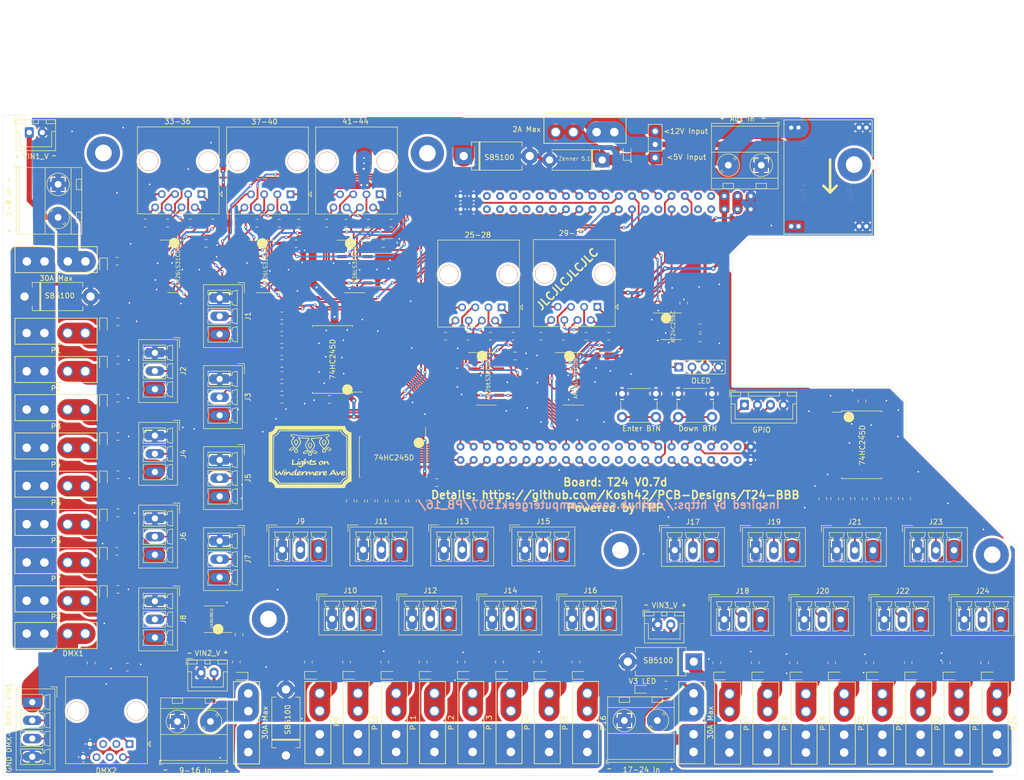
<source format=kicad_pcb>
(kicad_pcb (version 20171130) (host pcbnew "(5.1.9)-1")
  (layers (0 Front signal) (31 Back signal) (34 B.Paste user) (35 F.Paste user) (36 B.SilkS user) (37 F.SilkS user) (38 B.Mask user) (39 F.Mask user) (44 Edge.Cuts user))
  (net 0 "")
  (net 1 GND)
  (net 2 +5V)
  (net 3 +3V3)
  (net 4 "Net-(D2-Pad2)")
  (net 5 "Net-(D3-Pad2)")
  (net 6 "Net-(D4-Pad2)")
  (net 7 VIN1)
  (net 8 VIN2)
  (net 9 "Net-(D9-Pad2)")
  (net 10 "Net-(D9-Pad1)")
  (net 11 "Net-(D10-Pad2)")
  (net 12 "Net-(D10-Pad1)")
  (net 13 "Net-(D11-Pad2)")
  (net 14 "Net-(D11-Pad1)")
  (net 15 "Net-(D12-Pad2)")
  (net 16 "Net-(D12-Pad1)")
  (net 17 "Net-(D13-Pad2)")
  (net 18 "Net-(D13-Pad1)")
  (net 19 "Net-(D14-Pad2)")
  (net 20 "Net-(D14-Pad1)")
  (net 21 "Net-(D15-Pad2)")
  (net 22 "Net-(D15-Pad1)")
  (net 23 "Net-(D16-Pad2)")
  (net 24 "Net-(D16-Pad1)")
  (net 25 "Net-(D17-Pad2)")
  (net 26 "Net-(D17-Pad1)")
  (net 27 "Net-(D18-Pad2)")
  (net 28 "Net-(D18-Pad1)")
  (net 29 "Net-(D19-Pad2)")
  (net 30 "Net-(D19-Pad1)")
  (net 31 "Net-(D20-Pad2)")
  (net 32 "Net-(D20-Pad1)")
  (net 33 "Net-(D21-Pad2)")
  (net 34 "Net-(D21-Pad1)")
  (net 35 "Net-(D22-Pad2)")
  (net 36 "Net-(D22-Pad1)")
  (net 37 "Net-(D23-Pad2)")
  (net 38 "Net-(D23-Pad1)")
  (net 39 "Net-(D24-Pad2)")
  (net 40 "Net-(D24-Pad1)")
  (net 41 "Net-(D25-Pad2)")
  (net 42 "Net-(D25-Pad1)")
  (net 43 "Net-(D26-Pad2)")
  (net 44 "Net-(D26-Pad1)")
  (net 45 "Net-(D27-Pad2)")
  (net 46 "Net-(D27-Pad1)")
  (net 47 "Net-(D28-Pad2)")
  (net 48 "Net-(D28-Pad1)")
  (net 49 "Net-(D29-Pad2)")
  (net 50 "Net-(D29-Pad1)")
  (net 51 "Net-(D30-Pad2)")
  (net 52 "Net-(D30-Pad1)")
  (net 53 "Net-(D31-Pad2)")
  (net 54 "Net-(D31-Pad1)")
  (net 55 "Net-(D32-Pad2)")
  (net 56 "Net-(D32-Pad1)")
  (net 57 "Net-(J1-Pad2)")
  (net 58 "Net-(J2-Pad2)")
  (net 59 "Net-(J3-Pad2)")
  (net 60 "Net-(J4-Pad2)")
  (net 61 "Net-(J5-Pad2)")
  (net 62 "Net-(J6-Pad2)")
  (net 63 "Net-(J7-Pad2)")
  (net 64 "Net-(J8-Pad2)")
  (net 65 "Net-(J9-Pad2)")
  (net 66 "Net-(J10-Pad2)")
  (net 67 "Net-(J11-Pad2)")
  (net 68 "Net-(J12-Pad2)")
  (net 69 "Net-(J13-Pad2)")
  (net 70 "Net-(J14-Pad2)")
  (net 71 "Net-(J15-Pad2)")
  (net 72 "Net-(J16-Pad2)")
  (net 73 "Net-(J17-Pad2)")
  (net 74 "Net-(J18-Pad2)")
  (net 75 "Net-(J19-Pad2)")
  (net 76 "Net-(J20-Pad2)")
  (net 77 "Net-(J21-Pad2)")
  (net 78 "Net-(J22-Pad2)")
  (net 79 "Net-(J23-Pad2)")
  (net 80 "Net-(J24-Pad2)")
  (net 81 I2C_SCL)
  (net 82 I2C_SDA)
  (net 83 "Net-(J34-Pad1)")
  (net 84 "Net-(J34-Pad2)")
  (net 85 "Net-(J34-Pad3)")
  (net 86 "Net-(J34-Pad4)")
  (net 87 "Net-(J34-Pad5)")
  (net 88 "Net-(J34-Pad6)")
  (net 89 "Net-(J34-Pad7)")
  (net 90 "Net-(J34-Pad8)")
  (net 91 "Net-(J35-Pad1)")
  (net 92 "Net-(J35-Pad2)")
  (net 93 "Net-(J35-Pad3)")
  (net 94 "Net-(J35-Pad4)")
  (net 95 "Net-(J35-Pad5)")
  (net 96 "Net-(J35-Pad6)")
  (net 97 "Net-(J35-Pad7)")
  (net 98 "Net-(J35-Pad8)")
  (net 99 "Net-(J36-Pad1)")
  (net 100 "Net-(J36-Pad2)")
  (net 101 "Net-(J36-Pad3)")
  (net 102 "Net-(J36-Pad4)")
  (net 103 "Net-(J36-Pad5)")
  (net 104 "Net-(J36-Pad6)")
  (net 105 "Net-(J36-Pad7)")
  (net 106 "Net-(J36-Pad8)")
  (net 107 "Net-(J37-Pad1)")
  (net 108 "Net-(J37-Pad2)")
  (net 109 "Net-(J37-Pad3)")
  (net 110 "Net-(J37-Pad4)")
  (net 111 "Net-(J37-Pad5)")
  (net 112 "Net-(J37-Pad6)")
  (net 113 "Net-(J37-Pad7)")
  (net 114 "Net-(J37-Pad8)")
  (net 115 "Net-(J38-Pad1)")
  (net 116 "Net-(J38-Pad2)")
  (net 117 "Net-(J38-Pad3)")
  (net 118 "Net-(J38-Pad4)")
  (net 119 "Net-(J38-Pad5)")
  (net 120 "Net-(J38-Pad6)")
  (net 121 "Net-(J38-Pad7)")
  (net 122 "Net-(J38-Pad8)")
  (net 123 "Net-(J40-Pad1)")
  (net 124 "Net-(J40-Pad2)")
  (net 125 "Net-(F29-Pad2)")
  (net 126 GPIO2)
  (net 127 GPIO1)
  (net 128 DATA15)
  (net 129 DATA16)
  (net 130 DATA13)
  (net 131 DATA14)
  (net 132 DATA12)
  (net 133 DATA32)
  (net 134 DATA11)
  (net 135 DATA31)
  (net 136 DATA10)
  (net 137 DATA30)
  (net 138 DATA9)
  (net 139 DATA29)
  (net 140 DATA8)
  (net 141 DATA28)
  (net 142 DATA7)
  (net 143 DATA27)
  (net 144 DATA6)
  (net 145 DATA26)
  (net 146 DATA5)
  (net 147 DATA25)
  (net 148 DATA24)
  (net 149 DATA4)
  (net 150 DATA23)
  (net 151 DATA3)
  (net 152 DATA22)
  (net 153 DATA2)
  (net 154 DATA1)
  (net 155 DATA21)
  (net 156 DATA20)
  (net 157 BTN2)
  (net 158 BTN1)
  (net 159 SER2)
  (net 160 SER1)
  (net 161 DATA43)
  (net 162 DATA44)
  (net 163 DATA42)
  (net 164 DATA39)
  (net 165 DATA41)
  (net 166 DATA40)
  (net 167 DATA38)
  (net 168 DATA35)
  (net 169 DATA36)
  (net 170 DATA34)
  (net 171 DATA33)
  (net 172 DATA37)
  (net 173 DATA19)
  (net 174 DATA17)
  (net 175 DATA18)
  (net 176 "Net-(R1-Pad2)")
  (net 177 "Net-(R2-Pad2)")
  (net 178 "Net-(R3-Pad2)")
  (net 179 "Net-(R4-Pad2)")
  (net 180 "Net-(R5-Pad2)")
  (net 181 "Net-(R6-Pad2)")
  (net 182 "Net-(R7-Pad2)")
  (net 183 "Net-(R8-Pad2)")
  (net 184 "Net-(R9-Pad2)")
  (net 185 "Net-(R10-Pad2)")
  (net 186 "Net-(R11-Pad2)")
  (net 187 "Net-(R12-Pad2)")
  (net 188 "Net-(R13-Pad2)")
  (net 189 "Net-(R14-Pad2)")
  (net 190 "Net-(R15-Pad2)")
  (net 191 "Net-(R16-Pad2)")
  (net 192 "Net-(R17-Pad2)")
  (net 193 "Net-(R18-Pad2)")
  (net 194 "Net-(R19-Pad2)")
  (net 195 "Net-(R20-Pad2)")
  (net 196 "Net-(R21-Pad2)")
  (net 197 "Net-(R22-Pad2)")
  (net 198 "Net-(R23-Pad2)")
  (net 199 "Net-(R24-Pad2)")
  (net 200 VIN3)
  (net 201 "Net-(J41-Pad3)")
  (net 202 "Net-(J41-Pad2)")
  (net 203 "Net-(D1-Pad1)")
  (net 204 V5)
  (net 205 Buck)
  (net 206 Aux_In)
  (net 207 "Net-(J40-Pad3)")
  (net 208 "Net-(J40-Pad4)")
  (net 209 "Net-(J40-Pad5)")
  (net 210 "Net-(J40-Pad6)")
  (net 211 "Net-(U11-PadP9_42)")
  (net 212 "Net-(U11-PadP9_41)")
  (net 213 "Net-(U11-PadP9_40)")
  (net 214 "Net-(U11-PadP9_39)")
  (net 215 "Net-(U11-PadP9_38)")
  (net 216 "Net-(U11-PadP9_37)")
  (net 217 "Net-(U11-PadP9_36)")
  (net 218 "Net-(U11-PadP9_35)")
  (net 219 "Net-(U11-PadP9_34)")
  (net 220 "Net-(U11-PadP9_33)")
  (net 221 "Net-(U11-PadP9_32)")
  (net 222 "Net-(U11-PadP9_16)")
  (net 223 "Net-(U11-PadP9_12)")
  (net 224 "Net-(U11-PadP9_10)")
  (net 225 "Net-(U11-PadP9_9)")
  (net 226 "Net-(U11-PadP9_8)")
  (net 227 "Net-(U11-PadP9_7)")
  (net 228 "Net-(U11-PadP8_26)")
  (net 229 "Net-(U11-PadP8_25)")
  (net 230 "Net-(U11-PadP8_24)")
  (net 231 "Net-(U11-PadP8_23)")
  (net 232 "Net-(U11-PadP8_22)")
  (net 233 "Net-(U11-PadP8_21)")
  (net 234 "Net-(U11-PadP8_20)")
  (net 235 "Net-(U11-PadP8_6)")
  (net 236 "Net-(U11-PadP8_5)")
  (net 237 "Net-(U11-PadP8_4)")
  (net 238 "Net-(U11-PadP8_3)")
  (net 239 V1)
  (net 240 V2)
  (net 241 V3)
  (module 3544again:logo1612 (layer Front) (at 115.98 93.62)
    (fp_text reference G*** hide)
    (fp_text value LOGO hide)
  )
  (module MP1584:DC-BRICK (layer Front) (at 207.22 28.73 270)
    (fp_text reference U10 (at 0 0 90) (layer F.SilkS) (effects (font (size 0.787402 0.787402) (thickness 0.015))))
    (fp_text value MP1584)
    (fp_text user OUT- (at 13.97 -12.7 90) (layer F.SilkS) (effects (font (thickness 0.015))))
    (fp_text user OUT+ (at 13.97 -3.81 90) (layer F.SilkS) (effects (font (thickness 0.015))))
    (fp_text user IN- (at 3.81 -12.7 90) (layer F.SilkS) (effects (font (thickness 0.015))))
    (fp_text user IN+ (at 3.81 -3.81 90) (layer F.SilkS) (effects (font (thickness 0.015))))
    (pad OUT2+ thru_hole rect (at 20.5 -2.8 270) (size 1.308 1.308) (drill 0.8) (layers *.Cu *.Mask) (net 205 Buck))
    (pad OUT1+ thru_hole rect (at 20.5 -1.4 270) (size 1.308 1.308) (drill 0.8) (layers *.Cu *.Mask) (net 205 Buck))
    (pad OUT1 thru_hole rect (at 20.5 -14.47 270) (size 1.308 1.308) (drill 0.8) (layers *.Cu *.Mask) (net 1 GND))
    (pad OUT2 thru_hole rect (at 20.5 -15.87 270) (size 1.308 1.308) (drill 0.8) (layers *.Cu *.Mask) (net 1 GND))
    (pad IN1 thru_hole rect (at 1.5 -14.47 270) (size 1.308 1.308) (drill 0.8) (layers *.Cu *.Mask) (net 1 GND))
    (pad IN2 thru_hole rect (at 1.5 -15.87 270) (size 1.308 1.308) (drill 0.8) (layers *.Cu *.Mask) (net 1 GND))
    (pad IN2+ thru_hole rect (at 1.5 -2.8 270) (size 1.308 1.308) (drill 0.8) (layers *.Cu *.Mask) (net 206 Aux_In))
    (pad IN1+ thru_hole rect (at 1.5 -1.4 270) (size 1.308 1.308) (drill 0.8) (layers *.Cu *.Mask) (net 206 Aux_In))
  )
  (module 3544again:3544-2 (layer Front) (at 189.83 139.15 270)
    (fp_text reference F27)
    (fp_text value "30A Max" (at 5.641 -3.2302 270) (layer F.SilkS))
    (pad 2 thru_hole circle (at 11.282004 0 270) (size 2.159 2.159) (drill 1.651) (layers *.Cu *.Mask) (net 200 VIN3))
    (pad 2 thru_hole circle (at 7.876002 0 270) (size 2.159 2.159) (drill 1.651) (layers *.Cu *.Mask) (net 200 VIN3))
    (pad 1 thru_hole circle (at 3.406001 0 270) (size 2.159 2.159) (drill 1.651) (layers *.Cu *.Mask) (net 241 V3))
    (pad 1 thru_hole circle (at 0 0 270) (size 2.159 2.159) (drill 1.651) (layers *.Cu *.Mask) (net 241 V3))
  )
  (module 3544again:3544-2 (layer Front) (at 104.1 139.17 270)
    (fp_text reference F26)
    (fp_text value "30A Max" (at 5.641 -3.2302 270) (layer F.SilkS))
    (pad 2 thru_hole circle (at 11.282004 0 270) (size 2.159 2.159) (drill 1.651) (layers *.Cu *.Mask) (net 8 VIN2))
    (pad 2 thru_hole circle (at 7.876002 0 270) (size 2.159 2.159) (drill 1.651) (layers *.Cu *.Mask) (net 8 VIN2))
    (pad 1 thru_hole circle (at 3.406001 0 270) (size 2.159 2.159) (drill 1.651) (layers *.Cu *.Mask) (net 240 V2))
    (pad 1 thru_hole circle (at 0 0 270) (size 2.159 2.159) (drill 1.651) (layers *.Cu *.Mask) (net 240 V2))
  )
  (module 3544again:3544-2 (layer Front) (at 72.74 55.99 180)
    (fp_text reference F25)
    (fp_text value "30A Max" (at 5.641 -3.2302 180) (layer F.SilkS))
    (pad 2 thru_hole circle (at 11.282004 0 180) (size 2.159 2.159) (drill 1.651) (layers *.Cu *.Mask) (net 7 VIN1))
    (pad 2 thru_hole circle (at 7.876002 0 180) (size 2.159 2.159) (drill 1.651) (layers *.Cu *.Mask) (net 7 VIN1))
    (pad 1 thru_hole circle (at 3.406001 0 180) (size 2.159 2.159) (drill 1.651) (layers *.Cu *.Mask) (net 239 V1))
    (pad 1 thru_hole circle (at 0 0 180) (size 2.159 2.159) (drill 1.651) (layers *.Cu *.Mask) (net 239 V1))
  )
  (module BEAGLEBONEBLACK:MODULE_BEAGLEBONEBLACK (layer Front) (at 177.34 68.8 180)
    (fp_text reference U11)
    (fp_text value BEAGLEBONEBLACK)
    (pad P9_46 thru_hole circle (at 32.385 22.86 180) (size 1.524 1.524) (drill 0.762) (layers *.Cu *.Mask) (net 1 GND))
    (pad P9_45 thru_hole circle (at 32.385 25.4 180) (size 1.524 1.524) (drill 0.762) (layers *.Cu *.Mask) (net 1 GND))
    (pad P9_44 thru_hole circle (at 29.845 22.86 180) (size 1.524 1.524) (drill 0.762) (layers *.Cu *.Mask) (net 1 GND))
    (pad P9_43 thru_hole circle (at 29.845 25.4 180) (size 1.524 1.524) (drill 0.762) (layers *.Cu *.Mask) (net 1 GND))
    (pad P9_42 thru_hole circle (at 27.305 22.86 180) (size 1.524 1.524) (drill 0.762) (layers *.Cu *.Mask) (net 211 "Net-(U11-PadP9_42)"))
    (pad P9_41 thru_hole circle (at 27.305 25.4 180) (size 1.524 1.524) (drill 0.762) (layers *.Cu *.Mask) (net 212 "Net-(U11-PadP9_41)"))
    (pad P9_40 thru_hole circle (at 24.765 22.86 180) (size 1.524 1.524) (drill 0.762) (layers *.Cu *.Mask) (net 213 "Net-(U11-PadP9_40)"))
    (pad P9_39 thru_hole circle (at 24.765 25.4 180) (size 1.524 1.524) (drill 0.762) (layers *.Cu *.Mask) (net 214 "Net-(U11-PadP9_39)"))
    (pad P9_38 thru_hole circle (at 22.225 22.86 180) (size 1.524 1.524) (drill 0.762) (layers *.Cu *.Mask) (net 215 "Net-(U11-PadP9_38)"))
    (pad P9_37 thru_hole circle (at 22.225 25.4 180) (size 1.524 1.524) (drill 0.762) (layers *.Cu *.Mask) (net 216 "Net-(U11-PadP9_37)"))
    (pad P9_36 thru_hole circle (at 19.685 22.86 180) (size 1.524 1.524) (drill 0.762) (layers *.Cu *.Mask) (net 217 "Net-(U11-PadP9_36)"))
    (pad P9_35 thru_hole circle (at 19.685 25.4 180) (size 1.524 1.524) (drill 0.762) (layers *.Cu *.Mask) (net 218 "Net-(U11-PadP9_35)"))
    (pad P9_34 thru_hole circle (at 17.145 22.86 180) (size 1.524 1.524) (drill 0.762) (layers *.Cu *.Mask) (net 219 "Net-(U11-PadP9_34)"))
    (pad P9_33 thru_hole circle (at 17.145 25.4 180) (size 1.524 1.524) (drill 0.762) (layers *.Cu *.Mask) (net 220 "Net-(U11-PadP9_33)"))
    (pad P9_32 thru_hole circle (at 14.605 22.86 180) (size 1.524 1.524) (drill 0.762) (layers *.Cu *.Mask) (net 221 "Net-(U11-PadP9_32)"))
    (pad P9_31 thru_hole circle (at 14.605 25.4 180) (size 1.524 1.524) (drill 0.762) (layers *.Cu *.Mask) (net 161 DATA43))
    (pad P9_30 thru_hole circle (at 12.065 22.86 180) (size 1.524 1.524) (drill 0.762) (layers *.Cu *.Mask) (net 166 DATA40))
    (pad P9_29 thru_hole circle (at 12.065 25.4 180) (size 1.524 1.524) (drill 0.762) (layers *.Cu *.Mask) (net 163 DATA42))
    (pad P9_28 thru_hole circle (at 9.525 22.86 180) (size 1.524 1.524) (drill 0.762) (layers *.Cu *.Mask) (net 162 DATA44))
    (pad P9_27 thru_hole circle (at 9.525 25.4 180) (size 1.524 1.524) (drill 0.762) (layers *.Cu *.Mask) (net 165 DATA41))
    (pad P9_26 thru_hole circle (at 6.985 22.86 180) (size 1.524 1.524) (drill 0.762) (layers *.Cu *.Mask) (net 164 DATA39))
    (pad P9_25 thru_hole circle (at 6.985 25.4 180) (size 1.524 1.524) (drill 0.762) (layers *.Cu *.Mask) (net 167 DATA38))
    (pad P9_24 thru_hole circle (at 4.445 22.86 180) (size 1.524 1.524) (drill 0.762) (layers *.Cu *.Mask) (net 160 SER1))
    (pad P9_23 thru_hole circle (at 4.445 25.4 180) (size 1.524 1.524) (drill 0.762) (layers *.Cu *.Mask) (net 169 DATA36))
    (pad P9_22 thru_hole circle (at 1.905 22.86 180) (size 1.524 1.524) (drill 0.762) (layers *.Cu *.Mask) (net 168 DATA35))
    (pad P9_21 thru_hole circle (at 1.905 25.4 180) (size 1.524 1.524) (drill 0.762) (layers *.Cu *.Mask) (net 159 SER2))
    (pad P9_20 thru_hole circle (at -0.635 22.86 180) (size 1.524 1.524) (drill 0.762) (layers *.Cu *.Mask) (net 82 I2C_SDA))
    (pad P9_19 thru_hole circle (at -0.635 25.4 180) (size 1.524 1.524) (drill 0.762) (layers *.Cu *.Mask) (net 81 I2C_SCL))
    (pad P9_18 thru_hole circle (at -3.175 22.86 180) (size 1.524 1.524) (drill 0.762) (layers *.Cu *.Mask) (net 170 DATA34))
    (pad P9_17 thru_hole circle (at -3.175 25.4 180) (size 1.524 1.524) (drill 0.762) (layers *.Cu *.Mask) (net 171 DATA33))
    (pad P9_16 thru_hole circle (at -5.715 22.86 180) (size 1.524 1.524) (drill 0.762) (layers *.Cu *.Mask) (net 222 "Net-(U11-PadP9_16)"))
    (pad P9_15 thru_hole circle (at -5.715 25.4 180) (size 1.524 1.524) (drill 0.762) (layers *.Cu *.Mask) (net 172 DATA37))
    (pad P9_14 thru_hole circle (at -8.255 22.86 180) (size 1.524 1.524) (drill 0.762) (layers *.Cu *.Mask) (net 137 DATA30))
    (pad P9_13 thru_hole circle (at -8.255 25.4 180) (size 1.524 1.524) (drill 0.762) (layers *.Cu *.Mask) (net 135 DATA31))
    (pad P9_12 thru_hole circle (at -10.795 22.86 180) (size 1.524 1.524) (drill 0.762) (layers *.Cu *.Mask) (net 223 "Net-(U11-PadP9_12)"))
    (pad P9_11 thru_hole circle (at -10.795 25.4 180) (size 1.524 1.524) (drill 0.762) (layers *.Cu *.Mask) (net 133 DATA32))
    (pad P9_10 thru_hole circle (at -13.335 22.86 180) (size 1.524 1.524) (drill 0.762) (layers *.Cu *.Mask) (net 224 "Net-(U11-PadP9_10)"))
    (pad P9_9 thru_hole circle (at -13.335 25.4 180) (size 1.524 1.524) (drill 0.762) (layers *.Cu *.Mask) (net 225 "Net-(U11-PadP9_9)"))
    (pad P9_8 thru_hole circle (at -15.875 22.86 180) (size 1.524 1.524) (drill 0.762) (layers *.Cu *.Mask) (net 226 "Net-(U11-PadP9_8)"))
    (pad P9_7 thru_hole circle (at -15.875 25.4 180) (size 1.524 1.524) (drill 0.762) (layers *.Cu *.Mask) (net 227 "Net-(U11-PadP9_7)"))
    (pad P9_6 thru_hole circle (at -18.415 22.86 180) (size 1.524 1.524) (drill 0.762) (layers *.Cu *.Mask) (net 2 +5V))
    (pad P9_5 thru_hole circle (at -18.415 25.4 180) (size 1.524 1.524) (drill 0.762) (layers *.Cu *.Mask) (net 2 +5V))
    (pad P9_4 thru_hole circle (at -20.955 22.86 180) (size 1.524 1.524) (drill 0.762) (layers *.Cu *.Mask) (net 3 +3V3))
    (pad P9_3 thru_hole circle (at -20.955 25.4 180) (size 1.524 1.524) (drill 0.762) (layers *.Cu *.Mask) (net 3 +3V3))
    (pad P9_2 thru_hole circle (at -23.495 22.86 180) (size 1.524 1.524) (drill 0.762) (layers *.Cu *.Mask) (net 1 GND))
    (pad P9_1 thru_hole rect (at -23.495 25.4 180) (size 1.524 1.524) (drill 0.762) (layers *.Cu *.Mask) (net 1 GND))
    (pad P8_46 thru_hole circle (at 32.385 -25.4 180) (size 1.524 1.524) (drill 0.762) (layers *.Cu *.Mask) (net 129 DATA16))
    (pad P8_45 thru_hole circle (at 32.385 -22.86 180) (size 1.524 1.524) (drill 0.762) (layers *.Cu *.Mask) (net 140 DATA8))
    (pad P8_44 thru_hole circle (at 29.845 -25.4 180) (size 1.524 1.524) (drill 0.762) (layers *.Cu *.Mask) (net 128 DATA15))
    (pad P8_43 thru_hole circle (at 29.845 -22.86 180) (size 1.524 1.524) (drill 0.762) (layers *.Cu *.Mask) (net 142 DATA7))
    (pad P8_42 thru_hole circle (at 27.305 -25.4 180) (size 1.524 1.524) (drill 0.762) (layers *.Cu *.Mask) (net 131 DATA14))
    (pad P8_41 thru_hole circle (at 27.305 -22.86 180) (size 1.524 1.524) (drill 0.762) (layers *.Cu *.Mask) (net 144 DATA6))
    (pad P8_40 thru_hole circle (at 24.765 -25.4 180) (size 1.524 1.524) (drill 0.762) (layers *.Cu *.Mask) (net 130 DATA13))
    (pad P8_39 thru_hole circle (at 24.765 -22.86 180) (size 1.524 1.524) (drill 0.762) (layers *.Cu *.Mask) (net 146 DATA5))
    (pad P8_38 thru_hole circle (at 22.225 -25.4 180) (size 1.524 1.524) (drill 0.762) (layers *.Cu *.Mask) (net 132 DATA12))
    (pad P8_37 thru_hole circle (at 22.225 -22.86 180) (size 1.524 1.524) (drill 0.762) (layers *.Cu *.Mask) (net 149 DATA4))
    (pad P8_36 thru_hole circle (at 19.685 -25.4 180) (size 1.524 1.524) (drill 0.762) (layers *.Cu *.Mask) (net 134 DATA11))
    (pad P8_35 thru_hole circle (at 19.685 -22.86 180) (size 1.524 1.524) (drill 0.762) (layers *.Cu *.Mask) (net 151 DATA3))
    (pad P8_34 thru_hole circle (at 17.145 -25.4 180) (size 1.524 1.524) (drill 0.762) (layers *.Cu *.Mask) (net 136 DATA10))
    (pad P8_33 thru_hole circle (at 17.145 -22.86 180) (size 1.524 1.524) (drill 0.762) (layers *.Cu *.Mask) (net 153 DATA2))
    (pad P8_32 thru_hole circle (at 14.605 -25.4 180) (size 1.524 1.524) (drill 0.762) (layers *.Cu *.Mask) (net 138 DATA9))
    (pad P8_31 thru_hole circle (at 14.605 -22.86 180) (size 1.524 1.524) (drill 0.762) (layers *.Cu *.Mask) (net 154 DATA1))
    (pad P8_30 thru_hole circle (at 12.065 -25.4 180) (size 1.524 1.524) (drill 0.762) (layers *.Cu *.Mask) (net 148 DATA24))
    (pad P8_29 thru_hole circle (at 12.065 -22.86 180) (size 1.524 1.524) (drill 0.762) (layers *.Cu *.Mask) (net 139 DATA29))
    (pad P8_28 thru_hole circle (at 9.525 -25.4 180) (size 1.524 1.524) (drill 0.762) (layers *.Cu *.Mask) (net 150 DATA23))
    (pad P8_27 thru_hole circle (at 9.525 -22.86 180) (size 1.524 1.524) (drill 0.762) (layers *.Cu *.Mask) (net 141 DATA28))
    (pad P8_26 thru_hole circle (at 6.985 -25.4 180) (size 1.524 1.524) (drill 0.762) (layers *.Cu *.Mask) (net 228 "Net-(U11-PadP8_26)"))
    (pad P8_25 thru_hole circle (at 6.985 -22.86 180) (size 1.524 1.524) (drill 0.762) (layers *.Cu *.Mask) (net 229 "Net-(U11-PadP8_25)"))
    (pad P8_24 thru_hole circle (at 4.445 -25.4 180) (size 1.524 1.524) (drill 0.762) (layers *.Cu *.Mask) (net 230 "Net-(U11-PadP8_24)"))
    (pad P8_23 thru_hole circle (at 4.445 -22.86 180) (size 1.524 1.524) (drill 0.762) (layers *.Cu *.Mask) (net 231 "Net-(U11-PadP8_23)"))
    (pad P8_22 thru_hole circle (at 1.905 -25.4 180) (size 1.524 1.524) (drill 0.762) (layers *.Cu *.Mask) (net 232 "Net-(U11-PadP8_22)"))
    (pad P8_21 thru_hole circle (at 1.905 -22.86 180) (size 1.524 1.524) (drill 0.762) (layers *.Cu *.Mask) (net 233 "Net-(U11-PadP8_21)"))
    (pad P8_20 thru_hole circle (at -0.635 -25.4 180) (size 1.524 1.524) (drill 0.762) (layers *.Cu *.Mask) (net 234 "Net-(U11-PadP8_20)"))
    (pad P8_19 thru_hole circle (at -0.635 -22.86 180) (size 1.524 1.524) (drill 0.762) (layers *.Cu *.Mask) (net 143 DATA27))
    (pad P8_18 thru_hole circle (at -3.175 -25.4 180) (size 1.524 1.524) (drill 0.762) (layers *.Cu *.Mask) (net 152 DATA22))
    (pad P8_17 thru_hole circle (at -3.175 -22.86 180) (size 1.524 1.524) (drill 0.762) (layers *.Cu *.Mask) (net 145 DATA26))
    (pad P8_16 thru_hole circle (at -5.715 -25.4 180) (size 1.524 1.524) (drill 0.762) (layers *.Cu *.Mask) (net 158 BTN1))
    (pad P8_15 thru_hole circle (at -5.715 -22.86 180) (size 1.524 1.524) (drill 0.762) (layers *.Cu *.Mask) (net 147 DATA25))
    (pad P8_14 thru_hole circle (at -8.255 -25.4 180) (size 1.524 1.524) (drill 0.762) (layers *.Cu *.Mask) (net 155 DATA21))
    (pad P8_13 thru_hole circle (at -8.255 -22.86 180) (size 1.524 1.524) (drill 0.762) (layers *.Cu *.Mask) (net 157 BTN2))
    (pad P8_12 thru_hole circle (at -10.795 -25.4 180) (size 1.524 1.524) (drill 0.762) (layers *.Cu *.Mask) (net 156 DATA20))
    (pad P8_11 thru_hole circle (at -10.795 -22.86 180) (size 1.524 1.524) (drill 0.762) (layers *.Cu *.Mask) (net 127 GPIO1))
    (pad P8_10 thru_hole circle (at -13.335 -25.4 180) (size 1.524 1.524) (drill 0.762) (layers *.Cu *.Mask) (net 173 DATA19))
    (pad P8_9 thru_hole circle (at -13.335 -22.86 180) (size 1.524 1.524) (drill 0.762) (layers *.Cu *.Mask) (net 174 DATA17))
    (pad P8_8 thru_hole circle (at -15.875 -25.4 180) (size 1.524 1.524) (drill 0.762) (layers *.Cu *.Mask) (net 175 DATA18))
    (pad P8_7 thru_hole circle (at -15.875 -22.86 180) (size 1.524 1.524) (drill 0.762) (layers *.Cu *.Mask) (net 126 GPIO2))
    (pad P8_6 thru_hole circle (at -18.415 -25.4 180) (size 1.524 1.524) (drill 0.762) (layers *.Cu *.Mask) (net 235 "Net-(U11-PadP8_6)"))
    (pad P8_5 thru_hole circle (at -18.415 -22.86 180) (size 1.524 1.524) (drill 0.762) (layers *.Cu *.Mask) (net 236 "Net-(U11-PadP8_5)"))
    (pad P8_4 thru_hole circle (at -20.955 -25.4 180) (size 1.524 1.524) (drill 0.762) (layers *.Cu *.Mask) (net 237 "Net-(U11-PadP8_4)"))
    (pad P8_3 thru_hole circle (at -20.955 -22.86 180) (size 1.524 1.524) (drill 0.762) (layers *.Cu *.Mask) (net 238 "Net-(U11-PadP8_3)"))
    (pad P8_2 thru_hole circle (at -23.495 -25.4 180) (size 1.524 1.524) (drill 0.762) (layers *.Cu *.Mask) (net 1 GND))
    (pad P8_1 thru_hole rect (at -23.495 -22.86 180) (size 1.524 1.524) (drill 0.762) (layers *.Cu *.Mask) (net 1 GND))
  )
  (module Connector_Phoenix_MC:PhoenixContact_MCV_1,5_4-G-3.5_1x04_P3.50mm_Vertical (layer Front) (at 62.5 140.85 270)
    (fp_text reference J41)
    (fp_text value DMX1)
    (pad 4 thru_hole oval (at 10.5 0 270) (size 1.8 3.6) (drill 1.2) (layers *.Cu *.Mask) (net 1 GND))
    (pad 3 thru_hole oval (at 7 0 270) (size 1.8 3.6) (drill 1.2) (layers *.Cu *.Mask) (net 201 "Net-(J41-Pad3)"))
    (pad 2 thru_hole oval (at 3.5 0 270) (size 1.8 3.6) (drill 1.2) (layers *.Cu *.Mask) (net 202 "Net-(J41-Pad2)"))
    (pad 1 thru_hole roundrect (at 0 0 270) (size 1.8 3.6) (drill 1.2) (layers *.Cu *.Mask) (roundrect_rratio 0.138889) (net 125 "Net-(F29-Pad2)"))
  )
  (module Connector_Phoenix_MC:PhoenixContact_MCV_1,5_3-G-3.5_1x03_P3.50mm_Vertical (layer Front) (at 241.965 124.9)
    (fp_text reference J24 (at 3.5 -5.45) (layer F.SilkS))
    (fp_text value "Port 24")
    (pad 3 thru_hole oval (at 7 0) (size 1.8 3.6) (drill 1.2) (layers *.Cu *.Mask) (net 55 "Net-(D32-Pad2)"))
    (pad 2 thru_hole oval (at 3.5 0) (size 1.8 3.6) (drill 1.2) (layers *.Cu *.Mask) (net 80 "Net-(J24-Pad2)"))
    (pad 1 thru_hole roundrect (at 0 0) (size 1.8 3.6) (drill 1.2) (layers *.Cu *.Mask) (roundrect_rratio 0.138889) (net 1 GND))
  )
  (module Connector_Phoenix_MC:PhoenixContact_MCV_1,5_3-G-3.5_1x03_P3.50mm_Vertical (layer Front) (at 232.975 111.585)
    (fp_text reference J23 (at 3.5 -5.45) (layer F.SilkS))
    (fp_text value "Port 23")
    (pad 3 thru_hole oval (at 7 0) (size 1.8 3.6) (drill 1.2) (layers *.Cu *.Mask) (net 53 "Net-(D31-Pad2)"))
    (pad 2 thru_hole oval (at 3.5 0) (size 1.8 3.6) (drill 1.2) (layers *.Cu *.Mask) (net 79 "Net-(J23-Pad2)"))
    (pad 1 thru_hole roundrect (at 0 0) (size 1.8 3.6) (drill 1.2) (layers *.Cu *.Mask) (roundrect_rratio 0.138889) (net 1 GND))
  )
  (module Connector_Phoenix_MC:PhoenixContact_MCV_1,5_3-G-3.5_1x03_P3.50mm_Vertical (layer Front) (at 226.556666 124.9)
    (fp_text reference J22 (at 3.5 -5.45) (layer F.SilkS))
    (fp_text value "Port 22")
    (pad 3 thru_hole oval (at 7 0) (size 1.8 3.6) (drill 1.2) (layers *.Cu *.Mask) (net 51 "Net-(D30-Pad2)"))
    (pad 2 thru_hole oval (at 3.5 0) (size 1.8 3.6) (drill 1.2) (layers *.Cu *.Mask) (net 78 "Net-(J22-Pad2)"))
    (pad 1 thru_hole roundrect (at 0 0) (size 1.8 3.6) (drill 1.2) (layers *.Cu *.Mask) (roundrect_rratio 0.138889) (net 1 GND))
  )
  (module Connector_Phoenix_MC:PhoenixContact_MCV_1,5_3-G-3.5_1x03_P3.50mm_Vertical (layer Front) (at 217.383332 111.585)
    (fp_text reference J21 (at 3.5 -5.45) (layer F.SilkS))
    (fp_text value "Port 21")
    (pad 3 thru_hole oval (at 7 0) (size 1.8 3.6) (drill 1.2) (layers *.Cu *.Mask) (net 49 "Net-(D29-Pad2)"))
    (pad 2 thru_hole oval (at 3.5 0) (size 1.8 3.6) (drill 1.2) (layers *.Cu *.Mask) (net 77 "Net-(J21-Pad2)"))
    (pad 1 thru_hole roundrect (at 0 0) (size 1.8 3.6) (drill 1.2) (layers *.Cu *.Mask) (roundrect_rratio 0.138889) (net 1 GND))
  )
  (module Connector_Phoenix_MC:PhoenixContact_MCV_1,5_3-G-3.5_1x03_P3.50mm_Vertical (layer Front) (at 211.148333 124.9)
    (fp_text reference J20 (at 3.5 -5.45) (layer F.SilkS))
    (fp_text value "Port 20")
    (pad 3 thru_hole oval (at 7 0) (size 1.8 3.6) (drill 1.2) (layers *.Cu *.Mask) (net 47 "Net-(D28-Pad2)"))
    (pad 2 thru_hole oval (at 3.5 0) (size 1.8 3.6) (drill 1.2) (layers *.Cu *.Mask) (net 76 "Net-(J20-Pad2)"))
    (pad 1 thru_hole roundrect (at 0 0) (size 1.8 3.6) (drill 1.2) (layers *.Cu *.Mask) (roundrect_rratio 0.138889) (net 1 GND))
  )
  (module Connector_Phoenix_MC:PhoenixContact_MCV_1,5_3-G-3.5_1x03_P3.50mm_Vertical (layer Front) (at 201.791666 111.585)
    (fp_text reference J19 (at 3.5 -5.45) (layer F.SilkS))
    (fp_text value "Port 19")
    (pad 3 thru_hole oval (at 7 0) (size 1.8 3.6) (drill 1.2) (layers *.Cu *.Mask) (net 45 "Net-(D27-Pad2)"))
    (pad 2 thru_hole oval (at 3.5 0) (size 1.8 3.6) (drill 1.2) (layers *.Cu *.Mask) (net 75 "Net-(J19-Pad2)"))
    (pad 1 thru_hole roundrect (at 0 0) (size 1.8 3.6) (drill 1.2) (layers *.Cu *.Mask) (roundrect_rratio 0.138889) (net 1 GND))
  )
  (module Connector_Phoenix_MC:PhoenixContact_MCV_1,5_3-G-3.5_1x03_P3.50mm_Vertical (layer Front) (at 195.74 124.9)
    (fp_text reference J18 (at 3.5 -5.45) (layer F.SilkS))
    (fp_text value "Port 18")
    (pad 3 thru_hole oval (at 7 0) (size 1.8 3.6) (drill 1.2) (layers *.Cu *.Mask) (net 43 "Net-(D26-Pad2)"))
    (pad 2 thru_hole oval (at 3.5 0) (size 1.8 3.6) (drill 1.2) (layers *.Cu *.Mask) (net 74 "Net-(J18-Pad2)"))
    (pad 1 thru_hole roundrect (at 0 0) (size 1.8 3.6) (drill 1.2) (layers *.Cu *.Mask) (roundrect_rratio 0.138889) (net 1 GND))
  )
  (module Connector_Phoenix_MC:PhoenixContact_MCV_1,5_3-G-3.5_1x03_P3.50mm_Vertical (layer Front) (at 186.2 111.585)
    (fp_text reference J17 (at 3.5 -5.45) (layer F.SilkS))
    (fp_text value "Port 17")
    (pad 3 thru_hole oval (at 7 0) (size 1.8 3.6) (drill 1.2) (layers *.Cu *.Mask) (net 41 "Net-(D25-Pad2)"))
    (pad 2 thru_hole oval (at 3.5 0) (size 1.8 3.6) (drill 1.2) (layers *.Cu *.Mask) (net 73 "Net-(J17-Pad2)"))
    (pad 1 thru_hole roundrect (at 0 0) (size 1.8 3.6) (drill 1.2) (layers *.Cu *.Mask) (roundrect_rratio 0.138889) (net 1 GND))
  )
  (module Connector_Phoenix_MC:PhoenixContact_MCV_1,5_3-G-3.5_1x03_P3.50mm_Vertical (layer Front) (at 166.455 124.8)
    (fp_text reference J16 (at 3.5 -5.45) (layer F.SilkS))
    (fp_text value "Port 16")
    (pad 3 thru_hole oval (at 7 0) (size 1.8 3.6) (drill 1.2) (layers *.Cu *.Mask) (net 39 "Net-(D24-Pad2)"))
    (pad 2 thru_hole oval (at 3.5 0) (size 1.8 3.6) (drill 1.2) (layers *.Cu *.Mask) (net 72 "Net-(J16-Pad2)"))
    (pad 1 thru_hole roundrect (at 0 0) (size 1.8 3.6) (drill 1.2) (layers *.Cu *.Mask) (roundrect_rratio 0.138889) (net 1 GND))
  )
  (module Connector_Phoenix_MC:PhoenixContact_MCV_1,5_3-G-3.5_1x03_P3.50mm_Vertical (layer Front) (at 157.395 111.485)
    (fp_text reference J15 (at 3.5 -5.45) (layer F.SilkS))
    (fp_text value "Port 15")
    (pad 3 thru_hole oval (at 7 0) (size 1.8 3.6) (drill 1.2) (layers *.Cu *.Mask) (net 37 "Net-(D23-Pad2)"))
    (pad 2 thru_hole oval (at 3.5 0) (size 1.8 3.6) (drill 1.2) (layers *.Cu *.Mask) (net 71 "Net-(J15-Pad2)"))
    (pad 1 thru_hole roundrect (at 0 0) (size 1.8 3.6) (drill 1.2) (layers *.Cu *.Mask) (roundrect_rratio 0.138889) (net 1 GND))
  )
  (module Connector_Phoenix_MC:PhoenixContact_MCV_1,5_3-G-3.5_1x03_P3.50mm_Vertical (layer Front) (at 151.046666 124.8)
    (fp_text reference J14 (at 3.5 -5.45) (layer F.SilkS))
    (fp_text value "Port 14")
    (pad 3 thru_hole oval (at 7 0) (size 1.8 3.6) (drill 1.2) (layers *.Cu *.Mask) (net 35 "Net-(D22-Pad2)"))
    (pad 2 thru_hole oval (at 3.5 0) (size 1.8 3.6) (drill 1.2) (layers *.Cu *.Mask) (net 70 "Net-(J14-Pad2)"))
    (pad 1 thru_hole roundrect (at 0 0) (size 1.8 3.6) (drill 1.2) (layers *.Cu *.Mask) (roundrect_rratio 0.138889) (net 1 GND))
  )
  (module Connector_Phoenix_MC:PhoenixContact_MCV_1,5_3-G-3.5_1x03_P3.50mm_Vertical (layer Front) (at 141.783332 111.485)
    (fp_text reference J13 (at 3.5 -5.45) (layer F.SilkS))
    (fp_text value "Port 13")
    (pad 3 thru_hole oval (at 7 0) (size 1.8 3.6) (drill 1.2) (layers *.Cu *.Mask) (net 33 "Net-(D21-Pad2)"))
    (pad 2 thru_hole oval (at 3.5 0) (size 1.8 3.6) (drill 1.2) (layers *.Cu *.Mask) (net 69 "Net-(J13-Pad2)"))
    (pad 1 thru_hole roundrect (at 0 0) (size 1.8 3.6) (drill 1.2) (layers *.Cu *.Mask) (roundrect_rratio 0.138889) (net 1 GND))
  )
  (module Connector_Phoenix_MC:PhoenixContact_MCV_1,5_3-G-3.5_1x03_P3.50mm_Vertical (layer Front) (at 135.638333 124.8)
    (fp_text reference J12 (at 3.5 -5.45) (layer F.SilkS))
    (fp_text value "Port 12")
    (pad 3 thru_hole oval (at 7 0) (size 1.8 3.6) (drill 1.2) (layers *.Cu *.Mask) (net 31 "Net-(D20-Pad2)"))
    (pad 2 thru_hole oval (at 3.5 0) (size 1.8 3.6) (drill 1.2) (layers *.Cu *.Mask) (net 68 "Net-(J12-Pad2)"))
    (pad 1 thru_hole roundrect (at 0 0) (size 1.8 3.6) (drill 1.2) (layers *.Cu *.Mask) (roundrect_rratio 0.138889) (net 1 GND))
  )
  (module Connector_Phoenix_MC:PhoenixContact_MCV_1,5_3-G-3.5_1x03_P3.50mm_Vertical (layer Front) (at 126.211666 111.485)
    (fp_text reference J11 (at 3.5 -5.45) (layer F.SilkS))
    (fp_text value "Port 11")
    (pad 3 thru_hole oval (at 7 0) (size 1.8 3.6) (drill 1.2) (layers *.Cu *.Mask) (net 29 "Net-(D19-Pad2)"))
    (pad 2 thru_hole oval (at 3.5 0) (size 1.8 3.6) (drill 1.2) (layers *.Cu *.Mask) (net 67 "Net-(J11-Pad2)"))
    (pad 1 thru_hole roundrect (at 0 0) (size 1.8 3.6) (drill 1.2) (layers *.Cu *.Mask) (roundrect_rratio 0.138889) (net 1 GND))
  )
  (module Connector_Phoenix_MC:PhoenixContact_MCV_1,5_3-G-3.5_1x03_P3.50mm_Vertical (layer Front) (at 120.23 124.8)
    (fp_text reference J10 (at 3.5 -5.45) (layer F.SilkS))
    (fp_text value "Port 10")
    (pad 3 thru_hole oval (at 7 0) (size 1.8 3.6) (drill 1.2) (layers *.Cu *.Mask) (net 27 "Net-(D18-Pad2)"))
    (pad 2 thru_hole oval (at 3.5 0) (size 1.8 3.6) (drill 1.2) (layers *.Cu *.Mask) (net 66 "Net-(J10-Pad2)"))
    (pad 1 thru_hole roundrect (at 0 0) (size 1.8 3.6) (drill 1.2) (layers *.Cu *.Mask) (roundrect_rratio 0.138889) (net 1 GND))
  )
  (module Connector_Phoenix_MC:PhoenixContact_MCV_1,5_3-G-3.5_1x03_P3.50mm_Vertical (layer Front) (at 110.62 111.485)
    (fp_text reference J9 (at 3.5 -5.45) (layer F.SilkS))
    (fp_text value "Port 9")
    (pad 3 thru_hole oval (at 7 0) (size 1.8 3.6) (drill 1.2) (layers *.Cu *.Mask) (net 25 "Net-(D17-Pad2)"))
    (pad 2 thru_hole oval (at 3.5 0) (size 1.8 3.6) (drill 1.2) (layers *.Cu *.Mask) (net 65 "Net-(J9-Pad2)"))
    (pad 1 thru_hole roundrect (at 0 0) (size 1.8 3.6) (drill 1.2) (layers *.Cu *.Mask) (roundrect_rratio 0.138889) (net 1 GND))
  )
  (module Connector_Phoenix_MC:PhoenixContact_MCV_1,5_3-G-3.5_1x03_P3.50mm_Vertical (layer Front) (at 86.11 121.405 270)
    (fp_text reference J8 (at 3.5 -5.45 90) (layer F.SilkS))
    (fp_text value "Port 8")
    (pad 3 thru_hole oval (at 7 0 270) (size 1.8 3.6) (drill 1.2) (layers *.Cu *.Mask) (net 23 "Net-(D16-Pad2)"))
    (pad 2 thru_hole oval (at 3.5 0 270) (size 1.8 3.6) (drill 1.2) (layers *.Cu *.Mask) (net 64 "Net-(J8-Pad2)"))
    (pad 1 thru_hole roundrect (at 0 0 270) (size 1.8 3.6) (drill 1.2) (layers *.Cu *.Mask) (roundrect_rratio 0.138889) (net 1 GND))
  )
  (module Connector_Phoenix_MC:PhoenixContact_MCV_1,5_3-G-3.5_1x03_P3.50mm_Vertical (layer Front) (at 98.585 109.805 270)
    (fp_text reference J7 (at 3.5 -5.45 90) (layer F.SilkS))
    (fp_text value "Port 7")
    (pad 3 thru_hole oval (at 7 0 270) (size 1.8 3.6) (drill 1.2) (layers *.Cu *.Mask) (net 21 "Net-(D15-Pad2)"))
    (pad 2 thru_hole oval (at 3.5 0 270) (size 1.8 3.6) (drill 1.2) (layers *.Cu *.Mask) (net 63 "Net-(J7-Pad2)"))
    (pad 1 thru_hole roundrect (at 0 0 270) (size 1.8 3.6) (drill 1.2) (layers *.Cu *.Mask) (roundrect_rratio 0.138889) (net 1 GND))
  )
  (module Connector_Phoenix_MC:PhoenixContact_MCV_1,5_3-G-3.5_1x03_P3.50mm_Vertical (layer Front) (at 86.11 105.466666 270)
    (fp_text reference J6 (at 3.5 -5.45 90) (layer F.SilkS))
    (fp_text value "Port 6")
    (pad 3 thru_hole oval (at 7 0 270) (size 1.8 3.6) (drill 1.2) (layers *.Cu *.Mask) (net 19 "Net-(D14-Pad2)"))
    (pad 2 thru_hole oval (at 3.5 0 270) (size 1.8 3.6) (drill 1.2) (layers *.Cu *.Mask) (net 62 "Net-(J6-Pad2)"))
    (pad 1 thru_hole roundrect (at 0 0 270) (size 1.8 3.6) (drill 1.2) (layers *.Cu *.Mask) (roundrect_rratio 0.138889) (net 1 GND))
  )
  (module Connector_Phoenix_MC:PhoenixContact_MCV_1,5_3-G-3.5_1x03_P3.50mm_Vertical (layer Front) (at 98.585 94.213332 270)
    (fp_text reference J5 (at 3.5 -5.45 90) (layer F.SilkS))
    (fp_text value "Port 5")
    (pad 3 thru_hole oval (at 7 0 270) (size 1.8 3.6) (drill 1.2) (layers *.Cu *.Mask) (net 17 "Net-(D13-Pad2)"))
    (pad 2 thru_hole oval (at 3.5 0 270) (size 1.8 3.6) (drill 1.2) (layers *.Cu *.Mask) (net 61 "Net-(J5-Pad2)"))
    (pad 1 thru_hole roundrect (at 0 0 270) (size 1.8 3.6) (drill 1.2) (layers *.Cu *.Mask) (roundrect_rratio 0.138889) (net 1 GND))
  )
  (module Connector_Phoenix_MC:PhoenixContact_MCV_1,5_3-G-3.5_1x03_P3.50mm_Vertical (layer Front) (at 86.11 89.528333 270)
    (fp_text reference J4 (at 3.5 -5.45 90) (layer F.SilkS))
    (fp_text value "Port 4")
    (pad 3 thru_hole oval (at 7 0 270) (size 1.8 3.6) (drill 1.2) (layers *.Cu *.Mask) (net 15 "Net-(D12-Pad2)"))
    (pad 2 thru_hole oval (at 3.5 0 270) (size 1.8 3.6) (drill 1.2) (layers *.Cu *.Mask) (net 60 "Net-(J4-Pad2)"))
    (pad 1 thru_hole roundrect (at 0 0 270) (size 1.8 3.6) (drill 1.2) (layers *.Cu *.Mask) (roundrect_rratio 0.138889) (net 1 GND))
  )
  (module Connector_Phoenix_MC:PhoenixContact_MCV_1,5_3-G-3.5_1x03_P3.50mm_Vertical (layer Front) (at 98.585 78.621666 270)
    (fp_text reference J3 (at 3.5 -5.45 90) (layer F.SilkS))
    (fp_text value "Port 3")
    (pad 3 thru_hole oval (at 7 0 270) (size 1.8 3.6) (drill 1.2) (layers *.Cu *.Mask) (net 13 "Net-(D11-Pad2)"))
    (pad 2 thru_hole oval (at 3.5 0 270) (size 1.8 3.6) (drill 1.2) (layers *.Cu *.Mask) (net 59 "Net-(J3-Pad2)"))
    (pad 1 thru_hole roundrect (at 0 0 270) (size 1.8 3.6) (drill 1.2) (layers *.Cu *.Mask) (roundrect_rratio 0.138889) (net 1 GND))
  )
  (module Connector_Phoenix_MC:PhoenixContact_MCV_1,5_3-G-3.5_1x03_P3.50mm_Vertical (layer Front) (at 86.11 73.59 270)
    (fp_text reference J2 (at 3.5 -5.45 90) (layer F.SilkS))
    (fp_text value "Port 2")
    (pad 3 thru_hole oval (at 7 0 270) (size 1.8 3.6) (drill 1.2) (layers *.Cu *.Mask) (net 11 "Net-(D10-Pad2)"))
    (pad 2 thru_hole oval (at 3.5 0 270) (size 1.8 3.6) (drill 1.2) (layers *.Cu *.Mask) (net 58 "Net-(J2-Pad2)"))
    (pad 1 thru_hole roundrect (at 0 0 270) (size 1.8 3.6) (drill 1.2) (layers *.Cu *.Mask) (roundrect_rratio 0.138889) (net 1 GND))
  )
  (module Connector_Phoenix_MC:PhoenixContact_MCV_1,5_3-G-3.5_1x03_P3.50mm_Vertical (layer Front) (at 98.585 63.03 270)
    (fp_text reference J1 (at 3.5 -5.45 90) (layer F.SilkS))
    (fp_text value "Port 1")
    (pad 3 thru_hole oval (at 7 0 270) (size 1.8 3.6) (drill 1.2) (layers *.Cu *.Mask) (net 9 "Net-(D9-Pad2)"))
    (pad 2 thru_hole oval (at 3.5 0 270) (size 1.8 3.6) (drill 1.2) (layers *.Cu *.Mask) (net 57 "Net-(J1-Pad2)"))
    (pad 1 thru_hole roundrect (at 0 0 270) (size 1.8 3.6) (drill 1.2) (layers *.Cu *.Mask) (roundrect_rratio 0.138889) (net 1 GND))
  )
  (module Connector_JST:JST_XH_B4B-XH-A_1x04_P2.50mm_Vertical (layer Front) (at 199.62 83.61)
    (fp_text reference J44)
    (fp_text value GPIO (at 3.3 4.81) (layer F.SilkS))
    (pad 4 thru_hole oval (at 7.5 0) (size 1.7 1.95) (drill 0.95) (layers *.Cu *.Mask) (net 1 GND))
    (pad 3 thru_hole oval (at 5 0) (size 1.7 1.95) (drill 0.95) (layers *.Cu *.Mask) (net 126 GPIO2))
    (pad 2 thru_hole oval (at 2.5 0) (size 1.7 1.95) (drill 0.95) (layers *.Cu *.Mask) (net 1 GND))
    (pad 1 thru_hole roundrect (at 0 0) (size 1.7 1.95) (drill 0.95) (layers *.Cu *.Mask) (roundrect_rratio 0.1470588235294118) (net 127 GPIO1))
  )
  (module Connector_PinHeader_2.54mm:PinHeader_1x03_P2.54mm_Vertical (layer Front) (at 182.44 36.01 180)
    (fp_text reference J30)
    (fp_text value "5V Select")
    (pad 3 thru_hole oval (at 0 5.08 180) (size 1.7 1.7) (drill 1) (layers *.Cu *.Mask) (net 205 Buck))
    (pad 2 thru_hole oval (at 0 2.54 180) (size 1.7 1.7) (drill 1) (layers *.Cu *.Mask) (net 204 V5))
    (pad 1 thru_hole rect (at 0 0 180) (size 1.7 1.7) (drill 1) (layers *.Cu *.Mask) (net 206 Aux_In))
  )
  (module 3544again:C_0805_2012Metric (layer Front) (at 187.94 63.99 90)
    (fp_text reference C2)
    (fp_text value 0.1uF)
    (pad 2 smd roundrect (at 0.95 0 90) (size 1 1.45) (layers Front F.Paste F.Mask) (net 1 GND))
    (pad 1 smd roundrect (at -0.95 0 90) (size 1 1.45) (layers Front F.Paste F.Mask) (net 3 +3V3))
  )
  (module 3544again:C_0805_2012Metric (layer Front) (at 222.26 82.85 90)
    (fp_text reference C17)
    (fp_text value 0.1uF)
    (pad 2 smd roundrect (at 0.95 0 90) (size 1 1.45) (layers Front F.Paste F.Mask) (net 1 GND))
    (pad 1 smd roundrect (at -0.95 0 90) (size 1 1.45) (layers Front F.Paste F.Mask) (net 2 +5V))
  )
  (module 3544again:C_0805_2012Metric (layer Front) (at 140.39 98.57)
    (fp_text reference C9)
    (fp_text value 0.1uF)
    (pad 2 smd roundrect (at 0.95 0) (size 1 1.45) (layers Front F.Paste F.Mask) (net 1 GND))
    (pad 1 smd roundrect (at -0.95 0) (size 1 1.45) (layers Front F.Paste F.Mask) (net 2 +5V))
  )
  (module 3544again:C_0805_2012Metric (layer Front) (at 102.31 127.81 90)
    (fp_text reference C8)
    (fp_text value 0.1uF)
    (pad 2 smd roundrect (at 0.95 0 90) (size 1 1.45) (layers Front F.Paste F.Mask) (net 2 +5V))
    (pad 1 smd roundrect (at -0.95 0 90) (size 1 1.45) (layers Front F.Paste F.Mask) (net 1 GND))
  )
  (module 3544again:C_0805_2012Metric (layer Front) (at 172.2 74.2 180)
    (fp_text reference C7)
    (fp_text value 0.1uF)
    (pad 2 smd roundrect (at 0.95 0 180) (size 1 1.45) (layers Front F.Paste F.Mask) (net 2 +5V))
    (pad 1 smd roundrect (at -0.95 0 180) (size 1 1.45) (layers Front F.Paste F.Mask) (net 1 GND))
  )
  (module 3544again:C_0805_2012Metric (layer Front) (at 155.48 74.19 180)
    (fp_text reference C6)
    (fp_text value 0.1uF)
    (pad 2 smd roundrect (at 0.95 0 180) (size 1 1.45) (layers Front F.Paste F.Mask) (net 2 +5V))
    (pad 1 smd roundrect (at -0.95 0 180) (size 1 1.45) (layers Front F.Paste F.Mask) (net 1 GND))
  )
  (module 3544again:C_0805_2012Metric (layer Front) (at 130.09 52.55 180)
    (fp_text reference C5)
    (fp_text value 0.1uF)
    (pad 2 smd roundrect (at 0.95 0 180) (size 1 1.45) (layers Front F.Paste F.Mask) (net 2 +5V))
    (pad 1 smd roundrect (at -0.95 0 180) (size 1 1.45) (layers Front F.Paste F.Mask) (net 1 GND))
  )
  (module 3544again:C_0805_2012Metric (layer Front) (at 113.31 52.59 180)
    (fp_text reference C4)
    (fp_text value 0.1uF)
    (pad 2 smd roundrect (at 0.95 0 180) (size 1 1.45) (layers Front F.Paste F.Mask) (net 2 +5V))
    (pad 1 smd roundrect (at -0.95 0 180) (size 1 1.45) (layers Front F.Paste F.Mask) (net 1 GND))
  )
  (module 3544again:C_0805_2012Metric (layer Front) (at 95.96 52.49 180)
    (fp_text reference C3)
    (fp_text value 0.1uF)
    (pad 2 smd roundrect (at 0.95 0 180) (size 1 1.45) (layers Front F.Paste F.Mask) (net 2 +5V))
    (pad 1 smd roundrect (at -0.95 0 180) (size 1 1.45) (layers Front F.Paste F.Mask) (net 1 GND))
  )
  (module 3544again:C_0805_2012Metric (layer Front) (at 119.76 82.58 180)
    (fp_text reference C1)
    (fp_text value 0.1uF)
    (pad 2 smd roundrect (at 0.95 0 180) (size 1 1.45) (layers Front F.Paste F.Mask) (net 1 GND))
    (pad 1 smd roundrect (at -0.95 0 180) (size 1 1.45) (layers Front F.Paste F.Mask) (net 2 +5V))
  )
  (module Diode_THT:D_DO-201AD_P12.70mm_Horizontal (layer Front) (at 145.574 35.694)
    (fp_text reference D33)
    (fp_text value SB5100 (at 6.858 0.254) (layer F.SilkS))
    (pad 2 thru_hole oval (at 12.7 0) (size 3.2 3.2) (drill 1.6) (layers *.Cu *.Mask) (net 1 GND))
    (pad 1 thru_hole rect (at 0 0) (size 3.2 3.2) (drill 1.6) (layers *.Cu *.Mask) (net 2 +5V))
  )
  (module Diode_THT:D_5W_P10.16mm_Horizontal (layer Front) (at 172.244 36.456 180)
    (fp_text reference D8)
    (fp_text value "Zenner 5.1" (at 5.334 0.254) (layer F.SilkS) (effects (font (size 0.75 0.75) (thickness 0.1))))
    (pad 2 thru_hole oval (at 10.16 0 180) (size 2.8 2.8) (drill 1.4) (layers *.Cu *.Mask) (net 1 GND))
    (pad 1 thru_hole rect (at 0 0 180) (size 2.8 2.8) (drill 1.4) (layers *.Cu *.Mask) (net 2 +5V))
  )
  (module Diode_THT:D_DO-201AD_P12.70mm_Horizontal (layer Front) (at 189.86 133.05 180)
    (fp_text reference D7)
    (fp_text value SB5100 (at 6.834 0.2326) (layer F.SilkS))
    (pad 2 thru_hole oval (at 12.7 0 180) (size 3.2 3.2) (drill 1.6) (layers *.Cu *.Mask) (net 1 GND))
    (pad 1 thru_hole rect (at 0 0 180) (size 3.2 3.2) (drill 1.6) (layers *.Cu *.Mask) (net 200 VIN3))
  )
  (module Diode_THT:D_DO-201AD_P12.70mm_Horizontal (layer Front) (at 111.34 151.1 90)
    (fp_text reference D6)
    (fp_text value SB5100 (at 6.9 0.3476 90) (layer F.SilkS))
    (pad 2 thru_hole oval (at 12.7 0 90) (size 3.2 3.2) (drill 1.6) (layers *.Cu *.Mask) (net 1 GND))
    (pad 1 thru_hole rect (at 0 0 90) (size 3.2 3.2) (drill 1.6) (layers *.Cu *.Mask) (net 8 VIN2))
  )
  (module Diode_THT:D_DO-201AD_P12.70mm_Horizontal (layer Front) (at 61.02 62.75)
    (fp_text reference D5)
    (fp_text value SB5100 (at 6.766701 -0.157) (layer F.SilkS))
    (pad 2 thru_hole oval (at 12.7 0) (size 3.2 3.2) (drill 1.6) (layers *.Cu *.Mask) (net 1 GND))
    (pad 1 thru_hole rect (at 0 0) (size 3.2 3.2) (drill 1.6) (layers *.Cu *.Mask) (net 7 VIN1))
  )
  (module Connector_RJ:RJ45_OST_PJ012-8P8CX_Vertical (layer Front) (at 129.385 43.06 180)
    (fp_text reference J38)
    (fp_text value 41-44 (at 4.655 14.02) (layer F.SilkS))
    (pad "" np_thru_hole circle (at 10.16 6.35 180) (size 3.65 3.65) (drill 3.45) (layers *.Cu *.SilkS *.Mask))
    (pad "" np_thru_hole circle (at -1.27 6.35 180) (size 3.65 3.65) (drill 3.45) (layers *.Cu *.SilkS *.Mask))
    (pad 1 thru_hole rect (at 0 0 180) (size 1.5 1.5) (drill 0.9) (layers *.Cu *.Mask) (net 115 "Net-(J38-Pad1)"))
    (pad 2 thru_hole circle (at 1.27 -2.54 180) (size 1.5 1.5) (drill 0.9) (layers *.Cu *.Mask) (net 116 "Net-(J38-Pad2)"))
    (pad 3 thru_hole circle (at 2.54 0 180) (size 1.5 1.5) (drill 0.9) (layers *.Cu *.Mask) (net 117 "Net-(J38-Pad3)"))
    (pad 4 thru_hole circle (at 3.81 -2.54 180) (size 1.5 1.5) (drill 0.9) (layers *.Cu *.Mask) (net 118 "Net-(J38-Pad4)"))
    (pad 5 thru_hole circle (at 5.08 0 180) (size 1.5 1.5) (drill 0.9) (layers *.Cu *.Mask) (net 119 "Net-(J38-Pad5)"))
    (pad 6 thru_hole circle (at 6.35 -2.54 180) (size 1.5 1.5) (drill 0.9) (layers *.Cu *.Mask) (net 120 "Net-(J38-Pad6)"))
    (pad 7 thru_hole circle (at 7.62 0 180) (size 1.5 1.5) (drill 0.9) (layers *.Cu *.Mask) (net 121 "Net-(J38-Pad7)"))
    (pad 8 thru_hole circle (at 8.89 -2.54 180) (size 1.5 1.5) (drill 0.9) (layers *.Cu *.Mask) (net 122 "Net-(J38-Pad8)"))
  )
  (module TerminalBlock_MetzConnect:TerminalBlock_MetzConnect_Type701_RT11L02HGLU_1x02_P6.35mm_Horizontal (layer Front) (at 202.86 37.46 180)
    (fp_text reference J28)
    (fp_text value "Aux In" (at 3.65 8.93 180) (layer F.SilkS))
    (pad 2 thru_hole circle (at 6.35 0 180) (size 2.5 2.5) (drill 1.3) (layers *.Cu *.Mask) (net 206 Aux_In))
    (pad 1 thru_hole rect (at 0 0 180) (size 2.5 2.5) (drill 1.3) (layers *.Cu *.Mask) (net 1 GND))
  )
  (module 3544again:R_0805_2012Metric (layer Front) (at 191.12 68.8 180)
    (fp_text reference R88)
    (fp_text value 4.7k)
    (pad 2 smd roundrect (at 0.9125 0 180) (size 1.025 1.4) (layers Front F.Paste F.Mask) (roundrect_rratio 0.2439004878048781) (net 81 I2C_SCL))
    (pad 1 smd roundrect (at -0.9125 0 180) (size 1.025 1.4) (layers Front F.Paste F.Mask) (roundrect_rratio 0.2439004878048781) (net 3 +3V3))
  )
  (module 3544again:R_0805_2012Metric (layer Front) (at 245.8598 133.22 90)
    (fp_text reference R75)
    (fp_text value 4.7k)
    (pad 2 smd roundrect (at 0.9125 0 90) (size 1.025 1.4) (layers Front F.Paste F.Mask) (roundrect_rratio 0.2439004878048781) (net 1 GND))
    (pad 1 smd roundrect (at -0.9125 0 90) (size 1.025 1.4) (layers Front F.Paste F.Mask) (roundrect_rratio 0.2439004878048781) (net 56 "Net-(D32-Pad1)"))
  )
  (module 3544again:R_0805_2012Metric (layer Front) (at 238.499084 133.22 90)
    (fp_text reference R74)
    (fp_text value 4.7k)
    (pad 2 smd roundrect (at 0.9125 0 90) (size 1.025 1.4) (layers Front F.Paste F.Mask) (roundrect_rratio 0.2439004878048781) (net 1 GND))
    (pad 1 smd roundrect (at -0.9125 0 90) (size 1.025 1.4) (layers Front F.Paste F.Mask) (roundrect_rratio 0.2439004878048781) (net 54 "Net-(D31-Pad1)"))
  )
  (module 3544again:R_0805_2012Metric (layer Front) (at 231.13837 133.22 90)
    (fp_text reference R73)
    (fp_text value 4.7k)
    (pad 2 smd roundrect (at 0.9125 0 90) (size 1.025 1.4) (layers Front F.Paste F.Mask) (roundrect_rratio 0.2439004878048781) (net 1 GND))
    (pad 1 smd roundrect (at -0.9125 0 90) (size 1.025 1.4) (layers Front F.Paste F.Mask) (roundrect_rratio 0.2439004878048781) (net 52 "Net-(D30-Pad1)"))
  )
  (module 3544again:R_0805_2012Metric (layer Front) (at 223.777656 133.22 90)
    (fp_text reference R72)
    (fp_text value 4.7k)
    (pad 2 smd roundrect (at 0.9125 0 90) (size 1.025 1.4) (layers Front F.Paste F.Mask) (roundrect_rratio 0.2439004878048781) (net 1 GND))
    (pad 1 smd roundrect (at -0.9125 0 90) (size 1.025 1.4) (layers Front F.Paste F.Mask) (roundrect_rratio 0.2439004878048781) (net 50 "Net-(D29-Pad1)"))
  )
  (module 3544again:R_0805_2012Metric (layer Front) (at 216.416942 133.22 90)
    (fp_text reference R71)
    (fp_text value 4.7k)
    (pad 2 smd roundrect (at 0.9125 0 90) (size 1.025 1.4) (layers Front F.Paste F.Mask) (roundrect_rratio 0.2439004878048781) (net 1 GND))
    (pad 1 smd roundrect (at -0.9125 0 90) (size 1.025 1.4) (layers Front F.Paste F.Mask) (roundrect_rratio 0.2439004878048781) (net 48 "Net-(D28-Pad1)"))
  )
  (module 3544again:R_0805_2012Metric (layer Front) (at 209.056228 133.22 90)
    (fp_text reference R70)
    (fp_text value 4.7k)
    (pad 2 smd roundrect (at 0.9125 0 90) (size 1.025 1.4) (layers Front F.Paste F.Mask) (roundrect_rratio 0.2439004878048781) (net 1 GND))
    (pad 1 smd roundrect (at -0.9125 0 90) (size 1.025 1.4) (layers Front F.Paste F.Mask) (roundrect_rratio 0.2439004878048781) (net 46 "Net-(D27-Pad1)"))
  )
  (module 3544again:R_0805_2012Metric (layer Front) (at 201.695514 133.22 90)
    (fp_text reference R69)
    (fp_text value 4.7k)
    (pad 2 smd roundrect (at 0.9125 0 90) (size 1.025 1.4) (layers Front F.Paste F.Mask) (roundrect_rratio 0.2439004878048781) (net 1 GND))
    (pad 1 smd roundrect (at -0.9125 0 90) (size 1.025 1.4) (layers Front F.Paste F.Mask) (roundrect_rratio 0.2439004878048781) (net 44 "Net-(D26-Pad1)"))
  )
  (module 3544again:R_0805_2012Metric (layer Front) (at 194.3348 133.22 90)
    (fp_text reference R68)
    (fp_text value 4.7k)
    (pad 2 smd roundrect (at 0.9125 0 90) (size 1.025 1.4) (layers Front F.Paste F.Mask) (roundrect_rratio 0.2439004878048781) (net 1 GND))
    (pad 1 smd roundrect (at -0.9125 0 90) (size 1.025 1.4) (layers Front F.Paste F.Mask) (roundrect_rratio 0.2439004878048781) (net 42 "Net-(D25-Pad1)"))
  )
  (module 3544again:R_0805_2012Metric (layer Front) (at 167.1798 133.14 90)
    (fp_text reference R67)
    (fp_text value 4.7k)
    (pad 2 smd roundrect (at 0.9125 0 90) (size 1.025 1.4) (layers Front F.Paste F.Mask) (roundrect_rratio 0.2439004878048781) (net 1 GND))
    (pad 1 smd roundrect (at -0.9125 0 90) (size 1.025 1.4) (layers Front F.Paste F.Mask) (roundrect_rratio 0.2439004878048781) (net 40 "Net-(D24-Pad1)"))
  )
  (module 3544again:R_0805_2012Metric (layer Front) (at 159.819084 133.14 90)
    (fp_text reference R66)
    (fp_text value 4.7k)
    (pad 2 smd roundrect (at 0.9125 0 90) (size 1.025 1.4) (layers Front F.Paste F.Mask) (roundrect_rratio 0.2439004878048781) (net 1 GND))
    (pad 1 smd roundrect (at -0.9125 0 90) (size 1.025 1.4) (layers Front F.Paste F.Mask) (roundrect_rratio 0.2439004878048781) (net 38 "Net-(D23-Pad1)"))
  )
  (module 3544again:R_0805_2012Metric (layer Front) (at 152.45837 133.14 90)
    (fp_text reference R65)
    (fp_text value 4.7k)
    (pad 2 smd roundrect (at 0.9125 0 90) (size 1.025 1.4) (layers Front F.Paste F.Mask) (roundrect_rratio 0.2439004878048781) (net 1 GND))
    (pad 1 smd roundrect (at -0.9125 0 90) (size 1.025 1.4) (layers Front F.Paste F.Mask) (roundrect_rratio 0.2439004878048781) (net 36 "Net-(D22-Pad1)"))
  )
  (module 3544again:R_0805_2012Metric (layer Front) (at 145.097656 133.14 90)
    (fp_text reference R64)
    (fp_text value 4.7k)
    (pad 2 smd roundrect (at 0.9125 0 90) (size 1.025 1.4) (layers Front F.Paste F.Mask) (roundrect_rratio 0.2439004878048781) (net 1 GND))
    (pad 1 smd roundrect (at -0.9125 0 90) (size 1.025 1.4) (layers Front F.Paste F.Mask) (roundrect_rratio 0.2439004878048781) (net 34 "Net-(D21-Pad1)"))
  )
  (module 3544again:R_0805_2012Metric (layer Front) (at 137.736942 133.14 90)
    (fp_text reference R63)
    (fp_text value 4.7k)
    (pad 2 smd roundrect (at 0.9125 0 90) (size 1.025 1.4) (layers Front F.Paste F.Mask) (roundrect_rratio 0.2439004878048781) (net 1 GND))
    (pad 1 smd roundrect (at -0.9125 0 90) (size 1.025 1.4) (layers Front F.Paste F.Mask) (roundrect_rratio 0.2439004878048781) (net 32 "Net-(D20-Pad1)"))
  )
  (module 3544again:R_0805_2012Metric (layer Front) (at 130.376228 133.14 90)
    (fp_text reference R62)
    (fp_text value 4.7k)
    (pad 2 smd roundrect (at 0.9125 0 90) (size 1.025 1.4) (layers Front F.Paste F.Mask) (roundrect_rratio 0.2439004878048781) (net 1 GND))
    (pad 1 smd roundrect (at -0.9125 0 90) (size 1.025 1.4) (layers Front F.Paste F.Mask) (roundrect_rratio 0.2439004878048781) (net 30 "Net-(D19-Pad1)"))
  )
  (module 3544again:R_0805_2012Metric (layer Front) (at 123.015514 133.14 90)
    (fp_text reference R61)
    (fp_text value 4.7k)
    (pad 2 smd roundrect (at 0.9125 0 90) (size 1.025 1.4) (layers Front F.Paste F.Mask) (roundrect_rratio 0.2439004878048781) (net 1 GND))
    (pad 1 smd roundrect (at -0.9125 0 90) (size 1.025 1.4) (layers Front F.Paste F.Mask) (roundrect_rratio 0.2439004878048781) (net 28 "Net-(D18-Pad1)"))
  )
  (module 3544again:R_0805_2012Metric (layer Front) (at 115.6548 133.14 90)
    (fp_text reference R60)
    (fp_text value 4.7k)
    (pad 2 smd roundrect (at 0.9125 0 90) (size 1.025 1.4) (layers Front F.Paste F.Mask) (roundrect_rratio 0.2439004878048781) (net 1 GND))
    (pad 1 smd roundrect (at -0.9125 0 90) (size 1.025 1.4) (layers Front F.Paste F.Mask) (roundrect_rratio 0.2439004878048781) (net 26 "Net-(D17-Pad1)"))
  )
  (module 3544again:R_0805_2012Metric (layer Front) (at 78.999286 119.135)
    (fp_text reference R59)
    (fp_text value 4.7k)
    (pad 2 smd roundrect (at 0.9125 0) (size 1.025 1.4) (layers Front F.Paste F.Mask) (roundrect_rratio 0.2439004878048781) (net 1 GND))
    (pad 1 smd roundrect (at -0.9125 0) (size 1.025 1.4) (layers Front F.Paste F.Mask) (roundrect_rratio 0.2439004878048781) (net 24 "Net-(D16-Pad1)"))
  )
  (module 3544again:R_0805_2012Metric (layer Front) (at 78.75 111.79)
    (fp_text reference R58)
    (fp_text value 4.7k)
    (pad 2 smd roundrect (at 0.9125 0) (size 1.025 1.4) (layers Front F.Paste F.Mask) (roundrect_rratio 0.2439004878048781) (net 1 GND))
    (pad 1 smd roundrect (at -0.9125 0) (size 1.025 1.4) (layers Front F.Paste F.Mask) (roundrect_rratio 0.2439004878048781) (net 22 "Net-(D15-Pad1)"))
  )
  (module 3544again:R_0805_2012Metric (layer Front) (at 78.999286 104.41357)
    (fp_text reference R57)
    (fp_text value 4.7k)
    (pad 2 smd roundrect (at 0.9125 0) (size 1.025 1.4) (layers Front F.Paste F.Mask) (roundrect_rratio 0.2439004878048781) (net 1 GND))
    (pad 1 smd roundrect (at -0.9125 0) (size 1.025 1.4) (layers Front F.Paste F.Mask) (roundrect_rratio 0.2439004878048781) (net 20 "Net-(D14-Pad1)"))
  )
  (module 3544again:R_0805_2012Metric (layer Front) (at 78.999286 97.052856)
    (fp_text reference R56)
    (fp_text value 4.7k)
    (pad 2 smd roundrect (at 0.9125 0) (size 1.025 1.4) (layers Front F.Paste F.Mask) (roundrect_rratio 0.2439004878048781) (net 1 GND))
    (pad 1 smd roundrect (at -0.9125 0) (size 1.025 1.4) (layers Front F.Paste F.Mask) (roundrect_rratio 0.2439004878048781) (net 18 "Net-(D13-Pad1)"))
  )
  (module 3544again:R_0805_2012Metric (layer Front) (at 78.999286 89.692142)
    (fp_text reference R55)
    (fp_text value 4.7k)
    (pad 2 smd roundrect (at 0.9125 0) (size 1.025 1.4) (layers Front F.Paste F.Mask) (roundrect_rratio 0.2439004878048781) (net 1 GND))
    (pad 1 smd roundrect (at -0.9125 0) (size 1.025 1.4) (layers Front F.Paste F.Mask) (roundrect_rratio 0.2439004878048781) (net 16 "Net-(D12-Pad1)"))
  )
  (module 3544again:R_0805_2012Metric (layer Front) (at 78.999286 82.331428)
    (fp_text reference R54)
    (fp_text value 4.7k)
    (pad 2 smd roundrect (at 0.9125 0) (size 1.025 1.4) (layers Front F.Paste F.Mask) (roundrect_rratio 0.2439004878048781) (net 1 GND))
    (pad 1 smd roundrect (at -0.9125 0) (size 1.025 1.4) (layers Front F.Paste F.Mask) (roundrect_rratio 0.2439004878048781) (net 14 "Net-(D11-Pad1)"))
  )
  (module 3544again:R_0805_2012Metric (layer Front) (at 78.999286 74.970714)
    (fp_text reference R53)
    (fp_text value 4.7k)
    (pad 2 smd roundrect (at 0.9125 0) (size 1.025 1.4) (layers Front F.Paste F.Mask) (roundrect_rratio 0.2439004878048781) (net 1 GND))
    (pad 1 smd roundrect (at -0.9125 0) (size 1.025 1.4) (layers Front F.Paste F.Mask) (roundrect_rratio 0.2439004878048781) (net 12 "Net-(D10-Pad1)"))
  )
  (module 3544again:R_0805_2012Metric (layer Front) (at 78.999286 67.61)
    (fp_text reference R52)
    (fp_text value 4.7k)
    (pad 2 smd roundrect (at 0.9125 0) (size 1.025 1.4) (layers Front F.Paste F.Mask) (roundrect_rratio 0.2439004878048781) (net 1 GND))
    (pad 1 smd roundrect (at -0.9125 0) (size 1.025 1.4) (layers Front F.Paste F.Mask) (roundrect_rratio 0.2439004878048781) (net 10 "Net-(D9-Pad1)"))
  )
  (module 3544again:R_0805_2012Metric (layer Front) (at 80.8 134.1)
    (fp_text reference R51)
    (fp_text value 120)
    (pad 2 smd roundrect (at 0.9125 0) (size 1.025 1.4) (layers Front F.Paste F.Mask) (roundrect_rratio 0.2439004878048781) (net 124 "Net-(J40-Pad2)"))
    (pad 1 smd roundrect (at -0.9125 0) (size 1.025 1.4) (layers Front F.Paste F.Mask) (roundrect_rratio 0.2439004878048781) (net 123 "Net-(J40-Pad1)"))
  )
  (module 3544again:R_0805_2012Metric (layer Front) (at 73.83 133.32 270)
    (fp_text reference R50)
    (fp_text value 120)
    (pad 2 smd roundrect (at 0.9125 0 270) (size 1.025 1.4) (layers Front F.Paste F.Mask) (roundrect_rratio 0.2439004878048781) (net 201 "Net-(J41-Pad3)"))
    (pad 1 smd roundrect (at -0.9125 0 270) (size 1.025 1.4) (layers Front F.Paste F.Mask) (roundrect_rratio 0.2439004878048781) (net 202 "Net-(J41-Pad2)"))
  )
  (module 3544again:R_0805_2012Metric (layer Front) (at 119.158 48.61)
    (fp_text reference R49)
    (fp_text value 120)
    (pad 2 smd roundrect (at 0.9125 0) (size 1.025 1.4) (layers Front F.Paste F.Mask) (roundrect_rratio 0.2439004878048781) (net 122 "Net-(J38-Pad8)"))
    (pad 1 smd roundrect (at -0.9125 0) (size 1.025 1.4) (layers Front F.Paste F.Mask) (roundrect_rratio 0.2439004878048781) (net 121 "Net-(J38-Pad7)"))
  )
  (module 3544again:R_0805_2012Metric (layer Front) (at 131.57 48.61 180)
    (fp_text reference R48)
    (fp_text value 120)
    (pad 2 smd roundrect (at 0.9125 0 180) (size 1.025 1.4) (layers Front F.Paste F.Mask) (roundrect_rratio 0.2439004878048781) (net 116 "Net-(J38-Pad2)"))
    (pad 1 smd roundrect (at -0.9125 0 180) (size 1.025 1.4) (layers Front F.Paste F.Mask) (roundrect_rratio 0.2439004878048781) (net 115 "Net-(J38-Pad1)"))
  )
  (module 3544again:R_0805_2012Metric (layer Front) (at 101.395 48.61)
    (fp_text reference R47)
    (fp_text value 120)
    (pad 2 smd roundrect (at 0.9125 0) (size 1.025 1.4) (layers Front F.Paste F.Mask) (roundrect_rratio 0.2439004878048781) (net 114 "Net-(J37-Pad8)"))
    (pad 1 smd roundrect (at -0.9125 0) (size 1.025 1.4) (layers Front F.Paste F.Mask) (roundrect_rratio 0.2439004878048781) (net 113 "Net-(J37-Pad7)"))
  )
  (module 3544again:R_0805_2012Metric (layer Front) (at 113.824 48.61 180)
    (fp_text reference R46)
    (fp_text value 120)
    (pad 2 smd roundrect (at 0.9125 0 180) (size 1.025 1.4) (layers Front F.Paste F.Mask) (roundrect_rratio 0.2439004878048781) (net 108 "Net-(J37-Pad2)"))
    (pad 1 smd roundrect (at -0.9125 0 180) (size 1.025 1.4) (layers Front F.Paste F.Mask) (roundrect_rratio 0.2439004878048781) (net 107 "Net-(J37-Pad1)"))
  )
  (module 3544again:R_0805_2012Metric (layer Front) (at 127.228332 48.61 180)
    (fp_text reference R45)
    (fp_text value 120)
    (pad 2 smd roundrect (at 0.9125 0 180) (size 1.025 1.4) (layers Front F.Paste F.Mask) (roundrect_rratio 0.2439004878048781) (net 120 "Net-(J38-Pad6)"))
    (pad 1 smd roundrect (at -0.9125 0 180) (size 1.025 1.4) (layers Front F.Paste F.Mask) (roundrect_rratio 0.2439004878048781) (net 117 "Net-(J38-Pad3)"))
  )
  (module 3544again:R_0805_2012Metric (layer Front) (at 122.886666 48.61 180)
    (fp_text reference R44)
    (fp_text value 120)
    (pad 2 smd roundrect (at 0.9125 0 180) (size 1.025 1.4) (layers Front F.Paste F.Mask) (roundrect_rratio 0.2439004878048781) (net 119 "Net-(J38-Pad5)"))
    (pad 1 smd roundrect (at -0.9125 0 180) (size 1.025 1.4) (layers Front F.Paste F.Mask) (roundrect_rratio 0.2439004878048781) (net 118 "Net-(J38-Pad4)"))
  )
  (module 3544again:R_0805_2012Metric (layer Front) (at 110.078332 48.61 180)
    (fp_text reference R43)
    (fp_text value 120)
    (pad 2 smd roundrect (at 0.9125 0 180) (size 1.025 1.4) (layers Front F.Paste F.Mask) (roundrect_rratio 0.2439004878048781) (net 112 "Net-(J37-Pad6)"))
    (pad 1 smd roundrect (at -0.9125 0 180) (size 1.025 1.4) (layers Front F.Paste F.Mask) (roundrect_rratio 0.2439004878048781) (net 109 "Net-(J37-Pad3)"))
  )
  (module 3544again:R_0805_2012Metric (layer Front) (at 105.736666 48.61 180)
    (fp_text reference R42)
    (fp_text value 120)
    (pad 2 smd roundrect (at 0.9125 0 180) (size 1.025 1.4) (layers Front F.Paste F.Mask) (roundrect_rratio 0.2439004878048781) (net 111 "Net-(J37-Pad5)"))
    (pad 1 smd roundrect (at -0.9125 0 180) (size 1.025 1.4) (layers Front F.Paste F.Mask) (roundrect_rratio 0.2439004878048781) (net 110 "Net-(J37-Pad4)"))
  )
  (module 3544again:R_0805_2012Metric (layer Front) (at 84.22 48.585)
    (fp_text reference R41)
    (fp_text value 120)
    (pad 2 smd roundrect (at 0.9125 0) (size 1.025 1.4) (layers Front F.Paste F.Mask) (roundrect_rratio 0.2439004878048781) (net 106 "Net-(J36-Pad8)"))
    (pad 1 smd roundrect (at -0.9125 0) (size 1.025 1.4) (layers Front F.Paste F.Mask) (roundrect_rratio 0.2439004878048781) (net 105 "Net-(J36-Pad7)"))
  )
  (module 3544again:R_0805_2012Metric (layer Front) (at 97.245 48.585 180)
    (fp_text reference R40)
    (fp_text value 120)
    (pad 2 smd roundrect (at 0.9125 0 180) (size 1.025 1.4) (layers Front F.Paste F.Mask) (roundrect_rratio 0.2439004878048781) (net 100 "Net-(J36-Pad2)"))
    (pad 1 smd roundrect (at -0.9125 0 180) (size 1.025 1.4) (layers Front F.Paste F.Mask) (roundrect_rratio 0.2439004878048781) (net 99 "Net-(J36-Pad1)"))
  )
  (module 3544again:R_0805_2012Metric (layer Front) (at 160.46 70.39)
    (fp_text reference R39)
    (fp_text value 120)
    (pad 2 smd roundrect (at 0.9125 0) (size 1.025 1.4) (layers Front F.Paste F.Mask) (roundrect_rratio 0.2439004878048781) (net 98 "Net-(J35-Pad8)"))
    (pad 1 smd roundrect (at -0.9125 0) (size 1.025 1.4) (layers Front F.Paste F.Mask) (roundrect_rratio 0.2439004878048781) (net 97 "Net-(J35-Pad7)"))
  )
  (module 3544again:R_0805_2012Metric (layer Front) (at 173.485 70.39 180)
    (fp_text reference R38)
    (fp_text value 120)
    (pad 2 smd roundrect (at 0.9125 0 180) (size 1.025 1.4) (layers Front F.Paste F.Mask) (roundrect_rratio 0.2439004878048781) (net 92 "Net-(J35-Pad2)"))
    (pad 1 smd roundrect (at -0.9125 0 180) (size 1.025 1.4) (layers Front F.Paste F.Mask) (roundrect_rratio 0.2439004878048781) (net 91 "Net-(J35-Pad1)"))
  )
  (module 3544again:R_0805_2012Metric (layer Front) (at 142.04 70.39)
    (fp_text reference R37)
    (fp_text value 120)
    (pad 2 smd roundrect (at 0.9125 0) (size 1.025 1.4) (layers Front F.Paste F.Mask) (roundrect_rratio 0.2439004878048781) (net 90 "Net-(J34-Pad8)"))
    (pad 1 smd roundrect (at -0.9125 0) (size 1.025 1.4) (layers Front F.Paste F.Mask) (roundrect_rratio 0.2439004878048781) (net 89 "Net-(J34-Pad7)"))
  )
  (module 3544again:R_0805_2012Metric (layer Front) (at 155.065 70.39 180)
    (fp_text reference R36)
    (fp_text value 120)
    (pad 2 smd roundrect (at 0.9125 0 180) (size 1.025 1.4) (layers Front F.Paste F.Mask) (roundrect_rratio 0.2439004878048781) (net 84 "Net-(J34-Pad2)"))
    (pad 1 smd roundrect (at -0.9125 0 180) (size 1.025 1.4) (layers Front F.Paste F.Mask) (roundrect_rratio 0.2439004878048781) (net 83 "Net-(J34-Pad1)"))
  )
  (module 3544again:R_0805_2012Metric (layer Front) (at 92.903332 48.585 180)
    (fp_text reference R35)
    (fp_text value 120)
    (pad 2 smd roundrect (at 0.9125 0 180) (size 1.025 1.4) (layers Front F.Paste F.Mask) (roundrect_rratio 0.2439004878048781) (net 104 "Net-(J36-Pad6)"))
    (pad 1 smd roundrect (at -0.9125 0 180) (size 1.025 1.4) (layers Front F.Paste F.Mask) (roundrect_rratio 0.2439004878048781) (net 101 "Net-(J36-Pad3)"))
  )
  (module 3544again:R_0805_2012Metric (layer Front) (at 88.561666 48.585 180)
    (fp_text reference R34)
    (fp_text value 120)
    (pad 2 smd roundrect (at 0.9125 0 180) (size 1.025 1.4) (layers Front F.Paste F.Mask) (roundrect_rratio 0.2439004878048781) (net 103 "Net-(J36-Pad5)"))
    (pad 1 smd roundrect (at -0.9125 0 180) (size 1.025 1.4) (layers Front F.Paste F.Mask) (roundrect_rratio 0.2439004878048781) (net 102 "Net-(J36-Pad4)"))
  )
  (module 3544again:R_0805_2012Metric (layer Front) (at 169.143332 70.39 180)
    (fp_text reference R33)
    (fp_text value 120)
    (pad 2 smd roundrect (at 0.9125 0 180) (size 1.025 1.4) (layers Front F.Paste F.Mask) (roundrect_rratio 0.2439004878048781) (net 96 "Net-(J35-Pad6)"))
    (pad 1 smd roundrect (at -0.9125 0 180) (size 1.025 1.4) (layers Front F.Paste F.Mask) (roundrect_rratio 0.2439004878048781) (net 93 "Net-(J35-Pad3)"))
  )
  (module 3544again:R_0805_2012Metric (layer Front) (at 164.801666 70.39 180)
    (fp_text reference R32)
    (fp_text value 120)
    (pad 2 smd roundrect (at 0.9125 0 180) (size 1.025 1.4) (layers Front F.Paste F.Mask) (roundrect_rratio 0.2439004878048781) (net 95 "Net-(J35-Pad5)"))
    (pad 1 smd roundrect (at -0.9125 0 180) (size 1.025 1.4) (layers Front F.Paste F.Mask) (roundrect_rratio 0.2439004878048781) (net 94 "Net-(J35-Pad4)"))
  )
  (module 3544again:R_0805_2012Metric (layer Front) (at 150.723332 70.39 180)
    (fp_text reference R31)
    (fp_text value 120)
    (pad 2 smd roundrect (at 0.9125 0 180) (size 1.025 1.4) (layers Front F.Paste F.Mask) (roundrect_rratio 0.2439004878048781) (net 88 "Net-(J34-Pad6)"))
    (pad 1 smd roundrect (at -0.9125 0 180) (size 1.025 1.4) (layers Front F.Paste F.Mask) (roundrect_rratio 0.2439004878048781) (net 85 "Net-(J34-Pad3)"))
  )
  (module 3544again:R_0805_2012Metric (layer Front) (at 146.381666 70.39 180)
    (fp_text reference R30)
    (fp_text value 120)
    (pad 2 smd roundrect (at 0.9125 0 180) (size 1.025 1.4) (layers Front F.Paste F.Mask) (roundrect_rratio 0.2439004878048781) (net 87 "Net-(J34-Pad5)"))
    (pad 1 smd roundrect (at -0.9125 0 180) (size 1.025 1.4) (layers Front F.Paste F.Mask) (roundrect_rratio 0.2439004878048781) (net 86 "Net-(J34-Pad4)"))
  )
  (module 3544again:R_0805_2012Metric (layer Front) (at 191.12 70.7 180)
    (fp_text reference R29)
    (fp_text value 4.7k)
    (pad 2 smd roundrect (at 0.9125 0 180) (size 1.025 1.4) (layers Front F.Paste F.Mask) (roundrect_rratio 0.2439004878048781) (net 82 I2C_SDA))
    (pad 1 smd roundrect (at -0.9125 0 180) (size 1.025 1.4) (layers Front F.Paste F.Mask) (roundrect_rratio 0.2439004878048781) (net 3 +3V3))
  )
  (module 3544again:R_0805_2012Metric (layer Front) (at 174.96 35.22 90)
    (fp_text reference R28)
    (fp_text value 4.7k)
    (pad 2 smd roundrect (at 0.9125 0 90) (size 1.025 1.4) (layers Front F.Paste F.Mask) (roundrect_rratio 0.2439004878048781) (net 6 "Net-(D4-Pad2)"))
    (pad 1 smd roundrect (at -0.9125 0 90) (size 1.025 1.4) (layers Front F.Paste F.Mask) (roundrect_rratio 0.2439004878048781) (net 2 +5V))
  )
  (module 3544again:R_0805_2012Metric (layer Front) (at 184.52 137.55 180)
    (fp_text reference R27)
    (fp_text value 4.7k)
    (pad 2 smd roundrect (at 0.9125 0 180) (size 1.025 1.4) (layers Front F.Paste F.Mask) (roundrect_rratio 0.2439004878048781) (net 5 "Net-(D3-Pad2)"))
    (pad 1 smd roundrect (at -0.9125 0 180) (size 1.025 1.4) (layers Front F.Paste F.Mask) (roundrect_rratio 0.2439004878048781) (net 200 VIN3))
  )
  (module 3544again:R_0805_2012Metric (layer Front) (at 101.78 133.0875 270)
    (fp_text reference R26)
    (fp_text value 4.7k)
    (pad 2 smd roundrect (at 0.9125 0 270) (size 1.025 1.4) (layers Front F.Paste F.Mask) (roundrect_rratio 0.2439004878048781) (net 4 "Net-(D2-Pad2)"))
    (pad 1 smd roundrect (at -0.9125 0 270) (size 1.025 1.4) (layers Front F.Paste F.Mask) (roundrect_rratio 0.2439004878048781) (net 8 VIN2))
  )
  (module 3544again:R_0805_2012Metric (layer Front) (at 78.86 55.95)
    (fp_text reference R25)
    (fp_text value 4.7k)
    (pad 2 smd roundrect (at 0.9125 0) (size 1.025 1.4) (layers Front F.Paste F.Mask) (roundrect_rratio 0.2439004878048781) (net 1 GND))
    (pad 1 smd roundrect (at -0.9125 0) (size 1.025 1.4) (layers Front F.Paste F.Mask) (roundrect_rratio 0.2439004878048781) (net 203 "Net-(D1-Pad1)"))
  )
  (module 3544again:R_0805_2012Metric (layer Front) (at 230.84 101.68 90)
    (fp_text reference R24)
    (fp_text value 33)
    (pad 2 smd roundrect (at 0.9125 0 90) (size 1.025 1.4) (layers Front F.Paste F.Mask) (roundrect_rratio 0.2439004878048781) (net 199 "Net-(R24-Pad2)"))
    (pad 1 smd roundrect (at -0.9125 0 90) (size 1.025 1.4) (layers Front F.Paste F.Mask) (roundrect_rratio 0.2439004878048781) (net 80 "Net-(J24-Pad2)"))
  )
  (module 3544again:R_0805_2012Metric (layer Front) (at 228.534285 101.61 90)
    (fp_text reference R23)
    (fp_text value 33)
    (pad 2 smd roundrect (at 0.9125 0 90) (size 1.025 1.4) (layers Front F.Paste F.Mask) (roundrect_rratio 0.2439004878048781) (net 198 "Net-(R23-Pad2)"))
    (pad 1 smd roundrect (at -0.9125 0 90) (size 1.025 1.4) (layers Front F.Paste F.Mask) (roundrect_rratio 0.2439004878048781) (net 79 "Net-(J23-Pad2)"))
  )
  (module 3544again:R_0805_2012Metric (layer Front) (at 226.22857 101.68 90)
    (fp_text reference R22)
    (fp_text value 33)
    (pad 2 smd roundrect (at 0.9125 0 90) (size 1.025 1.4) (layers Front F.Paste F.Mask) (roundrect_rratio 0.2439004878048781) (net 197 "Net-(R22-Pad2)"))
    (pad 1 smd roundrect (at -0.9125 0 90) (size 1.025 1.4) (layers Front F.Paste F.Mask) (roundrect_rratio 0.2439004878048781) (net 78 "Net-(J22-Pad2)"))
  )
  (module 3544again:R_0805_2012Metric (layer Front) (at 223.922856 101.68 90)
    (fp_text reference R21)
    (fp_text value 33)
    (pad 2 smd roundrect (at 0.9125 0 90) (size 1.025 1.4) (layers Front F.Paste F.Mask) (roundrect_rratio 0.2439004878048781) (net 196 "Net-(R21-Pad2)"))
    (pad 1 smd roundrect (at -0.9125 0 90) (size 1.025 1.4) (layers Front F.Paste F.Mask) (roundrect_rratio 0.2439004878048781) (net 77 "Net-(J21-Pad2)"))
  )
  (module 3544again:R_0805_2012Metric (layer Front) (at 221.617142 101.68 90)
    (fp_text reference R20)
    (fp_text value 33)
    (pad 2 smd roundrect (at 0.9125 0 90) (size 1.025 1.4) (layers Front F.Paste F.Mask) (roundrect_rratio 0.2439004878048781) (net 195 "Net-(R20-Pad2)"))
    (pad 1 smd roundrect (at -0.9125 0 90) (size 1.025 1.4) (layers Front F.Paste F.Mask) (roundrect_rratio 0.2439004878048781) (net 76 "Net-(J20-Pad2)"))
  )
  (module 3544again:R_0805_2012Metric (layer Front) (at 219.311428 101.68 90)
    (fp_text reference R19)
    (fp_text value 33)
    (pad 2 smd roundrect (at 0.9125 0 90) (size 1.025 1.4) (layers Front F.Paste F.Mask) (roundrect_rratio 0.2439004878048781) (net 194 "Net-(R19-Pad2)"))
    (pad 1 smd roundrect (at -0.9125 0 90) (size 1.025 1.4) (layers Front F.Paste F.Mask) (roundrect_rratio 0.2439004878048781) (net 75 "Net-(J19-Pad2)"))
  )
  (module 3544again:R_0805_2012Metric (layer Front) (at 217.005714 101.68 90)
    (fp_text reference R18)
    (fp_text value 33)
    (pad 2 smd roundrect (at 0.9125 0 90) (size 1.025 1.4) (layers Front F.Paste F.Mask) (roundrect_rratio 0.2439004878048781) (net 193 "Net-(R18-Pad2)"))
    (pad 1 smd roundrect (at -0.9125 0 90) (size 1.025 1.4) (layers Front F.Paste F.Mask) (roundrect_rratio 0.2439004878048781) (net 74 "Net-(J18-Pad2)"))
  )
  (module 3544again:R_0805_2012Metric (layer Front) (at 214.7 101.68 90)
    (fp_text reference R17)
    (fp_text value 33)
    (pad 2 smd roundrect (at 0.9125 0 90) (size 1.025 1.4) (layers Front F.Paste F.Mask) (roundrect_rratio 0.2439004878048781) (net 192 "Net-(R17-Pad2)"))
    (pad 1 smd roundrect (at -0.9125 0 90) (size 1.025 1.4) (layers Front F.Paste F.Mask) (roundrect_rratio 0.2439004878048781) (net 73 "Net-(J17-Pad2)"))
  )
  (module 3544again:R_0805_2012Metric (layer Front) (at 123.75 102.09 90)
    (fp_text reference R16)
    (fp_text value 33)
    (pad 2 smd roundrect (at 0.9125 0 90) (size 1.025 1.4) (layers Front F.Paste F.Mask) (roundrect_rratio 0.2439004878048781) (net 191 "Net-(R16-Pad2)"))
    (pad 1 smd roundrect (at -0.9125 0 90) (size 1.025 1.4) (layers Front F.Paste F.Mask) (roundrect_rratio 0.2439004878048781) (net 65 "Net-(J9-Pad2)"))
  )
  (module 3544again:R_0805_2012Metric (layer Front) (at 125.742857 102.09 90)
    (fp_text reference R15)
    (fp_text value 33)
    (pad 2 smd roundrect (at 0.9125 0 90) (size 1.025 1.4) (layers Front F.Paste F.Mask) (roundrect_rratio 0.2439004878048781) (net 190 "Net-(R15-Pad2)"))
    (pad 1 smd roundrect (at -0.9125 0 90) (size 1.025 1.4) (layers Front F.Paste F.Mask) (roundrect_rratio 0.2439004878048781) (net 66 "Net-(J10-Pad2)"))
  )
  (module 3544again:R_0805_2012Metric (layer Front) (at 127.735714 102.09 90)
    (fp_text reference R14)
    (fp_text value 33)
    (pad 2 smd roundrect (at 0.9125 0 90) (size 1.025 1.4) (layers Front F.Paste F.Mask) (roundrect_rratio 0.2439004878048781) (net 189 "Net-(R14-Pad2)"))
    (pad 1 smd roundrect (at -0.9125 0 90) (size 1.025 1.4) (layers Front F.Paste F.Mask) (roundrect_rratio 0.2439004878048781) (net 67 "Net-(J11-Pad2)"))
  )
  (module 3544again:R_0805_2012Metric (layer Front) (at 129.728571 102.09 90)
    (fp_text reference R13)
    (fp_text value 33)
    (pad 2 smd roundrect (at 0.9125 0 90) (size 1.025 1.4) (layers Front F.Paste F.Mask) (roundrect_rratio 0.2439004878048781) (net 188 "Net-(R13-Pad2)"))
    (pad 1 smd roundrect (at -0.9125 0 90) (size 1.025 1.4) (layers Front F.Paste F.Mask) (roundrect_rratio 0.2439004878048781) (net 68 "Net-(J12-Pad2)"))
  )
  (module 3544again:R_0805_2012Metric (layer Front) (at 131.721428 102.09 90)
    (fp_text reference R12)
    (fp_text value 33)
    (pad 2 smd roundrect (at 0.9125 0 90) (size 1.025 1.4) (layers Front F.Paste F.Mask) (roundrect_rratio 0.2439004878048781) (net 187 "Net-(R12-Pad2)"))
    (pad 1 smd roundrect (at -0.9125 0 90) (size 1.025 1.4) (layers Front F.Paste F.Mask) (roundrect_rratio 0.2439004878048781) (net 69 "Net-(J13-Pad2)"))
  )
  (module 3544again:R_0805_2012Metric (layer Front) (at 133.714285 102.09 90)
    (fp_text reference R11)
    (fp_text value 33)
    (pad 2 smd roundrect (at 0.9125 0 90) (size 1.025 1.4) (layers Front F.Paste F.Mask) (roundrect_rratio 0.2439004878048781) (net 186 "Net-(R11-Pad2)"))
    (pad 1 smd roundrect (at -0.9125 0 90) (size 1.025 1.4) (layers Front F.Paste F.Mask) (roundrect_rratio 0.2439004878048781) (net 70 "Net-(J14-Pad2)"))
  )
  (module 3544again:R_0805_2012Metric (layer Front) (at 135.707142 102.09 90)
    (fp_text reference R10)
    (fp_text value 33)
    (pad 2 smd roundrect (at 0.9125 0 90) (size 1.025 1.4) (layers Front F.Paste F.Mask) (roundrect_rratio 0.2439004878048781) (net 185 "Net-(R10-Pad2)"))
    (pad 1 smd roundrect (at -0.9125 0 90) (size 1.025 1.4) (layers Front F.Paste F.Mask) (roundrect_rratio 0.2439004878048781) (net 71 "Net-(J15-Pad2)"))
  )
  (module 3544again:R_0805_2012Metric (layer Front) (at 137.7 102.09 90)
    (fp_text reference R9)
    (fp_text value 33)
    (pad 2 smd roundrect (at 0.9125 0 90) (size 1.025 1.4) (layers Front F.Paste F.Mask) (roundrect_rratio 0.2439004878048781) (net 184 "Net-(R9-Pad2)"))
    (pad 1 smd roundrect (at -0.9125 0 90) (size 1.025 1.4) (layers Front F.Paste F.Mask) (roundrect_rratio 0.2439004878048781) (net 72 "Net-(J16-Pad2)"))
  )
  (module 3544again:R_0805_2012Metric (layer Front) (at 110.55 66.47)
    (fp_text reference R8)
    (fp_text value 33)
    (pad 2 smd roundrect (at 0.9125 0) (size 1.025 1.4) (layers Front F.Paste F.Mask) (roundrect_rratio 0.2439004878048781) (net 183 "Net-(R8-Pad2)"))
    (pad 1 smd roundrect (at -0.9125 0) (size 1.025 1.4) (layers Front F.Paste F.Mask) (roundrect_rratio 0.2439004878048781) (net 57 "Net-(J1-Pad2)"))
  )
  (module 3544again:R_0805_2012Metric (layer Front) (at 110.55 68.762857)
    (fp_text reference R7)
    (fp_text value 33)
    (pad 2 smd roundrect (at 0.9125 0) (size 1.025 1.4) (layers Front F.Paste F.Mask) (roundrect_rratio 0.2439004878048781) (net 182 "Net-(R7-Pad2)"))
    (pad 1 smd roundrect (at -0.9125 0) (size 1.025 1.4) (layers Front F.Paste F.Mask) (roundrect_rratio 0.2439004878048781) (net 58 "Net-(J2-Pad2)"))
  )
  (module 3544again:R_0805_2012Metric (layer Front) (at 110.55 71.055714)
    (fp_text reference R6)
    (fp_text value 33)
    (pad 2 smd roundrect (at 0.9125 0) (size 1.025 1.4) (layers Front F.Paste F.Mask) (roundrect_rratio 0.2439004878048781) (net 181 "Net-(R6-Pad2)"))
    (pad 1 smd roundrect (at -0.9125 0) (size 1.025 1.4) (layers Front F.Paste F.Mask) (roundrect_rratio 0.2439004878048781) (net 59 "Net-(J3-Pad2)"))
  )
  (module 3544again:R_0805_2012Metric (layer Front) (at 110.55 73.348571)
    (fp_text reference R5)
    (fp_text value 33)
    (pad 2 smd roundrect (at 0.9125 0) (size 1.025 1.4) (layers Front F.Paste F.Mask) (roundrect_rratio 0.2439004878048781) (net 180 "Net-(R5-Pad2)"))
    (pad 1 smd roundrect (at -0.9125 0) (size 1.025 1.4) (layers Front F.Paste F.Mask) (roundrect_rratio 0.2439004878048781) (net 60 "Net-(J4-Pad2)"))
  )
  (module 3544again:R_0805_2012Metric (layer Front) (at 110.55 75.641428)
    (fp_text reference R4)
    (fp_text value 33)
    (pad 2 smd roundrect (at 0.9125 0) (size 1.025 1.4) (layers Front F.Paste F.Mask) (roundrect_rratio 0.2439004878048781) (net 179 "Net-(R4-Pad2)"))
    (pad 1 smd roundrect (at -0.9125 0) (size 1.025 1.4) (layers Front F.Paste F.Mask) (roundrect_rratio 0.2439004878048781) (net 61 "Net-(J5-Pad2)"))
  )
  (module 3544again:R_0805_2012Metric (layer Front) (at 110.55 77.934285)
    (fp_text reference R3)
    (fp_text value 33)
    (pad 2 smd roundrect (at 0.9125 0) (size 1.025 1.4) (layers Front F.Paste F.Mask) (roundrect_rratio 0.2439004878048781) (net 178 "Net-(R3-Pad2)"))
    (pad 1 smd roundrect (at -0.9125 0) (size 1.025 1.4) (layers Front F.Paste F.Mask) (roundrect_rratio 0.2439004878048781) (net 62 "Net-(J6-Pad2)"))
  )
  (module 3544again:R_0805_2012Metric (layer Front) (at 110.55 80.227142)
    (fp_text reference R2)
    (fp_text value 33)
    (pad 2 smd roundrect (at 0.9125 0) (size 1.025 1.4) (layers Front F.Paste F.Mask) (roundrect_rratio 0.2439004878048781) (net 177 "Net-(R2-Pad2)"))
    (pad 1 smd roundrect (at -0.9125 0) (size 1.025 1.4) (layers Front F.Paste F.Mask) (roundrect_rratio 0.2439004878048781) (net 63 "Net-(J7-Pad2)"))
  )
  (module 3544again:R_0805_2012Metric (layer Front) (at 110.55 82.52)
    (fp_text reference R1)
    (fp_text value 33)
    (pad 2 smd roundrect (at 0.9125 0) (size 1.025 1.4) (layers Front F.Paste F.Mask) (roundrect_rratio 0.2439004878048781) (net 176 "Net-(R1-Pad2)"))
    (pad 1 smd roundrect (at -0.9125 0) (size 1.025 1.4) (layers Front F.Paste F.Mask) (roundrect_rratio 0.2439004878048781) (net 64 "Net-(J8-Pad2)"))
  )
  (module 3544again:LED_0603_1608Metric (layer Front) (at 246.7098 135.8)
    (fp_text reference D32)
    (fp_text value 0603)
    (pad 1 smd roundrect (at -0.7875 0) (size 0.875 0.95) (layers Front F.Paste F.Mask) (net 56 "Net-(D32-Pad1)"))
    (pad 2 smd roundrect (at 0.7875 0) (size 0.875 0.95) (layers Front F.Paste F.Mask) (net 55 "Net-(D32-Pad2)"))
  )
  (module 3544again:LED_0603_1608Metric (layer Front) (at 239.349084 135.8)
    (fp_text reference D31)
    (fp_text value 0603)
    (pad 1 smd roundrect (at -0.7875 0) (size 0.875 0.95) (layers Front F.Paste F.Mask) (net 54 "Net-(D31-Pad1)"))
    (pad 2 smd roundrect (at 0.7875 0) (size 0.875 0.95) (layers Front F.Paste F.Mask) (net 53 "Net-(D31-Pad2)"))
  )
  (module 3544again:LED_0603_1608Metric (layer Front) (at 231.98837 135.8)
    (fp_text reference D30)
    (fp_text value 0603)
    (pad 1 smd roundrect (at -0.7875 0) (size 0.875 0.95) (layers Front F.Paste F.Mask) (net 52 "Net-(D30-Pad1)"))
    (pad 2 smd roundrect (at 0.7875 0) (size 0.875 0.95) (layers Front F.Paste F.Mask) (net 51 "Net-(D30-Pad2)"))
  )
  (module 3544again:LED_0603_1608Metric (layer Front) (at 224.627656 135.8)
    (fp_text reference D29)
    (fp_text value 0603)
    (pad 1 smd roundrect (at -0.7875 0) (size 0.875 0.95) (layers Front F.Paste F.Mask) (net 50 "Net-(D29-Pad1)"))
    (pad 2 smd roundrect (at 0.7875 0) (size 0.875 0.95) (layers Front F.Paste F.Mask) (net 49 "Net-(D29-Pad2)"))
  )
  (module 3544again:LED_0603_1608Metric (layer Front) (at 217.266942 135.8)
    (fp_text reference D28)
    (fp_text value 0603)
    (pad 1 smd roundrect (at -0.7875 0) (size 0.875 0.95) (layers Front F.Paste F.Mask) (net 48 "Net-(D28-Pad1)"))
    (pad 2 smd roundrect (at 0.7875 0) (size 0.875 0.95) (layers Front F.Paste F.Mask) (net 47 "Net-(D28-Pad2)"))
  )
  (module 3544again:LED_0603_1608Metric (layer Front) (at 209.906228 135.8)
    (fp_text reference D27)
    (fp_text value 0603)
    (pad 1 smd roundrect (at -0.7875 0) (size 0.875 0.95) (layers Front F.Paste F.Mask) (net 46 "Net-(D27-Pad1)"))
    (pad 2 smd roundrect (at 0.7875 0) (size 0.875 0.95) (layers Front F.Paste F.Mask) (net 45 "Net-(D27-Pad2)"))
  )
  (module 3544again:LED_0603_1608Metric (layer Front) (at 202.545514 135.8)
    (fp_text reference D26)
    (fp_text value 0603)
    (pad 1 smd roundrect (at -0.7875 0) (size 0.875 0.95) (layers Front F.Paste F.Mask) (net 44 "Net-(D26-Pad1)"))
    (pad 2 smd roundrect (at 0.7875 0) (size 0.875 0.95) (layers Front F.Paste F.Mask) (net 43 "Net-(D26-Pad2)"))
  )
  (module 3544again:LED_0603_1608Metric (layer Front) (at 195.1848 135.8)
    (fp_text reference D25)
    (fp_text value 0603)
    (pad 1 smd roundrect (at -0.7875 0) (size 0.875 0.95) (layers Front F.Paste F.Mask) (net 42 "Net-(D25-Pad1)"))
    (pad 2 smd roundrect (at 0.7875 0) (size 0.875 0.95) (layers Front F.Paste F.Mask) (net 41 "Net-(D25-Pad2)"))
  )
  (module 3544again:LED_0603_1608Metric (layer Front) (at 167.9498 135.68)
    (fp_text reference D24)
    (fp_text value 0603)
    (pad 1 smd roundrect (at -0.7875 0) (size 0.875 0.95) (layers Front F.Paste F.Mask) (net 40 "Net-(D24-Pad1)"))
    (pad 2 smd roundrect (at 0.7875 0) (size 0.875 0.95) (layers Front F.Paste F.Mask) (net 39 "Net-(D24-Pad2)"))
  )
  (module 3544again:LED_0603_1608Metric (layer Front) (at 160.589084 135.68)
    (fp_text reference D23)
    (fp_text value 0603)
    (pad 1 smd roundrect (at -0.7875 0) (size 0.875 0.95) (layers Front F.Paste F.Mask) (net 38 "Net-(D23-Pad1)"))
    (pad 2 smd roundrect (at 0.7875 0) (size 0.875 0.95) (layers Front F.Paste F.Mask) (net 37 "Net-(D23-Pad2)"))
  )
  (module 3544again:LED_0603_1608Metric (layer Front) (at 153.22837 135.68)
    (fp_text reference D22)
    (fp_text value 0603)
    (pad 1 smd roundrect (at -0.7875 0) (size 0.875 0.95) (layers Front F.Paste F.Mask) (net 36 "Net-(D22-Pad1)"))
    (pad 2 smd roundrect (at 0.7875 0) (size 0.875 0.95) (layers Front F.Paste F.Mask) (net 35 "Net-(D22-Pad2)"))
  )
  (module 3544again:LED_0603_1608Metric (layer Front) (at 145.867656 135.68)
    (fp_text reference D21)
    (fp_text value 0603)
    (pad 1 smd roundrect (at -0.7875 0) (size 0.875 0.95) (layers Front F.Paste F.Mask) (net 34 "Net-(D21-Pad1)"))
    (pad 2 smd roundrect (at 0.7875 0) (size 0.875 0.95) (layers Front F.Paste F.Mask) (net 33 "Net-(D21-Pad2)"))
  )
  (module 3544again:LED_0603_1608Metric (layer Front) (at 138.506942 135.68)
    (fp_text reference D20)
    (fp_text value 0603)
    (pad 1 smd roundrect (at -0.7875 0) (size 0.875 0.95) (layers Front F.Paste F.Mask) (net 32 "Net-(D20-Pad1)"))
    (pad 2 smd roundrect (at 0.7875 0) (size 0.875 0.95) (layers Front F.Paste F.Mask) (net 31 "Net-(D20-Pad2)"))
  )
  (module 3544again:LED_0603_1608Metric (layer Front) (at 131.146228 135.68)
    (fp_text reference D19)
    (fp_text value 0603)
    (pad 1 smd roundrect (at -0.7875 0) (size 0.875 0.95) (layers Front F.Paste F.Mask) (net 30 "Net-(D19-Pad1)"))
    (pad 2 smd roundrect (at 0.7875 0) (size 0.875 0.95) (layers Front F.Paste F.Mask) (net 29 "Net-(D19-Pad2)"))
  )
  (module 3544again:LED_0603_1608Metric (layer Front) (at 123.785514 135.68)
    (fp_text reference D18)
    (fp_text value 0603)
    (pad 1 smd roundrect (at -0.7875 0) (size 0.875 0.95) (layers Front F.Paste F.Mask) (net 28 "Net-(D18-Pad1)"))
    (pad 2 smd roundrect (at 0.7875 0) (size 0.875 0.95) (layers Front F.Paste F.Mask) (net 27 "Net-(D18-Pad2)"))
  )
  (module 3544again:LED_0603_1608Metric (layer Front) (at 116.4248 135.68)
    (fp_text reference D17)
    (fp_text value 0603)
    (pad 1 smd roundrect (at -0.7875 0) (size 0.875 0.95) (layers Front F.Paste F.Mask) (net 26 "Net-(D17-Pad1)"))
    (pad 2 smd roundrect (at 0.7875 0) (size 0.875 0.95) (layers Front F.Paste F.Mask) (net 25 "Net-(D17-Pad2)"))
  )
  (module 3544again:LED_0603_1608Metric (layer Front) (at 76.21 119.905 270)
    (fp_text reference D16)
    (fp_text value 0603)
    (pad 1 smd roundrect (at -0.7875 0 270) (size 0.875 0.95) (layers Front F.Paste F.Mask) (net 24 "Net-(D16-Pad1)"))
    (pad 2 smd roundrect (at 0.7875 0 270) (size 0.875 0.95) (layers Front F.Paste F.Mask) (net 23 "Net-(D16-Pad2)"))
  )
  (module 3544again:LED_0603_1608Metric (layer Front) (at 76.21 112.544284 270)
    (fp_text reference D15)
    (fp_text value 0603)
    (pad 1 smd roundrect (at -0.7875 0 270) (size 0.875 0.95) (layers Front F.Paste F.Mask) (net 22 "Net-(D15-Pad1)"))
    (pad 2 smd roundrect (at 0.7875 0 270) (size 0.875 0.95) (layers Front F.Paste F.Mask) (net 21 "Net-(D15-Pad2)"))
  )
  (module 3544again:LED_0603_1608Metric (layer Front) (at 76.21 105.18357 270)
    (fp_text reference D14)
    (fp_text value 0603)
    (pad 1 smd roundrect (at -0.7875 0 270) (size 0.875 0.95) (layers Front F.Paste F.Mask) (net 20 "Net-(D14-Pad1)"))
    (pad 2 smd roundrect (at 0.7875 0 270) (size 0.875 0.95) (layers Front F.Paste F.Mask) (net 19 "Net-(D14-Pad2)"))
  )
  (module 3544again:LED_0603_1608Metric (layer Front) (at 76.21 97.822856 270)
    (fp_text reference D13)
    (fp_text value 0603)
    (pad 1 smd roundrect (at -0.7875 0 270) (size 0.875 0.95) (layers Front F.Paste F.Mask) (net 18 "Net-(D13-Pad1)"))
    (pad 2 smd roundrect (at 0.7875 0 270) (size 0.875 0.95) (layers Front F.Paste F.Mask) (net 17 "Net-(D13-Pad2)"))
  )
  (module 3544again:LED_0603_1608Metric (layer Front) (at 76.21 90.462142 270)
    (fp_text reference D12)
    (fp_text value 0603)
    (pad 1 smd roundrect (at -0.7875 0 270) (size 0.875 0.95) (layers Front F.Paste F.Mask) (net 16 "Net-(D12-Pad1)"))
    (pad 2 smd roundrect (at 0.7875 0 270) (size 0.875 0.95) (layers Front F.Paste F.Mask) (net 15 "Net-(D12-Pad2)"))
  )
  (module 3544again:LED_0603_1608Metric (layer Front) (at 76.21 83.101428 270)
    (fp_text reference D11)
    (fp_text value 0603)
    (pad 1 smd roundrect (at -0.7875 0 270) (size 0.875 0.95) (layers Front F.Paste F.Mask) (net 14 "Net-(D11-Pad1)"))
    (pad 2 smd roundrect (at 0.7875 0 270) (size 0.875 0.95) (layers Front F.Paste F.Mask) (net 13 "Net-(D11-Pad2)"))
  )
  (module 3544again:LED_0603_1608Metric (layer Front) (at 76.21 75.740714 270)
    (fp_text reference D10)
    (fp_text value 0603)
    (pad 1 smd roundrect (at -0.7875 0 270) (size 0.875 0.95) (layers Front F.Paste F.Mask) (net 12 "Net-(D10-Pad1)"))
    (pad 2 smd roundrect (at 0.7875 0 270) (size 0.875 0.95) (layers Front F.Paste F.Mask) (net 11 "Net-(D10-Pad2)"))
  )
  (module 3544again:LED_0603_1608Metric (layer Front) (at 76.21 68.38 270)
    (fp_text reference D9)
    (fp_text value 0603)
    (pad 1 smd roundrect (at -0.7875 0 270) (size 0.875 0.95) (layers Front F.Paste F.Mask) (net 10 "Net-(D9-Pad1)"))
    (pad 2 smd roundrect (at 0.7875 0 270) (size 0.875 0.95) (layers Front F.Paste F.Mask) (net 9 "Net-(D9-Pad2)"))
  )
  (module 3544again:LED_0603_1608Metric (layer Front) (at 177.02 35.02 90)
    (fp_text reference D4)
    (fp_text value "5V LED")
    (pad 1 smd roundrect (at -0.7875 0 90) (size 0.875 0.95) (layers Front F.Paste F.Mask) (net 1 GND))
    (pad 2 smd roundrect (at 0.7875 0 90) (size 0.875 0.95) (layers Front F.Paste F.Mask) (net 6 "Net-(D4-Pad2)"))
  )
  (module 3544again:LED_0603_1608Metric (layer Front) (at 180 138.37)
    (fp_text reference D3)
    (fp_text value "V3 LED" (at -0.03 -1.55) (layer F.SilkS))
    (pad 1 smd roundrect (at -0.7875 0) (size 0.875 0.95) (layers Front F.Paste F.Mask) (net 1 GND))
    (pad 2 smd roundrect (at 0.7875 0) (size 0.875 0.95) (layers Front F.Paste F.Mask) (net 5 "Net-(D3-Pad2)"))
  )
  (module 3544again:LED_0603_1608Metric (layer Front) (at 102.54 135.83 180)
    (fp_text reference D2)
    (fp_text value "V2 LED")
    (pad 1 smd roundrect (at -0.7875 0 180) (size 0.875 0.95) (layers Front F.Paste F.Mask) (net 1 GND))
    (pad 2 smd roundrect (at 0.7875 0 180) (size 0.875 0.95) (layers Front F.Paste F.Mask) (net 4 "Net-(D2-Pad2)"))
  )
  (module 3544again:LED_0603_1608Metric (layer Front) (at 76.23 56.83 270)
    (fp_text reference D1)
    (fp_text value "V1 LED")
    (pad 1 smd roundrect (at -0.7875 0 270) (size 0.875 0.95) (layers Front F.Paste F.Mask) (net 203 "Net-(D1-Pad1)"))
    (pad 2 smd roundrect (at 0.7875 0 270) (size 0.875 0.95) (layers Front F.Paste F.Mask) (net 7 VIN1))
  )
  (module Connector_RJ:RJ45_OST_PJ012-8P8CX_Vertical (layer Front) (at 81.23 148.9 180)
    (fp_text reference J40)
    (fp_text value DMX2 (at 4.4895 -5.12) (layer F.SilkS))
    (pad "" np_thru_hole circle (at 10.16 6.35 180) (size 3.65 3.65) (drill 3.45) (layers *.Cu *.SilkS *.Mask))
    (pad "" np_thru_hole circle (at -1.27 6.35 180) (size 3.65 3.65) (drill 3.45) (layers *.Cu *.SilkS *.Mask))
    (pad 1 thru_hole rect (at 0 0 180) (size 1.5 1.5) (drill 0.9) (layers *.Cu *.Mask) (net 123 "Net-(J40-Pad1)"))
    (pad 2 thru_hole circle (at 1.27 -2.54 180) (size 1.5 1.5) (drill 0.9) (layers *.Cu *.Mask) (net 124 "Net-(J40-Pad2)"))
    (pad 3 thru_hole circle (at 2.54 0 180) (size 1.5 1.5) (drill 0.9) (layers *.Cu *.Mask) (net 207 "Net-(J40-Pad3)"))
    (pad 4 thru_hole circle (at 3.81 -2.54 180) (size 1.5 1.5) (drill 0.9) (layers *.Cu *.Mask) (net 208 "Net-(J40-Pad4)"))
    (pad 5 thru_hole circle (at 5.08 0 180) (size 1.5 1.5) (drill 0.9) (layers *.Cu *.Mask) (net 209 "Net-(J40-Pad5)"))
    (pad 6 thru_hole circle (at 6.35 -2.54 180) (size 1.5 1.5) (drill 0.9) (layers *.Cu *.Mask) (net 210 "Net-(J40-Pad6)"))
    (pad 7 thru_hole circle (at 7.62 0 180) (size 1.5 1.5) (drill 0.9) (layers *.Cu *.Mask) (net 1 GND))
    (pad 8 thru_hole circle (at 8.89 -2.54 180) (size 1.5 1.5) (drill 0.9) (layers *.Cu *.Mask) (net 1 GND))
  )
  (module Connector_RJ:RJ45_OST_PJ012-8P8CX_Vertical (layer Front) (at 112.235 43.06 180)
    (fp_text reference J37)
    (fp_text value 37-40 (at 5.035 13.96) (layer F.SilkS))
    (pad "" np_thru_hole circle (at 10.16 6.35 180) (size 3.65 3.65) (drill 3.45) (layers *.Cu *.SilkS *.Mask))
    (pad "" np_thru_hole circle (at -1.27 6.35 180) (size 3.65 3.65) (drill 3.45) (layers *.Cu *.SilkS *.Mask))
    (pad 1 thru_hole rect (at 0 0 180) (size 1.5 1.5) (drill 0.9) (layers *.Cu *.Mask) (net 107 "Net-(J37-Pad1)"))
    (pad 2 thru_hole circle (at 1.27 -2.54 180) (size 1.5 1.5) (drill 0.9) (layers *.Cu *.Mask) (net 108 "Net-(J37-Pad2)"))
    (pad 3 thru_hole circle (at 2.54 0 180) (size 1.5 1.5) (drill 0.9) (layers *.Cu *.Mask) (net 109 "Net-(J37-Pad3)"))
    (pad 4 thru_hole circle (at 3.81 -2.54 180) (size 1.5 1.5) (drill 0.9) (layers *.Cu *.Mask) (net 110 "Net-(J37-Pad4)"))
    (pad 5 thru_hole circle (at 5.08 0 180) (size 1.5 1.5) (drill 0.9) (layers *.Cu *.Mask) (net 111 "Net-(J37-Pad5)"))
    (pad 6 thru_hole circle (at 6.35 -2.54 180) (size 1.5 1.5) (drill 0.9) (layers *.Cu *.Mask) (net 112 "Net-(J37-Pad6)"))
    (pad 7 thru_hole circle (at 7.62 0 180) (size 1.5 1.5) (drill 0.9) (layers *.Cu *.Mask) (net 113 "Net-(J37-Pad7)"))
    (pad 8 thru_hole circle (at 8.89 -2.54 180) (size 1.5 1.5) (drill 0.9) (layers *.Cu *.Mask) (net 114 "Net-(J37-Pad8)"))
  )
  (module Connector_RJ:RJ45_OST_PJ012-8P8CX_Vertical (layer Front) (at 95.06 43.035 180)
    (fp_text reference J36)
    (fp_text value 33-36 (at 4.58 13.995) (layer F.SilkS))
    (pad "" np_thru_hole circle (at 10.16 6.35 180) (size 3.65 3.65) (drill 3.45) (layers *.Cu *.SilkS *.Mask))
    (pad "" np_thru_hole circle (at -1.27 6.35 180) (size 3.65 3.65) (drill 3.45) (layers *.Cu *.SilkS *.Mask))
    (pad 1 thru_hole rect (at 0 0 180) (size 1.5 1.5) (drill 0.9) (layers *.Cu *.Mask) (net 99 "Net-(J36-Pad1)"))
    (pad 2 thru_hole circle (at 1.27 -2.54 180) (size 1.5 1.5) (drill 0.9) (layers *.Cu *.Mask) (net 100 "Net-(J36-Pad2)"))
    (pad 3 thru_hole circle (at 2.54 0 180) (size 1.5 1.5) (drill 0.9) (layers *.Cu *.Mask) (net 101 "Net-(J36-Pad3)"))
    (pad 4 thru_hole circle (at 3.81 -2.54 180) (size 1.5 1.5) (drill 0.9) (layers *.Cu *.Mask) (net 102 "Net-(J36-Pad4)"))
    (pad 5 thru_hole circle (at 5.08 0 180) (size 1.5 1.5) (drill 0.9) (layers *.Cu *.Mask) (net 103 "Net-(J36-Pad5)"))
    (pad 6 thru_hole circle (at 6.35 -2.54 180) (size 1.5 1.5) (drill 0.9) (layers *.Cu *.Mask) (net 104 "Net-(J36-Pad6)"))
    (pad 7 thru_hole circle (at 7.62 0 180) (size 1.5 1.5) (drill 0.9) (layers *.Cu *.Mask) (net 105 "Net-(J36-Pad7)"))
    (pad 8 thru_hole circle (at 8.89 -2.54 180) (size 1.5 1.5) (drill 0.9) (layers *.Cu *.Mask) (net 106 "Net-(J36-Pad8)"))
  )
  (module Connector_RJ:RJ45_OST_PJ012-8P8CX_Vertical (layer Front) (at 171.3 64.73 180)
    (fp_text reference J35)
    (fp_text value 29-32 (at 4.9 14.18) (layer F.SilkS))
    (pad "" np_thru_hole circle (at 10.16 6.35 180) (size 3.65 3.65) (drill 3.45) (layers *.Cu *.SilkS *.Mask))
    (pad "" np_thru_hole circle (at -1.27 6.35 180) (size 3.65 3.65) (drill 3.45) (layers *.Cu *.SilkS *.Mask))
    (pad 1 thru_hole rect (at 0 0 180) (size 1.5 1.5) (drill 0.9) (layers *.Cu *.Mask) (net 91 "Net-(J35-Pad1)"))
    (pad 2 thru_hole circle (at 1.27 -2.54 180) (size 1.5 1.5) (drill 0.9) (layers *.Cu *.Mask) (net 92 "Net-(J35-Pad2)"))
    (pad 3 thru_hole circle (at 2.54 0 180) (size 1.5 1.5) (drill 0.9) (layers *.Cu *.Mask) (net 93 "Net-(J35-Pad3)"))
    (pad 4 thru_hole circle (at 3.81 -2.54 180) (size 1.5 1.5) (drill 0.9) (layers *.Cu *.Mask) (net 94 "Net-(J35-Pad4)"))
    (pad 5 thru_hole circle (at 5.08 0 180) (size 1.5 1.5) (drill 0.9) (layers *.Cu *.Mask) (net 95 "Net-(J35-Pad5)"))
    (pad 6 thru_hole circle (at 6.35 -2.54 180) (size 1.5 1.5) (drill 0.9) (layers *.Cu *.Mask) (net 96 "Net-(J35-Pad6)"))
    (pad 7 thru_hole circle (at 7.62 0 180) (size 1.5 1.5) (drill 0.9) (layers *.Cu *.Mask) (net 97 "Net-(J35-Pad7)"))
    (pad 8 thru_hole circle (at 8.89 -2.54 180) (size 1.5 1.5) (drill 0.9) (layers *.Cu *.Mask) (net 98 "Net-(J35-Pad8)"))
  )
  (module Connector_RJ:RJ45_OST_PJ012-8P8CX_Vertical (layer Front) (at 152.88 64.83 180)
    (fp_text reference J34)
    (fp_text value 25-28 (at 4.59 13.94) (layer F.SilkS))
    (pad "" np_thru_hole circle (at 10.16 6.35 180) (size 3.65 3.65) (drill 3.45) (layers *.Cu *.SilkS *.Mask))
    (pad "" np_thru_hole circle (at -1.27 6.35 180) (size 3.65 3.65) (drill 3.45) (layers *.Cu *.SilkS *.Mask))
    (pad 1 thru_hole rect (at 0 0 180) (size 1.5 1.5) (drill 0.9) (layers *.Cu *.Mask) (net 83 "Net-(J34-Pad1)"))
    (pad 2 thru_hole circle (at 1.27 -2.54 180) (size 1.5 1.5) (drill 0.9) (layers *.Cu *.Mask) (net 84 "Net-(J34-Pad2)"))
    (pad 3 thru_hole circle (at 2.54 0 180) (size 1.5 1.5) (drill 0.9) (layers *.Cu *.Mask) (net 85 "Net-(J34-Pad3)"))
    (pad 4 thru_hole circle (at 3.81 -2.54 180) (size 1.5 1.5) (drill 0.9) (layers *.Cu *.Mask) (net 86 "Net-(J34-Pad4)"))
    (pad 5 thru_hole circle (at 5.08 0 180) (size 1.5 1.5) (drill 0.9) (layers *.Cu *.Mask) (net 87 "Net-(J34-Pad5)"))
    (pad 6 thru_hole circle (at 6.35 -2.54 180) (size 1.5 1.5) (drill 0.9) (layers *.Cu *.Mask) (net 88 "Net-(J34-Pad6)"))
    (pad 7 thru_hole circle (at 7.62 0 180) (size 1.5 1.5) (drill 0.9) (layers *.Cu *.Mask) (net 89 "Net-(J34-Pad7)"))
    (pad 8 thru_hole circle (at 8.89 -2.54 180) (size 1.5 1.5) (drill 0.9) (layers *.Cu *.Mask) (net 90 "Net-(J34-Pad8)"))
  )
  (module TerminalBlock_MetzConnect:TerminalBlock_MetzConnect_Type701_RT11L02HGLU_1x02_P6.35mm_Horizontal (layer Front) (at 176.5 144.374)
    (fp_text reference J27)
    (fp_text value "17-24 In" (at 3.29 9.476) (layer F.SilkS))
    (pad 2 thru_hole circle (at 6.35 0) (size 2.5 2.5) (drill 1.3) (layers *.Cu *.Mask) (net 241 V3))
    (pad 1 thru_hole rect (at 0 0) (size 2.5 2.5) (drill 1.3) (layers *.Cu *.Mask) (net 1 GND))
  )
  (module TerminalBlock_MetzConnect:TerminalBlock_MetzConnect_Type701_RT11L02HGLU_1x02_P6.35mm_Horizontal (layer Front) (at 67.479299 41.15 270)
    (fp_text reference J26)
    (fp_text value "1-8 In" (at 3.47 9.509299 270) (layer F.SilkS))
    (pad 2 thru_hole circle (at 6.35 0 270) (size 2.5 2.5) (drill 1.3) (layers *.Cu *.Mask) (net 239 V1))
    (pad 1 thru_hole rect (at 0 0 270) (size 2.5 2.5) (drill 1.3) (layers *.Cu *.Mask) (net 1 GND))
  )
  (module TerminalBlock_MetzConnect:TerminalBlock_MetzConnect_Type701_RT11L02HGLU_1x02_P6.35mm_Horizontal (layer Front) (at 90.46 144.57)
    (fp_text reference J25)
    (fp_text value "9-16 In" (at 3.45 9.42) (layer F.SilkS))
    (pad 2 thru_hole circle (at 6.35 0) (size 2.5 2.5) (drill 1.3) (layers *.Cu *.Mask) (net 240 V2))
    (pad 1 thru_hole rect (at 0 0) (size 2.5 2.5) (drill 1.3) (layers *.Cu *.Mask) (net 1 GND))
  )
  (module 3544again:3544-2 (layer Front) (at 248.2598 139.243299 270)
    (fp_text reference F24)
    (fp_text value P24 (at 5.641 -3.2302 270) (layer F.SilkS))
    (pad 2 thru_hole circle (at 11.282004 0 270) (size 2.159 2.159) (drill 1.651) (layers *.Cu *.Mask) (net 200 VIN3))
    (pad 2 thru_hole circle (at 7.876002 0 270) (size 2.159 2.159) (drill 1.651) (layers *.Cu *.Mask) (net 200 VIN3))
    (pad 1 thru_hole circle (at 3.406001 0 270) (size 2.159 2.159) (drill 1.651) (layers *.Cu *.Mask) (net 55 "Net-(D32-Pad2)"))
    (pad 1 thru_hole circle (at 0 0 270) (size 2.159 2.159) (drill 1.651) (layers *.Cu *.Mask) (net 55 "Net-(D32-Pad2)"))
  )
  (module 3544again:3544-2 (layer Front) (at 61.427999 127.65)
    (fp_text reference F29)
    (fp_text value DMX1 (at 8.922001 3.82) (layer F.SilkS))
    (pad 2 thru_hole circle (at 11.282004 0) (size 2.159 2.159) (drill 1.651) (layers *.Cu *.Mask) (net 125 "Net-(F29-Pad2)"))
    (pad 2 thru_hole circle (at 7.876002 0) (size 2.159 2.159) (drill 1.651) (layers *.Cu *.Mask) (net 125 "Net-(F29-Pad2)"))
    (pad 1 thru_hole circle (at 3.406001 0) (size 2.159 2.159) (drill 1.651) (layers *.Cu *.Mask) (net 7 VIN1))
    (pad 1 thru_hole circle (at 0 0) (size 2.159 2.159) (drill 1.651) (layers *.Cu *.Mask) (net 7 VIN1))
  )
  (module 3544again:3544-2 (layer Front) (at 72.71 113.944284 180)
    (fp_text reference F7)
    (fp_text value P7 (at 5.641001 -3.17) (layer F.SilkS))
    (pad 2 thru_hole circle (at 11.282004 0 180) (size 2.159 2.159) (drill 1.651) (layers *.Cu *.Mask) (net 7 VIN1))
    (pad 2 thru_hole circle (at 7.876002 0 180) (size 2.159 2.159) (drill 1.651) (layers *.Cu *.Mask) (net 7 VIN1))
    (pad 1 thru_hole circle (at 3.406001 0 180) (size 2.159 2.159) (drill 1.651) (layers *.Cu *.Mask) (net 21 "Net-(D15-Pad2)"))
    (pad 1 thru_hole circle (at 0 0 180) (size 2.159 2.159) (drill 1.651) (layers *.Cu *.Mask) (net 21 "Net-(D15-Pad2)"))
  )
  (module 3544again:3544-2 (layer Front) (at 72.71 106.58357 180)
    (fp_text reference F6)
    (fp_text value P6 (at 5.641001 -3.195) (layer F.SilkS))
    (pad 2 thru_hole circle (at 11.282004 0 180) (size 2.159 2.159) (drill 1.651) (layers *.Cu *.Mask) (net 7 VIN1))
    (pad 2 thru_hole circle (at 7.876002 0 180) (size 2.159 2.159) (drill 1.651) (layers *.Cu *.Mask) (net 7 VIN1))
    (pad 1 thru_hole circle (at 3.406001 0 180) (size 2.159 2.159) (drill 1.651) (layers *.Cu *.Mask) (net 19 "Net-(D14-Pad2)"))
    (pad 1 thru_hole circle (at 0 0 180) (size 2.159 2.159) (drill 1.651) (layers *.Cu *.Mask) (net 19 "Net-(D14-Pad2)"))
  )
  (module 3544again:3544-2 (layer Front) (at 72.71 99.222856 180)
    (fp_text reference F5)
    (fp_text value P5 (at 5.641001 -3.22) (layer F.SilkS))
    (pad 2 thru_hole circle (at 11.282004 0 180) (size 2.159 2.159) (drill 1.651) (layers *.Cu *.Mask) (net 7 VIN1))
    (pad 2 thru_hole circle (at 7.876002 0 180) (size 2.159 2.159) (drill 1.651) (layers *.Cu *.Mask) (net 7 VIN1))
    (pad 1 thru_hole circle (at 3.406001 0 180) (size 2.159 2.159) (drill 1.651) (layers *.Cu *.Mask) (net 17 "Net-(D13-Pad2)"))
    (pad 1 thru_hole circle (at 0 0 180) (size 2.159 2.159) (drill 1.651) (layers *.Cu *.Mask) (net 17 "Net-(D13-Pad2)"))
  )
  (module 3544again:3544-2 (layer Front) (at 72.71 91.862142 180)
    (fp_text reference F4)
    (fp_text value P4 (at 5.641001 -3.245) (layer F.SilkS))
    (pad 2 thru_hole circle (at 11.282004 0 180) (size 2.159 2.159) (drill 1.651) (layers *.Cu *.Mask) (net 7 VIN1))
    (pad 2 thru_hole circle (at 7.876002 0 180) (size 2.159 2.159) (drill 1.651) (layers *.Cu *.Mask) (net 7 VIN1))
    (pad 1 thru_hole circle (at 3.406001 0 180) (size 2.159 2.159) (drill 1.651) (layers *.Cu *.Mask) (net 15 "Net-(D12-Pad2)"))
    (pad 1 thru_hole circle (at 0 0 180) (size 2.159 2.159) (drill 1.651) (layers *.Cu *.Mask) (net 15 "Net-(D12-Pad2)"))
  )
  (module 3544again:3544-2 (layer Front) (at 72.71 84.501428 180)
    (fp_text reference F3)
    (fp_text value P3 (at 5.641001 -3.27) (layer F.SilkS))
    (pad 2 thru_hole circle (at 11.282004 0 180) (size 2.159 2.159) (drill 1.651) (layers *.Cu *.Mask) (net 7 VIN1))
    (pad 2 thru_hole circle (at 7.876002 0 180) (size 2.159 2.159) (drill 1.651) (layers *.Cu *.Mask) (net 7 VIN1))
    (pad 1 thru_hole circle (at 3.406001 0 180) (size 2.159 2.159) (drill 1.651) (layers *.Cu *.Mask) (net 13 "Net-(D11-Pad2)"))
    (pad 1 thru_hole circle (at 0 0 180) (size 2.159 2.159) (drill 1.651) (layers *.Cu *.Mask) (net 13 "Net-(D11-Pad2)"))
  )
  (module 3544again:3544-2 (layer Front) (at 72.71 77.140714 180)
    (fp_text reference F2)
    (fp_text value P2 (at 5.641001 -3.295) (layer F.SilkS))
    (pad 2 thru_hole circle (at 11.282004 0 180) (size 2.159 2.159) (drill 1.651) (layers *.Cu *.Mask) (net 7 VIN1))
    (pad 2 thru_hole circle (at 7.876002 0 180) (size 2.159 2.159) (drill 1.651) (layers *.Cu *.Mask) (net 7 VIN1))
    (pad 1 thru_hole circle (at 3.406001 0 180) (size 2.159 2.159) (drill 1.651) (layers *.Cu *.Mask) (net 11 "Net-(D10-Pad2)"))
    (pad 1 thru_hole circle (at 0 0 180) (size 2.159 2.159) (drill 1.651) (layers *.Cu *.Mask) (net 11 "Net-(D10-Pad2)"))
  )
  (module 3544again:3544-2 (layer Front) (at 72.71 121.305 180)
    (fp_text reference F8)
    (fp_text value P8 (at 5.641001 -3.145) (layer F.SilkS))
    (pad 2 thru_hole circle (at 11.282004 0 180) (size 2.159 2.159) (drill 1.651) (layers *.Cu *.Mask) (net 7 VIN1))
    (pad 2 thru_hole circle (at 7.876002 0 180) (size 2.159 2.159) (drill 1.651) (layers *.Cu *.Mask) (net 7 VIN1))
    (pad 1 thru_hole circle (at 3.406001 0 180) (size 2.159 2.159) (drill 1.651) (layers *.Cu *.Mask) (net 23 "Net-(D16-Pad2)"))
    (pad 1 thru_hole circle (at 0 0 180) (size 2.159 2.159) (drill 1.651) (layers *.Cu *.Mask) (net 23 "Net-(D16-Pad2)"))
  )
  (module 3544again:3544-2 (layer Front) (at 72.71 69.78 180)
    (fp_text reference F1)
    (fp_text value P1 (at 5.641001 -3.32) (layer F.SilkS))
    (pad 2 thru_hole circle (at 11.282004 0 180) (size 2.159 2.159) (drill 1.651) (layers *.Cu *.Mask) (net 7 VIN1))
    (pad 2 thru_hole circle (at 7.876002 0 180) (size 2.159 2.159) (drill 1.651) (layers *.Cu *.Mask) (net 7 VIN1))
    (pad 1 thru_hole circle (at 3.406001 0 180) (size 2.159 2.159) (drill 1.651) (layers *.Cu *.Mask) (net 9 "Net-(D9-Pad2)"))
    (pad 1 thru_hole circle (at 0 0 180) (size 2.159 2.159) (drill 1.651) (layers *.Cu *.Mask) (net 9 "Net-(D9-Pad2)"))
  )
  (module 3544again:3544-2 (layer Front) (at 174.56 31.09 180)
    (fp_text reference F28)
    (fp_text value "2A Max" (at 16.87 0.54) (layer F.SilkS))
    (pad 2 thru_hole circle (at 11.282004 0 180) (size 2.159 2.159) (drill 1.651) (layers *.Cu *.Mask) (net 2 +5V))
    (pad 2 thru_hole circle (at 7.876002 0 180) (size 2.159 2.159) (drill 1.651) (layers *.Cu *.Mask) (net 2 +5V))
    (pad 1 thru_hole circle (at 3.406001 0 180) (size 2.159 2.159) (drill 1.651) (layers *.Cu *.Mask) (net 204 V5))
    (pad 1 thru_hole circle (at 0 0 180) (size 2.159 2.159) (drill 1.651) (layers *.Cu *.Mask) (net 204 V5))
  )
  (module 3544again:3544-2 (layer Front) (at 240.899084 139.243299 270)
    (fp_text reference F23)
    (fp_text value P23 (at 5.641 -3.248058 90) (layer F.SilkS))
    (pad 2 thru_hole circle (at 11.282004 0 270) (size 2.159 2.159) (drill 1.651) (layers *.Cu *.Mask) (net 200 VIN3))
    (pad 2 thru_hole circle (at 7.876002 0 270) (size 2.159 2.159) (drill 1.651) (layers *.Cu *.Mask) (net 200 VIN3))
    (pad 1 thru_hole circle (at 3.406001 0 270) (size 2.159 2.159) (drill 1.651) (layers *.Cu *.Mask) (net 53 "Net-(D31-Pad2)"))
    (pad 1 thru_hole circle (at 0 0 270) (size 2.159 2.159) (drill 1.651) (layers *.Cu *.Mask) (net 53 "Net-(D31-Pad2)"))
  )
  (module 3544again:3544-2 (layer Front) (at 233.53837 139.243299 270)
    (fp_text reference F22)
    (fp_text value P22 (at 5.641 -3.265915 90) (layer F.SilkS))
    (pad 2 thru_hole circle (at 11.282004 0 270) (size 2.159 2.159) (drill 1.651) (layers *.Cu *.Mask) (net 200 VIN3))
    (pad 2 thru_hole circle (at 7.876002 0 270) (size 2.159 2.159) (drill 1.651) (layers *.Cu *.Mask) (net 200 VIN3))
    (pad 1 thru_hole circle (at 3.406001 0 270) (size 2.159 2.159) (drill 1.651) (layers *.Cu *.Mask) (net 51 "Net-(D30-Pad2)"))
    (pad 1 thru_hole circle (at 0 0 270) (size 2.159 2.159) (drill 1.651) (layers *.Cu *.Mask) (net 51 "Net-(D30-Pad2)"))
  )
  (module 3544again:3544-2 (layer Front) (at 226.177656 139.243299 270)
    (fp_text reference F21)
    (fp_text value P21 (at 5.641 -3.283772 90) (layer F.SilkS))
    (pad 2 thru_hole circle (at 11.282004 0 270) (size 2.159 2.159) (drill 1.651) (layers *.Cu *.Mask) (net 200 VIN3))
    (pad 2 thru_hole circle (at 7.876002 0 270) (size 2.159 2.159) (drill 1.651) (layers *.Cu *.Mask) (net 200 VIN3))
    (pad 1 thru_hole circle (at 3.406001 0 270) (size 2.159 2.159) (drill 1.651) (layers *.Cu *.Mask) (net 49 "Net-(D29-Pad2)"))
    (pad 1 thru_hole circle (at 0 0 270) (size 2.159 2.159) (drill 1.651) (layers *.Cu *.Mask) (net 49 "Net-(D29-Pad2)"))
  )
  (module 3544again:3544-2 (layer Front) (at 218.816942 139.243299 270)
    (fp_text reference F20)
    (fp_text value P20 (at 5.641 -3.301629 90) (layer F.SilkS))
    (pad 2 thru_hole circle (at 11.282004 0 270) (size 2.159 2.159) (drill 1.651) (layers *.Cu *.Mask) (net 200 VIN3))
    (pad 2 thru_hole circle (at 7.876002 0 270) (size 2.159 2.159) (drill 1.651) (layers *.Cu *.Mask) (net 200 VIN3))
    (pad 1 thru_hole circle (at 3.406001 0 270) (size 2.159 2.159) (drill 1.651) (layers *.Cu *.Mask) (net 47 "Net-(D28-Pad2)"))
    (pad 1 thru_hole circle (at 0 0 270) (size 2.159 2.159) (drill 1.651) (layers *.Cu *.Mask) (net 47 "Net-(D28-Pad2)"))
  )
  (module 3544again:3544-2 (layer Front) (at 211.456228 139.243299 270)
    (fp_text reference F19)
    (fp_text value P19 (at 5.641 -3.319486 90) (layer F.SilkS))
    (pad 2 thru_hole circle (at 11.282004 0 270) (size 2.159 2.159) (drill 1.651) (layers *.Cu *.Mask) (net 200 VIN3))
    (pad 2 thru_hole circle (at 7.876002 0 270) (size 2.159 2.159) (drill 1.651) (layers *.Cu *.Mask) (net 200 VIN3))
    (pad 1 thru_hole circle (at 3.406001 0 270) (size 2.159 2.159) (drill 1.651) (layers *.Cu *.Mask) (net 45 "Net-(D27-Pad2)"))
    (pad 1 thru_hole circle (at 0 0 270) (size 2.159 2.159) (drill 1.651) (layers *.Cu *.Mask) (net 45 "Net-(D27-Pad2)"))
  )
  (module 3544again:3544-2 (layer Front) (at 204.095514 139.243299 270)
    (fp_text reference F18)
    (fp_text value P18 (at 5.641 -3.337343 90) (layer F.SilkS))
    (pad 2 thru_hole circle (at 11.282004 0 270) (size 2.159 2.159) (drill 1.651) (layers *.Cu *.Mask) (net 200 VIN3))
    (pad 2 thru_hole circle (at 7.876002 0 270) (size 2.159 2.159) (drill 1.651) (layers *.Cu *.Mask) (net 200 VIN3))
    (pad 1 thru_hole circle (at 3.406001 0 270) (size 2.159 2.159) (drill 1.651) (layers *.Cu *.Mask) (net 43 "Net-(D26-Pad2)"))
    (pad 1 thru_hole circle (at 0 0 270) (size 2.159 2.159) (drill 1.651) (layers *.Cu *.Mask) (net 43 "Net-(D26-Pad2)"))
  )
  (module 3544again:3544-2 (layer Front) (at 196.7348 139.243299 270)
    (fp_text reference F17)
    (fp_text value P17 (at 5.641 -3.3552 90) (layer F.SilkS))
    (pad 2 thru_hole circle (at 11.282004 0 270) (size 2.159 2.159) (drill 1.651) (layers *.Cu *.Mask) (net 200 VIN3))
    (pad 2 thru_hole circle (at 7.876002 0 270) (size 2.159 2.159) (drill 1.651) (layers *.Cu *.Mask) (net 200 VIN3))
    (pad 1 thru_hole circle (at 3.406001 0 270) (size 2.159 2.159) (drill 1.651) (layers *.Cu *.Mask) (net 41 "Net-(D25-Pad2)"))
    (pad 1 thru_hole circle (at 0 0 270) (size 2.159 2.159) (drill 1.651) (layers *.Cu *.Mask) (net 41 "Net-(D25-Pad2)"))
  )
  (module 3544again:3544-2 (layer Front) (at 169.3698 139.143299 270)
    (fp_text reference F16)
    (fp_text value P16 (at 5.706701 -3.0702 90) (layer F.SilkS))
    (pad 2 thru_hole circle (at 11.282004 0 270) (size 2.159 2.159) (drill 1.651) (layers *.Cu *.Mask) (net 8 VIN2))
    (pad 2 thru_hole circle (at 7.876002 0 270) (size 2.159 2.159) (drill 1.651) (layers *.Cu *.Mask) (net 8 VIN2))
    (pad 1 thru_hole circle (at 3.406001 0 270) (size 2.159 2.159) (drill 1.651) (layers *.Cu *.Mask) (net 39 "Net-(D24-Pad2)"))
    (pad 1 thru_hole circle (at 0 0 270) (size 2.159 2.159) (drill 1.651) (layers *.Cu *.Mask) (net 39 "Net-(D24-Pad2)"))
  )
  (module 3544again:3544-2 (layer Front) (at 162.009086 139.143299 270)
    (fp_text reference F15)
    (fp_text value P15 (at 5.641001 -3.105198 90) (layer F.SilkS))
    (pad 2 thru_hole circle (at 11.282004 0 270) (size 2.159 2.159) (drill 1.651) (layers *.Cu *.Mask) (net 8 VIN2))
    (pad 2 thru_hole circle (at 7.876002 0 270) (size 2.159 2.159) (drill 1.651) (layers *.Cu *.Mask) (net 8 VIN2))
    (pad 1 thru_hole circle (at 3.406001 0 270) (size 2.159 2.159) (drill 1.651) (layers *.Cu *.Mask) (net 37 "Net-(D23-Pad2)"))
    (pad 1 thru_hole circle (at 0 0 270) (size 2.159 2.159) (drill 1.651) (layers *.Cu *.Mask) (net 37 "Net-(D23-Pad2)"))
  )
  (module 3544again:3544-2 (layer Front) (at 154.648372 139.143299 270)
    (fp_text reference F14)
    (fp_text value P14 (at 5.641001 -3.140198 90) (layer F.SilkS))
    (pad 2 thru_hole circle (at 11.282004 0 270) (size 2.159 2.159) (drill 1.651) (layers *.Cu *.Mask) (net 8 VIN2))
    (pad 2 thru_hole circle (at 7.876002 0 270) (size 2.159 2.159) (drill 1.651) (layers *.Cu *.Mask) (net 8 VIN2))
    (pad 1 thru_hole circle (at 3.406001 0 270) (size 2.159 2.159) (drill 1.651) (layers *.Cu *.Mask) (net 35 "Net-(D22-Pad2)"))
    (pad 1 thru_hole circle (at 0 0 270) (size 2.159 2.159) (drill 1.651) (layers *.Cu *.Mask) (net 35 "Net-(D22-Pad2)"))
  )
  (module 3544again:3544-2 (layer Front) (at 147.287658 139.143299 270)
    (fp_text reference F13)
    (fp_text value P13 (at 5.641001 -3.175198 90) (layer F.SilkS))
    (pad 2 thru_hole circle (at 11.282004 0 270) (size 2.159 2.159) (drill 1.651) (layers *.Cu *.Mask) (net 8 VIN2))
    (pad 2 thru_hole circle (at 7.876002 0 270) (size 2.159 2.159) (drill 1.651) (layers *.Cu *.Mask) (net 8 VIN2))
    (pad 1 thru_hole circle (at 3.406001 0 270) (size 2.159 2.159) (drill 1.651) (layers *.Cu *.Mask) (net 33 "Net-(D21-Pad2)"))
    (pad 1 thru_hole circle (at 0 0 270) (size 2.159 2.159) (drill 1.651) (layers *.Cu *.Mask) (net 33 "Net-(D21-Pad2)"))
  )
  (module 3544again:3544-2 (layer Front) (at 139.926944 139.143299 270)
    (fp_text reference F12)
    (fp_text value P12 (at 5.641001 -3.210198 90) (layer F.SilkS))
    (pad 2 thru_hole circle (at 11.282004 0 270) (size 2.159 2.159) (drill 1.651) (layers *.Cu *.Mask) (net 8 VIN2))
    (pad 2 thru_hole circle (at 7.876002 0 270) (size 2.159 2.159) (drill 1.651) (layers *.Cu *.Mask) (net 8 VIN2))
    (pad 1 thru_hole circle (at 3.406001 0 270) (size 2.159 2.159) (drill 1.651) (layers *.Cu *.Mask) (net 31 "Net-(D20-Pad2)"))
    (pad 1 thru_hole circle (at 0 0 270) (size 2.159 2.159) (drill 1.651) (layers *.Cu *.Mask) (net 31 "Net-(D20-Pad2)"))
  )
  (module 3544again:3544-2 (layer Front) (at 132.56623 139.143299 270)
    (fp_text reference F11)
    (fp_text value P11 (at 5.641001 -3.245198 90) (layer F.SilkS))
    (pad 2 thru_hole circle (at 11.282004 0 270) (size 2.159 2.159) (drill 1.651) (layers *.Cu *.Mask) (net 8 VIN2))
    (pad 2 thru_hole circle (at 7.876002 0 270) (size 2.159 2.159) (drill 1.651) (layers *.Cu *.Mask) (net 8 VIN2))
    (pad 1 thru_hole circle (at 3.406001 0 270) (size 2.159 2.159) (drill 1.651) (layers *.Cu *.Mask) (net 29 "Net-(D19-Pad2)"))
    (pad 1 thru_hole circle (at 0 0 270) (size 2.159 2.159) (drill 1.651) (layers *.Cu *.Mask) (net 29 "Net-(D19-Pad2)"))
  )
  (module 3544again:3544-2 (layer Front) (at 125.205516 139.143299 270)
    (fp_text reference F10)
    (fp_text value P10 (at 5.641001 -3.280198 90) (layer F.SilkS))
    (pad 2 thru_hole circle (at 11.282004 0 270) (size 2.159 2.159) (drill 1.651) (layers *.Cu *.Mask) (net 8 VIN2))
    (pad 2 thru_hole circle (at 7.876002 0 270) (size 2.159 2.159) (drill 1.651) (layers *.Cu *.Mask) (net 8 VIN2))
    (pad 1 thru_hole circle (at 3.406001 0 270) (size 2.159 2.159) (drill 1.651) (layers *.Cu *.Mask) (net 27 "Net-(D18-Pad2)"))
    (pad 1 thru_hole circle (at 0 0 270) (size 2.159 2.159) (drill 1.651) (layers *.Cu *.Mask) (net 27 "Net-(D18-Pad2)"))
  )
  (module 3544again:3544-2 (layer Front) (at 117.8448 139.143299 270)
    (fp_text reference F9)
    (fp_text value P9 (at 5.446701 -3.3152 90) (layer F.SilkS))
    (pad 2 thru_hole circle (at 11.282004 0 270) (size 2.159 2.159) (drill 1.651) (layers *.Cu *.Mask) (net 8 VIN2))
    (pad 2 thru_hole circle (at 7.876002 0 270) (size 2.159 2.159) (drill 1.651) (layers *.Cu *.Mask) (net 8 VIN2))
    (pad 1 thru_hole circle (at 3.406001 0 270) (size 2.159 2.159) (drill 1.651) (layers *.Cu *.Mask) (net 25 "Net-(D17-Pad2)"))
    (pad 1 thru_hole circle (at 0 0 270) (size 2.159 2.159) (drill 1.651) (layers *.Cu *.Mask) (net 25 "Net-(D17-Pad2)"))
  )
  (module Connector_JST:JST_XH_B2B-XH-A_1x02_P2.50mm_Vertical (layer Front) (at 95 135.19)
    (fp_text reference J31)
    (fp_text value VIN2_V (at 1.25 -3.78) (layer F.SilkS))
    (pad 2 thru_hole oval (at 2.5 0) (size 1.7 2) (drill 1) (layers *.Cu *.Mask) (net 240 V2))
    (pad 1 thru_hole roundrect (at 0 0) (size 1.7 2) (drill 1) (layers *.Cu *.Mask) (roundrect_rratio 0.1470588235294118) (net 1 GND))
  )
  (module MountingHole:MountingHole_3.2mm_M3_Pad_TopBottom (layer Front) (at 76.2 35.1)
    (fp_text reference H3)
    (fp_text value MountingHole)
    (pad 1 connect circle (at 0 0) (size 6.4 6.4) (layers Back B.Mask))
    (pad 1 connect circle (at 0 0) (size 6.4 6.4) (layers Front F.Mask))
    (pad 1 thru_hole circle (at 0 0) (size 3.6 3.6) (drill 3.2) (layers *.Cu *.Mask))
  )
  (module Package_SO:SOIC-8_3.9x4.9mm_P1.27mm (layer Front) (at 97.49 124.87 180)
    (fp_text reference U8)
    (fp_text value UA9638CD (at 0.45 0.16 270) (layer F.SilkS) (effects (font (size 0.5 0.5) (thickness 0.075))))
    (pad 8 smd roundrect (at 2.475 -1.905 180) (size 1.95 0.6) (layers Front F.Paste F.Mask) (net 202 "Net-(J41-Pad2)"))
    (pad 7 smd roundrect (at 2.475 -0.635 180) (size 1.95 0.6) (layers Front F.Paste F.Mask) (net 201 "Net-(J41-Pad3)"))
    (pad 6 smd roundrect (at 2.475 0.635 180) (size 1.95 0.6) (layers Front F.Paste F.Mask) (net 123 "Net-(J40-Pad1)"))
    (pad 5 smd roundrect (at 2.475 1.905 180) (size 1.95 0.6) (layers Front F.Paste F.Mask) (net 124 "Net-(J40-Pad2)"))
    (pad 4 smd roundrect (at -2.475 1.905 180) (size 1.95 0.6) (layers Front F.Paste F.Mask) (net 1 GND))
    (pad 3 smd roundrect (at -2.475 0.635 180) (size 1.95 0.6) (layers Front F.Paste F.Mask) (net 159 SER2))
    (pad 2 smd roundrect (at -2.475 -0.635 180) (size 1.95 0.6) (layers Front F.Paste F.Mask) (net 160 SER1))
    (pad 1 smd roundrect (at -2.475 -1.905 180) (size 1.95 0.6) (layers Front F.Paste F.Mask) (net 2 +5V))
  )
  (module Package_SO:SOIC-16_3.9x9.9mm_P1.27mm (layer Front) (at 90.485 56.935)
    (fp_text reference U5)
    (fp_text value AM26LS31CDR (at 0.085 -0.015 90) (layer F.SilkS) (effects (font (size 0.75 0.75) (thickness 0.1))))
    (pad 16 smd roundrect (at 2.475 -4.445) (size 1.95 0.6) (layers Front F.Paste F.Mask) (net 2 +5V))
    (pad 15 smd roundrect (at 2.475 -3.175) (size 1.95 0.6) (layers Front F.Paste F.Mask) (net 170 DATA34))
    (pad 14 smd roundrect (at 2.475 -1.905) (size 1.95 0.6) (layers Front F.Paste F.Mask) (net 101 "Net-(J36-Pad3)"))
    (pad 13 smd roundrect (at 2.475 -0.635) (size 1.95 0.6) (layers Front F.Paste F.Mask) (net 104 "Net-(J36-Pad6)"))
    (pad 12 smd roundrect (at 2.475 0.635) (size 1.95 0.6) (layers Front F.Paste F.Mask) (net 1 GND))
    (pad 11 smd roundrect (at 2.475 1.905) (size 1.95 0.6) (layers Front F.Paste F.Mask) (net 106 "Net-(J36-Pad8)"))
    (pad 10 smd roundrect (at 2.475 3.175) (size 1.95 0.6) (layers Front F.Paste F.Mask) (net 105 "Net-(J36-Pad7)"))
    (pad 9 smd roundrect (at 2.475 4.445) (size 1.95 0.6) (layers Front F.Paste F.Mask) (net 169 DATA36))
    (pad 8 smd roundrect (at -2.475 4.445) (size 1.95 0.6) (layers Front F.Paste F.Mask) (net 1 GND))
    (pad 7 smd roundrect (at -2.475 3.175) (size 1.95 0.6) (layers Front F.Paste F.Mask) (net 168 DATA35))
    (pad 6 smd roundrect (at -2.475 1.905) (size 1.95 0.6) (layers Front F.Paste F.Mask) (net 103 "Net-(J36-Pad5)"))
    (pad 5 smd roundrect (at -2.475 0.635) (size 1.95 0.6) (layers Front F.Paste F.Mask) (net 102 "Net-(J36-Pad4)"))
    (pad 4 smd roundrect (at -2.475 -0.635) (size 1.95 0.6) (layers Front F.Paste F.Mask) (net 1 GND))
    (pad 3 smd roundrect (at -2.475 -1.905) (size 1.95 0.6) (layers Front F.Paste F.Mask) (net 100 "Net-(J36-Pad2)"))
    (pad 2 smd roundrect (at -2.475 -3.175) (size 1.95 0.6) (layers Front F.Paste F.Mask) (net 99 "Net-(J36-Pad1)"))
    (pad 1 smd roundrect (at -2.475 -4.445) (size 1.95 0.6) (layers Front F.Paste F.Mask) (net 171 DATA33))
  )
  (module Connector_JST:JST_XH_B2B-XH-A_1x02_P2.50mm_Vertical (layer Front) (at 61.929299 31.16)
    (fp_text reference J33)
    (fp_text value VIN1_V (at 1.25 4.6) (layer F.SilkS))
    (pad 2 thru_hole oval (at 2.5 0) (size 1.7 2) (drill 1) (layers *.Cu *.Mask) (net 1 GND))
    (pad 1 thru_hole roundrect (at 0 0) (size 1.7 2) (drill 1) (layers *.Cu *.Mask) (roundrect_rratio 0.1470588235294118) (net 239 V1))
  )
  (module MountingHole:MountingHole_3.2mm_M3_Pad_TopBottom (layer Front) (at 247.32 112.46)
    (fp_text reference H5)
    (fp_text value MountingHole)
    (pad 1 connect circle (at 0 0) (size 6.4 6.4) (layers Back B.Mask))
    (pad 1 connect circle (at 0 0) (size 6.4 6.4) (layers Front F.Mask))
    (pad 1 thru_hole circle (at 0 0) (size 3.6 3.6) (drill 3.2) (layers *.Cu *.Mask))
  )
  (module MountingHole:MountingHole_3.2mm_M3_Pad_TopBottom (layer Front) (at 107.982 124.848)
    (fp_text reference H4)
    (fp_text value MountingHole)
    (pad 1 connect circle (at 0 0) (size 6.4 6.4) (layers Back B.Mask))
    (pad 1 connect circle (at 0 0) (size 6.4 6.4) (layers Front F.Mask))
    (pad 1 thru_hole circle (at 0 0) (size 3.6 3.6) (drill 3.2) (layers *.Cu *.Mask))
  )
  (module MountingHole:MountingHole_3.2mm_M3_Pad_TopBottom (layer Front) (at 138.58 35.16)
    (fp_text reference H2)
    (fp_text value MountingHole)
    (pad 1 connect circle (at 0 0) (size 6.4 6.4) (layers Back B.Mask))
    (pad 1 connect circle (at 0 0) (size 6.4 6.4) (layers Front F.Mask))
    (pad 1 thru_hole circle (at 0 0) (size 3.6 3.6) (drill 3.2) (layers *.Cu *.Mask))
  )
  (module MountingHole:MountingHole_3.2mm_M3_Pad_TopBottom (layer Front) (at 220.74 37.34)
    (fp_text reference H1)
    (fp_text value MountingHole)
    (pad 1 thru_hole circle (at 0 0) (size 3.6 3.6) (drill 3.2) (layers *.Cu *.Mask))
    (pad 1 connect circle (at 0 0) (size 6.4 6.4) (layers Front F.Mask))
    (pad 1 connect circle (at 0 0) (size 6.4 6.4) (layers Back B.Mask))
  )
  (module MountingHole:MountingHole_3.2mm_M3_Pad_TopBottom (layer Front) (at 175.73 111.58)
    (fp_text reference H6)
    (fp_text value MountingHole)
    (pad 1 connect circle (at 0 0) (size 6.4 6.4) (layers Back B.Mask))
    (pad 1 connect circle (at 0 0) (size 6.4 6.4) (layers Front F.Mask))
    (pad 1 thru_hole circle (at 0 0) (size 3.6 3.6) (drill 3.2) (layers *.Cu *.Mask))
  )
  (module Package_SO:SOIC-16_3.9x9.9mm_P1.27mm (layer Front) (at 149.91 78.59)
    (fp_text reference U3)
    (fp_text value AM26LS31CDR (at 0.37 0.11 90) (layer F.SilkS) (effects (font (size 0.75 0.75) (thickness 0.1))))
    (pad 16 smd roundrect (at 2.475 -4.445) (size 1.95 0.6) (layers Front F.Paste F.Mask) (net 2 +5V))
    (pad 15 smd roundrect (at 2.475 -3.175) (size 1.95 0.6) (layers Front F.Paste F.Mask) (net 145 DATA26))
    (pad 14 smd roundrect (at 2.475 -1.905) (size 1.95 0.6) (layers Front F.Paste F.Mask) (net 85 "Net-(J34-Pad3)"))
    (pad 13 smd roundrect (at 2.475 -0.635) (size 1.95 0.6) (layers Front F.Paste F.Mask) (net 88 "Net-(J34-Pad6)"))
    (pad 12 smd roundrect (at 2.475 0.635) (size 1.95 0.6) (layers Front F.Paste F.Mask) (net 1 GND))
    (pad 11 smd roundrect (at 2.475 1.905) (size 1.95 0.6) (layers Front F.Paste F.Mask) (net 90 "Net-(J34-Pad8)"))
    (pad 10 smd roundrect (at 2.475 3.175) (size 1.95 0.6) (layers Front F.Paste F.Mask) (net 89 "Net-(J34-Pad7)"))
    (pad 9 smd roundrect (at 2.475 4.445) (size 1.95 0.6) (layers Front F.Paste F.Mask) (net 141 DATA28))
    (pad 8 smd roundrect (at -2.475 4.445) (size 1.95 0.6) (layers Front F.Paste F.Mask) (net 1 GND))
    (pad 7 smd roundrect (at -2.475 3.175) (size 1.95 0.6) (layers Front F.Paste F.Mask) (net 143 DATA27))
    (pad 6 smd roundrect (at -2.475 1.905) (size 1.95 0.6) (layers Front F.Paste F.Mask) (net 87 "Net-(J34-Pad5)"))
    (pad 5 smd roundrect (at -2.475 0.635) (size 1.95 0.6) (layers Front F.Paste F.Mask) (net 86 "Net-(J34-Pad4)"))
    (pad 4 smd roundrect (at -2.475 -0.635) (size 1.95 0.6) (layers Front F.Paste F.Mask) (net 1 GND))
    (pad 3 smd roundrect (at -2.475 -1.905) (size 1.95 0.6) (layers Front F.Paste F.Mask) (net 84 "Net-(J34-Pad2)"))
    (pad 2 smd roundrect (at -2.475 -3.175) (size 1.95 0.6) (layers Front F.Paste F.Mask) (net 83 "Net-(J34-Pad1)"))
    (pad 1 smd roundrect (at -2.475 -4.445) (size 1.95 0.6) (layers Front F.Paste F.Mask) (net 147 DATA25))
  )
  (module Package_SO:SOIC-20W_7.5x12.8mm_P1.27mm (layer Front) (at 222.16 91.29)
    (fp_text reference U17)
    (fp_text value 74HC245D (at 0.17 0.1 90) (layer F.SilkS))
    (pad 20 smd roundrect (at 4.65 -5.715) (size 2.05 0.6) (layers Front F.Paste F.Mask) (net 2 +5V))
    (pad 19 smd roundrect (at 4.65 -4.445) (size 2.05 0.6) (layers Front F.Paste F.Mask) (net 1 GND))
    (pad 18 smd roundrect (at 4.65 -3.175) (size 2.05 0.6) (layers Front F.Paste F.Mask) (net 192 "Net-(R17-Pad2)"))
    (pad 17 smd roundrect (at 4.65 -1.905) (size 2.05 0.6) (layers Front F.Paste F.Mask) (net 193 "Net-(R18-Pad2)"))
    (pad 16 smd roundrect (at 4.65 -0.635) (size 2.05 0.6) (layers Front F.Paste F.Mask) (net 194 "Net-(R19-Pad2)"))
    (pad 15 smd roundrect (at 4.65 0.635) (size 2.05 0.6) (layers Front F.Paste F.Mask) (net 195 "Net-(R20-Pad2)"))
    (pad 14 smd roundrect (at 4.65 1.905) (size 2.05 0.6) (layers Front F.Paste F.Mask) (net 196 "Net-(R21-Pad2)"))
    (pad 13 smd roundrect (at 4.65 3.175) (size 2.05 0.6) (layers Front F.Paste F.Mask) (net 197 "Net-(R22-Pad2)"))
    (pad 12 smd roundrect (at 4.65 4.445) (size 2.05 0.6) (layers Front F.Paste F.Mask) (net 198 "Net-(R23-Pad2)"))
    (pad 11 smd roundrect (at 4.65 5.715) (size 2.05 0.6) (layers Front F.Paste F.Mask) (net 199 "Net-(R24-Pad2)"))
    (pad 10 smd roundrect (at -4.65 5.715) (size 2.05 0.6) (layers Front F.Paste F.Mask) (net 1 GND))
    (pad 9 smd roundrect (at -4.65 4.445) (size 2.05 0.6) (layers Front F.Paste F.Mask) (net 148 DATA24))
    (pad 8 smd roundrect (at -4.65 3.175) (size 2.05 0.6) (layers Front F.Paste F.Mask) (net 150 DATA23))
    (pad 7 smd roundrect (at -4.65 1.905) (size 2.05 0.6) (layers Front F.Paste F.Mask) (net 152 DATA22))
    (pad 6 smd roundrect (at -4.65 0.635) (size 2.05 0.6) (layers Front F.Paste F.Mask) (net 155 DATA21))
    (pad 5 smd roundrect (at -4.65 -0.635) (size 2.05 0.6) (layers Front F.Paste F.Mask) (net 156 DATA20))
    (pad 4 smd roundrect (at -4.65 -1.905) (size 2.05 0.6) (layers Front F.Paste F.Mask) (net 173 DATA19))
    (pad 3 smd roundrect (at -4.65 -3.175) (size 2.05 0.6) (layers Front F.Paste F.Mask) (net 175 DATA18))
    (pad 2 smd roundrect (at -4.65 -4.445) (size 2.05 0.6) (layers Front F.Paste F.Mask) (net 174 DATA17))
    (pad 1 smd roundrect (at -4.65 -5.715) (size 2.05 0.6) (layers Front F.Paste F.Mask) (net 2 +5V))
  )
  (module Package_SO:SOIC-20W_7.5x12.8mm_P1.27mm (layer Front) (at 131.97 93.62 270)
    (fp_text reference U9)
    (fp_text value 74HC245D (at 0.144 -0.146 180) (layer F.SilkS))
    (pad 20 smd roundrect (at 4.65 -5.715 270) (size 2.05 0.6) (layers Front F.Paste F.Mask) (net 2 +5V))
    (pad 19 smd roundrect (at 4.65 -4.445 270) (size 2.05 0.6) (layers Front F.Paste F.Mask) (net 1 GND))
    (pad 18 smd roundrect (at 4.65 -3.175 270) (size 2.05 0.6) (layers Front F.Paste F.Mask) (net 184 "Net-(R9-Pad2)"))
    (pad 17 smd roundrect (at 4.65 -1.905 270) (size 2.05 0.6) (layers Front F.Paste F.Mask) (net 185 "Net-(R10-Pad2)"))
    (pad 16 smd roundrect (at 4.65 -0.635 270) (size 2.05 0.6) (layers Front F.Paste F.Mask) (net 186 "Net-(R11-Pad2)"))
    (pad 15 smd roundrect (at 4.65 0.635 270) (size 2.05 0.6) (layers Front F.Paste F.Mask) (net 187 "Net-(R12-Pad2)"))
    (pad 14 smd roundrect (at 4.65 1.905 270) (size 2.05 0.6) (layers Front F.Paste F.Mask) (net 188 "Net-(R13-Pad2)"))
    (pad 13 smd roundrect (at 4.65 3.175 270) (size 2.05 0.6) (layers Front F.Paste F.Mask) (net 189 "Net-(R14-Pad2)"))
    (pad 12 smd roundrect (at 4.65 4.445 270) (size 2.05 0.6) (layers Front F.Paste F.Mask) (net 190 "Net-(R15-Pad2)"))
    (pad 11 smd roundrect (at 4.65 5.715 270) (size 2.05 0.6) (layers Front F.Paste F.Mask) (net 191 "Net-(R16-Pad2)"))
    (pad 10 smd roundrect (at -4.65 5.715 270) (size 2.05 0.6) (layers Front F.Paste F.Mask) (net 1 GND))
    (pad 9 smd roundrect (at -4.65 4.445 270) (size 2.05 0.6) (layers Front F.Paste F.Mask) (net 138 DATA9))
    (pad 8 smd roundrect (at -4.65 3.175 270) (size 2.05 0.6) (layers Front F.Paste F.Mask) (net 136 DATA10))
    (pad 7 smd roundrect (at -4.65 1.905 270) (size 2.05 0.6) (layers Front F.Paste F.Mask) (net 134 DATA11))
    (pad 6 smd roundrect (at -4.65 0.635 270) (size 2.05 0.6) (layers Front F.Paste F.Mask) (net 132 DATA12))
    (pad 5 smd roundrect (at -4.65 -0.635 270) (size 2.05 0.6) (layers Front F.Paste F.Mask) (net 130 DATA13))
    (pad 4 smd roundrect (at -4.65 -1.905 270) (size 2.05 0.6) (layers Front F.Paste F.Mask) (net 131 DATA14))
    (pad 3 smd roundrect (at -4.65 -3.175 270) (size 2.05 0.6) (layers Front F.Paste F.Mask) (net 128 DATA15))
    (pad 2 smd roundrect (at -4.65 -4.445 270) (size 2.05 0.6) (layers Front F.Paste F.Mask) (net 129 DATA16))
    (pad 1 smd roundrect (at -4.65 -5.715 270) (size 2.05 0.6) (layers Front F.Paste F.Mask) (net 2 +5V))
  )
  (module Package_SO:SOIC-16_3.9x9.9mm_P1.27mm (layer Front) (at 124.61 56.96)
    (fp_text reference U7)
    (fp_text value AM26LS31CDR (at 0.01 0 90) (layer F.SilkS) (effects (font (size 0.75 0.75) (thickness 0.1))))
    (pad 16 smd roundrect (at 2.475 -4.445) (size 1.95 0.6) (layers Front F.Paste F.Mask) (net 2 +5V))
    (pad 15 smd roundrect (at 2.475 -3.175) (size 1.95 0.6) (layers Front F.Paste F.Mask) (net 163 DATA42))
    (pad 14 smd roundrect (at 2.475 -1.905) (size 1.95 0.6) (layers Front F.Paste F.Mask) (net 117 "Net-(J38-Pad3)"))
    (pad 13 smd roundrect (at 2.475 -0.635) (size 1.95 0.6) (layers Front F.Paste F.Mask) (net 120 "Net-(J38-Pad6)"))
    (pad 12 smd roundrect (at 2.475 0.635) (size 1.95 0.6) (layers Front F.Paste F.Mask) (net 1 GND))
    (pad 11 smd roundrect (at 2.475 1.905) (size 1.95 0.6) (layers Front F.Paste F.Mask) (net 122 "Net-(J38-Pad8)"))
    (pad 10 smd roundrect (at 2.475 3.175) (size 1.95 0.6) (layers Front F.Paste F.Mask) (net 121 "Net-(J38-Pad7)"))
    (pad 9 smd roundrect (at 2.475 4.445) (size 1.95 0.6) (layers Front F.Paste F.Mask) (net 162 DATA44))
    (pad 8 smd roundrect (at -2.475 4.445) (size 1.95 0.6) (layers Front F.Paste F.Mask) (net 1 GND))
    (pad 7 smd roundrect (at -2.475 3.175) (size 1.95 0.6) (layers Front F.Paste F.Mask) (net 161 DATA43))
    (pad 6 smd roundrect (at -2.475 1.905) (size 1.95 0.6) (layers Front F.Paste F.Mask) (net 119 "Net-(J38-Pad5)"))
    (pad 5 smd roundrect (at -2.475 0.635) (size 1.95 0.6) (layers Front F.Paste F.Mask) (net 118 "Net-(J38-Pad4)"))
    (pad 4 smd roundrect (at -2.475 -0.635) (size 1.95 0.6) (layers Front F.Paste F.Mask) (net 1 GND))
    (pad 3 smd roundrect (at -2.475 -1.905) (size 1.95 0.6) (layers Front F.Paste F.Mask) (net 116 "Net-(J38-Pad2)"))
    (pad 2 smd roundrect (at -2.475 -3.175) (size 1.95 0.6) (layers Front F.Paste F.Mask) (net 115 "Net-(J38-Pad1)"))
    (pad 1 smd roundrect (at -2.475 -4.445) (size 1.95 0.6) (layers Front F.Paste F.Mask) (net 165 DATA41))
  )
  (module Package_SO:SOIC-16_3.9x9.9mm_P1.27mm (layer Front) (at 107.655 56.96)
    (fp_text reference U6)
    (fp_text value AM26LS31CDR (at -0.265 0.09 90) (layer F.SilkS) (effects (font (size 0.75 0.75) (thickness 0.1))))
    (pad 16 smd roundrect (at 2.475 -4.445) (size 1.95 0.6) (layers Front F.Paste F.Mask) (net 2 +5V))
    (pad 15 smd roundrect (at 2.475 -3.175) (size 1.95 0.6) (layers Front F.Paste F.Mask) (net 167 DATA38))
    (pad 14 smd roundrect (at 2.475 -1.905) (size 1.95 0.6) (layers Front F.Paste F.Mask) (net 109 "Net-(J37-Pad3)"))
    (pad 13 smd roundrect (at 2.475 -0.635) (size 1.95 0.6) (layers Front F.Paste F.Mask) (net 112 "Net-(J37-Pad6)"))
    (pad 12 smd roundrect (at 2.475 0.635) (size 1.95 0.6) (layers Front F.Paste F.Mask) (net 1 GND))
    (pad 11 smd roundrect (at 2.475 1.905) (size 1.95 0.6) (layers Front F.Paste F.Mask) (net 114 "Net-(J37-Pad8)"))
    (pad 10 smd roundrect (at 2.475 3.175) (size 1.95 0.6) (layers Front F.Paste F.Mask) (net 113 "Net-(J37-Pad7)"))
    (pad 9 smd roundrect (at 2.475 4.445) (size 1.95 0.6) (layers Front F.Paste F.Mask) (net 166 DATA40))
    (pad 8 smd roundrect (at -2.475 4.445) (size 1.95 0.6) (layers Front F.Paste F.Mask) (net 1 GND))
    (pad 7 smd roundrect (at -2.475 3.175) (size 1.95 0.6) (layers Front F.Paste F.Mask) (net 164 DATA39))
    (pad 6 smd roundrect (at -2.475 1.905) (size 1.95 0.6) (layers Front F.Paste F.Mask) (net 111 "Net-(J37-Pad5)"))
    (pad 5 smd roundrect (at -2.475 0.635) (size 1.95 0.6) (layers Front F.Paste F.Mask) (net 110 "Net-(J37-Pad4)"))
    (pad 4 smd roundrect (at -2.475 -0.635) (size 1.95 0.6) (layers Front F.Paste F.Mask) (net 1 GND))
    (pad 3 smd roundrect (at -2.475 -1.905) (size 1.95 0.6) (layers Front F.Paste F.Mask) (net 108 "Net-(J37-Pad2)"))
    (pad 2 smd roundrect (at -2.475 -3.175) (size 1.95 0.6) (layers Front F.Paste F.Mask) (net 107 "Net-(J37-Pad1)"))
    (pad 1 smd roundrect (at -2.475 -4.445) (size 1.95 0.6) (layers Front F.Paste F.Mask) (net 172 DATA37))
  )
  (module Package_SO:SOIC-16_3.9x9.9mm_P1.27mm (layer Front) (at 166.67 78.59)
    (fp_text reference U4)
    (fp_text value AM26LS31CDR (at 0.43 -0.1 90) (layer F.SilkS) (effects (font (size 0.75 0.75) (thickness 0.1))))
    (pad 16 smd roundrect (at 2.475 -4.445) (size 1.95 0.6) (layers Front F.Paste F.Mask) (net 2 +5V))
    (pad 15 smd roundrect (at 2.475 -3.175) (size 1.95 0.6) (layers Front F.Paste F.Mask) (net 137 DATA30))
    (pad 14 smd roundrect (at 2.475 -1.905) (size 1.95 0.6) (layers Front F.Paste F.Mask) (net 93 "Net-(J35-Pad3)"))
    (pad 13 smd roundrect (at 2.475 -0.635) (size 1.95 0.6) (layers Front F.Paste F.Mask) (net 96 "Net-(J35-Pad6)"))
    (pad 12 smd roundrect (at 2.475 0.635) (size 1.95 0.6) (layers Front F.Paste F.Mask) (net 1 GND))
    (pad 11 smd roundrect (at 2.475 1.905) (size 1.95 0.6) (layers Front F.Paste F.Mask) (net 98 "Net-(J35-Pad8)"))
    (pad 10 smd roundrect (at 2.475 3.175) (size 1.95 0.6) (layers Front F.Paste F.Mask) (net 97 "Net-(J35-Pad7)"))
    (pad 9 smd roundrect (at 2.475 4.445) (size 1.95 0.6) (layers Front F.Paste F.Mask) (net 133 DATA32))
    (pad 8 smd roundrect (at -2.475 4.445) (size 1.95 0.6) (layers Front F.Paste F.Mask) (net 1 GND))
    (pad 7 smd roundrect (at -2.475 3.175) (size 1.95 0.6) (layers Front F.Paste F.Mask) (net 135 DATA31))
    (pad 6 smd roundrect (at -2.475 1.905) (size 1.95 0.6) (layers Front F.Paste F.Mask) (net 95 "Net-(J35-Pad5)"))
    (pad 5 smd roundrect (at -2.475 0.635) (size 1.95 0.6) (layers Front F.Paste F.Mask) (net 94 "Net-(J35-Pad4)"))
    (pad 4 smd roundrect (at -2.475 -0.635) (size 1.95 0.6) (layers Front F.Paste F.Mask) (net 1 GND))
    (pad 3 smd roundrect (at -2.475 -1.905) (size 1.95 0.6) (layers Front F.Paste F.Mask) (net 92 "Net-(J35-Pad2)"))
    (pad 2 smd roundrect (at -2.475 -3.175) (size 1.95 0.6) (layers Front F.Paste F.Mask) (net 91 "Net-(J35-Pad1)"))
    (pad 1 smd roundrect (at -2.475 -4.445) (size 1.95 0.6) (layers Front F.Paste F.Mask) (net 139 DATA29))
  )
  (module Package_SO:SOIC-8_3.9x4.9mm_P1.27mm (layer Front) (at 185.51 68.48)
    (fp_text reference U2)
    (fp_text value AT24C256C (at 0.37 0.06 90) (layer F.SilkS) (effects (font (size 0.75 0.75) (thickness 0.1))))
    (pad 8 smd roundrect (at 2.475 -1.905) (size 1.95 0.6) (layers Front F.Paste F.Mask) (net 3 +3V3))
    (pad 7 smd roundrect (at 2.475 -0.635) (size 1.95 0.6) (layers Front F.Paste F.Mask) (net 1 GND))
    (pad 6 smd roundrect (at 2.475 0.635) (size 1.95 0.6) (layers Front F.Paste F.Mask) (net 81 I2C_SCL))
    (pad 5 smd roundrect (at 2.475 1.905) (size 1.95 0.6) (layers Front F.Paste F.Mask) (net 82 I2C_SDA))
    (pad 4 smd roundrect (at -2.475 1.905) (size 1.95 0.6) (layers Front F.Paste F.Mask) (net 1 GND))
    (pad 3 smd roundrect (at -2.475 0.635) (size 1.95 0.6) (layers Front F.Paste F.Mask) (net 1 GND))
    (pad 2 smd roundrect (at -2.475 -0.635) (size 1.95 0.6) (layers Front F.Paste F.Mask) (net 1 GND))
    (pad 1 smd roundrect (at -2.475 -1.905) (size 1.95 0.6) (layers Front F.Paste F.Mask) (net 1 GND))
  )
  (module Package_SO:SOIC-20W_7.5x12.8mm_P1.27mm (layer Front) (at 120.3 74.87 180)
    (fp_text reference U1)
    (fp_text value 74HC245D (at -0.03 0.05 270) (layer F.SilkS))
    (pad 20 smd roundrect (at 4.65 -5.715 180) (size 2.05 0.6) (layers Front F.Paste F.Mask) (net 2 +5V))
    (pad 19 smd roundrect (at 4.65 -4.445 180) (size 2.05 0.6) (layers Front F.Paste F.Mask) (net 1 GND))
    (pad 18 smd roundrect (at 4.65 -3.175 180) (size 2.05 0.6) (layers Front F.Paste F.Mask) (net 176 "Net-(R1-Pad2)"))
    (pad 17 smd roundrect (at 4.65 -1.905 180) (size 2.05 0.6) (layers Front F.Paste F.Mask) (net 177 "Net-(R2-Pad2)"))
    (pad 16 smd roundrect (at 4.65 -0.635 180) (size 2.05 0.6) (layers Front F.Paste F.Mask) (net 178 "Net-(R3-Pad2)"))
    (pad 15 smd roundrect (at 4.65 0.635 180) (size 2.05 0.6) (layers Front F.Paste F.Mask) (net 179 "Net-(R4-Pad2)"))
    (pad 14 smd roundrect (at 4.65 1.905 180) (size 2.05 0.6) (layers Front F.Paste F.Mask) (net 180 "Net-(R5-Pad2)"))
    (pad 13 smd roundrect (at 4.65 3.175 180) (size 2.05 0.6) (layers Front F.Paste F.Mask) (net 181 "Net-(R6-Pad2)"))
    (pad 12 smd roundrect (at 4.65 4.445 180) (size 2.05 0.6) (layers Front F.Paste F.Mask) (net 182 "Net-(R7-Pad2)"))
    (pad 11 smd roundrect (at 4.65 5.715 180) (size 2.05 0.6) (layers Front F.Paste F.Mask) (net 183 "Net-(R8-Pad2)"))
    (pad 10 smd roundrect (at -4.65 5.715 180) (size 2.05 0.6) (layers Front F.Paste F.Mask) (net 1 GND))
    (pad 9 smd roundrect (at -4.65 4.445 180) (size 2.05 0.6) (layers Front F.Paste F.Mask) (net 154 DATA1))
    (pad 8 smd roundrect (at -4.65 3.175 180) (size 2.05 0.6) (layers Front F.Paste F.Mask) (net 153 DATA2))
    (pad 7 smd roundrect (at -4.65 1.905 180) (size 2.05 0.6) (layers Front F.Paste F.Mask) (net 151 DATA3))
    (pad 6 smd roundrect (at -4.65 0.635 180) (size 2.05 0.6) (layers Front F.Paste F.Mask) (net 149 DATA4))
    (pad 5 smd roundrect (at -4.65 -0.635 180) (size 2.05 0.6) (layers Front F.Paste F.Mask) (net 146 DATA5))
    (pad 4 smd roundrect (at -4.65 -1.905 180) (size 2.05 0.6) (layers Front F.Paste F.Mask) (net 144 DATA6))
    (pad 3 smd roundrect (at -4.65 -3.175 180) (size 2.05 0.6) (layers Front F.Paste F.Mask) (net 142 DATA7))
    (pad 2 smd roundrect (at -4.65 -4.445 180) (size 2.05 0.6) (layers Front F.Paste F.Mask) (net 140 DATA8))
    (pad 1 smd roundrect (at -4.65 -5.715 180) (size 2.05 0.6) (layers Front F.Paste F.Mask) (net 2 +5V))
  )
  (module Button_Switch_THT:SW_PUSH_6mm (layer Front) (at 186.88 81.454)
    (fp_text reference SW3)
    (fp_text value "Down BTN" (at 3.75 6.7) (layer F.SilkS))
    (pad 1 thru_hole circle (at 6.5 0 90) (size 2 2) (drill 1.1) (layers *.Cu *.Mask) (net 1 GND))
    (pad 2 thru_hole circle (at 6.5 4.5 90) (size 2 2) (drill 1.1) (layers *.Cu *.Mask) (net 157 BTN2))
    (pad 1 thru_hole circle (at 0 0 90) (size 2 2) (drill 1.1) (layers *.Cu *.Mask) (net 1 GND))
    (pad 2 thru_hole circle (at 0 4.5 90) (size 2 2) (drill 1.1) (layers *.Cu *.Mask) (net 157 BTN2))
  )
  (module Button_Switch_THT:SW_PUSH_6mm (layer Front) (at 176.064 81.454)
    (fp_text reference SW2)
    (fp_text value "Enter BTN" (at 3.75 6.7) (layer F.SilkS))
    (pad 1 thru_hole circle (at 6.5 0 90) (size 2 2) (drill 1.1) (layers *.Cu *.Mask) (net 1 GND))
    (pad 2 thru_hole circle (at 6.5 4.5 90) (size 2 2) (drill 1.1) (layers *.Cu *.Mask) (net 158 BTN1))
    (pad 1 thru_hole circle (at 0 0 90) (size 2 2) (drill 1.1) (layers *.Cu *.Mask) (net 1 GND))
    (pad 2 thru_hole circle (at 0 4.5 90) (size 2 2) (drill 1.1) (layers *.Cu *.Mask) (net 158 BTN1))
  )
  (module Connector_JST:JST_XH_B2B-XH-A_1x02_P2.50mm_Vertical (layer Front) (at 182.93 125.92)
    (fp_text reference J32)
    (fp_text value VIN3_V (at 1.32 -3.71) (layer F.SilkS))
    (pad 2 thru_hole oval (at 2.5 0) (size 1.7 2) (drill 1) (layers *.Cu *.Mask) (net 241 V3))
    (pad 1 thru_hole roundrect (at 0 0) (size 1.7 2) (drill 1) (layers *.Cu *.Mask) (roundrect_rratio 0.1470588235294118) (net 1 GND))
  )
  (module Connector_PinSocket_2.54mm:PinSocket_1x04_P2.54mm_Vertical (layer Front) (at 186.976 76.334 90)
    (fp_text reference J29)
    (fp_text value OLED (at -2.63 4.28 180) (layer F.SilkS))
    (pad 4 thru_hole oval (at 0 7.62 90) (size 1.7 1.7) (drill 1) (layers *.Cu *.Mask) (net 1 GND))
    (pad 3 thru_hole oval (at 0 5.08 90) (size 1.7 1.7) (drill 1) (layers *.Cu *.Mask) (net 3 +3V3))
    (pad 2 thru_hole oval (at 0 2.54 90) (size 1.7 1.7) (drill 1) (layers *.Cu *.Mask) (net 81 I2C_SCL))
    (pad 1 thru_hole rect (at 0 0 90) (size 1.7 1.7) (drill 1) (layers *.Cu *.Mask) (net 82 I2C_SDA))
  )
  (gr_circle (center 136.95 90.91) (end 136.96 90.91) (layer F.SilkS) (width 1))
  (gr_text "Inspired by https://github.com/computergeek1507/PB_16/\n\n" (at 171.57 104.06) (layer B.SilkS) (effects (font (size 1.524 1.524) (thickness 0.3048)) (justify mirror)))
  (gr_line (start 225.09 51.51) (end 225.09 27.83) (layer Edge.Cuts) (width 0.0381))
  (gr_line (start 200.52 51.51) (end 225.09 51.51) (layer Edge.Cuts) (width 0.0381))
  (gr_text "<12V Input" (at 188.32 30.91) (layer F.SilkS) (effects (font (size 1 1))))
  (gr_text "<5V Input" (at 188.45 35.9) (layer F.SilkS) (effects (font (size 1 1))))
  (gr_text - (at 203.27 28.38) (layer F.SilkS) (effects (font (size 0.75 0.75) (thickness 0.1875))))
  (gr_text + (at 195.36 28.38) (layer F.SilkS) (effects (font (size 0.75 0.75) (thickness 0.1875))))
  (gr_circle (center 184.55 66.92) (end 184.56 66.92) (layer F.SilkS) (width 1))
  (gr_line (start 197.24 54.79) (end 200.52 51.51) (layer Edge.Cuts) (width 0.0381))
  (gr_text + (at 59.56 35.79 180) (layer F.SilkS) (effects (font (size 0.75 0.75) (thickness 0.1875))))
  (gr_text + (at 58.09 50.18 180) (layer F.SilkS) (effects (font (size 0.75 0.75) (thickness 0.1875))))
  (gr_text + (at 99.75 131.31 180) (layer F.SilkS) (effects (font (size 0.75 0.75) (thickness 0.1875))))
  (gr_text + (at 99.99 154.2 180) (layer F.SilkS) (effects (font (size 0.75 0.75) (thickness 0.1875))))
  (gr_text + (at 187.95 122.23 180) (layer F.SilkS) (effects (font (size 0.75 0.75) (thickness 0.1875))))
  (gr_text + (at 185.59 153.81 180) (layer F.SilkS) (effects (font (size 0.75 0.75) (thickness 0.1875))))
  (gr_text - (at 180.71 122.19 180) (layer F.SilkS) (effects (font (size 0.75 0.75) (thickness 0.1875))))
  (gr_text - (at 92.79 131.46 180) (layer F.SilkS) (effects (font (size 0.75 0.75) (thickness 0.1875))))
  (gr_text - (at 58.08 40.17 270) (layer F.SilkS) (effects (font (size 0.75 0.75) (thickness 0.1875))))
  (gr_text - (at 173.6 153.71 180) (layer F.SilkS) (effects (font (size 0.75 0.75) (thickness 0.1875))))
  (gr_text - (at 88.14 153.95 180) (layer F.SilkS) (effects (font (size 0.75 0.75) (thickness 0.1875))))
  (gr_text - (at 66.71 35.7 180) (layer F.SilkS) (effects (font (size 0.75 0.75) (thickness 0.1875))))
  (gr_text - (at 190.64 75.59 180) (layer F.SilkS) (effects (font (size 0.75 0.75) (thickness 0.1875))))
  (gr_text VIN1 (at 58.02 138.820001 90) (layer F.SilkS) (effects (font (size 1 1))))
  (gr_text DMX+ (at 58.02 143.367619 90) (layer F.SilkS) (effects (font (size 1 1))))
  (gr_text DMX- (at 58.02 148.415237 90) (layer F.SilkS) (effects (font (size 1 1))))
  (gr_text GND (at 58.02 152.82 90) (layer F.SilkS) (effects (font (size 1 1))))
  (gr_text "Board: T24 V0.7d\nDetails: https://github.com/Kosh42/PCB-Designs/T24-BBB\nPowered by FPP" (at 174.76 100.95) (layer F.SilkS) (effects (font (size 1.524 1.524) (thickness 0.3048))))
  (gr_line (start 227.84 79.98) (end 197.24 79.98) (layer Edge.Cuts) (width 0.0381))
  (gr_line (start 230.76 82.89) (end 227.84 79.98) (layer Edge.Cuts) (width 0.0381))
  (gr_text JLCJLCJLCJLC (at 165.52 59.4 45) (layer F.SilkS) (effects (font (size 1.524 1.524) (thickness 0.3048))))
  (gr_circle (center 98.29 126.78) (end 98.3 126.78) (layer F.SilkS) (width 1))
  (gr_circle (center 89.85 52.45) (end 89.86 52.45) (layer F.SilkS) (width 1))
  (gr_circle (center 106.77 52.51) (end 106.78 52.51) (layer F.SilkS) (width 1))
  (gr_circle (center 123.71 52.49) (end 123.72 52.49) (layer F.SilkS) (width 1))
  (gr_circle (center 123.18 80.66) (end 123.19 80.66) (layer F.SilkS) (width 1))
  (gr_circle (center 149.1 74.19) (end 149.11 74.19) (layer F.SilkS) (width 1))
  (gr_circle (center 165.91 74.2) (end 165.92 74.2) (layer F.SilkS) (width 1))
  (gr_circle (center 219.73 85.95) (end 219.74 85.95) (layer F.SilkS) (width 1))
  (gr_line (start 197.24 79.98) (end 197.24 54.79) (layer Edge.Cuts) (width 0.0381))
  (gr_line (start 230.76 89.67) (end 230.76 82.89) (layer Edge.Cuts) (width 0.0381))
  (gr_line (start 252.2 111.11) (end 230.76 89.67) (layer Edge.Cuts) (width 0.0381))
  (gr_line (start 252.2 116.1) (end 252.2 111.11) (layer Edge.Cuts) (width 0.0381))
  (gr_line (start 252.2 154.97) (end 252.2 116.1) (layer Edge.Cuts) (width 0.0381))
  (gr_line (start 56.93 154.97) (end 252.2 154.97) (layer Edge.Cuts) (width 0.0381))
  (gr_line (start 56.93 27.83) (end 56.93 154.97) (layer Edge.Cuts) (width 0.0381))
  (gr_line (start 225.09 27.83) (end 56.93 27.83) (layer Edge.Cuts) (width 0.0381))
  (segment (start 184.677999 142.546001) (end 182.86 144.364) (width 4) (layer Back) (net 241))
  (segment (start 189.84 142.546001) (end 184.677999 142.546001) (width 4) (layer Back) (net 241))
  (segment (start 184.616 144.364) (end 189.84 139.14) (width 4) (layer Back) (net 241))
  (segment (start 182.86 144.364) (end 184.616 144.364) (width 4) (layer Back) (net 241))
  (segment (start 189.84 139.14) (end 189.84 142.546001) (width 4) (layer Back) (net 241))
  (segment (start 98.803999 142.576001) (end 96.81 144.57) (width 4) (layer Back) (net 240))
  (segment (start 104.1 142.576001) (end 98.803999 142.576001) (width 4) (layer Back) (net 240))
  (segment (start 104.1 139.17) (end 104.1 142.576001) (width 4) (layer Back) (net 240))
  (segment (start 69.333999 49.3547) (end 67.479299 47.5) (width 4) (layer Back) (net 239))
  (segment (start 69.333999 55.99) (end 69.333999 49.3547) (width 4) (layer Back) (net 239))
  (segment (start 72.74 55.99) (end 69.333999 55.99) (width 4) (layer Back) (net 239))
  (via (at 98.1 52.84) (size 0.6) (drill 0.3) (layers Front Back) (net 1))
  (segment (start 92.95 57.58) (end 92.96 57.57) (width 0.6) (layer Front) (net 1))
  (via (at 86.45 61.4) (size 0.6) (drill 0.3) (layers Front Back) (net 1))
  (via (at 123.15 69.18) (size 0.6) (drill 0.3) (layers Front Back) (net 1))
  (segment (start 123.175 69.155) (end 123.15 69.18) (width 0.6) (layer Front) (net 1))
  (via (at 123.59 61.26) (size 0.6) (drill 0.3) (layers Front Back) (net 1))
  (via (at 111.84 57.58) (size 0.6) (drill 0.3) (layers Front Back) (net 1))
  (via (at 108.25 57.82) (size 0.6) (drill 0.3) (layers Front Back) (net 1))
  (via (at 106.66 56.22) (size 0.6) (drill 0.3) (layers Front Back) (net 1))
  (via (at 153.97 79.26) (size 0.6) (drill 0.3) (layers Front Back) (net 1))
  (via (at 150.15 79.57) (size 0.6) (drill 0.3) (layers Front Back) (net 1))
  (via (at 148.89 77.97) (size 0.6) (drill 0.3) (layers Front Back) (net 1))
  (via (at 138.09 85.4) (size 0.6) (drill 0.3) (layers Front Back) (net 1))
  (via (at 135.72 83.14) (size 0.6) (drill 0.3) (layers Front Back) (net 1))
  (via (at 143.65 100.47) (size 0.6) (drill 0.3) (layers Front Back) (net 1))
  (via (at 152.44 100.06) (size 0.6) (drill 0.3) (layers Front Back) (net 1))
  (via (at 159.02 100.03) (size 0.6) (drill 0.3) (layers Front Back) (net 1))
  (via (at 163.94 96.16) (size 0.6) (drill 0.3) (layers Front Back) (net 1))
  (via (at 107.54 134.07) (size 0.6) (drill 0.3) (layers Front Back) (net 1))
  (via (at 82.19 104.46) (size 0.6) (drill 0.3) (layers Front Back) (net 1))
  (via (at 102.79 101.63) (size 0.6) (drill 0.3) (layers Front Back) (net 1))
  (via (at 81.05 89.68) (size 0.6) (drill 0.3) (layers Front Back) (net 1))
  (via (at 80.96 82.3) (size 0.6) (drill 0.3) (layers Front Back) (net 1))
  (via (at 81.06 74.97) (size 0.6) (drill 0.3) (layers Front Back) (net 1))
  (via (at 91.48 87.94) (size 0.6) (drill 0.3) (layers Front Back) (net 1))
  (via (at 93.68 88.23) (size 0.6) (drill 0.3) (layers Front Back) (net 1))
  (via (at 81.22 97.73) (size 0.6) (drill 0.3) (layers Front Back) (net 1))
  (via (at 82.59 67.51) (size 0.6) (drill 0.3) (layers Front Back) (net 1))
  (via (at 78.81 42.79) (size 0.6) (drill 0.3) (layers Front Back) (net 1))
  (segment (start 200.835 45.94) (end 200.835 43.4) (width 2) (layer Front) (net 1))
  (via (at 187.94 63.32) (size 0.6) (drill 0.3) (layers Front Back) (net 1))
  (via (at 221.65 89.66) (size 0.6) (drill 0.3) (layers Front Back) (net 1))
  (via (at 122.13 74.49) (size 0.6) (drill 0.3) (layers Front Back) (net 1))
  (via (at 122.46 77.604) (size 0.6) (drill 0.3) (layers Front Back) (net 1))
  (via (at 117.71 77.28) (size 0.6) (drill 0.3) (layers Front Back) (net 1))
  (via (at 116.78 82.69) (size 0.6) (drill 0.3) (layers Front Back) (net 1))
  (via (at 135.56 72.67) (size 0.6) (drill 0.3) (layers Front Back) (net 1))
  (via (at 129.03 69.39) (size 0.6) (drill 0.3) (layers Front Back) (net 1))
  (via (at 126.06 67.18) (size 0.6) (drill 0.3) (layers Front Back) (net 1))
  (via (at 170.84 79.22) (size 0.6) (drill 0.3) (layers Front Back) (net 1))
  (via (at 89.42 56.28) (size 0.6) (drill 0.3) (layers Front Back) (net 1))
  (segment (start 122.135 56.325) (end 122.945 56.325) (width 0.35) (layer Front) (net 1))
  (via (at 165.68 77.95) (size 0.6) (drill 0.3) (layers Front Back) (net 1))
  (via (at 114.94 83.37) (size 0.6) (drill 0.3) (layers Front Back) (net 1))
  (via (at 180.18 112.3) (size 0.6) (drill 0.3) (layers Front Back) (net 1))
  (via (at 173.99 107.73) (size 0.6) (drill 0.3) (layers Front Back) (net 1))
  (via (at 177.61 102.67) (size 0.6) (drill 0.3) (layers Front Back) (net 1))
  (via (at 157.84 84.2) (size 0.6) (drill 0.3) (layers Front Back) (net 1))
  (via (at 153.77 84.75) (size 0.6) (drill 0.3) (layers Front Back) (net 1))
  (via (at 160.45 86.89) (size 0.6) (drill 0.3) (layers Front Back) (net 1))
  (via (at 111.34 84.42) (size 0.6) (drill 0.3) (layers Front Back) (net 1))
  (via (at 109.45 86.29) (size 0.6) (drill 0.3) (layers Front Back) (net 1))
  (via (at 106.88 88.78) (size 0.6) (drill 0.3) (layers Front Back) (net 1))
  (via (at 122.4 71.16) (size 0.6) (drill 0.3) (layers Front Back) (net 1))
  (via (at 135.37 63.66) (size 0.6) (drill 0.3) (layers Front Back) (net 1))
  (via (at 106.65 60.94) (size 0.6) (drill 0.3) (layers Front Back) (net 1))
  (via (at 145.19 81.61) (size 0.6) (drill 0.3) (layers Front Back) (net 1))
  (via (at 125.53 57.61) (size 0.6) (drill 0.3) (layers Front Back) (net 1))
  (via (at 102.9 98.98) (size 0.6) (drill 0.3) (layers Front Back) (net 1))
  (via (at 77.68 134.35) (size 0.6) (drill 0.3) (layers Front Back) (net 1))
  (via (at 83.37 133.58) (size 0.6) (drill 0.3) (layers Front Back) (net 1))
  (via (at 215.64 97.01) (size 0.6) (drill 0.3) (layers Front Back) (net 1))
  (via (at 91.4 57.56) (size 0.6) (drill 0.3) (layers Front Back) (net 1))
  (via (at 102.14 84.48) (size 0.6) (drill 0.3) (layers Front Back) (net 1))
  (via (at 123.58 56.33) (size 0.6) (drill 0.3) (layers Front Back) (net 1))
  (via (at 113.88 53.98) (size 0.6) (drill 0.3) (layers Front Back) (net 1))
  (via (at 133.19 51.63) (size 0.6) (drill 0.3) (layers Front Back) (net 1))
  (via (at 157.57 73.68) (size 0.6) (drill 0.3) (layers Front Back) (net 1))
  (via (at 165.79 82.61) (size 0.6) (drill 0.3) (layers Front Back) (net 1))
  (via (at 183.02 65.44) (size 0.6) (drill 0.3) (layers Front Back) (net 1))
  (segment (start 183.035 70.385) (end 183.035 70.385) (width 0.6) (layer Front) (net 1))
  (via (at 182.92 71.21) (size 0.6) (drill 0.3) (layers Front Back) (net 1))
  (via (at 81.02 119.12) (size 0.6) (drill 0.3) (layers Front Back) (net 1))
  (via (at 118.71 79.43) (size 0.6) (drill 0.3) (layers Front Back) (net 1))
  (via (at 119.01 74.34) (size 0.6) (drill 0.3) (layers Front Back) (net 1))
  (via (at 117.69 71.74) (size 0.6) (drill 0.3) (layers Front Back) (net 1))
  (via (at 119.12 69.27) (size 0.6) (drill 0.3) (layers Front Back) (net 1))
  (segment (start 148.875 77.955) (end 148.89 77.97) (width 0.35) (layer Front) (net 1))
  (segment (start 147.435 77.955) (end 148.875 77.955) (width 0.35) (layer Front) (net 1))
  (via (at 144.34 80.14) (size 0.6) (drill 0.3) (layers Front Back) (net 1))
  (via (at 144.34 76.54) (size 0.6) (drill 0.3) (layers Front Back) (net 1))
  (via (at 144.42 72.71) (size 0.6) (drill 0.3) (layers Front Back) (net 1))
  (via (at 159.7 74.1) (size 0.6) (drill 0.3) (layers Front Back) (net 1))
  (via (at 159.76 79.31) (size 0.6) (drill 0.3) (layers Front Back) (net 1))
  (via (at 157.73 76.64) (size 0.6) (drill 0.3) (layers Front Back) (net 1))
  (via (at 171.08 76.51) (size 0.6) (drill 0.3) (layers Front Back) (net 1))
  (via (at 173.81 77.06) (size 0.6) (drill 0.3) (layers Front Back) (net 1))
  (segment (start 165.365 83.035) (end 165.79 82.61) (width 0.35) (layer Front) (net 1))
  (segment (start 164.195 83.035) (end 165.365 83.035) (width 0.35) (layer Front) (net 1))
  (segment (start 165.675 77.955) (end 165.68 77.95) (width 0.35) (layer Front) (net 1))
  (segment (start 164.195 77.955) (end 165.675 77.955) (width 0.35) (layer Front) (net 1))
  (segment (start 153.935 79.225) (end 153.97 79.26) (width 0.6) (layer Front) (net 1))
  (segment (start 152.385 79.225) (end 153.935 79.225) (width 0.6) (layer Front) (net 1))
  (via (at 223.99 87.51) (size 0.6) (drill 0.3) (layers Front Back) (net 1))
  (via (at 220.25 87.27) (size 0.6) (drill 0.3) (layers Front Back) (net 1))
  (via (at 219.84 90.94) (size 0.6) (drill 0.3) (layers Front Back) (net 1))
  (via (at 229.23 84.61) (size 0.6) (drill 0.3) (layers Front Back) (net 1))
  (via (at 226.96 82.77) (size 0.6) (drill 0.3) (layers Front Back) (net 1))
  (via (at 229.17 89.7) (size 0.6) (drill 0.3) (layers Front Back) (net 1))
  (via (at 184.46 69.76) (size 0.6) (drill 0.3) (layers Front Back) (net 1))
  (via (at 181.77 67.2) (size 0.6) (drill 0.3) (layers Front Back) (net 1))
  (via (at 185.04 71.64) (size 0.6) (drill 0.3) (layers Front Back) (net 1))
  (via (at 185.7 61.09) (size 0.6) (drill 0.3) (layers Front Back) (net 1))
  (via (at 190.89 60.9) (size 0.6) (drill 0.3) (layers Front Back) (net 1))
  (via (at 120.51 56.35) (size 0.6) (drill 0.3) (layers Front Back) (net 1))
  (via (at 128.88 57.54) (size 0.6) (drill 0.3) (layers Front Back) (net 1))
  (via (at 103.83 56.3) (size 0.6) (drill 0.3) (layers Front Back) (net 1))
  (via (at 86.66 56.32) (size 0.6) (drill 0.3) (layers Front Back) (net 1))
  (via (at 86.21 59.56) (size 0.6) (drill 0.3) (layers Front Back) (net 1))
  (via (at 94.67 57.57) (size 0.6) (drill 0.3) (layers Front Back) (net 1))
  (via (at 98 55.11) (size 0.6) (drill 0.3) (layers Front Back) (net 1))
  (via (at 114.47 56.19) (size 0.6) (drill 0.3) (layers Front Back) (net 1))
  (via (at 113.56 61.67) (size 0.6) (drill 0.3) (layers Front Back) (net 1))
  (via (at 114.93 53.86) (size 0.6) (drill 0.3) (layers Front Back) (net 1))
  (via (at 132.75 52.38) (size 0.6) (drill 0.3) (layers Front Back) (net 1))
  (via (at 131.37 55.78) (size 0.6) (drill 0.3) (layers Front Back) (net 1))
  (via (at 131.09 57.39) (size 0.6) (drill 0.3) (layers Front Back) (net 1))
  (via (at 76.37 125.68) (size 0.6) (drill 0.3) (layers Front Back) (net 1))
  (via (at 99.98 121.66) (size 0.6) (drill 0.3) (layers Front Back) (net 1))
  (via (at 220.42 80.86) (size 0.6) (drill 0.3) (layers Front Back) (net 1))
  (via (at 216.22 81.86) (size 0.6) (drill 0.3) (layers Front Back) (net 1))
  (via (at 212.05 84.82) (size 0.6) (drill 0.3) (layers Front Back) (net 1))
  (via (at 167.43 86.54) (size 0.6) (drill 0.3) (layers Front Back) (net 1))
  (via (at 177.77 77.66) (size 0.6) (drill 0.3) (layers Front Back) (net 1))
  (via (at 172.58 86.89) (size 0.6) (drill 0.3) (layers Front Back) (net 1))
  (via (at 194.78 60.4) (size 0.6) (drill 0.3) (layers Front Back) (net 1))
  (via (at 194.78 71.75) (size 0.6) (drill 0.3) (layers Front Back) (net 1))
  (via (at 245.59 107.59) (size 0.6) (drill 0.3) (layers Front Back) (net 1))
  (via (at 238.78 102.56) (size 0.6) (drill 0.3) (layers Front Back) (net 1))
  (via (at 233.1 96.49) (size 0.6) (drill 0.3) (layers Front Back) (net 1))
  (via (at 91.14 64.1) (size 0.6) (drill 0.3) (layers Front Back) (net 1))
  (via (at 81.19 63.97) (size 0.6) (drill 0.3) (layers Front Back) (net 1))
  (via (at 81.45 52.59) (size 0.6) (drill 0.3) (layers Front Back) (net 1))
  (via (at 70.17 30.95) (size 0.6) (drill 0.3) (layers Front Back) (net 1))
  (via (at 80.01 30.23) (size 0.6) (drill 0.3) (layers Front Back) (net 1))
  (via (at 92.53 38.22) (size 0.6) (drill 0.3) (layers Front Back) (net 1))
  (via (at 96.91 33.12) (size 0.6) (drill 0.3) (layers Front Back) (net 1))
  (via (at 85.11 41.15) (size 0.6) (drill 0.3) (layers Front Back) (net 1))
  (via (at 76.75 137.33) (size 0.6) (drill 0.3) (layers Front Back) (net 1))
  (via (at 87.17 152.07) (size 0.6) (drill 0.3) (layers Front Back) (net 1))
  (via (at 98.68 151.55) (size 0.6) (drill 0.3) (layers Front Back) (net 1))
  (via (at 109.73 119.19) (size 0.6) (drill 0.3) (layers Front Back) (net 1))
  (via (at 111.62 127.29) (size 0.6) (drill 0.3) (layers Front Back) (net 1))
  (via (at 114.37 144.01) (size 0.6) (drill 0.3) (layers Front Back) (net 1))
  (via (at 184.98 105.21) (size 0.6) (drill 0.3) (layers Front Back) (net 1))
  (via (at 194.62 102.99) (size 0.6) (drill 0.3) (layers Front Back) (net 1))
  (via (at 211.23 103.39) (size 0.6) (drill 0.3) (layers Front Back) (net 1))
  (via (at 213.19 99.22) (size 0.6) (drill 0.3) (layers Front Back) (net 1))
  (via (at 203.06 103.35) (size 0.6) (drill 0.3) (layers Front Back) (net 1))
  (via (at 204.79 49.08) (size 0.6) (drill 0.3) (layers Front Back) (net 1))
  (segment (start 173.81 77.06) (end 173.81 76.08) (width 0.6) (layer Back) (net 1))
  (segment (start 173.81 76.08) (end 175.61 74.28) (width 0.6) (layer Back) (net 1))
  (segment (start 175.61 74.28) (end 175.61 74.28) (width 0.6) (layer Back) (net 1))
  (via (at 175.61 74.28) (size 0.6) (drill 0.3) (layers Front Back) (net 1))
  (via (at 177.77 36.79) (size 0.6) (drill 0.3) (layers Front Back) (net 1))
  (via (at 130.17 131.05) (size 0.6) (drill 0.3) (layers Front Back) (net 1))
  (via (at 145.45 131.24) (size 0.6) (drill 0.3) (layers Front Back) (net 1))
  (via (at 143.91 136.61) (size 0.6) (drill 0.3) (layers Front Back) (net 1))
  (via (at 160.06 131.14) (size 0.6) (drill 0.3) (layers Front Back) (net 1))
  (via (at 207.72 131.58) (size 0.6) (drill 0.3) (layers Front Back) (net 1))
  (via (at 207.76 135.28) (size 0.6) (drill 0.3) (layers Front Back) (net 1))
  (via (at 222.81 131.62) (size 0.6) (drill 0.3) (layers Front Back) (net 1))
  (via (at 222.56 135.14) (size 0.6) (drill 0.3) (layers Front Back) (net 1))
  (via (at 237.59 131.42) (size 0.6) (drill 0.3) (layers Front Back) (net 1))
  (via (at 237.47 132.79) (size 0.6) (drill 0.3) (layers Front Back) (net 1))
  (via (at 76.05 110.31) (size 0.6) (drill 0.3) (layers Front Back) (net 1))
  (segment (start 80.542856 97.052856) (end 81.22 97.73) (width 0.35) (layer Front) (net 1))
  (segment (start 79.911786 97.052856) (end 80.542856 97.052856) (width 0.35) (layer Front) (net 1))
  (via (at 200.84 131.11) (size 0.6) (drill 0.3) (layers Front Back) (net 1))
  (via (at 192.74 132.54) (size 0.6) (drill 0.3) (layers Front Back) (net 1))
  (segment (start 152.506 74.266) (end 152.385 74.145) (width 0.35) (layer Front) (net 2))
  (segment (start 124.95 80.585) (end 123.925 80.585) (width 0.6) (layer Front) (net 2))
  (segment (start 195.755 45.94) (end 195.755 43.4) (width 2) (layer Front) (net 2))
  (segment (start 157.76 65.56) (end 161.31 62.01) (width 0.6) (layer Front) (net 2))
  (segment (start 179.685 62.01) (end 180.9525 60.7425) (width 0.6) (layer Front) (net 2))
  (segment (start 161.31 62.01) (end 175.97 62.01) (width 0.6) (layer Front) (net 2))
  (segment (start 216.615 85.575) (end 217.51 85.575) (width 0.6) (layer Front) (net 2))
  (segment (start 126.27799 41.50201) (end 126.27799 41.50201) (width 0.6) (layer Front) (net 2))
  (segment (start 185.53 41.34) (end 194.12 41.34) (width 2) (layer Front) (net 2))
  (segment (start 195.755 42.975) (end 195.755 43.4) (width 2) (layer Front) (net 2))
  (segment (start 194.12 41.34) (end 195.755 42.975) (width 2) (layer Front) (net 2))
  (segment (start 124.005 80.585) (end 122.645 80.585) (width 0.6) (layer Front) (net 2))
  (segment (start 112.16 52.52) (end 112.16 52.02) (width 0.35) (layer Front) (net 2))
  (segment (start 116.42 51.29) (end 116.51799 51.38799) (width 0.35) (layer Front) (net 2))
  (segment (start 115.84 51.29) (end 116.51799 50.61201) (width 0.35) (layer Front) (net 2))
  (segment (start 115.69 51.29) (end 115.84 51.29) (width 0.35) (layer Front) (net 2))
  (segment (start 116.51799 50.61201) (end 116.51799 51.38799) (width 0.6) (layer Front) (net 2))
  (segment (start 115.69 51.29) (end 116.42 51.29) (width 0.35) (layer Front) (net 2))
  (segment (start 115.69 51.29) (end 115.83598 51.29) (width 0.35) (layer Front) (net 2))
  (segment (start 116.51799 51.97201) (end 116.51799 59.29799) (width 0.6) (layer Front) (net 2))
  (segment (start 115.83598 51.29) (end 116.51799 51.97201) (width 0.35) (layer Front) (net 2))
  (segment (start 157.76 65.56) (end 157.76 70.82) (width 0.6) (layer Front) (net 2))
  (segment (start 154.71 73.87) (end 154.71 74.1) (width 0.6) (layer Front) (net 2))
  (segment (start 157.76 70.82) (end 154.71 73.87) (width 0.6) (layer Front) (net 2))
  (segment (start 152.43 74.1) (end 152.385 74.145) (width 0.6) (layer Front) (net 2))
  (segment (start 154.71 74.1) (end 152.43 74.1) (width 0.6) (layer Front) (net 2))
  (segment (start 101.13394 28.97606) (end 101.10788 28.95) (width 1) (layer Front) (net 2))
  (segment (start 101.10788 28.95) (end 100.1 28.95) (width 1) (layer Front) (net 2))
  (segment (start 100.1 28.95) (end 99.23 29.82) (width 1) (layer Front) (net 2))
  (segment (start 99.23 29.82) (end 99.23 38.56) (width 1) (layer Front) (net 2))
  (segment (start 99.23 38.56) (end 99.23 38.56) (width 1) (layer Front) (net 2))
  (via (at 99.23 38.56) (size 0.6) (drill 0.3) (layers Front Back) (net 2))
  (segment (start 99.29 40.77) (end 99.29 40.77) (width 0.35) (layer Front) (net 2))
  (segment (start 99.29 40.77) (end 99.29 40.77) (width 0.35) (layer Front) (net 2))
  (via (at 99.29 40.77) (size 0.6) (drill 0.3) (layers Front Back) (net 2))
  (segment (start 126.27799 41.50201) (end 126.31799 41.50201) (width 0.35) (layer Front) (net 2))
  (via (at 125.87 41.28) (size 0.9) (drill 0.4) (layers Front Back) (net 2))
  (segment (start 115.65 80.585) (end 120.215 80.585) (width 0.6) (layer Front) (net 2))
  (segment (start 120.71 66.64) (end 120.71 66.64) (width 0.6) (layer Back) (net 2))
  (via (at 120.71 66.64) (size 0.9) (drill 0.4) (layers Front Back) (net 2))
  (segment (start 120.215 80.585) (end 120.705 80.585) (width 0.6) (layer Front) (net 2))
  (segment (start 120.705 80.585) (end 120.705 82.065) (width 0.6) (layer Front) (net 2))
  (segment (start 124.412999 85.877001) (end 124.412999 85.877001) (width 0.6) (layer Front) (net 2))
  (via (at 124.412999 85.877001) (size 0.9) (drill 0.4) (layers Front Back) (net 2))
  (segment (start 124.412999 85.877001) (end 124.412999 82.817001) (width 0.6) (layer Back) (net 2))
  (segment (start 124.412999 82.817001) (end 124.412999 82.817001) (width 0.6) (layer Back) (net 2))
  (via (at 124.412999 82.817001) (size 0.9) (drill 0.4) (layers Front Back) (net 2))
  (segment (start 122.185 80.585) (end 124.95 80.585) (width 0.6) (layer Front) (net 2))
  (segment (start 120.705 80.585) (end 122.185 80.585) (width 0.6) (layer Front) (net 2))
  (segment (start 222.3 84.09) (end 222.3 85.46) (width 0.6) (layer Front) (net 2))
  (segment (start 222.415 85.575) (end 226.81 85.575) (width 0.6) (layer Front) (net 2))
  (segment (start 222.3 85.46) (end 222.415 85.575) (width 0.6) (layer Front) (net 2))
  (segment (start 217.51 85.575) (end 222.415 85.575) (width 0.6) (layer Front) (net 2))
  (segment (start 180.9525 60.7425) (end 180.9675 60.7425) (width 0.6) (layer Front) (net 2))
  (segment (start 180.9675 60.7425) (end 184.365 57.345) (width 0.6) (layer Front) (net 2))
  (via (at 184.365 57.345) (size 0.9) (drill 0.4) (layers Front Back) (net 2))
  (via (at 193.61 57.33) (size 0.9) (drill 0.4) (layers Front Back) (net 2))
  (segment (start 179.5775 62.1175) (end 180.9525 60.7425) (width 0.6) (layer Front) (net 2))
  (via (at 179.5775 62.1175) (size 0.9) (drill 0.4) (layers Front Back) (net 2))
  (segment (start 179.47 62.01) (end 179.5775 62.1175) (width 0.6) (layer Back) (net 2))
  (segment (start 177.22 62.01) (end 179.47 62.01) (width 0.6) (layer Back) (net 2))
  (via (at 177.22 62.01) (size 0.9) (drill 0.4) (layers Front Back) (net 2))
  (segment (start 175.97 62.01) (end 177.22 62.01) (width 0.6) (layer Front) (net 2))
  (via (at 126.31799 38.15201) (size 0.9) (drill 0.4) (layers Front Back) (net 2))
  (segment (start 126.31394 38.14796) (end 126.31799 38.15201) (width 1) (layer Front) (net 2))
  (segment (start 217.51 85.575) (end 226.81 85.575) (width 1) (layer Front) (net 2))
  (segment (start 126.31799 38.15201) (end 126.31799 41.182999) (width 2) (layer Back) (net 2))
  (segment (start 120.71 82.13) (end 120.7 82.14) (width 1) (layer Front) (net 2))
  (segment (start 120.71 66.64) (end 120.71 82.13) (width 1) (layer Front) (net 2))
  (segment (start 122.185 80.589002) (end 124.412999 82.817001) (width 1) (layer Front) (net 2))
  (segment (start 122.185 80.585) (end 122.185 80.589002) (width 1) (layer Front) (net 2))
  (segment (start 115.65 80.585) (end 124.95 80.585) (width 1) (layer Front) (net 2))
  (segment (start 120.71 80.58) (end 120.705 80.585) (width 1.5) (layer Front) (net 2))
  (segment (start 120.71 66.64) (end 120.71 80.58) (width 1.5) (layer Front) (net 2))
  (segment (start 120.71 66.64) (end 120.71 64.424) (width 1.5) (layer Back) (net 2))
  (segment (start 120.71 64.424) (end 118.904 62.618) (width 1.5) (layer Back) (net 2))
  (segment (start 92.96 52.49) (end 94.92 52.49) (width 0.6) (layer Front) (net 2))
  (segment (start 99.29 50) (end 99.29 40.77) (width 0.6) (layer Front) (net 2))
  (segment (start 95.97 51.13) (end 98.16 51.13) (width 0.6) (layer Front) (net 2))
  (segment (start 98.16 51.13) (end 99.29 50) (width 0.6) (layer Front) (net 2))
  (segment (start 94.92 52.18) (end 95.97 51.13) (width 0.6) (layer Front) (net 2))
  (segment (start 94.92 52.49) (end 94.92 52.18) (width 0.6) (layer Front) (net 2))
  (segment (start 99.29 38.62) (end 99.23 38.56) (width 0.6) (layer Back) (net 2))
  (segment (start 99.29 40.77) (end 99.29 38.62) (width 0.6) (layer Back) (net 2))
  (segment (start 112.155 52.515) (end 112.16 52.52) (width 0.6) (layer Front) (net 2))
  (segment (start 110.13 52.515) (end 112.155 52.515) (width 0.6) (layer Front) (net 2))
  (segment (start 112.16 52.52) (end 112.16 52.21) (width 0.6) (layer Front) (net 2))
  (segment (start 116.51799 51.54201) (end 116.51799 51.97201) (width 0.6) (layer Front) (net 2))
  (segment (start 116.51799 51.38799) (end 116.51799 51.54201) (width 0.6) (layer Front) (net 2))
  (segment (start 133.545989 44.493989) (end 133.545989 49.754011) (width 0.6) (layer Front) (net 2))
  (segment (start 133.391048 44.339048) (end 133.545989 44.493989) (width 0.6) (layer Front) (net 2))
  (segment (start 133.391048 44.331048) (end 133.391048 44.339048) (width 0.6) (layer Front) (net 2))
  (segment (start 129.06 52.21) (end 129.06 52.52) (width 0.6) (layer Front) (net 2))
  (segment (start 130.342 41.282) (end 130.973 41.913) (width 0.6) (layer Front) (net 2))
  (segment (start 126.31799 41.282) (end 127.558 41.282) (width 0.6) (layer Front) (net 2))
  (segment (start 130.973 41.913) (end 133.391048 44.331048) (width 0.6) (layer Front) (net 2))
  (segment (start 130.56201 41.50201) (end 130.973 41.913) (width 0.6) (layer Front) (net 2))
  (segment (start 129.06 52.52) (end 129.06 51.7) (width 0.6) (layer Front) (net 2))
  (segment (start 129.06 51.7) (end 129.572 51.188) (width 0.6) (layer Front) (net 2))
  (segment (start 132.112 51.188) (end 133.255 50.045) (width 0.6) (layer Front) (net 2))
  (segment (start 129.572 51.188) (end 132.112 51.188) (width 0.6) (layer Front) (net 2))
  (segment (start 133.545989 49.754011) (end 133.255 50.045) (width 0.6) (layer Front) (net 2))
  (segment (start 145.574 31.622) (end 145.042 31.09) (width 3) (layer Front) (net 2))
  (segment (start 145.574 35.694) (end 145.574 31.622) (width 4) (layer Front) (net 2))
  (segment (start 172.244 36.456) (end 174.876 36.456) (width 2) (layer Front) (net 2))
  (segment (start 174.876 36.456) (end 178 39.58) (width 2) (layer Front) (net 2))
  (segment (start 183.77 39.58) (end 185.53 41.34) (width 2) (layer Front) (net 2))
  (segment (start 178 39.58) (end 183.77 39.58) (width 2) (layer Front) (net 2))
  (segment (start 124.27394 28.97606) (end 126.30606 28.97606) (width 1) (layer Front) (net 2))
  (segment (start 125.55394 28.97606) (end 124.27394 28.97606) (width 1) (layer Front) (net 2))
  (segment (start 124.27394 28.97606) (end 101.13394 28.97606) (width 1) (layer Front) (net 2))
  (segment (start 127.558 41.282) (end 130.342 41.282) (width 0.6) (layer Front) (net 2))
  (via (at 127 41.3) (size 0.9) (drill 0.4) (layers Front Back) (net 2))
  (segment (start 127 41.3) (end 125.89 41.3) (width 1.5) (layer Front) (net 2))
  (segment (start 118.507234 41.3) (end 116.47201 43.335224) (width 1.5) (layer Front) (net 2))
  (segment (start 127 41.3) (end 118.507234 41.3) (width 1.5) (layer Front) (net 2))
  (segment (start 130.352 41.3) (end 133.545989 44.493989) (width 0.6) (layer Front) (net 2))
  (segment (start 127 41.3) (end 130.352 41.3) (width 0.6) (layer Front) (net 2))
  (segment (start 127.09 52.52) (end 127.085 52.515) (width 0.6) (layer Front) (net 2))
  (segment (start 129.06 52.52) (end 127.09 52.52) (width 0.6) (layer Front) (net 2))
  (segment (start 126.37 33.14) (end 126.37 36.08) (width 3) (layer Front) (net 2))
  (segment (start 126.37 30.66) (end 126.37 33.14) (width 3) (layer Front) (net 2))
  (segment (start 127.31 29.72) (end 126.37 30.66) (width 3) (layer Front) (net 2))
  (segment (start 144.98 29.72) (end 127.31 29.72) (width 3) (layer Front) (net 2))
  (segment (start 145.574 35.694) (end 145.574 33.374) (width 4) (layer Front) (net 2))
  (segment (start 126.37 37.11) (end 126.37 37.17) (width 3) (layer Front) (net 2))
  (via (at 126.37 37.11) (size 0.6) (drill 0.3) (layers Front Back) (net 2))
  (segment (start 126.37 36.08) (end 126.37 37.11) (width 3) (layer Front) (net 2))
  (via (at 126.37 36.08) (size 0.6) (drill 0.3) (layers Front Back) (net 2))
  (segment (start 126.31799 36.13201) (end 126.37 36.08) (width 3) (layer Back) (net 2))
  (segment (start 126.31799 38.15201) (end 126.31799 36.13201) (width 3) (layer Back) (net 2))
  (segment (start 214.84 83.8) (end 211.85 80.81) (width 1) (layer Front) (net 2))
  (segment (start 222.26 83.8) (end 214.84 83.8) (width 1) (layer Front) (net 2))
  (segment (start 196.59394 80.247606) (end 196.59394 58.45606) (width 1) (layer Front) (net 2))
  (segment (start 197.156334 80.81) (end 196.59394 80.247606) (width 1) (layer Front) (net 2))
  (segment (start 211.85 80.81) (end 197.156334 80.81) (width 1) (layer Front) (net 2))
  (segment (start 178.895 62.8) (end 178.895 69.645) (width 0.6) (layer Front) (net 2))
  (segment (start 179.5775 62.1175) (end 178.895 62.8) (width 0.6) (layer Front) (net 2))
  (via (at 172.15 74.19) (size 0.6) (drill 0.3) (layers Front Back) (net 2))
  (segment (start 175.46 73.08) (end 178.895 69.645) (width 0.6) (layer Front) (net 2))
  (via (at 175.46 73.08) (size 0.6) (drill 0.3) (layers Front Back) (net 2))
  (segment (start 170.945 74.145) (end 171.19 74.39) (width 0.6) (layer Front) (net 2))
  (segment (start 169.145 74.145) (end 170.945 74.145) (width 0.6) (layer Front) (net 2))
  (segment (start 172.14 74.2) (end 172.15 74.19) (width 0.6) (layer Front) (net 2))
  (segment (start 171.25 74.2) (end 172.14 74.2) (width 0.6) (layer Front) (net 2))
  (segment (start 172.15 74.19) (end 174.35 74.19) (width 0.6) (layer Back) (net 2))
  (segment (start 174.35 74.19) (end 175.46 73.08) (width 0.6) (layer Back) (net 2))
  (segment (start 113.712999 51.237001) (end 116.167001 51.237001) (width 0.6) (layer Front) (net 2))
  (segment (start 112.36 52.59) (end 113.712999 51.237001) (width 0.6) (layer Front) (net 2))
  (segment (start 116.47201 51.54201) (end 116.47201 43.335224) (width 1.5) (layer Front) (net 2))
  (segment (start 116.167001 51.237001) (end 116.47201 51.54201) (width 0.6) (layer Front) (net 2))
  (segment (start 116.47201 60.18601) (end 116.47201 51.54201) (width 1.5) (layer Front) (net 2))
  (segment (start 146.106 31.09) (end 145.574 31.622) (width 3) (layer Front) (net 2))
  (segment (start 166.683998 31.09) (end 146.106 31.09) (width 3) (layer Front) (net 2))
  (segment (start 166.878 31.09) (end 172.244 36.456) (width 3) (layer Front) (net 2))
  (segment (start 166.683998 31.09) (end 166.878 31.09) (width 3) (layer Front) (net 2))
  (segment (start 117.268 60.982) (end 116.47201 60.18601) (width 1.5) (layer Front) (net 2))
  (via (at 117.268 60.982) (size 0.9) (drill 0.4) (layers Front Back) (net 2))
  (segment (start 118.904 62.618) (end 117.268 60.982) (width 1.5) (layer Back) (net 2))
  (segment (start 114.212999 85.877001) (end 124.412999 85.877001) (width 0.6) (layer Front) (net 2))
  (segment (start 108.03103 92.05897) (end 114.212999 85.877001) (width 0.6) (layer Front) (net 2))
  (segment (start 108.031029 119.048971) (end 108.03103 92.05897) (width 0.6) (layer Front) (net 2))
  (segment (start 102.31 124.77) (end 108.031029 119.048971) (width 0.6) (layer Front) (net 2))
  (segment (start 102.31 126.86) (end 102.31 124.77) (width 0.6) (layer Front) (net 2))
  (segment (start 100.05 126.86) (end 99.965 126.775) (width 0.6) (layer Front) (net 2))
  (segment (start 102.31 126.86) (end 100.05 126.86) (width 0.6) (layer Front) (net 2))
  (segment (start 195.755 45.94) (end 195.755 50.015) (width 1) (layer Front) (net 2))
  (segment (start 195.755 57.61712) (end 196.59394 58.45606) (width 1) (layer Front) (net 2))
  (segment (start 184.365 57.345) (end 193.55 57.345) (width 0.6) (layer Back) (net 2))
  (segment (start 195.755 55.185) (end 195.755 54.965) (width 0.6) (layer Front) (net 2))
  (segment (start 193.61 57.33) (end 195.755 55.185) (width 0.6) (layer Front) (net 2))
  (segment (start 195.755 54.965) (end 195.755 57.61712) (width 1) (layer Front) (net 2))
  (segment (start 195.755 50.015) (end 195.755 54.965) (width 1) (layer Front) (net 2))
  (segment (start 137.685 87.945) (end 137.685 88.97) (width 0.6) (layer Front) (net 2))
  (segment (start 135.617001 85.877001) (end 137.685 87.945) (width 0.6) (layer Front) (net 2))
  (segment (start 124.412999 85.877001) (end 135.617001 85.877001) (width 0.6) (layer Front) (net 2))
  (segment (start 137.685 88.97) (end 137.685 90.115) (width 0.6) (layer Front) (net 2))
  (segment (start 137.685 90.115) (end 138.05 90.48) (width 0.6) (layer Front) (net 2))
  (segment (start 139.14 98.27) (end 139.44 98.57) (width 0.6) (layer Front) (net 2))
  (segment (start 137.685 98.27) (end 139.14 98.27) (width 0.6) (layer Front) (net 2))
  (segment (start 138.05 90.48) (end 138.05 90.48) (width 0.6) (layer Front) (net 2))
  (via (at 138.05 90.48) (size 0.6) (drill 0.3) (layers Front Back) (net 2))
  (segment (start 138.05 90.48) (end 138.05 96.38) (width 0.6) (layer Back) (net 2))
  (segment (start 138.05 96.38) (end 138.05 96.38) (width 0.6) (layer Back) (net 2))
  (via (at 138.05 96.38) (size 0.6) (drill 0.3) (layers Front Back) (net 2))
  (segment (start 138.05 97.905) (end 137.685 98.27) (width 0.6) (layer Front) (net 2))
  (segment (start 138.05 96.38) (end 138.05 97.905) (width 0.6) (layer Front) (net 2))
  (segment (start 187.985 66.575) (end 187.6925 66.575) (width 0.6) (layer Front) (net 3))
  (segment (start 198.295 43.4) (end 198.295 45.94) (width 2) (layer Front) (net 3))
  (segment (start 187.94 66.53) (end 187.985 66.575) (width 0.6) (layer Front) (net 3))
  (segment (start 187.94 65.08) (end 187.94 66.53) (width 0.6) (layer Front) (net 3))
  (segment (start 192.0325 70.7) (end 192.0325 68.8) (width 0.6) (layer Front) (net 3))
  (segment (start 191.975 66.575) (end 192.0325 66.5175) (width 0.6) (layer Front) (net 3))
  (segment (start 187.985 66.575) (end 191.975 66.575) (width 0.6) (layer Front) (net 3))
  (segment (start 192.0325 68.8) (end 192.0325 66.5175) (width 0.6) (layer Front) (net 3))
  (segment (start 192.0325 76.3105) (end 192.056 76.334) (width 0.6) (layer Front) (net 3))
  (segment (start 192.0325 70.7) (end 192.0325 76.3105) (width 0.6) (layer Front) (net 3))
  (segment (start 198.295 45.94) (end 196.625 47.61) (width 0.35) (layer Back) (net 3))
  (segment (start 196.625 47.61) (end 194.14 47.61) (width 0.35) (layer Back) (net 3))
  (segment (start 194.14 47.61) (end 194.14 47.61) (width 0.35) (layer Back) (net 3))
  (via (at 194.14 47.61) (size 0.6) (drill 0.3) (layers Front Back) (net 3))
  (segment (start 192.0325 49.7175) (end 194.14 47.61) (width 0.6) (layer Front) (net 3))
  (segment (start 192.0325 66.5175) (end 192.0325 49.7175) (width 0.6) (layer Front) (net 3))
  (segment (start 101.7525 134.0275) (end 101.78 134) (width 0.6) (layer Front) (net 4))
  (segment (start 101.7525 135.83) (end 101.7525 134.0275) (width 0.6) (layer Front) (net 4))
  (segment (start 181.6075 137.55) (end 180.7875 138.37) (width 0.6) (layer Front) (net 5))
  (segment (start 183.6075 137.55) (end 181.6075 137.55) (width 0.6) (layer Front) (net 5))
  (segment (start 176.945 34.3075) (end 177.02 34.2325) (width 0.6) (layer Front) (net 6))
  (segment (start 174.96 34.3075) (end 176.945 34.3075) (width 0.6) (layer Front) (net 6))
  (segment (start 64.833998 127.649998) (end 64.834 127.65) (width 4) (layer Front) (net 7))
  (segment (start 75.755 57.6175) (end 73.0325 60.34) (width 0.6) (layer Front) (net 7))
  (segment (start 76.23 57.6175) (end 75.755 57.6175) (width 0.6) (layer Front) (net 7))
  (segment (start 63.43 60.34) (end 61.02 62.75) (width 0.6) (layer Front) (net 7))
  (segment (start 73.0325 60.34) (end 63.43 60.34) (width 0.6) (layer Front) (net 7))
  (segment (start 101.78 132.175) (end 102.915 132.175) (width 0.6) (layer Front) (net 8))
  (segment (start 102.915 132.175) (end 107.37 136.63) (width 0.6) (layer Front) (net 8))
  (segment (start 107.37 143.776002) (end 104.1 147.046002) (width 0.6) (layer Front) (net 8))
  (segment (start 107.37 136.63) (end 107.37 143.776002) (width 0.6) (layer Front) (net 8))
  (segment (start 67.479299 46.889299) (end 67.479299 47.5) (width 0.6) (layer Front) (net 239))
  (segment (start 69.303999 69.78) (end 72.71 69.78) (width 4) (layer Front) (net 9))
  (segment (start 72.71 69.78) (end 73.69 70.76) (width 4) (layer Front) (net 9))
  (segment (start 73.69 70.76) (end 83.02 70.76) (width 4) (layer Front) (net 9))
  (segment (start 83.75 70.03) (end 98.585 70.03) (width 4) (layer Front) (net 9))
  (segment (start 83.02 70.76) (end 83.75 70.03) (width 4) (layer Front) (net 9))
  (segment (start 77.956786 67.5675) (end 77.999286 67.61) (width 0.6) (layer Front) (net 10))
  (segment (start 76.21 67.5675) (end 77.956786 67.5675) (width 0.6) (layer Front) (net 10))
  (segment (start 69.303999 77.140714) (end 72.71 77.140714) (width 4) (layer Front) (net 11))
  (segment (start 72.71 77.140714) (end 73.289286 77.72) (width 4) (layer Front) (net 11))
  (segment (start 73.289286 77.72) (end 76.16 77.72) (width 4) (layer Front) (net 11))
  (segment (start 76.16 77.72) (end 77.69 79.25) (width 4) (layer Front) (net 11))
  (segment (start 77.69 79.25) (end 82.03 79.25) (width 4) (layer Front) (net 11))
  (segment (start 83.37 80.59) (end 86.11 80.59) (width 4) (layer Front) (net 11))
  (segment (start 82.03 79.25) (end 83.37 80.59) (width 4) (layer Front) (net 11))
  (segment (start 77.956786 74.928214) (end 77.999286 74.970714) (width 0.6) (layer Front) (net 12))
  (segment (start 76.21 74.928214) (end 77.956786 74.928214) (width 0.6) (layer Front) (net 12))
  (segment (start 69.303999 84.501428) (end 72.71 84.501428) (width 4) (layer Front) (net 13))
  (segment (start 98.476333 85.512999) (end 98.585 85.621666) (width 4) (layer Front) (net 13))
  (segment (start 73.721571 85.512999) (end 98.476333 85.512999) (width 4) (layer Front) (net 13))
  (segment (start 72.71 84.501428) (end 73.721571 85.512999) (width 4) (layer Front) (net 13))
  (segment (start 77.956786 82.288928) (end 77.999286 82.331428) (width 0.6) (layer Front) (net 14))
  (segment (start 76.21 82.288928) (end 77.956786 82.288928) (width 0.6) (layer Front) (net 14))
  (segment (start 69.303999 91.862142) (end 72.71 91.862142) (width 4) (layer Front) (net 15))
  (segment (start 72.71 91.862142) (end 73.527858 92.68) (width 4) (layer Front) (net 15))
  (segment (start 73.527858 92.68) (end 80.12 92.68) (width 4) (layer Front) (net 15))
  (segment (start 83.55299 96.11299) (end 86.11 96.11299) (width 4) (layer Front) (net 15))
  (segment (start 80.12 92.68) (end 83.55299 96.11299) (width 4) (layer Front) (net 15))
  (segment (start 77.956786 89.649642) (end 77.999286 89.692142) (width 0.6) (layer Front) (net 16))
  (segment (start 76.21 89.649642) (end 77.956786 89.649642) (width 0.6) (layer Front) (net 16))
  (segment (start 69.303999 99.222856) (end 72.71 99.222856) (width 4) (layer Front) (net 17))
  (segment (start 72.71 99.222856) (end 73.727144 100.24) (width 4) (layer Front) (net 17))
  (segment (start 73.727144 100.24) (end 88.64 100.24) (width 4) (layer Front) (net 17))
  (segment (start 89.613332 101.213332) (end 98.585 101.213332) (width 4) (layer Front) (net 17))
  (segment (start 88.64 100.24) (end 89.613332 101.213332) (width 4) (layer Front) (net 17))
  (segment (start 77.956786 97.010356) (end 77.999286 97.052856) (width 0.6) (layer Front) (net 18))
  (segment (start 76.21 97.010356) (end 77.956786 97.010356) (width 0.6) (layer Front) (net 18))
  (segment (start 69.303999 106.58357) (end 72.71 106.58357) (width 4) (layer Front) (net 19))
  (segment (start 72.71 106.58357) (end 73.55643 107.43) (width 4) (layer Front) (net 19))
  (segment (start 73.55643 107.43) (end 80.03 107.43) (width 4) (layer Front) (net 19))
  (segment (start 80.03 108.067504) (end 80.03 107.43) (width 4) (layer Front) (net 19))
  (segment (start 84.429162 112.466666) (end 80.03 108.067504) (width 4) (layer Front) (net 19))
  (segment (start 86.11 112.466666) (end 84.429162 112.466666) (width 4) (layer Front) (net 19))
  (segment (start 77.956786 104.37107) (end 77.999286 104.41357) (width 0.6) (layer Front) (net 20))
  (segment (start 76.21 104.37107) (end 77.956786 104.37107) (width 0.6) (layer Front) (net 20))
  (segment (start 69.303999 113.944284) (end 72.71 113.944284) (width 4) (layer Front) (net 21))
  (segment (start 73.745716 114.98) (end 72.71 113.944284) (width 4) (layer Front) (net 21))
  (segment (start 79.830888 114.98) (end 73.745716 114.98) (width 4) (layer Front) (net 21))
  (segment (start 81.543887 116.692999) (end 79.830888 114.98) (width 4) (layer Front) (net 21))
  (segment (start 83.382999 116.692999) (end 81.543887 116.692999) (width 4) (layer Front) (net 21))
  (segment (start 83.495 116.805) (end 83.382999 116.692999) (width 4) (layer Front) (net 21))
  (segment (start 98.585 116.805) (end 83.495 116.805) (width 4) (layer Front) (net 21))
  (segment (start 77.956786 111.731784) (end 77.999286 111.774284) (width 0.6) (layer Front) (net 22))
  (segment (start 76.21 111.731784) (end 77.956786 111.731784) (width 0.6) (layer Front) (net 22))
  (segment (start 69.303999 121.305) (end 72.71 121.305) (width 4) (layer Front) (net 23))
  (segment (start 73.789499 122.384499) (end 77.574499 122.384499) (width 4) (layer Front) (net 23))
  (segment (start 72.71 121.305) (end 73.789499 122.384499) (width 4) (layer Front) (net 23))
  (segment (start 83.595 128.405) (end 86.11 128.405) (width 4) (layer Front) (net 23))
  (segment (start 77.574499 122.384499) (end 83.595 128.405) (width 4) (layer Front) (net 23))
  (segment (start 76.2525 119.135) (end 76.21 119.0925) (width 0.6) (layer Front) (net 24))
  (segment (start 77.999286 119.135) (end 76.2525 119.135) (width 0.6) (layer Front) (net 24))
  (segment (start 117.8448 142.5493) (end 117.8448 139.143299) (width 4) (layer Front) (net 25))
  (segment (start 119.21 130.76) (end 119.21 137.778099) (width 4) (layer Front) (net 25))
  (segment (start 116.81 128.36) (end 119.21 130.76) (width 4) (layer Front) (net 25))
  (segment (start 119.21 137.778099) (end 117.8448 139.143299) (width 4) (layer Front) (net 25))
  (segment (start 116.81 116.55) (end 116.81 128.36) (width 4) (layer Front) (net 25))
  (segment (start 117.62 115.74) (end 116.81 116.55) (width 4) (layer Front) (net 25))
  (segment (start 117.62 111.485) (end 117.62 115.74) (width 4) (layer Front) (net 25))
  (segment (start 115.6123 134.1825) (end 115.6548 134.14) (width 0.6) (layer Front) (net 26))
  (segment (start 115.6548 135.6625) (end 115.6373 135.68) (width 0.35) (layer Front) (net 26))
  (segment (start 115.6548 134.0525) (end 115.6548 135.6625) (width 0.35) (layer Front) (net 26))
  (segment (start 125.205516 142.5493) (end 125.205516 139.143299) (width 4) (layer Front) (net 27))
  (segment (start 125.205516 139.143299) (end 125.205516 137.264906) (width 4) (layer Front) (net 27))
  (segment (start 127.23 135.240422) (end 127.23 124.8) (width 4) (layer Front) (net 27))
  (segment (start 125.205516 137.264906) (end 127.23 135.240422) (width 4) (layer Front) (net 27))
  (segment (start 122.973014 134.1825) (end 123.015514 134.14) (width 0.6) (layer Front) (net 28))
  (segment (start 122.998014 134.07) (end 123.015514 134.0525) (width 0.35) (layer Front) (net 28))
  (segment (start 122.998014 135.68) (end 122.998014 134.07) (width 0.35) (layer Front) (net 28))
  (segment (start 132.56623 142.5493) (end 132.56623 139.143299) (width 4) (layer Front) (net 29))
  (segment (start 133.211666 111.485) (end 133.211666 120.668334) (width 4) (layer Front) (net 29))
  (segment (start 133.211666 120.668334) (end 131.72 122.16) (width 4) (layer Front) (net 29))
  (segment (start 131.72 122.16) (end 131.72 128.42) (width 4) (layer Front) (net 29))
  (segment (start 133.645729 138.0638) (end 132.56623 139.143299) (width 4) (layer Front) (net 29))
  (segment (start 133.645729 130.345729) (end 133.645729 138.0638) (width 4) (layer Front) (net 29))
  (segment (start 131.72 128.42) (end 133.645729 130.345729) (width 4) (layer Front) (net 29))
  (segment (start 130.333728 134.1825) (end 130.376228 134.14) (width 0.6) (layer Front) (net 30))
  (segment (start 130.358728 134.07) (end 130.376228 134.0525) (width 0.35) (layer Front) (net 30))
  (segment (start 130.358728 135.68) (end 130.358728 134.07) (width 0.35) (layer Front) (net 30))
  (segment (start 139.926944 142.5493) (end 139.926944 139.143299) (width 4) (layer Front) (net 31))
  (segment (start 142.638333 130.6) (end 140.99 132.248333) (width 4) (layer Front) (net 31))
  (segment (start 142.638333 124.8) (end 142.638333 130.6) (width 4) (layer Front) (net 31))
  (segment (start 140.99 138.080243) (end 139.926944 139.143299) (width 4) (layer Front) (net 31))
  (segment (start 140.99 132.248333) (end 140.99 138.080243) (width 4) (layer Front) (net 31))
  (segment (start 137.694442 134.1825) (end 137.736942 134.14) (width 0.6) (layer Front) (net 32))
  (segment (start 137.719442 134.07) (end 137.736942 134.0525) (width 0.35) (layer Front) (net 32))
  (segment (start 137.719442 135.68) (end 137.719442 134.07) (width 0.35) (layer Front) (net 32))
  (segment (start 147.287658 142.5493) (end 147.287658 139.143299) (width 4) (layer Front) (net 33))
  (segment (start 148.367157 138.0638) (end 147.287658 139.143299) (width 4) (layer Front) (net 33))
  (segment (start 148.367157 130.077157) (end 148.367157 138.0638) (width 4) (layer Front) (net 33))
  (segment (start 147.29 121.34) (end 147.29 129) (width 4) (layer Front) (net 33))
  (segment (start 147.29 129) (end 148.367157 130.077157) (width 4) (layer Front) (net 33))
  (segment (start 148.783332 119.846668) (end 147.29 121.34) (width 4) (layer Front) (net 33))
  (segment (start 148.783332 111.485) (end 148.783332 119.846668) (width 4) (layer Front) (net 33))
  (segment (start 145.055156 134.1825) (end 145.097656 134.14) (width 0.6) (layer Front) (net 34))
  (segment (start 145.080156 134.07) (end 145.097656 134.0525) (width 0.35) (layer Front) (net 34))
  (segment (start 145.080156 135.68) (end 145.080156 134.07) (width 0.35) (layer Front) (net 34))
  (segment (start 154.648372 142.5493) (end 154.648372 139.143299) (width 4) (layer Front) (net 35))
  (segment (start 158.046666 124.8) (end 158.046666 128.953334) (width 4) (layer Front) (net 35))
  (segment (start 158.046666 128.953334) (end 155.97 131.03) (width 4) (layer Front) (net 35))
  (segment (start 155.97 137.821671) (end 154.648372 139.143299) (width 4) (layer Front) (net 35))
  (segment (start 155.97 131.03) (end 155.97 137.821671) (width 4) (layer Front) (net 35))
  (segment (start 152.41587 134.1825) (end 152.45837 134.14) (width 0.6) (layer Front) (net 36))
  (segment (start 152.44087 134.07) (end 152.45837 134.0525) (width 0.35) (layer Front) (net 36))
  (segment (start 152.44087 135.68) (end 152.44087 134.07) (width 0.35) (layer Front) (net 36))
  (segment (start 162.009086 142.5493) (end 162.009086 139.143299) (width 4) (layer Front) (net 37))
  (segment (start 163.92201 113.00799) (end 163.92201 119.50799) (width 4) (layer Front) (net 37))
  (segment (start 164.395 112.535) (end 163.92201 113.00799) (width 4) (layer Front) (net 37))
  (segment (start 164.395 111.485) (end 164.395 112.535) (width 4) (layer Front) (net 37))
  (segment (start 163.92201 119.50799) (end 162.48 120.95) (width 4) (layer Front) (net 37))
  (segment (start 162.48 120.95) (end 162.48 129.54) (width 4) (layer Front) (net 37))
  (segment (start 162.48 129.54) (end 163.34 130.4) (width 4) (layer Front) (net 37))
  (segment (start 163.34 137.812385) (end 162.009086 139.143299) (width 4) (layer Front) (net 37))
  (segment (start 163.34 130.4) (end 163.34 137.812385) (width 4) (layer Front) (net 37))
  (segment (start 159.776584 134.1825) (end 159.819084 134.14) (width 0.6) (layer Front) (net 38))
  (segment (start 159.801584 134.07) (end 159.819084 134.0525) (width 0.35) (layer Front) (net 38))
  (segment (start 159.801584 135.68) (end 159.801584 134.07) (width 0.35) (layer Front) (net 38))
  (segment (start 169.3698 142.5493) (end 169.3698 139.143299) (width 4) (layer Front) (net 39))
  (segment (start 170.58 137.933099) (end 169.3698 139.143299) (width 4) (layer Front) (net 39))
  (segment (start 170.58 130.78) (end 170.58 137.933099) (width 4) (layer Front) (net 39))
  (segment (start 173.455 127.905) (end 170.58 130.78) (width 4) (layer Front) (net 39))
  (segment (start 173.455 124.8) (end 173.455 127.905) (width 4) (layer Front) (net 39))
  (segment (start 167.1373 134.1825) (end 167.1798 134.14) (width 0.6) (layer Front) (net 40))
  (segment (start 167.1623 134.07) (end 167.1798 134.0525) (width 0.35) (layer Front) (net 40))
  (segment (start 167.1623 135.68) (end 167.1623 134.07) (width 0.35) (layer Front) (net 40))
  (segment (start 196.7348 142.6493) (end 196.7348 139.243299) (width 4) (layer Front) (net 41))
  (segment (start 196.7348 139.243299) (end 197.16181 138.816289) (width 4) (layer Front) (net 41))
  (segment (start 197.16181 131.060408) (end 195.071402 128.97) (width 4) (layer Front) (net 41))
  (segment (start 197.16181 138.816289) (end 197.16181 131.060408) (width 4) (layer Front) (net 41))
  (segment (start 195.071402 128.97) (end 192.92 128.97) (width 4) (layer Front) (net 41))
  (segment (start 192.92 128.97) (end 191.35 127.4) (width 4) (layer Front) (net 41))
  (segment (start 191.35 127.4) (end 191.35 118.64) (width 4) (layer Front) (net 41))
  (segment (start 193.2 116.79) (end 193.2 111.585) (width 4) (layer Front) (net 41))
  (segment (start 191.35 118.64) (end 193.2 116.79) (width 4) (layer Front) (net 41))
  (segment (start 194.3973 135.8) (end 194.3973 134.195) (width 0.35) (layer Front) (net 42))
  (segment (start 204.095514 142.6493) (end 204.095514 139.243299) (width 4) (layer Front) (net 43))
  (segment (start 202.74 124.9) (end 202.74 128.71) (width 4) (layer Front) (net 43))
  (segment (start 202.74 128.71) (end 204.88 130.85) (width 4) (layer Front) (net 43))
  (segment (start 204.88 138.458813) (end 204.095514 139.243299) (width 4) (layer Front) (net 43))
  (segment (start 204.88 130.85) (end 204.88 138.458813) (width 4) (layer Front) (net 43))
  (segment (start 201.758014 135.8) (end 201.758014 134.195) (width 0.35) (layer Front) (net 44))
  (segment (start 211.456228 142.6493) (end 211.456228 139.243299) (width 4) (layer Front) (net 45))
  (segment (start 211.456228 139.243299) (end 211.456228 137.254908) (width 4) (layer Front) (net 45))
  (segment (start 211.456228 137.254908) (end 212.2 136.511136) (width 4) (layer Front) (net 45))
  (segment (start 212.2 136.511136) (end 212.2 130.97) (width 4) (layer Front) (net 45))
  (segment (start 212.2 130.97) (end 210.29 129.06) (width 4) (layer Front) (net 45))
  (segment (start 210.29 129.06) (end 209.12 129.06) (width 4) (layer Front) (net 45))
  (segment (start 209.12 129.06) (end 207.7 127.64) (width 4) (layer Front) (net 45))
  (segment (start 207.7 127.64) (end 207.7 117.7) (width 4) (layer Front) (net 45))
  (segment (start 208.791666 116.608334) (end 208.791666 111.585) (width 4) (layer Front) (net 45))
  (segment (start 207.7 117.7) (end 208.791666 116.608334) (width 4) (layer Front) (net 45))
  (segment (start 209.118728 135.8) (end 209.118728 134.195) (width 0.35) (layer Front) (net 46))
  (segment (start 218.816942 142.6493) (end 218.816942 139.243299) (width 4) (layer Front) (net 47))
  (segment (start 218.148333 124.9) (end 218.148333 128.708333) (width 4) (layer Front) (net 47))
  (segment (start 218.148333 128.708333) (end 219.72 130.28) (width 4) (layer Front) (net 47))
  (segment (start 219.72 138.340241) (end 218.816942 139.243299) (width 4) (layer Front) (net 47))
  (segment (start 219.72 130.28) (end 219.72 138.340241) (width 4) (layer Front) (net 47))
  (segment (start 216.479442 135.8) (end 216.479442 134.195) (width 0.35) (layer Front) (net 48))
  (segment (start 226.177656 142.6493) (end 226.177656 139.243299) (width 4) (layer Front) (net 49))
  (segment (start 222.87 118.898332) (end 224.383332 117.385) (width 4) (layer Front) (net 49))
  (segment (start 222.87 127.325742) (end 222.87 118.898332) (width 4) (layer Front) (net 49))
  (segment (start 226.184258 130.64) (end 222.87 127.325742) (width 4) (layer Front) (net 49))
  (segment (start 226.7 130.64) (end 226.184258 130.64) (width 4) (layer Front) (net 49))
  (segment (start 226.84 130.78) (end 226.7 130.64) (width 4) (layer Front) (net 49))
  (segment (start 224.383332 117.385) (end 224.383332 111.585) (width 4) (layer Front) (net 49))
  (segment (start 226.84 136.404666) (end 226.84 130.78) (width 4) (layer Front) (net 49))
  (segment (start 226.177656 137.06701) (end 226.84 136.404666) (width 4) (layer Front) (net 49))
  (segment (start 226.177656 139.243299) (end 226.177656 137.06701) (width 4) (layer Front) (net 49))
  (segment (start 223.840156 135.8) (end 223.840156 134.195) (width 0.35) (layer Front) (net 50))
  (segment (start 233.53837 139.243299) (end 233.53837 142.6493) (width 4) (layer Front) (net 51))
  (segment (start 233.556666 124.9) (end 233.556666 129.886666) (width 4) (layer Front) (net 51))
  (segment (start 234.617869 138.1638) (end 233.53837 139.243299) (width 4) (layer Front) (net 51))
  (segment (start 234.617869 130.947869) (end 234.617869 138.1638) (width 4) (layer Front) (net 51))
  (segment (start 233.556666 129.886666) (end 234.617869 130.947869) (width 4) (layer Front) (net 51))
  (segment (start 231.20087 135.8) (end 231.20087 134.195) (width 0.35) (layer Front) (net 52))
  (segment (start 240.899084 142.6493) (end 240.899084 139.243299) (width 4) (layer Front) (net 53))
  (segment (start 240.899084 139.243299) (end 240.899084 137.429084) (width 4) (layer Front) (net 53))
  (segment (start 240.899084 137.429084) (end 241.6 136.728168) (width 4) (layer Front) (net 53))
  (segment (start 238.59 114.650838) (end 239.975 113.265838) (width 4) (layer Front) (net 53))
  (segment (start 239.975 113.265838) (end 239.975 111.585) (width 4) (layer Front) (net 53))
  (segment (start 238.59 128.324314) (end 238.59 114.650838) (width 4) (layer Front) (net 53))
  (segment (start 241.6 131.334314) (end 238.59 128.324314) (width 4) (layer Front) (net 53))
  (segment (start 241.6 136.728168) (end 241.6 131.334314) (width 4) (layer Front) (net 53))
  (segment (start 238.561584 135.8) (end 238.561584 134.195) (width 0.35) (layer Front) (net 54))
  (segment (start 248.2598 142.6493) (end 248.2598 139.243299) (width 4) (layer Front) (net 55))
  (segment (start 248.965 138.538099) (end 248.2598 139.243299) (width 4) (layer Front) (net 55))
  (segment (start 248.965 124.9) (end 248.965 138.538099) (width 4) (layer Front) (net 55))
  (segment (start 245.9223 135.8) (end 245.9223 134.195) (width 0.35) (layer Front) (net 56))
  (segment (start 109.49 66.53) (end 109.55 66.47) (width 0.35) (layer Front) (net 57))
  (segment (start 98.585 66.53) (end 109.49 66.53) (width 0.35) (layer Front) (net 57))
  (segment (start 109.6375 68.762857) (end 108.047143 68.762857) (width 0.35) (layer Front) (net 58))
  (segment (start 99.72 77.09) (end 106.49 70.32) (width 0.35) (layer Front) (net 58))
  (segment (start 86.11 77.09) (end 99.72 77.09) (width 0.35) (layer Front) (net 58))
  (segment (start 106.49 70.32) (end 102.73 74.08) (width 0.35) (layer Front) (net 58))
  (segment (start 108.047143 68.762857) (end 106.49 70.32) (width 0.35) (layer Front) (net 58))
  (segment (start 109.6375 71.055714) (end 103.664 77.029214) (width 0.35) (layer Front) (net 59))
  (segment (start 103.664 77.042666) (end 98.585 82.121666) (width 0.35) (layer Front) (net 59))
  (segment (start 103.664 77.029214) (end 103.664 77.042666) (width 0.35) (layer Front) (net 59))
  (segment (start 103.71897 79.267102) (end 109.6375 73.348571) (width 0.35) (layer Front) (net 60))
  (segment (start 103.71897 87.96303) (end 103.71897 79.267102) (width 0.35) (layer Front) (net 60))
  (segment (start 102.193667 89.488333) (end 103.71897 87.96303) (width 0.35) (layer Front) (net 60))
  (segment (start 96.211667 89.488333) (end 102.193667 89.488333) (width 0.35) (layer Front) (net 60))
  (segment (start 92.671667 93.028333) (end 96.211667 89.488333) (width 0.35) (layer Front) (net 60))
  (segment (start 86.11 93.028333) (end 92.671667 93.028333) (width 0.35) (layer Front) (net 60))
  (segment (start 107.574464 77.704464) (end 109.6375 75.641428) (width 0.35) (layer Front) (net 61))
  (segment (start 104.19598 81.082948) (end 107.574464 77.704464) (width 0.35) (layer Front) (net 61))
  (segment (start 104.19598 95.61402) (end 104.19598 81.082948) (width 0.35) (layer Front) (net 61))
  (segment (start 102.096668 97.713332) (end 104.19598 95.61402) (width 0.35) (layer Front) (net 61))
  (segment (start 98.585 97.713332) (end 102.096668 97.713332) (width 0.35) (layer Front) (net 61))
  (segment (start 104.67299 102.50301) (end 102.279334 104.896666) (width 0.35) (layer Front) (net 62))
  (segment (start 104.67299 82.898795) (end 104.67299 102.50301) (width 0.35) (layer Front) (net 62))
  (segment (start 109.6375 77.934285) (end 104.67299 82.898795) (width 0.35) (layer Front) (net 62))
  (segment (start 86.11 108.966666) (end 95.543334 108.966666) (width 0.35) (layer Front) (net 62))
  (segment (start 99.613334 104.896666) (end 102.279334 104.896666) (width 0.35) (layer Front) (net 62))
  (segment (start 95.543334 108.966666) (end 99.613334 104.896666) (width 0.35) (layer Front) (net 62))
  (segment (start 103.025 113.305) (end 98.585 113.305) (width 0.35) (layer Front) (net 63))
  (segment (start 105.15 111.18) (end 103.025 113.305) (width 0.35) (layer Front) (net 63))
  (segment (start 105.15 84.714642) (end 105.15 85.694) (width 0.35) (layer Front) (net 63))
  (segment (start 105.15 85.694) (end 105.15 111.18) (width 0.35) (layer Front) (net 63))
  (segment (start 109.6375 80.227142) (end 105.15 84.714642) (width 0.35) (layer Front) (net 63))
  (segment (start 105.62701 86.53049) (end 109.6375 82.52) (width 0.35) (layer Front) (net 64))
  (segment (start 105.62701 117.725802) (end 105.62701 86.53049) (width 0.35) (layer Front) (net 64))
  (segment (start 103.047812 120.305) (end 105.62701 117.725802) (width 0.35) (layer Front) (net 64))
  (segment (start 92.145 120.305) (end 103.047812 120.305) (width 0.35) (layer Front) (net 64))
  (segment (start 87.545 124.905) (end 92.145 120.305) (width 0.35) (layer Front) (net 64))
  (segment (start 86.11 124.905) (end 87.545 124.905) (width 0.35) (layer Front) (net 64))
  (segment (start 123.75 103.0025) (end 123.75 104.15) (width 0.35) (layer Front) (net 65))
  (segment (start 123.75 104.15) (end 122.29 105.61) (width 0.35) (layer Front) (net 65))
  (segment (start 122.29 105.61) (end 116.38 105.61) (width 0.35) (layer Front) (net 65))
  (segment (start 114.12 107.87) (end 114.12 111.485) (width 0.35) (layer Front) (net 65))
  (segment (start 116.38 105.61) (end 114.12 107.87) (width 0.35) (layer Front) (net 65))
  (segment (start 125.742857 103.0025) (end 125.742857 106.047143) (width 0.35) (layer Front) (net 66))
  (segment (start 123.73 108.06) (end 123.73 124.8) (width 0.35) (layer Front) (net 66))
  (segment (start 125.742857 106.047143) (end 123.73 108.06) (width 0.35) (layer Front) (net 66))
  (segment (start 127.735714 104.802382) (end 129.711666 106.778334) (width 0.35) (layer Front) (net 67))
  (segment (start 127.735714 103.0025) (end 127.735714 104.802382) (width 0.35) (layer Front) (net 67))
  (segment (start 129.711666 111.485) (end 129.711666 106.778334) (width 0.35) (layer Front) (net 67))
  (segment (start 129.728571 103.0025) (end 129.728571 104.498571) (width 0.35) (layer Front) (net 68))
  (segment (start 129.728571 104.498571) (end 131.83 106.6) (width 0.35) (layer Front) (net 68))
  (segment (start 135.726666 106.6) (end 139.138333 110.011667) (width 0.35) (layer Front) (net 68))
  (segment (start 131.83 106.6) (end 135.726666 106.6) (width 0.35) (layer Front) (net 68))
  (segment (start 139.138333 110.011667) (end 139.138333 124.8) (width 0.35) (layer Front) (net 68))
  (segment (start 133.24 106.12299) (end 142.68299 106.12299) (width 0.35) (layer Front) (net 69))
  (segment (start 145.283332 108.723332) (end 145.283332 111.485) (width 0.35) (layer Front) (net 69))
  (segment (start 131.721428 104.604418) (end 133.24 106.12299) (width 0.35) (layer Front) (net 69))
  (segment (start 131.721428 103.0025) (end 131.721428 104.604418) (width 0.35) (layer Front) (net 69))
  (segment (start 142.68299 106.12299) (end 145.283332 108.723332) (width 0.35) (layer Front) (net 69))
  (segment (start 133.714285 103.0025) (end 133.714285 104.390265) (width 0.35) (layer Front) (net 70))
  (segment (start 133.714285 104.390265) (end 134.97 105.64598) (width 0.35) (layer Front) (net 70))
  (segment (start 154.546666 109.336666) (end 154.546666 124.8) (width 0.35) (layer Front) (net 70))
  (segment (start 134.97 105.64598) (end 150.85598 105.64598) (width 0.35) (layer Front) (net 70))
  (segment (start 150.85598 105.64598) (end 154.546666 109.336666) (width 0.35) (layer Front) (net 70))
  (segment (start 135.707142 103.0025) (end 135.707142 104.276112) (width 0.35) (layer Front) (net 71))
  (segment (start 136.6 105.16897) (end 157.52897 105.16897) (width 0.35) (layer Front) (net 71))
  (segment (start 135.707142 104.276112) (end 136.6 105.16897) (width 0.35) (layer Front) (net 71))
  (segment (start 160.895 108.535) (end 160.895 111.485) (width 0.35) (layer Front) (net 71))
  (segment (start 157.52897 105.16897) (end 160.895 108.535) (width 0.35) (layer Front) (net 71))
  (segment (start 169.955 108.905) (end 169.955 124.8) (width 0.35) (layer Front) (net 72))
  (segment (start 165.74196 104.69196) (end 169.955 108.905) (width 0.35) (layer Front) (net 72))
  (segment (start 138.4 104.69196) (end 165.74196 104.69196) (width 0.35) (layer Front) (net 72))
  (segment (start 137.7 103.99196) (end 138.4 104.69196) (width 0.35) (layer Front) (net 72))
  (segment (start 137.7 103.0025) (end 137.7 103.99196) (width 0.35) (layer Front) (net 72))
  (segment (start 189.7 106.66) (end 189.7 111.585) (width 0.35) (layer Front) (net 73))
  (segment (start 191.91103 104.44897) (end 189.7 106.66) (width 0.35) (layer Front) (net 73))
  (segment (start 213.89 104.44897) (end 191.91103 104.44897) (width 0.35) (layer Front) (net 73))
  (segment (start 214.7 103.63897) (end 213.89 104.44897) (width 0.35) (layer Front) (net 73))
  (segment (start 214.7 102.68) (end 214.7 103.63897) (width 0.35) (layer Front) (net 73))
  (segment (start 199.39402 104.92598) (end 197.18 107.14) (width 0.35) (layer Front) (net 74))
  (segment (start 215.87 104.92598) (end 199.39402 104.92598) (width 0.35) (layer Front) (net 74))
  (segment (start 217.005714 103.790266) (end 215.87 104.92598) (width 0.35) (layer Front) (net 74))
  (segment (start 217.005714 102.68) (end 217.005714 103.790266) (width 0.35) (layer Front) (net 74))
  (segment (start 197.18 122.84) (end 199.24 124.9) (width 0.35) (layer Front) (net 74))
  (segment (start 197.18 107.14) (end 197.18 122.84) (width 0.35) (layer Front) (net 74))
  (segment (start 206.33701 105.40299) (end 205.291666 106.448334) (width 0.35) (layer Front) (net 75))
  (segment (start 217.27701 105.40299) (end 206.33701 105.40299) (width 0.35) (layer Front) (net 75))
  (segment (start 219.311428 103.368572) (end 217.27701 105.40299) (width 0.35) (layer Front) (net 75))
  (segment (start 205.291666 106.448334) (end 205.291666 111.585) (width 0.35) (layer Front) (net 75))
  (segment (start 219.311428 102.68) (end 219.311428 103.368572) (width 0.35) (layer Front) (net 75))
  (segment (start 212.588333 107.551667) (end 212.588333 122.84) (width 0.35) (layer Front) (net 76))
  (segment (start 214.26 105.88) (end 212.588333 107.551667) (width 0.35) (layer Front) (net 76))
  (segment (start 212.588333 122.84) (end 214.648333 124.9) (width 0.35) (layer Front) (net 76))
  (segment (start 220.31 105.88) (end 214.26 105.88) (width 0.35) (layer Front) (net 76))
  (segment (start 221.617142 104.572858) (end 220.31 105.88) (width 0.35) (layer Front) (net 76))
  (segment (start 221.617142 102.68) (end 221.617142 104.572858) (width 0.35) (layer Front) (net 76))
  (segment (start 223.922856 102.68) (end 223.922856 104.127144) (width 0.35) (layer Front) (net 77))
  (segment (start 220.883332 107.166668) (end 220.883332 111.585) (width 0.35) (layer Front) (net 77))
  (segment (start 223.922856 104.127144) (end 220.883332 107.166668) (width 0.35) (layer Front) (net 77))
  (segment (start 226.22857 102.68) (end 226.22857 104.99857) (width 0.35) (layer Front) (net 78))
  (segment (start 226.22857 104.99857) (end 227.996666 106.766666) (width 0.35) (layer Front) (net 78))
  (segment (start 227.996666 122.84) (end 230.056666 124.9) (width 0.35) (layer Front) (net 78))
  (segment (start 227.996666 106.766666) (end 227.996666 122.84) (width 0.35) (layer Front) (net 78))
  (segment (start 228.534285 102.61) (end 228.534285 104.214285) (width 0.35) (layer Front) (net 79))
  (segment (start 228.534285 104.214285) (end 230.09 105.77) (width 0.35) (layer Front) (net 79))
  (segment (start 236.475 107.935) (end 234.31 105.77) (width 0.35) (layer Front) (net 79))
  (segment (start 236.475 111.585) (end 236.475 107.935) (width 0.35) (layer Front) (net 79))
  (segment (start 230.09 105.77) (end 234.31 105.77) (width 0.35) (layer Front) (net 79))
  (segment (start 230.84 102.68) (end 230.84 103.55299) (width 0.35) (layer Front) (net 80))
  (segment (start 232.58 105.29299) (end 242.14299 105.29299) (width 0.35) (layer Front) (net 80))
  (segment (start 230.84 103.55299) (end 232.58 105.29299) (width 0.35) (layer Front) (net 80))
  (segment (start 245.465 124.9) (end 245.465 116.625) (width 0.35) (layer Front) (net 80))
  (segment (start 243.175 114.335) (end 243.175 106.325) (width 0.35) (layer Front) (net 80))
  (segment (start 245.465 116.625) (end 243.175 114.335) (width 0.35) (layer Front) (net 80))
  (segment (start 242.14299 105.29299) (end 243.175 106.325) (width 0.35) (layer Front) (net 80))
  (segment (start 187.9 69.03) (end 187.985 69.115) (width 0.35) (layer Front) (net 81))
  (segment (start 177.975 43.4) (end 179.25 44.675) (width 0.35) (layer Front) (net 81))
  (segment (start 179.25 44.675) (end 179.25 49.28) (width 0.35) (layer Front) (net 81))
  (segment (start 179.25 49.28) (end 179.25 50.55) (width 0.35) (layer Front) (net 81))
  (segment (start 179.25 50.55) (end 182.945 54.245) (width 0.35) (layer Front) (net 81))
  (segment (start 183.65 54.95) (end 183.65 54.95) (width 0.35) (layer Front) (net 81))
  (segment (start 182.945 54.245) (end 183.555 54.855) (width 0.35) (layer Front) (net 81))
  (segment (start 183.555 54.855) (end 183.65 54.95) (width 0.35) (layer Front) (net 81))
  (via (at 183.555 54.855) (size 0.6) (drill 0.3) (layers Front Back) (net 81))
  (segment (start 183.612999 54.912999) (end 183.555 54.855) (width 0.35) (layer Back) (net 81))
  (segment (start 183.612999 61.447001) (end 183.612999 54.912999) (width 0.35) (layer Back) (net 81))
  (via (at 183.612999 61.447001) (size 0.6) (drill 0.3) (layers Front Back) (net 81))
  (segment (start 180.654019 64.405981) (end 180.654019 64.904019) (width 0.35) (layer Front) (net 81))
  (segment (start 183.612999 61.447001) (end 180.654019 64.405981) (width 0.35) (layer Front) (net 81))
  (segment (start 180.654019 64.904019) (end 180.654019 77.054019) (width 0.35) (layer Front) (net 81))
  (segment (start 180.654019 64.425981) (end 180.654019 64.904019) (width 0.35) (layer Front) (net 81))
  (segment (start 189.8925 69.115) (end 190.2075 68.8) (width 0.35) (layer Front) (net 81))
  (segment (start 187.985 69.115) (end 189.8925 69.115) (width 0.35) (layer Front) (net 81))
  (segment (start 187.985 69.115) (end 186.665 69.115) (width 0.35) (layer Front) (net 81))
  (segment (start 186.665 69.115) (end 185.29 67.74) (width 0.35) (layer Front) (net 81))
  (segment (start 185.29 63.124002) (end 183.612999 61.447001) (width 0.35) (layer Front) (net 81))
  (segment (start 185.29 67.74) (end 185.29 63.124002) (width 0.35) (layer Front) (net 81))
  (segment (start 182.22 78.62) (end 180.788 77.188) (width 0.35) (layer Front) (net 81))
  (segment (start 180.788 77.188) (end 181.565 77.965) (width 0.35) (layer Front) (net 81))
  (segment (start 180.654019 77.054019) (end 180.788 77.188) (width 0.35) (layer Front) (net 81))
  (segment (start 182.22 78.62) (end 188.754 78.62) (width 0.35) (layer Front) (net 81))
  (segment (start 189.516 77.858) (end 189.516 76.334) (width 0.35) (layer Front) (net 81))
  (segment (start 188.754 78.62) (end 189.516 77.858) (width 0.35) (layer Front) (net 81))
  (segment (start 182.91 55.65) (end 182.91 55.65) (width 0.35) (layer Back) (net 82))
  (via (at 182.91 55.65) (size 0.6) (drill 0.3) (layers Front Back) (net 82))
  (segment (start 177.975 50.715) (end 182.91 55.65) (width 0.35) (layer Front) (net 82))
  (segment (start 177.975 45.94) (end 177.975 50.715) (width 0.35) (layer Front) (net 82))
  (segment (start 182.91 62.46) (end 182.91 55.65) (width 0.35) (layer Back) (net 82))
  (segment (start 182.91 62.46) (end 182.91 63.37) (width 0.35) (layer Back) (net 82))
  (via (at 182.91 63.37) (size 0.6) (drill 0.3) (layers Front Back) (net 82))
  (segment (start 189.8925 70.385) (end 190.2075 70.7) (width 0.35) (layer Front) (net 82))
  (segment (start 187.985 70.385) (end 189.8925 70.385) (width 0.35) (layer Front) (net 82))
  (segment (start 187.985 70.385) (end 186.595 70.385) (width 0.35) (layer Front) (net 82))
  (segment (start 186.595 70.385) (end 184.81299 68.60299) (width 0.35) (layer Front) (net 82))
  (segment (start 184.81299 65.27299) (end 182.91 63.37) (width 0.35) (layer Front) (net 82))
  (segment (start 184.81299 68.60299) (end 184.81299 65.27299) (width 0.35) (layer Front) (net 82))
  (segment (start 183.668058 76.334) (end 186.976 76.334) (width 0.35) (layer Front) (net 82))
  (segment (start 181.131029 73.796971) (end 183.668058 76.334) (width 0.35) (layer Front) (net 82))
  (segment (start 181.131029 65.148971) (end 181.131029 73.796971) (width 0.35) (layer Front) (net 82))
  (segment (start 182.91 63.37) (end 181.131029 65.148971) (width 0.35) (layer Front) (net 82))
  (segment (start 156.065 68.015) (end 152.88 64.83) (width 0.35) (layer Front) (net 83))
  (segment (start 156.065 70.39) (end 156.065 68.015) (width 0.35) (layer Front) (net 83))
  (segment (start 154.2 72.1) (end 154.16 72.14) (width 0.35) (layer Front) (net 83))
  (via (at 154.2 72.1) (size 0.6) (drill 0.3) (layers Front Back) (net 83))
  (segment (start 147.435 75.415) (end 148.775 75.415) (width 0.35) (layer Front) (net 83))
  (segment (start 148.775 75.415) (end 148.97 75.22) (width 0.35) (layer Front) (net 83))
  (segment (start 148.97 75.22) (end 148.97 75.22) (width 0.35) (layer Front) (net 83))
  (via (at 148.97 75.22) (size 0.6) (drill 0.3) (layers Front Back) (net 83))
  (segment (start 152.09 72.1) (end 148.97 75.22) (width 0.35) (layer Back) (net 83))
  (segment (start 154.2 72.1) (end 152.09 72.1) (width 0.35) (layer Back) (net 83))
  (segment (start 156.065 70.39) (end 156.065 71.245) (width 0.35) (layer Front) (net 83))
  (segment (start 155.21 72.1) (end 154.2 72.1) (width 0.35) (layer Front) (net 83))
  (segment (start 156.065 71.245) (end 155.21 72.1) (width 0.35) (layer Front) (net 83))
  (segment (start 154.065 69.825) (end 151.61 67.37) (width 0.35) (layer Front) (net 84))
  (segment (start 154.065 70.39) (end 154.065 69.825) (width 0.35) (layer Front) (net 84))
  (segment (start 152.115 73.04) (end 152.115 73.04) (width 0.35) (layer Front) (net 84))
  (via (at 152.115 73.04) (size 0.6) (drill 0.3) (layers Front Back) (net 84))
  (segment (start 152.115 73.04) (end 148.9475 76.2075) (width 0.35) (layer Back) (net 84))
  (segment (start 148.9475 76.2075) (end 148.925 76.23) (width 0.35) (layer Back) (net 84))
  (via (at 148.9475 76.2075) (size 0.6) (drill 0.3) (layers Front Back) (net 84))
  (segment (start 148.47 76.685) (end 148.9475 76.2075) (width 0.35) (layer Front) (net 84))
  (segment (start 147.435 76.685) (end 148.47 76.685) (width 0.35) (layer Front) (net 84))
  (segment (start 154.065 70.39) (end 154.065 71.355) (width 0.35) (layer Front) (net 84))
  (segment (start 152.38 73.04) (end 152.115 73.04) (width 0.35) (layer Front) (net 84))
  (segment (start 154.065 71.355) (end 152.38 73.04) (width 0.35) (layer Front) (net 84))
  (segment (start 151.41 76.685) (end 150.84 76.115) (width 0.35) (layer Front) (net 85))
  (segment (start 152.385 76.685) (end 151.41 76.685) (width 0.35) (layer Front) (net 85))
  (segment (start 151.723332 70.39) (end 151.723332 69.283332) (width 0.35) (layer Front) (net 85))
  (segment (start 150.34 67.9) (end 150.34 66.88) (width 0.35) (layer Front) (net 85))
  (segment (start 151.723332 69.283332) (end 150.34 67.9) (width 0.35) (layer Front) (net 85))
  (segment (start 150.34 64.83) (end 150.34 66.88) (width 0.35) (layer Front) (net 85))
  (segment (start 151.723332 71.306668) (end 150.84 72.19) (width 0.35) (layer Front) (net 85))
  (segment (start 151.723332 70.39) (end 151.723332 71.306668) (width 0.35) (layer Front) (net 85))
  (segment (start 150.84 76.115) (end 150.84 72.19) (width 0.35) (layer Front) (net 85))
  (segment (start 147.381666 69.058334) (end 149.07 67.37) (width 0.35) (layer Front) (net 86))
  (segment (start 147.381666 70.39) (end 147.381666 69.058334) (width 0.35) (layer Front) (net 86))
  (segment (start 147.381666 71.321666) (end 147.381666 70.39) (width 0.35) (layer Front) (net 86))
  (segment (start 149.62 73.56) (end 147.381666 71.321666) (width 0.35) (layer Front) (net 86))
  (segment (start 149.62 78.57) (end 149.62 73.56) (width 0.35) (layer Front) (net 86))
  (segment (start 148.965 79.225) (end 149.62 78.57) (width 0.35) (layer Front) (net 86))
  (segment (start 147.435 79.225) (end 148.965 79.225) (width 0.35) (layer Front) (net 86))
  (segment (start 145.381666 79.416666) (end 145.381666 70.39) (width 0.35) (layer Front) (net 87))
  (segment (start 146.46 80.495) (end 145.381666 79.416666) (width 0.35) (layer Front) (net 87))
  (segment (start 147.435 80.495) (end 146.46 80.495) (width 0.35) (layer Front) (net 87))
  (segment (start 147.21 64.83) (end 147.8 64.83) (width 0.35) (layer Front) (net 87))
  (segment (start 145.27 66.77) (end 147.21 64.83) (width 0.35) (layer Front) (net 87))
  (segment (start 145.27 68.24) (end 145.27 66.77) (width 0.35) (layer Front) (net 87))
  (segment (start 145.381666 68.351666) (end 145.27 68.24) (width 0.35) (layer Front) (net 87))
  (segment (start 145.381666 70.39) (end 145.381666 68.351666) (width 0.35) (layer Front) (net 87))
  (segment (start 149.723332 70.39) (end 149.723332 70.143332) (width 0.35) (layer Front) (net 88))
  (segment (start 149.723332 70.143332) (end 148.69 69.11) (width 0.35) (layer Front) (net 88))
  (segment (start 148.69 69.11) (end 148.69 69.11) (width 0.35) (layer Front) (net 88))
  (via (at 148.69 69.11) (size 0.6) (drill 0.3) (layers Front Back) (net 88))
  (segment (start 148.69 69.11) (end 146.91 69.11) (width 0.35) (layer Back) (net 88))
  (segment (start 146.91 69.11) (end 146.53 68.73) (width 0.35) (layer Back) (net 88))
  (segment (start 146.53 68.73) (end 146.53 68.73) (width 0.35) (layer Back) (net 88))
  (via (at 146.53 68.73) (size 0.6) (drill 0.3) (layers Front Back) (net 88))
  (segment (start 146.53 68.73) (end 146.53 67.37) (width 0.35) (layer Front) (net 88))
  (segment (start 151.41 77.955) (end 150.26 76.805) (width 0.35) (layer Front) (net 88))
  (segment (start 152.385 77.955) (end 151.41 77.955) (width 0.35) (layer Front) (net 88))
  (segment (start 149.723332 71.323332) (end 150.26 71.86) (width 0.35) (layer Front) (net 88))
  (segment (start 149.723332 70.39) (end 149.723332 71.323332) (width 0.35) (layer Front) (net 88))
  (segment (start 150.26 76.805) (end 150.26 71.86) (width 0.35) (layer Front) (net 88))
  (segment (start 144.19934 64.83) (end 145.26 64.83) (width 0.35) (layer Front) (net 89))
  (segment (start 141.04 67.98934) (end 144.19934 64.83) (width 0.35) (layer Front) (net 89))
  (segment (start 141.04 70.39) (end 141.04 67.98934) (width 0.35) (layer Front) (net 89))
  (segment (start 141.04 80.2) (end 141.04 76.98424) (width 0.35) (layer Front) (net 89))
  (segment (start 145.91 85.07) (end 141.04 80.2) (width 0.35) (layer Front) (net 89))
  (segment (start 149.55 85.07) (end 145.91 85.07) (width 0.35) (layer Front) (net 89))
  (segment (start 150.71 83.91) (end 149.55 85.07) (width 0.35) (layer Front) (net 89))
  (segment (start 150.71 82.27) (end 150.71 83.91) (width 0.35) (layer Front) (net 89))
  (segment (start 151.215 81.765) (end 150.71 82.27) (width 0.35) (layer Front) (net 89))
  (segment (start 141.04 76.98424) (end 141.04 70.39) (width 0.35) (layer Front) (net 89))
  (segment (start 152.385 81.765) (end 151.215 81.765) (width 0.35) (layer Front) (net 89))
  (segment (start 143.04 68.32) (end 143.99 67.37) (width 0.35) (layer Front) (net 90))
  (segment (start 143.04 70.39) (end 143.04 68.32) (width 0.35) (layer Front) (net 90))
  (segment (start 143.04 77.54) (end 143.04 70.39) (width 0.35) (layer Front) (net 90))
  (segment (start 143.04 77.749594) (end 143.04 77.54) (width 0.35) (layer Front) (net 90))
  (segment (start 143.04 81.26) (end 143.04 77.54) (width 0.35) (layer Front) (net 90))
  (segment (start 146.17 84.39) (end 143.04 81.26) (width 0.35) (layer Front) (net 90))
  (segment (start 149.91299 83.39299) (end 148.91598 84.39) (width 0.35) (layer Front) (net 90))
  (segment (start 149.91299 81.78701) (end 149.91299 83.39299) (width 0.35) (layer Front) (net 90))
  (segment (start 148.91598 84.39) (end 146.17 84.39) (width 0.35) (layer Front) (net 90))
  (segment (start 151.205 80.495) (end 149.91299 81.78701) (width 0.35) (layer Front) (net 90))
  (segment (start 152.385 80.495) (end 151.205 80.495) (width 0.35) (layer Front) (net 90))
  (segment (start 169.779038 72.12) (end 166.429038 75.47) (width 0.35) (layer Back) (net 91))
  (segment (start 166.429038 75.47) (end 165.93 75.47) (width 0.35) (layer Back) (net 91))
  (segment (start 165.93 75.47) (end 165.93 75.47) (width 0.35) (layer Back) (net 91))
  (via (at 165.93 75.47) (size 0.6) (drill 0.3) (layers Front Back) (net 91))
  (segment (start 164.25 75.47) (end 164.195 75.415) (width 0.35) (layer Front) (net 91))
  (segment (start 165.93 75.47) (end 164.25 75.47) (width 0.35) (layer Front) (net 91))
  (segment (start 174.485 67.915) (end 171.3 64.73) (width 0.35) (layer Front) (net 91))
  (segment (start 174.485 70.39) (end 174.485 67.915) (width 0.35) (layer Front) (net 91))
  (segment (start 171.7 72.12) (end 169.779038 72.12) (width 0.35) (layer Back) (net 91))
  (via (at 171.7 72.12) (size 0.6) (drill 0.3) (layers Front Back) (net 91))
  (segment (start 174.3975 70.39) (end 174.3975 71.3925) (width 0.35) (layer Front) (net 91))
  (segment (start 173.67 72.12) (end 171.7 72.12) (width 0.35) (layer Front) (net 91))
  (segment (start 174.3975 71.3925) (end 173.67 72.12) (width 0.35) (layer Front) (net 91))
  (segment (start 172.485 70.39) (end 172.4 70.39) (width 0.35) (layer Front) (net 92))
  (segment (start 172.4 70.39) (end 169.83 72.96) (width 0.35) (layer Front) (net 92))
  (segment (start 169.83 72.96) (end 169.83 72.96) (width 0.35) (layer Front) (net 92))
  (via (at 169.83 72.96) (size 0.6) (drill 0.3) (layers Front Back) (net 92))
  (segment (start 169.83 72.96) (end 166.1 76.69) (width 0.35) (layer Back) (net 92))
  (segment (start 166.1 76.69) (end 166.1 76.69) (width 0.35) (layer Back) (net 92))
  (via (at 166.1 76.69) (size 0.6) (drill 0.3) (layers Front Back) (net 92))
  (segment (start 164.2 76.69) (end 164.195 76.685) (width 0.35) (layer Front) (net 92))
  (segment (start 166.1 76.69) (end 164.2 76.69) (width 0.35) (layer Front) (net 92))
  (segment (start 172.485 70.39) (end 172.485 69.255) (width 0.35) (layer Front) (net 92))
  (segment (start 170.5 67.27) (end 170.03 67.27) (width 0.35) (layer Front) (net 92))
  (segment (start 172.485 69.255) (end 170.5 67.27) (width 0.35) (layer Front) (net 92))
  (segment (start 168.977999 64.947999) (end 168.76 64.73) (width 0.35) (layer Front) (net 93))
  (segment (start 170.143332 70.39) (end 170.143332 69.466668) (width 0.35) (layer Front) (net 93))
  (segment (start 170.143332 69.466668) (end 168.75 68.073336) (width 0.35) (layer Front) (net 93))
  (segment (start 168.75 64.74) (end 168.76 64.73) (width 0.35) (layer Front) (net 93))
  (segment (start 168.75 68.073336) (end 168.75 64.74) (width 0.35) (layer Front) (net 93))
  (segment (start 167.95902 76.685) (end 169.145 76.685) (width 0.35) (layer Front) (net 93))
  (segment (start 167.66402 76.39) (end 167.95902 76.685) (width 0.35) (layer Front) (net 93))
  (segment (start 167.66402 73.88598) (end 167.66402 76.39) (width 0.35) (layer Front) (net 93))
  (segment (start 170.143332 71.406668) (end 167.66402 73.88598) (width 0.35) (layer Front) (net 93))
  (segment (start 170.143332 70.39) (end 170.143332 71.406668) (width 0.35) (layer Front) (net 93))
  (segment (start 165.801666 68.958334) (end 167.49 67.27) (width 0.35) (layer Front) (net 94))
  (segment (start 165.801666 70.39) (end 165.801666 68.958334) (width 0.35) (layer Front) (net 94))
  (segment (start 165.801666 71.283726) (end 165.801666 70.39) (width 0.35) (layer Front) (net 94))
  (segment (start 165.801666 72.151666) (end 165.801666 71.283726) (width 0.35) (layer Front) (net 94))
  (segment (start 166.71 73.06) (end 165.801666 72.151666) (width 0.35) (layer Front) (net 94))
  (segment (start 166.71 78.02) (end 166.71 73.06) (width 0.35) (layer Front) (net 94))
  (segment (start 165.505 79.225) (end 166.71 78.02) (width 0.35) (layer Front) (net 94))
  (segment (start 164.195 79.225) (end 165.505 79.225) (width 0.35) (layer Front) (net 94))
  (segment (start 165.933038 64.73) (end 166.22 64.73) (width 0.35) (layer Front) (net 95))
  (segment (start 163.801666 70.39) (end 163.801666 67.911666) (width 0.35) (layer Front) (net 95))
  (segment (start 163.801666 67.911666) (end 163.66 67.77) (width 0.35) (layer Front) (net 95))
  (segment (start 163.66 67.77) (end 163.66 66.66) (width 0.35) (layer Front) (net 95))
  (segment (start 165.59 64.73) (end 166.22 64.73) (width 0.35) (layer Front) (net 95))
  (segment (start 163.66 66.66) (end 165.59 64.73) (width 0.35) (layer Front) (net 95))
  (segment (start 162.905 80.495) (end 161.87 79.46) (width 0.35) (layer Front) (net 95))
  (segment (start 164.195 80.495) (end 162.905 80.495) (width 0.35) (layer Front) (net 95))
  (segment (start 163.801666 71.308334) (end 161.87 73.24) (width 0.35) (layer Front) (net 95))
  (segment (start 163.801666 70.39) (end 163.801666 71.308334) (width 0.35) (layer Front) (net 95))
  (segment (start 161.87 79.46) (end 161.87 73.24) (width 0.35) (layer Front) (net 95))
  (segment (start 169.145 77.955) (end 168.17 77.955) (width 0.35) (layer Front) (net 96))
  (segment (start 166.84 69.09) (end 166.84 69.09) (width 0.35) (layer Front) (net 96))
  (via (at 166.84 69.09) (size 0.6) (drill 0.3) (layers Front Back) (net 96))
  (segment (start 166.84 69.09) (end 165.41 69.09) (width 0.35) (layer Back) (net 96))
  (segment (start 165.41 69.09) (end 165.31 69.09) (width 0.35) (layer Back) (net 96))
  (segment (start 165.31 69.09) (end 164.94 68.72) (width 0.35) (layer Back) (net 96))
  (segment (start 164.94 68.72) (end 164.94 68.72) (width 0.35) (layer Back) (net 96))
  (via (at 164.94 68.72) (size 0.6) (drill 0.3) (layers Front Back) (net 96))
  (segment (start 164.94 67.28) (end 164.95 67.27) (width 0.35) (layer Front) (net 96))
  (segment (start 164.94 68.72) (end 164.94 67.28) (width 0.35) (layer Front) (net 96))
  (segment (start 168.143332 70.39) (end 168.143332 69.413332) (width 0.35) (layer Front) (net 96))
  (segment (start 167.82 69.09) (end 166.84 69.09) (width 0.35) (layer Front) (net 96))
  (segment (start 168.143332 69.413332) (end 167.82 69.09) (width 0.35) (layer Front) (net 96))
  (segment (start 167.975 77.955) (end 169.145 77.955) (width 0.35) (layer Front) (net 96))
  (segment (start 167.18701 77.16701) (end 167.975 77.955) (width 0.35) (layer Front) (net 96))
  (segment (start 167.18701 73.418396) (end 167.18701 77.16701) (width 0.35) (layer Front) (net 96))
  (segment (start 168.143332 72.462074) (end 167.18701 73.418396) (width 0.35) (layer Front) (net 96))
  (segment (start 168.143332 70.39) (end 168.143332 72.462074) (width 0.35) (layer Front) (net 96))
  (segment (start 159.46 70.39) (end 159.46 65.92) (width 0.35) (layer Front) (net 97))
  (segment (start 160.65 64.73) (end 163.68 64.73) (width 0.35) (layer Front) (net 97))
  (segment (start 159.46 65.92) (end 160.65 64.73) (width 0.35) (layer Front) (net 97))
  (segment (start 163.11593 84.390524) (end 160.91598 82.190574) (width 0.35) (layer Front) (net 97))
  (segment (start 166.393715 84.390525) (end 163.11593 84.390524) (width 0.35) (layer Front) (net 97))
  (segment (start 167.64 83.14424) (end 166.393715 84.390525) (width 0.35) (layer Front) (net 97))
  (segment (start 167.64 82.07) (end 167.64 83.14424) (width 0.35) (layer Front) (net 97))
  (segment (start 167.945 81.765) (end 167.64 82.07) (width 0.35) (layer Front) (net 97))
  (segment (start 169.145 81.765) (end 167.945 81.765) (width 0.35) (layer Front) (net 97))
  (segment (start 159.5475 71.81554) (end 160.91598 73.18402) (width 0.35) (layer Front) (net 97))
  (segment (start 159.5475 70.39) (end 159.5475 71.81554) (width 0.35) (layer Front) (net 97))
  (segment (start 160.91598 82.190574) (end 160.91598 73.18402) (width 0.35) (layer Front) (net 97))
  (segment (start 161.46 68.22) (end 162.41 67.27) (width 0.35) (layer Front) (net 98))
  (segment (start 161.46 70.39) (end 161.46 68.22) (width 0.35) (layer Front) (net 98))
  (segment (start 161.39299 70.45701) (end 161.46 70.39) (width 0.35) (layer Front) (net 98))
  (segment (start 161.39299 79.00701) (end 161.39299 70.45701) (width 0.35) (layer Front) (net 98))
  (segment (start 168.17 80.495) (end 167.16299 81.50201) (width 0.35) (layer Front) (net 98))
  (segment (start 169.145 80.495) (end 168.17 80.495) (width 0.35) (layer Front) (net 98))
  (segment (start 167.16299 82.93901) (end 166.188484 83.913515) (width 0.35) (layer Front) (net 98))
  (segment (start 167.16299 81.50201) (end 167.16299 82.93901) (width 0.35) (layer Front) (net 98))
  (segment (start 166.188484 83.913515) (end 163.313515 83.913515) (width 0.35) (layer Front) (net 98))
  (segment (start 163.313515 83.913515) (end 161.39299 81.99299) (width 0.35) (layer Front) (net 98))
  (segment (start 161.39299 79.19899) (end 161.39299 79.00701) (width 0.35) (layer Front) (net 98))
  (segment (start 161.39299 81.99299) (end 161.39299 79.19899) (width 0.35) (layer Front) (net 98))
  (segment (start 161.39299 79.342584) (end 161.39299 79.19899) (width 0.35) (layer Front) (net 98))
  (segment (start 98.245 46.22) (end 95.06 43.035) (width 0.35) (layer Front) (net 99))
  (segment (start 98.245 48.585) (end 98.245 46.22) (width 0.35) (layer Front) (net 99))
  (segment (start 98.245 48.585) (end 97.09 49.74) (width 0.35) (layer Front) (net 99))
  (segment (start 92.169038 50.36) (end 89.51 53.019038) (width 0.35) (layer Back) (net 99))
  (segment (start 95.41 50.36) (end 92.169038 50.36) (width 0.35) (layer Back) (net 99))
  (segment (start 89.51 53.019038) (end 89.51 53.019038) (width 0.35) (layer Back) (net 99))
  (segment (start 88.01 53.76) (end 88.769038 53.76) (width 0.35) (layer Front) (net 99))
  (segment (start 88.769038 53.76) (end 89.51 53.019038) (width 0.35) (layer Front) (net 99))
  (via (at 89.51 53.019038) (size 0.6) (drill 0.3) (layers Front Back) (net 99))
  (via (at 97.09 49.74) (size 0.6) (drill 0.3) (layers Front Back) (net 99))
  (segment (start 96.47 50.36) (end 97.09 49.74) (width 0.35) (layer Back) (net 99))
  (segment (start 92.169038 50.36) (end 96.47 50.36) (width 0.35) (layer Back) (net 99))
  (segment (start 92.185 51.235) (end 89.46 53.96) (width 0.35) (layer Back) (net 100))
  (segment (start 89.46 53.96) (end 89.46 54.26) (width 0.35) (layer Back) (net 100))
  (segment (start 89.46 54.26) (end 89.46 54.26) (width 0.35) (layer Back) (net 100))
  (segment (start 92.185 51.235) (end 92.185 51.235) (width 0.35) (layer Front) (net 100))
  (segment (start 96.245 48.585) (end 96.235 48.585) (width 0.35) (layer Front) (net 100))
  (via (at 92.185 51.235) (size 0.6) (drill 0.3) (layers Front Back) (net 100))
  (via (at 89.46 54.26) (size 0.6) (drill 0.3) (layers Front Back) (net 100))
  (segment (start 88.01 55.03) (end 89.25 55.03) (width 0.35) (layer Front) (net 100))
  (segment (start 89.46 54.82) (end 89.46 54.26) (width 0.35) (layer Front) (net 100))
  (segment (start 89.25 55.03) (end 89.46 54.82) (width 0.35) (layer Front) (net 100))
  (segment (start 94.955 51.235) (end 93.155 51.235) (width 0.35) (layer Front) (net 100))
  (segment (start 96.245 49.945) (end 94.955 51.235) (width 0.35) (layer Front) (net 100))
  (segment (start 96.245 48.585) (end 96.245 49.945) (width 0.35) (layer Front) (net 100))
  (segment (start 93.155 51.235) (end 92.185 51.235) (width 0.35) (layer Front) (net 100))
  (segment (start 93.585 51.235) (end 93.155 51.235) (width 0.35) (layer Front) (net 100))
  (segment (start 96.245 48.585) (end 96.245 47.605) (width 0.35) (layer Front) (net 100))
  (segment (start 94.215 45.575) (end 93.79 45.575) (width 0.35) (layer Front) (net 100))
  (segment (start 96.245 47.605) (end 94.215 45.575) (width 0.35) (layer Front) (net 100))
  (segment (start 92.737999 43.252999) (end 92.52 43.035) (width 0.35) (layer Front) (net 101))
  (segment (start 91.385 54.43) (end 91.985 55.03) (width 0.35) (layer Front) (net 101))
  (segment (start 91.385 51.144038) (end 91.385 54.43) (width 0.35) (layer Front) (net 101))
  (segment (start 91.985 55.03) (end 92.96 55.03) (width 0.35) (layer Front) (net 101))
  (segment (start 93.903332 48.585) (end 93.903332 49.746668) (width 0.35) (layer Front) (net 101))
  (segment (start 93.300481 50.349519) (end 92.179519 50.349519) (width 0.35) (layer Front) (net 101))
  (segment (start 93.903332 49.746668) (end 93.300481 50.349519) (width 0.35) (layer Front) (net 101))
  (segment (start 92.179519 50.349519) (end 91.385 51.144038) (width 0.35) (layer Front) (net 101))
  (segment (start 93.903332 48.585) (end 93.903332 47.767334) (width 0.35) (layer Front) (net 101))
  (segment (start 92.52 46.384002) (end 92.902999 46.767001) (width 0.35) (layer Front) (net 101))
  (segment (start 92.902999 46.767001) (end 92.737999 46.602001) (width 0.35) (layer Front) (net 101))
  (segment (start 92.52 43.035) (end 92.52 46.384002) (width 0.35) (layer Front) (net 101))
  (segment (start 93.903332 47.767334) (end 92.902999 46.767001) (width 0.35) (layer Front) (net 101))
  (segment (start 89.43 57.57) (end 90.235 56.765) (width 0.35) (layer Front) (net 102))
  (segment (start 88.01 57.57) (end 89.43 57.57) (width 0.35) (layer Front) (net 102))
  (segment (start 89.561666 49.691666) (end 90.235 50.365) (width 0.35) (layer Front) (net 102))
  (segment (start 89.561666 48.585) (end 89.561666 49.691666) (width 0.35) (layer Front) (net 102))
  (segment (start 90.235 56.765) (end 90.235 50.365) (width 0.35) (layer Front) (net 102))
  (segment (start 89.561666 48.585) (end 89.561666 47.498334) (width 0.35) (layer Front) (net 102))
  (segment (start 91.25 45.81) (end 91.25 45.575) (width 0.35) (layer Front) (net 102))
  (segment (start 89.561666 47.498334) (end 91.25 45.81) (width 0.35) (layer Front) (net 102))
  (segment (start 87.561666 49.688334) (end 87.561666 48.585) (width 0.35) (layer Front) (net 103))
  (segment (start 86.035 51.215) (end 87.561666 49.688334) (width 0.35) (layer Front) (net 103))
  (segment (start 86.035 58.095) (end 86.035 51.215) (width 0.35) (layer Front) (net 103))
  (segment (start 86.78 58.84) (end 86.035 58.095) (width 0.35) (layer Front) (net 103))
  (segment (start 88.01 58.84) (end 86.78 58.84) (width 0.35) (layer Front) (net 103))
  (segment (start 87.561666 48.585) (end 87.561666 46.961666) (width 0.35) (layer Front) (net 103))
  (segment (start 87.561666 46.961666) (end 87.44 46.84) (width 0.35) (layer Front) (net 103))
  (segment (start 87.44 46.84) (end 87.44 44.9) (width 0.35) (layer Front) (net 103))
  (segment (start 89.305 43.035) (end 89.98 43.035) (width 0.35) (layer Front) (net 103))
  (segment (start 87.44 44.9) (end 89.305 43.035) (width 0.35) (layer Front) (net 103))
  (segment (start 88.71 45.575) (end 90.24 47.105) (width 0.35) (layer Back) (net 104))
  (segment (start 90.24 47.105) (end 90.245 47.11) (width 0.35) (layer Back) (net 104))
  (segment (start 90.869166 47.550834) (end 91.903332 48.585) (width 0.35) (layer Front) (net 104))
  (via (at 90.869166 47.550834) (size 0.6) (drill 0.3) (layers Front Back) (net 104))
  (segment (start 90.685834 47.550834) (end 88.71 45.575) (width 0.35) (layer Back) (net 104))
  (segment (start 90.869166 47.550834) (end 90.685834 47.550834) (width 0.35) (layer Back) (net 104))
  (segment (start 91.53 56.3) (end 92.96 56.3) (width 0.35) (layer Front) (net 104))
  (segment (start 90.8 55.57) (end 91.53 56.3) (width 0.35) (layer Front) (net 104))
  (segment (start 90.8 50.73) (end 90.8 55.57) (width 0.35) (layer Front) (net 104))
  (segment (start 91.903332 49.626668) (end 90.8 50.73) (width 0.35) (layer Front) (net 104))
  (segment (start 91.903332 48.585) (end 91.903332 49.626668) (width 0.35) (layer Front) (net 104))
  (segment (start 83.22 46.19434) (end 86.37934 43.035) (width 0.35) (layer Front) (net 105))
  (segment (start 86.37934 43.035) (end 87.44 43.035) (width 0.35) (layer Front) (net 105))
  (segment (start 83.22 48.585) (end 83.22 46.19434) (width 0.35) (layer Front) (net 105))
  (segment (start 83.22 61.73) (end 83.22 56.53) (width 0.35) (layer Front) (net 105))
  (segment (start 85.21 63.72) (end 83.22 61.73) (width 0.35) (layer Front) (net 105))
  (segment (start 83.22 56.53) (end 83.22 48.585) (width 0.35) (layer Front) (net 105))
  (segment (start 92.96 60.11) (end 91.88 60.11) (width 0.35) (layer Front) (net 105))
  (segment (start 91.88 60.11) (end 90.44 61.55) (width 0.35) (layer Front) (net 105))
  (segment (start 90.44 61.55) (end 90.44 62.25) (width 0.35) (layer Front) (net 105))
  (segment (start 88.97 63.72) (end 87.21 63.72) (width 0.35) (layer Front) (net 105))
  (segment (start 90.44 62.25) (end 88.97 63.72) (width 0.35) (layer Front) (net 105))
  (segment (start 87.21 63.72) (end 85.21 63.72) (width 0.35) (layer Front) (net 105))
  (segment (start 87.869038 63.72) (end 87.21 63.72) (width 0.35) (layer Front) (net 105))
  (segment (start 85.22 48.585) (end 85.22 46.525) (width 0.35) (layer Front) (net 106))
  (segment (start 85.22 46.525) (end 86.17 45.575) (width 0.35) (layer Front) (net 106))
  (segment (start 89.79 60.93) (end 91.88 58.84) (width 0.35) (layer Front) (net 106))
  (segment (start 89.79 61.67) (end 89.79 60.93) (width 0.35) (layer Front) (net 106))
  (segment (start 88.82 62.64) (end 89.79 61.67) (width 0.35) (layer Front) (net 106))
  (segment (start 91.88 58.84) (end 92.96 58.84) (width 0.35) (layer Front) (net 106))
  (segment (start 85.91 62.64) (end 88.82 62.64) (width 0.35) (layer Front) (net 106))
  (segment (start 85.22 61.95) (end 85.91 62.64) (width 0.35) (layer Front) (net 106))
  (segment (start 85.22 48.585) (end 85.22 61.95) (width 0.35) (layer Front) (net 106))
  (segment (start 113.535 50.51) (end 113.535 50.51) (width 0.35) (layer Front) (net 107))
  (via (at 113.535 50.51) (size 0.6) (drill 0.3) (layers Front Back) (net 107))
  (segment (start 113.535 50.51) (end 110.085 50.51) (width 0.35) (layer Back) (net 107))
  (segment (start 110.085 50.51) (end 106.81 53.785) (width 0.35) (layer Back) (net 107))
  (segment (start 106.81 53.785) (end 106.81 53.785) (width 0.35) (layer Back) (net 107))
  (via (at 106.81 53.785) (size 0.6) (drill 0.3) (layers Front Back) (net 107))
  (segment (start 106.81 53.785) (end 105.18 53.785) (width 0.35) (layer Front) (net 107))
  (segment (start 113.535 50.51) (end 114.248 50.51) (width 0.35) (layer Front) (net 107))
  (segment (start 114.7365 50.0215) (end 114.7365 48.61) (width 0.35) (layer Front) (net 107))
  (segment (start 114.248 50.51) (end 114.7365 50.0215) (width 0.35) (layer Front) (net 107))
  (segment (start 114.7365 48.61) (end 114.7365 44.2265) (width 0.35) (layer Front) (net 107))
  (segment (start 113.57 43.06) (end 112.235 43.06) (width 0.35) (layer Front) (net 107))
  (segment (start 114.7365 44.2265) (end 113.57 43.06) (width 0.35) (layer Front) (net 107))
  (segment (start 111.395 51.335) (end 111.395 51.335) (width 0.35) (layer Front) (net 108))
  (via (at 111.395 51.335) (size 0.6) (drill 0.3) (layers Front Back) (net 108))
  (segment (start 111.395 51.335) (end 110.535 51.335) (width 0.35) (layer Back) (net 108))
  (segment (start 110.535 51.335) (end 106.91 54.96) (width 0.35) (layer Back) (net 108))
  (segment (start 106.91 54.96) (end 106.91 54.96) (width 0.35) (layer Back) (net 108))
  (via (at 106.91 54.96) (size 0.6) (drill 0.3) (layers Front Back) (net 108))
  (segment (start 105.275 54.96) (end 105.18 55.055) (width 0.35) (layer Front) (net 108))
  (segment (start 106.91 54.96) (end 105.275 54.96) (width 0.35) (layer Front) (net 108))
  (segment (start 112.9115 47.5465) (end 110.965 45.6) (width 0.35) (layer Front) (net 108))
  (segment (start 112.9115 48.61) (end 112.9115 47.5465) (width 0.35) (layer Front) (net 108))
  (segment (start 111.395 51.335) (end 111.899 51.335) (width 0.35) (layer Front) (net 108))
  (segment (start 112.9115 50.3225) (end 112.9115 48.61) (width 0.35) (layer Front) (net 108))
  (segment (start 111.899 51.335) (end 112.9115 50.3225) (width 0.35) (layer Front) (net 108))
  (segment (start 109.695 46.17) (end 109.695 43.06) (width 0.35) (layer Front) (net 109))
  (segment (start 111.078332 47.553332) (end 109.695 46.17) (width 0.35) (layer Front) (net 109))
  (segment (start 111.078332 48.61) (end 111.078332 47.553332) (width 0.35) (layer Front) (net 109))
  (segment (start 111.078332 49.638332) (end 111.078332 48.61) (width 0.35) (layer Front) (net 109))
  (segment (start 108.585 52.131664) (end 111.078332 49.638332) (width 0.35) (layer Front) (net 109))
  (segment (start 110.13 55.055) (end 108.905 55.055) (width 0.35) (layer Front) (net 109))
  (segment (start 108.905 55.055) (end 108.585 54.735) (width 0.35) (layer Front) (net 109))
  (segment (start 108.585 54.735) (end 108.585 52.131664) (width 0.35) (layer Front) (net 109))
  (segment (start 106.858222 48.61) (end 106.736666 48.61) (width 0.35) (layer Front) (net 110))
  (segment (start 106.736666 47.288334) (end 108.425 45.6) (width 0.35) (layer Front) (net 110))
  (segment (start 106.736666 48.61) (end 106.736666 47.288334) (width 0.35) (layer Front) (net 110))
  (segment (start 106.736666 49.433334) (end 106.736666 48.61) (width 0.35) (layer Front) (net 110))
  (segment (start 106.736666 50.216666) (end 106.736666 49.433334) (width 0.35) (layer Front) (net 110))
  (segment (start 107.63098 51.11098) (end 106.736666 50.216666) (width 0.35) (layer Front) (net 110))
  (segment (start 107.63098 56.52902) (end 107.63098 51.11098) (width 0.35) (layer Front) (net 110))
  (segment (start 106.565 57.595) (end 107.63098 56.52902) (width 0.35) (layer Front) (net 110))
  (segment (start 105.18 57.595) (end 106.565 57.595) (width 0.35) (layer Front) (net 110))
  (segment (start 103.925 58.865) (end 105.18 58.865) (width 0.35) (layer Front) (net 111))
  (segment (start 102.957999 57.897999) (end 103.925 58.865) (width 0.35) (layer Front) (net 111))
  (segment (start 102.957999 51.332001) (end 102.957999 57.897999) (width 0.35) (layer Front) (net 111))
  (segment (start 104.736666 49.553334) (end 102.957999 51.332001) (width 0.35) (layer Front) (net 111))
  (segment (start 104.736666 48.61) (end 104.736666 49.553334) (width 0.35) (layer Front) (net 111))
  (segment (start 104.824166 48.61) (end 104.824166 48.445834) (width 0.35) (layer Front) (net 111))
  (segment (start 107.155 46.115) (end 107.155 43.06) (width 0.35) (layer Front) (net 111))
  (segment (start 104.824166 48.445834) (end 107.155 46.115) (width 0.35) (layer Front) (net 111))
  (segment (start 107.935 47.185) (end 107.935 47.185) (width 0.35) (layer Front) (net 112))
  (via (at 107.935 47.185) (size 0.6) (drill 0.3) (layers Front Back) (net 112))
  (segment (start 107.47 47.185) (end 105.885 45.6) (width 0.35) (layer Back) (net 112))
  (segment (start 107.935 47.185) (end 107.47 47.185) (width 0.35) (layer Back) (net 112))
  (segment (start 109.078332 48.61) (end 109.078332 47.508332) (width 0.35) (layer Front) (net 112))
  (segment (start 108.755 47.185) (end 107.935 47.185) (width 0.35) (layer Front) (net 112))
  (segment (start 109.078332 47.508332) (end 108.755 47.185) (width 0.35) (layer Front) (net 112))
  (segment (start 109.078332 49.817648) (end 109.078332 48.61) (width 0.35) (layer Front) (net 112))
  (segment (start 108.10799 50.78799) (end 109.078332 49.817648) (width 0.35) (layer Front) (net 112))
  (segment (start 108.10799 55.80799) (end 108.10799 50.78799) (width 0.35) (layer Front) (net 112))
  (segment (start 108.625 56.325) (end 108.10799 55.80799) (width 0.35) (layer Front) (net 112))
  (segment (start 110.13 56.325) (end 108.625 56.325) (width 0.35) (layer Front) (net 112))
  (segment (start 103.55434 43.06) (end 104.615 43.06) (width 0.35) (layer Front) (net 113))
  (segment (start 100.395 46.21934) (end 103.55434 43.06) (width 0.35) (layer Front) (net 113))
  (segment (start 100.395 48.61) (end 100.395 46.21934) (width 0.35) (layer Front) (net 113))
  (segment (start 100.395 56.775) (end 100.395 48.61) (width 0.35) (layer Front) (net 113))
  (segment (start 100.395 56.96424) (end 100.395 56.775) (width 0.35) (layer Front) (net 113))
  (segment (start 100.395 59.485) (end 100.395 57.325) (width 0.35) (layer Front) (net 113))
  (segment (start 104.33 63.42) (end 100.395 59.485) (width 0.35) (layer Front) (net 113))
  (segment (start 108.09 62.46) (end 107.13 63.42) (width 0.35) (layer Front) (net 113))
  (segment (start 108.09 61.12) (end 108.09 62.46) (width 0.35) (layer Front) (net 113))
  (segment (start 107.13 63.42) (end 104.33 63.42) (width 0.35) (layer Front) (net 113))
  (segment (start 109.075 60.135) (end 108.09 61.12) (width 0.35) (layer Front) (net 113))
  (segment (start 100.395 57.325) (end 100.395 56.775) (width 0.35) (layer Front) (net 113))
  (segment (start 110.13 60.135) (end 109.075 60.135) (width 0.35) (layer Front) (net 113))
  (segment (start 102.395 46.55) (end 103.345 45.6) (width 0.35) (layer Front) (net 114))
  (segment (start 102.395 48.61) (end 102.395 46.55) (width 0.35) (layer Front) (net 114))
  (segment (start 102.395 49.95098) (end 102.08299 50.26299) (width 0.35) (layer Front) (net 114))
  (segment (start 102.395 48.61) (end 102.395 49.95098) (width 0.35) (layer Front) (net 114))
  (segment (start 102.08299 56.87299) (end 102.08299 50.26299) (width 0.35) (layer Front) (net 114))
  (segment (start 102.08299 57.417584) (end 102.08299 56.87299) (width 0.35) (layer Front) (net 114))
  (segment (start 102.08299 59.43701) (end 102.08299 56.87299) (width 0.35) (layer Front) (net 114))
  (segment (start 102.08299 60.129208) (end 102.08299 59.43701) (width 0.35) (layer Front) (net 114))
  (segment (start 106.777871 62.368109) (end 104.321891 62.368109) (width 0.35) (layer Front) (net 114))
  (segment (start 107.39299 60.86701) (end 107.39299 61.75299) (width 0.35) (layer Front) (net 114))
  (segment (start 104.321891 62.368109) (end 102.08299 60.129208) (width 0.35) (layer Front) (net 114))
  (segment (start 108.3 59.96) (end 107.39299 60.86701) (width 0.35) (layer Front) (net 114))
  (segment (start 108.3 59.45) (end 108.3 59.96) (width 0.35) (layer Front) (net 114))
  (segment (start 108.885 58.865) (end 108.3 59.45) (width 0.35) (layer Front) (net 114))
  (segment (start 107.39299 61.75299) (end 106.777871 62.368109) (width 0.35) (layer Front) (net 114))
  (segment (start 110.13 58.865) (end 108.885 58.865) (width 0.35) (layer Front) (net 114))
  (segment (start 132.57 46.245) (end 129.385 43.06) (width 0.35) (layer Front) (net 115))
  (segment (start 132.57 48.61) (end 132.57 46.245) (width 0.35) (layer Front) (net 115))
  (segment (start 124.86 50.31) (end 123.035 50.31) (width 0.35) (layer Back) (net 115))
  (segment (start 123.035 50.31) (end 123.035 50.31) (width 0.35) (layer Back) (net 115))
  (via (at 123.035 50.31) (size 0.6) (drill 0.3) (layers Front Back) (net 115))
  (segment (start 132.57 48.61) (end 132.57 49.43) (width 0.35) (layer Front) (net 115))
  (segment (start 131.69 50.31) (end 130.87 50.31) (width 0.35) (layer Front) (net 115))
  (segment (start 132.57 49.43) (end 131.69 50.31) (width 0.35) (layer Front) (net 115))
  (segment (start 120.895 53.785) (end 122.135 53.785) (width 0.35) (layer Front) (net 115))
  (segment (start 120.41 53.3) (end 120.895 53.785) (width 0.35) (layer Front) (net 115))
  (segment (start 121.859038 50.31) (end 122.41 50.31) (width 0.35) (layer Front) (net 115))
  (segment (start 120.41 51.759038) (end 121.859038 50.31) (width 0.35) (layer Front) (net 115))
  (segment (start 120.41 53.3) (end 120.41 51.759038) (width 0.35) (layer Front) (net 115))
  (segment (start 123.035 50.31) (end 122.41 50.31) (width 0.35) (layer Front) (net 115))
  (segment (start 129.53 50.31) (end 124.86 50.31) (width 0.35) (layer Back) (net 115))
  (via (at 129.53 50.31) (size 0.6) (drill 0.3) (layers Front Back) (net 115))
  (segment (start 130.87 50.31) (end 129.53 50.31) (width 0.35) (layer Front) (net 115))
  (segment (start 130.57 48.61) (end 130.57 49.45) (width 0.35) (layer Front) (net 116))
  (via (at 123.6675 54.1775) (size 0.6) (drill 0.3) (layers Front Back) (net 116))
  (segment (start 122.135 55.055) (end 123.305 55.055) (width 0.35) (layer Front) (net 116))
  (segment (start 123.6675 54.6925) (end 123.6675 54.1775) (width 0.35) (layer Front) (net 116))
  (segment (start 123.305 55.055) (end 123.6675 54.6925) (width 0.35) (layer Front) (net 116))
  (segment (start 130.57 48.61) (end 130.57 47.68) (width 0.35) (layer Front) (net 116))
  (segment (start 128.49 45.6) (end 128.115 45.6) (width 0.35) (layer Front) (net 116))
  (segment (start 130.57 47.68) (end 128.49 45.6) (width 0.35) (layer Front) (net 116))
  (segment (start 130.57 49.45) (end 129.73 49.45) (width 0.35) (layer Front) (net 116))
  (segment (start 129.73 49.45) (end 129.49 49.69) (width 0.35) (layer Front) (net 116))
  (segment (start 129.49 49.69) (end 128.99 49.69) (width 0.35) (layer Front) (net 116))
  (segment (start 125.8225 52.0225) (end 123.6675 54.1775) (width 0.35) (layer Back) (net 116))
  (segment (start 128.99 49.69) (end 128.89 49.69) (width 0.35) (layer Front) (net 116))
  (segment (start 128.89 49.69) (end 127.18 51.4) (width 0.35) (layer Front) (net 116))
  (segment (start 127.18 51.4) (end 127.18 51.4) (width 0.35) (layer Front) (net 116))
  (via (at 127.18 51.4) (size 0.6) (drill 0.3) (layers Front Back) (net 116))
  (segment (start 126.445 51.4) (end 125.8225 52.0225) (width 0.35) (layer Back) (net 116))
  (segment (start 127.18 51.4) (end 126.445 51.4) (width 0.35) (layer Back) (net 116))
  (segment (start 128.228332 48.61) (end 128.228332 47.753332) (width 0.35) (layer Front) (net 117))
  (segment (start 126.845 46.37) (end 126.845 43.06) (width 0.35) (layer Front) (net 117))
  (segment (start 128.228332 47.753332) (end 126.845 46.37) (width 0.35) (layer Front) (net 117))
  (segment (start 128.228332 49.431668) (end 128.228332 48.61) (width 0.35) (layer Front) (net 117))
  (segment (start 125.61 52.05) (end 128.228332 49.431668) (width 0.35) (layer Front) (net 117))
  (segment (start 125.61 54.75) (end 125.61 52.05) (width 0.35) (layer Front) (net 117))
  (segment (start 125.915 55.055) (end 125.61 54.75) (width 0.35) (layer Front) (net 117))
  (segment (start 127.085 55.055) (end 125.915 55.055) (width 0.35) (layer Front) (net 117))
  (segment (start 123.886666 47.288334) (end 125.575 45.6) (width 0.35) (layer Front) (net 118))
  (segment (start 123.886666 48.61) (end 123.886666 47.288334) (width 0.35) (layer Front) (net 118))
  (segment (start 123.886666 49.986666) (end 123.886666 48.61) (width 0.35) (layer Front) (net 118))
  (segment (start 124.385 50.485) (end 123.886666 49.986666) (width 0.35) (layer Front) (net 118))
  (segment (start 124.385 56.615) (end 124.385 50.485) (width 0.35) (layer Front) (net 118))
  (segment (start 123.405 57.595) (end 124.385 56.615) (width 0.35) (layer Front) (net 118))
  (segment (start 122.135 57.595) (end 123.405 57.595) (width 0.35) (layer Front) (net 118))
  (segment (start 123.82 43.06) (end 124.305 43.06) (width 0.35) (layer Front) (net 119))
  (segment (start 121.735 45.145) (end 123.82 43.06) (width 0.35) (layer Front) (net 119))
  (segment (start 121.735 47.625) (end 121.886666 47.776666) (width 0.35) (layer Front) (net 119))
  (segment (start 121.735 45.145) (end 121.735 47.625) (width 0.35) (layer Front) (net 119))
  (segment (start 121.886666 48.61) (end 121.886666 47.776666) (width 0.35) (layer Front) (net 119))
  (segment (start 121.886666 48.61) (end 121.886666 49.483334) (width 0.35) (layer Front) (net 119))
  (segment (start 121.886666 49.483334) (end 119.6 51.77) (width 0.35) (layer Front) (net 119))
  (segment (start 119.6 51.77) (end 119.6 57.86) (width 0.35) (layer Front) (net 119))
  (segment (start 120.605 58.865) (end 122.135 58.865) (width 0.35) (layer Front) (net 119))
  (segment (start 119.6 57.86) (end 120.605 58.865) (width 0.35) (layer Front) (net 119))
  (via (at 125.21 47.16) (size 0.6) (drill 0.3) (layers Front Back) (net 120))
  (segment (start 124.595 47.16) (end 123.035 45.6) (width 0.35) (layer Back) (net 120))
  (segment (start 125.21 47.16) (end 124.595 47.16) (width 0.35) (layer Back) (net 120))
  (segment (start 125.855 56.325) (end 125.01 55.48) (width 0.35) (layer Front) (net 120))
  (segment (start 127.085 56.325) (end 125.855 56.325) (width 0.35) (layer Front) (net 120))
  (segment (start 126.228332 49.891668) (end 125.01 51.11) (width 0.35) (layer Front) (net 120))
  (segment (start 126.228332 48.61) (end 126.228332 49.891668) (width 0.35) (layer Front) (net 120))
  (segment (start 125.01 55.48) (end 125.01 51.11) (width 0.35) (layer Front) (net 120))
  (segment (start 125.21 47.16) (end 125.69 47.16) (width 0.35) (layer Front) (net 120))
  (segment (start 126.228332 47.698332) (end 126.228332 48.61) (width 0.35) (layer Front) (net 120))
  (segment (start 125.69 47.16) (end 126.228332 47.698332) (width 0.35) (layer Front) (net 120))
  (segment (start 127.085 60.135) (end 126.479 60.135) (width 0.35) (layer Front) (net 121))
  (segment (start 120.942415 62.707009) (end 118.64598 60.410574) (width 0.35) (layer Front) (net 121))
  (segment (start 124.753564 62.70701) (end 120.942415 62.707009) (width 0.35) (layer Front) (net 121))
  (segment (start 125.519999 61.940575) (end 124.753564 62.70701) (width 0.35) (layer Front) (net 121))
  (segment (start 125.52 61.094) (end 125.519999 61.940575) (width 0.35) (layer Front) (net 121))
  (segment (start 126.479 60.135) (end 125.52 61.094) (width 0.35) (layer Front) (net 121))
  (segment (start 118.64598 49.01048) (end 118.2455 48.61) (width 0.35) (layer Front) (net 121))
  (segment (start 118.64598 60.410574) (end 118.64598 49.01048) (width 0.35) (layer Front) (net 121))
  (segment (start 118.2455 45.51884) (end 120.70434 43.06) (width 0.35) (layer Front) (net 121))
  (segment (start 120.70434 43.06) (end 121.765 43.06) (width 0.35) (layer Front) (net 121))
  (segment (start 118.2455 48.61) (end 118.2455 45.51884) (width 0.35) (layer Front) (net 121))
  (segment (start 126.500406 58.865) (end 127.085 58.865) (width 0.35) (layer Front) (net 122))
  (segment (start 125.04299 60.322416) (end 126.500406 58.865) (width 0.35) (layer Front) (net 122))
  (segment (start 125.04299 61.74299) (end 125.04299 60.322416) (width 0.35) (layer Front) (net 122))
  (segment (start 124.55598 62.23) (end 125.04299 61.74299) (width 0.35) (layer Front) (net 122))
  (segment (start 121.14 62.23) (end 124.55598 62.23) (width 0.35) (layer Front) (net 122))
  (segment (start 119.12299 60.21299) (end 121.14 62.23) (width 0.35) (layer Front) (net 122))
  (segment (start 119.12299 49.55751) (end 119.12299 60.21299) (width 0.35) (layer Front) (net 122))
  (segment (start 120.0705 48.61) (end 119.12299 49.55751) (width 0.35) (layer Front) (net 122))
  (segment (start 120.0705 46.0245) (end 120.495 45.6) (width 0.35) (layer Front) (net 122))
  (segment (start 120.0705 48.61) (end 120.0705 46.0245) (width 0.35) (layer Front) (net 122))
  (segment (start 91.12 132.63) (end 81.3575 132.63) (width 0.35) (layer Front) (net 123))
  (segment (start 92.35201 131.39799) (end 91.12 132.63) (width 0.35) (layer Front) (net 123))
  (segment (start 97.842028 128.887972) (end 95.33201 131.39799) (width 0.35) (layer Front) (net 123))
  (segment (start 97.842028 126.087028) (end 97.842028 128.887972) (width 0.35) (layer Front) (net 123))
  (segment (start 95.33201 131.39799) (end 92.35201 131.39799) (width 0.35) (layer Front) (net 123))
  (segment (start 95.99 124.235) (end 97.842028 126.087028) (width 0.35) (layer Front) (net 123))
  (segment (start 81.3575 132.63) (end 79.8875 134.1) (width 0.35) (layer Front) (net 123))
  (segment (start 95.015 124.235) (end 95.99 124.235) (width 0.35) (layer Front) (net 123))
  (segment (start 79.8875 147.5575) (end 81.23 148.9) (width 0.35) (layer Front) (net 123))
  (segment (start 79.8875 134.1) (end 79.8875 147.5575) (width 0.35) (layer Front) (net 123))
  (segment (start 96.434038 122.965) (end 95.015 122.965) (width 0.35) (layer Front) (net 124))
  (segment (start 81.794501 134.182001) (end 91.857999 134.182001) (width 0.35) (layer Front) (net 124))
  (segment (start 81.7125 134.1) (end 81.794501 134.182001) (width 0.35) (layer Front) (net 124))
  (segment (start 96.434038 122.965) (end 98.319038 124.85) (width 0.35) (layer Front) (net 124))
  (segment (start 98.319038 124.85) (end 98.319038 129.690962) (width 0.35) (layer Front) (net 124))
  (segment (start 96.135 131.875) (end 94.165 131.875) (width 0.35) (layer Front) (net 124))
  (segment (start 98.319038 129.690962) (end 96.135 131.875) (width 0.35) (layer Front) (net 124))
  (segment (start 91.857999 134.182001) (end 94.165 131.875) (width 0.35) (layer Front) (net 124))
  (segment (start 81.7125 134.1) (end 81.7125 137.6825) (width 0.35) (layer Front) (net 124))
  (segment (start 81.7125 137.6825) (end 85.11 141.08) (width 0.35) (layer Front) (net 124))
  (segment (start 85.11 141.08) (end 85.11 148.74) (width 0.35) (layer Front) (net 124))
  (segment (start 82.41 151.44) (end 79.96 151.44) (width 0.35) (layer Front) (net 124))
  (segment (start 85.11 148.74) (end 82.41 151.44) (width 0.35) (layer Front) (net 124))
  (segment (start 72.710003 127.65) (end 69.304001 127.65) (width 4) (layer Front) (net 125))
  (segment (start 69.304001 127.65) (end 69.304001 131.045999) (width 4) (layer Front) (net 125))
  (segment (start 62.5 137.85) (end 62.5 140.85) (width 4) (layer Front) (net 125))
  (segment (start 69.304001 131.045999) (end 62.5 137.85) (width 4) (layer Front) (net 125))
  (segment (start 193.215 91.66) (end 196.475 88.4) (width 0.35) (layer Front) (net 126))
  (segment (start 199.83 88.4) (end 204.62 83.61) (width 0.35) (layer Front) (net 126))
  (segment (start 196.475 88.4) (end 199.83 88.4) (width 0.35) (layer Front) (net 126))
  (segment (start 188.135 91.66) (end 190.115 89.68) (width 0.35) (layer Front) (net 127))
  (segment (start 193.55 89.68) (end 199.62 83.61) (width 0.35) (layer Front) (net 127))
  (segment (start 190.115 89.68) (end 193.55 89.68) (width 0.35) (layer Front) (net 127))
  (segment (start 147.495 94.2) (end 146.185 95.51) (width 0.35) (layer Front) (net 128))
  (segment (start 146.185 95.51) (end 144.17 95.51) (width 0.35) (layer Front) (net 128))
  (segment (start 135.145 89.995) (end 135.145 88.97) (width 0.35) (layer Front) (net 128))
  (segment (start 136.917009 91.767009) (end 135.145 89.995) (width 0.35) (layer Front) (net 128))
  (segment (start 140.42701 91.76701) (end 136.917009 91.767009) (width 0.35) (layer Front) (net 128))
  (segment (start 144.17 95.51) (end 140.42701 91.76701) (width 0.35) (layer Front) (net 128))
  (segment (start 136.415 89.995) (end 136.415 88.97) (width 0.35) (layer Front) (net 129))
  (segment (start 137.71 91.29) (end 136.415 89.995) (width 0.35) (layer Front) (net 129))
  (segment (start 140.624594 91.29) (end 137.71 91.29) (width 0.35) (layer Front) (net 129))
  (segment (start 143.534594 94.2) (end 140.624594 91.29) (width 0.35) (layer Front) (net 129))
  (segment (start 144.955 94.2) (end 143.534594 94.2) (width 0.35) (layer Front) (net 129))
  (segment (start 150.310981 96.464019) (end 143.77483 96.464018) (width 0.35) (layer Front) (net 130))
  (segment (start 152.575 94.2) (end 150.310981 96.464019) (width 0.35) (layer Front) (net 130))
  (segment (start 132.605 89.995) (end 132.605 88.97) (width 0.35) (layer Front) (net 130))
  (segment (start 135.331029 92.721029) (end 132.605 89.995) (width 0.35) (layer Front) (net 130))
  (segment (start 140.031841 92.721029) (end 135.331029 92.721029) (width 0.35) (layer Front) (net 130))
  (segment (start 143.77483 96.464018) (end 140.031841 92.721029) (width 0.35) (layer Front) (net 130))
  (segment (start 148.247991 95.987009) (end 143.972415 95.987009) (width 0.35) (layer Front) (net 131))
  (segment (start 150.035 94.2) (end 148.247991 95.987009) (width 0.35) (layer Front) (net 131))
  (segment (start 133.875 89.995) (end 133.875 88.97) (width 0.35) (layer Front) (net 131))
  (segment (start 136.124019 92.244019) (end 133.875 89.995) (width 0.35) (layer Front) (net 131))
  (segment (start 140.229425 92.244019) (end 136.124019 92.244019) (width 0.35) (layer Front) (net 131))
  (segment (start 143.972415 95.987009) (end 140.229425 92.244019) (width 0.35) (layer Front) (net 131))
  (segment (start 152.373973 96.941027) (end 143.577245 96.941027) (width 0.35) (layer Front) (net 132))
  (segment (start 155.115 94.2) (end 152.373973 96.941027) (width 0.35) (layer Front) (net 132))
  (segment (start 131.335 89.995) (end 131.335 88.97) (width 0.35) (layer Front) (net 132))
  (segment (start 134.538039 93.198039) (end 131.335 89.995) (width 0.35) (layer Front) (net 132))
  (segment (start 139.834257 93.198039) (end 134.538039 93.198039) (width 0.35) (layer Front) (net 132))
  (segment (start 143.577245 96.941027) (end 139.834257 93.198039) (width 0.35) (layer Front) (net 132))
  (segment (start 188.135 43.4) (end 189.199001 44.464001) (width 0.35) (layer Front) (net 133))
  (segment (start 169.48924 83.035) (end 169.145 83.035) (width 0.35) (layer Front) (net 133))
  (segment (start 189.43 50.4) (end 189.43 50.4) (width 0.35) (layer Front) (net 133))
  (segment (start 189.43 54.690962) (end 189.43 44.695) (width 0.35) (layer Front) (net 133))
  (segment (start 189.43 44.695) (end 188.135 43.4) (width 0.35) (layer Front) (net 133))
  (segment (start 180.177009 63.943953) (end 189.43 54.690962) (width 0.35) (layer Front) (net 133))
  (segment (start 180.177009 72.977991) (end 180.177009 63.943953) (width 0.35) (layer Front) (net 133))
  (segment (start 170.12 83.035) (end 180.177009 72.977991) (width 0.35) (layer Front) (net 133))
  (segment (start 169.145 83.035) (end 170.12 83.035) (width 0.35) (layer Front) (net 133))
  (segment (start 154.436964 97.418036) (end 143.37966 97.418036) (width 0.35) (layer Front) (net 134))
  (segment (start 157.655 94.2) (end 154.436964 97.418036) (width 0.35) (layer Front) (net 134))
  (segment (start 130.065 89.995) (end 130.065 88.97) (width 0.35) (layer Front) (net 134))
  (segment (start 133.745049 93.675049) (end 130.065 89.995) (width 0.35) (layer Front) (net 134))
  (segment (start 139.636673 93.675049) (end 133.745049 93.675049) (width 0.35) (layer Front) (net 134))
  (segment (start 143.37966 97.418036) (end 139.636673 93.675049) (width 0.35) (layer Front) (net 134))
  (segment (start 185.595 43.4) (end 184.3 44.695) (width 0.35) (layer Front) (net 135))
  (segment (start 184.3 44.695) (end 184.3 56.08) (width 0.35) (layer Front) (net 135))
  (segment (start 184.3 56.08) (end 182.025 58.355) (width 0.35) (layer Front) (net 135))
  (segment (start 184.19 56.19) (end 182.025 58.355) (width 0.35) (layer Front) (net 135))
  (segment (start 179.55 60.83) (end 179.55 60.83) (width 0.35) (layer Front) (net 135))
  (segment (start 164.2 81.76) (end 164.195 81.765) (width 0.35) (layer Front) (net 135))
  (segment (start 164.195 81.765) (end 165.365 81.765) (width 0.35) (layer Front) (net 135))
  (segment (start 165.365 81.765) (end 166.475 80.655) (width 0.35) (layer Front) (net 135))
  (segment (start 166.475 80.655) (end 166.48 80.65) (width 0.35) (layer Front) (net 135))
  (via (at 166.475 80.655) (size 0.6) (drill 0.3) (layers Front Back) (net 135))
  (segment (start 166.595 80.655) (end 166.475 80.655) (width 0.35) (layer Back) (net 135))
  (segment (start 167.202001 79.927999) (end 166.475 80.655) (width 0.35) (layer Back) (net 135))
  (segment (start 167.202001 76.478961) (end 167.202001 79.927999) (width 0.35) (layer Back) (net 135))
  (segment (start 170.840481 72.840481) (end 167.202001 76.478961) (width 0.35) (layer Back) (net 135))
  (via (at 170.840481 72.840481) (size 0.6) (drill 0.3) (layers Front Back) (net 135))
  (segment (start 170.840481 72.840481) (end 170.969519 72.840481) (width 0.35) (layer Front) (net 135))
  (segment (start 179.55 60.83) (end 182.025 58.355) (width 0.35) (layer Front) (net 135))
  (segment (start 177.94 62.44) (end 179.55 60.83) (width 0.35) (layer Front) (net 135))
  (segment (start 177.94 69.32) (end 177.94 62.44) (width 0.35) (layer Front) (net 135))
  (segment (start 174.419519 72.840481) (end 177.94 69.32) (width 0.35) (layer Front) (net 135))
  (segment (start 170.840481 72.840481) (end 174.419519 72.840481) (width 0.35) (layer Front) (net 135))
  (segment (start 160.195 94.2) (end 156.499954 97.895046) (width 0.35) (layer Front) (net 136))
  (segment (start 156.499954 97.895046) (end 143.182075 97.895045) (width 0.35) (layer Front) (net 136))
  (segment (start 143.182075 97.895045) (end 139.439089 94.152059) (width 0.35) (layer Front) (net 136))
  (segment (start 128.795 89.995) (end 128.795 88.97) (width 0.35) (layer Front) (net 136))
  (segment (start 132.952059 94.152059) (end 128.795 89.995) (width 0.35) (layer Front) (net 136))
  (segment (start 139.439089 94.152059) (end 132.952059 94.152059) (width 0.35) (layer Front) (net 136))
  (segment (start 185.595 45.94) (end 185.595 49.325) (width 0.35) (layer Front) (net 137))
  (segment (start 179.699999 63.746369) (end 185.595 57.851368) (width 0.35) (layer Front) (net 137))
  (segment (start 185.595 57.851368) (end 185.595 45.94) (width 0.35) (layer Front) (net 137))
  (segment (start 179.699999 71.200001) (end 179.699999 63.746369) (width 0.35) (layer Front) (net 137))
  (segment (start 169.18201 75.45201) (end 175.44799 75.45201) (width 0.35) (layer Front) (net 137))
  (segment (start 175.44799 75.45201) (end 179.699999 71.200001) (width 0.35) (layer Front) (net 137))
  (segment (start 169.145 75.415) (end 169.18201 75.45201) (width 0.35) (layer Front) (net 137))
  (segment (start 162.735 94.2) (end 158.562945 98.372055) (width 0.35) (layer Front) (net 138))
  (segment (start 158.562945 98.372055) (end 142.98449 98.372054) (width 0.35) (layer Front) (net 138))
  (segment (start 127.525 89.995) (end 127.525 88.97) (width 0.35) (layer Front) (net 138))
  (segment (start 132.159069 94.629069) (end 127.525 89.995) (width 0.35) (layer Front) (net 138))
  (segment (start 139.241505 94.629069) (end 132.159069 94.629069) (width 0.35) (layer Front) (net 138))
  (segment (start 142.98449 98.372054) (end 139.241505 94.629069) (width 0.35) (layer Front) (net 138))
  (segment (start 164.195 74.145) (end 163.175 74.145) (width 0.35) (layer Front) (net 139))
  (segment (start 162.54 74.78) (end 162.54 78.48) (width 0.35) (layer Front) (net 139))
  (segment (start 163.175 74.145) (end 162.54 74.78) (width 0.35) (layer Front) (net 139))
  (segment (start 162.54 78.48) (end 162.54 78.48) (width 0.35) (layer Front) (net 139))
  (via (at 162.54 78.48) (size 0.6) (drill 0.3) (layers Front Back) (net 139))
  (segment (start 162.54 78.48) (end 162.54 87.562) (width 0.35) (layer Back) (net 139))
  (via (at 162.54 87.562) (size 0.6) (drill 0.3) (layers Front Back) (net 139))
  (segment (start 165.275 91.66) (end 165.275 90.447) (width 0.35) (layer Front) (net 139))
  (segment (start 165.275 90.297) (end 165.275 90.447) (width 0.35) (layer Front) (net 139))
  (segment (start 162.54 87.562) (end 165.275 90.297) (width 0.35) (layer Front) (net 139))
  (segment (start 132.695 79.315) (end 124.95 79.315) (width 0.35) (layer Front) (net 140))
  (segment (start 144.955 89.957082) (end 134.312918 79.315) (width 0.35) (layer Front) (net 140))
  (segment (start 134.312918 79.315) (end 132.695 79.315) (width 0.35) (layer Front) (net 140))
  (segment (start 144.955 91.66) (end 144.955 89.957082) (width 0.35) (layer Front) (net 140))
  (segment (start 158.015 83.035) (end 152.385 83.035) (width 0.35) (layer Front) (net 141))
  (segment (start 159.06203 83.035) (end 152.385 83.035) (width 0.35) (layer Front) (net 141))
  (segment (start 165.73006 89.70303) (end 159.06203 83.035) (width 0.35) (layer Front) (net 141))
  (segment (start 167.07103 89.70303) (end 165.73006 89.70303) (width 0.35) (layer Front) (net 141))
  (segment (start 167.815 90.447) (end 167.07103 89.70303) (width 0.35) (layer Front) (net 141))
  (segment (start 167.815 91.66) (end 167.815 90.447) (width 0.35) (layer Front) (net 141))
  (segment (start 147.495 91.66) (end 147.332512 91.66) (width 0.35) (layer Front) (net 142))
  (segment (start 147.332512 91.66) (end 133.717512 78.045) (width 0.35) (layer Front) (net 142))
  (segment (start 133.717512 78.045) (end 130.575 78.045) (width 0.35) (layer Front) (net 142))
  (segment (start 130.575 78.045) (end 124.95 78.045) (width 0.35) (layer Front) (net 142))
  (segment (start 154.13 81.79) (end 154.13 81.79) (width 0.35) (layer Front) (net 143))
  (via (at 154.13 81.79) (size 0.6) (drill 0.3) (layers Front Back) (net 143))
  (segment (start 154.13 81.79) (end 149.06 81.79) (width 0.35) (layer Back) (net 143))
  (segment (start 149.06 81.79) (end 148.93 81.79) (width 0.35) (layer Back) (net 143))
  (segment (start 148.93 81.79) (end 148.845 81.705) (width 0.35) (layer Back) (net 143))
  (segment (start 148.845 81.705) (end 148.8 81.66) (width 0.35) (layer Back) (net 143))
  (via (at 148.845 81.705) (size 0.6) (drill 0.3) (layers Front Back) (net 143))
  (segment (start 156.882 81.79) (end 154.13 81.79) (width 0.35) (layer Front) (net 143))
  (segment (start 157.444594 81.79) (end 156.882 81.79) (width 0.35) (layer Front) (net 143))
  (segment (start 158.491624 81.79) (end 156.882 81.79) (width 0.35) (layer Front) (net 143))
  (segment (start 165.927644 89.22602) (end 158.491624 81.79) (width 0.35) (layer Front) (net 143))
  (segment (start 175.54102 89.22602) (end 165.927644 89.22602) (width 0.35) (layer Front) (net 143))
  (segment (start 177.975 91.66) (end 175.54102 89.22602) (width 0.35) (layer Front) (net 143))
  (segment (start 148.785 81.765) (end 148.845 81.705) (width 0.35) (layer Front) (net 143))
  (segment (start 147.435 81.765) (end 148.785 81.765) (width 0.35) (layer Front) (net 143))
  (segment (start 133.122106 76.775) (end 124.95 76.775) (width 0.35) (layer Front) (net 144))
  (segment (start 148.665 90.29) (end 146.637106 90.29) (width 0.35) (layer Front) (net 144))
  (segment (start 146.637106 90.29) (end 133.122106 76.775) (width 0.35) (layer Front) (net 144))
  (segment (start 150.035 91.66) (end 148.665 90.29) (width 0.35) (layer Front) (net 144))
  (segment (start 153.36 75.415) (end 152.385 75.415) (width 0.35) (layer Front) (net 145))
  (segment (start 153.665 75.415) (end 152.385 75.415) (width 0.35) (layer Front) (net 145))
  (segment (start 154.727094 76.477094) (end 153.665 75.415) (width 0.35) (layer Front) (net 145))
  (segment (start 154.727094 77.350876) (end 154.727094 76.477094) (width 0.35) (layer Front) (net 145))
  (segment (start 166.125228 88.74901) (end 154.727094 77.350876) (width 0.35) (layer Front) (net 145))
  (segment (start 177.60401 88.74901) (end 166.125228 88.74901) (width 0.35) (layer Front) (net 145))
  (segment (start 180.515 91.66) (end 177.60401 88.74901) (width 0.35) (layer Front) (net 145))
  (segment (start 152.385 75.415) (end 153.037 75.415) (width 0.35) (layer Front) (net 145))
  (segment (start 129.425 75.505) (end 124.95 75.505) (width 0.35) (layer Front) (net 146))
  (segment (start 146.83469 89.81299) (end 132.5267 75.505) (width 0.35) (layer Front) (net 146))
  (segment (start 150.72799 89.81299) (end 146.83469 89.81299) (width 0.35) (layer Front) (net 146))
  (segment (start 132.5267 75.505) (end 129.425 75.505) (width 0.35) (layer Front) (net 146))
  (segment (start 152.575 91.66) (end 150.72799 89.81299) (width 0.35) (layer Front) (net 146))
  (segment (start 155.94 77.42) (end 155.94 77.42) (width 0.35) (layer Front) (net 147))
  (via (at 155.94 77.42) (size 0.6) (drill 0.3) (layers Front Back) (net 147))
  (segment (start 155.94 77.42) (end 155.43 76.91) (width 0.35) (layer Back) (net 147))
  (segment (start 155.43 76.91) (end 148.759038 76.91) (width 0.35) (layer Back) (net 147))
  (segment (start 148.759038 76.91) (end 147.18 76.91) (width 0.35) (layer Back) (net 147))
  (segment (start 147.18 76.91) (end 145.985 75.715) (width 0.35) (layer Back) (net 147))
  (segment (start 145.985 75.715) (end 145.97 75.7) (width 0.35) (layer Back) (net 147))
  (via (at 145.985 75.715) (size 0.6) (drill 0.3) (layers Front Back) (net 147))
  (segment (start 146.46 74.145) (end 147.435 74.145) (width 0.35) (layer Front) (net 147))
  (segment (start 145.985 74.62) (end 146.46 74.145) (width 0.35) (layer Front) (net 147))
  (segment (start 145.985 75.715) (end 145.985 74.62) (width 0.35) (layer Front) (net 147))
  (segment (start 155.94 77.889188) (end 155.94 77.42) (width 0.35) (layer Front) (net 147))
  (segment (start 166.322812 88.272) (end 155.94 77.889188) (width 0.35) (layer Front) (net 147))
  (segment (start 179.667 88.272) (end 173.688 88.272) (width 0.35) (layer Front) (net 147))
  (segment (start 183.055 91.66) (end 179.667 88.272) (width 0.35) (layer Front) (net 147))
  (segment (start 173.688 88.272) (end 166.322812 88.272) (width 0.35) (layer Front) (net 147))
  (segment (start 165.275 94.2) (end 169.687056 98.612054) (width 0.35) (layer Front) (net 148))
  (segment (start 169.687056 98.612054) (end 202.87551 98.612054) (width 0.35) (layer Front) (net 148))
  (segment (start 205.752564 95.735) (end 217.51 95.735) (width 0.35) (layer Front) (net 148))
  (segment (start 202.87551 98.612054) (end 205.752564 95.735) (width 0.35) (layer Front) (net 148))
  (segment (start 130.525 74.235) (end 124.95 74.235) (width 0.35) (layer Front) (net 149))
  (segment (start 131.931294 74.235) (end 130.525 74.235) (width 0.35) (layer Front) (net 149))
  (segment (start 147.032274 89.33598) (end 131.931294 74.235) (width 0.35) (layer Front) (net 149))
  (segment (start 152.79098 89.33598) (end 147.032274 89.33598) (width 0.35) (layer Front) (net 149))
  (segment (start 155.115 91.66) (end 152.79098 89.33598) (width 0.35) (layer Front) (net 149))
  (segment (start 167.815 94.2) (end 171.750046 98.135046) (width 0.35) (layer Front) (net 150))
  (segment (start 171.750046 98.135046) (end 202.677925 98.135045) (width 0.35) (layer Front) (net 150))
  (segment (start 206.34797 94.465) (end 217.51 94.465) (width 0.35) (layer Front) (net 150))
  (segment (start 202.677925 98.135045) (end 206.34797 94.465) (width 0.35) (layer Front) (net 150))
  (segment (start 129.865 72.965) (end 124.95 72.965) (width 0.35) (layer Front) (net 151))
  (segment (start 131.335888 72.965) (end 129.865 72.965) (width 0.35) (layer Front) (net 151))
  (segment (start 147.229858 88.85897) (end 131.335888 72.965) (width 0.35) (layer Front) (net 151))
  (segment (start 154.85397 88.85897) (end 147.229858 88.85897) (width 0.35) (layer Front) (net 151))
  (segment (start 157.655 91.66) (end 154.85397 88.85897) (width 0.35) (layer Front) (net 151))
  (segment (start 180.515 94.2) (end 183.973036 97.658036) (width 0.35) (layer Front) (net 152))
  (segment (start 183.973036 97.658036) (end 202.48034 97.658036) (width 0.35) (layer Front) (net 152))
  (segment (start 206.943376 93.195) (end 217.51 93.195) (width 0.35) (layer Front) (net 152))
  (segment (start 202.48034 97.658036) (end 206.943376 93.195) (width 0.35) (layer Front) (net 152))
  (segment (start 129.355 71.695) (end 124.95 71.695) (width 0.35) (layer Front) (net 153))
  (segment (start 147.427442 88.38196) (end 130.740482 71.695) (width 0.35) (layer Front) (net 153))
  (segment (start 130.740482 71.695) (end 129.355 71.695) (width 0.35) (layer Front) (net 153))
  (segment (start 156.91696 88.38196) (end 147.427442 88.38196) (width 0.35) (layer Front) (net 153))
  (segment (start 160.195 91.66) (end 156.91696 88.38196) (width 0.35) (layer Front) (net 153))
  (segment (start 124.95 70.425) (end 130.145076 70.425) (width 0.35) (layer Front) (net 154))
  (segment (start 162.735 91.66) (end 158.97995 87.90495) (width 0.35) (layer Front) (net 154))
  (segment (start 147.625026 87.90495) (end 141.615038 81.894962) (width 0.35) (layer Front) (net 154))
  (segment (start 158.97995 87.90495) (end 147.625026 87.90495) (width 0.35) (layer Front) (net 154))
  (segment (start 141.615038 81.894962) (end 145.505038 85.784962) (width 0.35) (layer Front) (net 154))
  (segment (start 130.145076 70.425) (end 141.615038 81.894962) (width 0.35) (layer Front) (net 154))
  (segment (start 185.595 94.2) (end 188.576028 97.181028) (width 0.35) (layer Front) (net 155))
  (segment (start 188.576028 97.181028) (end 202.282755 97.181027) (width 0.35) (layer Front) (net 155))
  (segment (start 207.538782 91.925) (end 217.51 91.925) (width 0.35) (layer Front) (net 155))
  (segment (start 202.282755 97.181027) (end 207.538782 91.925) (width 0.35) (layer Front) (net 155))
  (segment (start 188.135 94.2) (end 190.639018 96.704018) (width 0.35) (layer Front) (net 156))
  (segment (start 190.639018 96.704018) (end 202.08517 96.704018) (width 0.35) (layer Front) (net 156))
  (segment (start 208.134188 90.655) (end 217.51 90.655) (width 0.35) (layer Front) (net 156))
  (segment (start 202.08517 96.704018) (end 208.134188 90.655) (width 0.35) (layer Front) (net 156))
  (segment (start 193.38 85.954) (end 186.88 85.954) (width 0.35) (layer Front) (net 157))
  (segment (start 185.595 87.239) (end 186.88 85.954) (width 0.35) (layer Front) (net 157))
  (segment (start 185.595 91.66) (end 185.595 87.239) (width 0.35) (layer Front) (net 157))
  (segment (start 182.564 85.954) (end 176.064 85.954) (width 0.35) (layer Front) (net 158))
  (segment (start 183.055 94.2) (end 184.32 92.935) (width 0.35) (layer Front) (net 158))
  (segment (start 184.32 87.71) (end 182.564 85.954) (width 0.35) (layer Front) (net 158))
  (segment (start 184.32 92.935) (end 184.32 87.71) (width 0.35) (layer Front) (net 158))
  (segment (start 137.358 58.01) (end 137.358 58.01) (width 0.35) (layer Back) (net 159))
  (via (at 137.358 59.362) (size 0.6) (drill 0.3) (layers Front Back) (net 159))
  (via (at 134.245 80.935) (size 0.6) (drill 0.3) (layers Front Back) (net 159))
  (via (at 137.358 76.592) (size 0.6) (drill 0.3) (layers Front Back) (net 159))
  (segment (start 137.358 59.362) (end 137.358 71.472) (width 0.35) (layer Front) (net 159))
  (segment (start 137.358 77.822) (end 134.245 80.935) (width 0.35) (layer Back) (net 159))
  (segment (start 137.358 71.472) (end 137.358 76.592) (width 0.35) (layer Front) (net 159))
  (segment (start 137.358 76.592) (end 137.358 77.822) (width 0.35) (layer Back) (net 159))
  (segment (start 174.135 44.7) (end 175.435 43.4) (width 0.35) (layer Front) (net 159))
  (segment (start 139.283738 44.7) (end 174.135 44.7) (width 0.35) (layer Front) (net 159))
  (segment (start 137.350499 46.633239) (end 139.283738 44.7) (width 0.35) (layer Front) (net 159))
  (segment (start 137.350499 53.940499) (end 137.350499 53.809501) (width 0.35) (layer Front) (net 159))
  (segment (start 137.350499 53.809501) (end 137.350499 46.633239) (width 0.35) (layer Front) (net 159))
  (via (at 137.350499 53.809501) (size 0.6) (drill 0.3) (layers Front Back) (net 159))
  (segment (start 137.358 53.817002) (end 137.350499 53.809501) (width 0.35) (layer Back) (net 159))
  (segment (start 137.358 59.362) (end 137.358 53.817002) (width 0.35) (layer Back) (net 159))
  (segment (start 103.245396 120.78201) (end 103.245396 121.929604) (width 0.35) (layer Front) (net 159))
  (segment (start 106.104019 117.923387) (end 103.245396 120.78201) (width 0.35) (layer Front) (net 159))
  (segment (start 113.597424 84.597982) (end 106.104019 92.091387) (width 0.35) (layer Front) (net 159))
  (segment (start 100.94 124.235) (end 99.965 124.235) (width 0.35) (layer Front) (net 159))
  (segment (start 130.582019 84.597981) (end 113.597424 84.597982) (width 0.35) (layer Front) (net 159))
  (segment (start 103.245396 121.929604) (end 100.94 124.235) (width 0.35) (layer Front) (net 159))
  (segment (start 106.104019 92.091387) (end 106.104019 117.923387) (width 0.35) (layer Front) (net 159))
  (segment (start 134.245 80.935) (end 130.582019 84.597981) (width 0.35) (layer Front) (net 159))
  (segment (start 138.12 78.076) (end 134.268 81.928) (width 0.35) (layer Back) (net 160))
  (segment (start 138.12 77.31) (end 138.12 78.076) (width 0.35) (layer Back) (net 160))
  (via (at 138.12 77.31) (size 0.6) (drill 0.3) (layers Front Back) (net 160))
  (via (at 134.268 81.928) (size 0.6) (drill 0.3) (layers Front Back) (net 160))
  (segment (start 132.740001 83.455999) (end 133.168 83.028) (width 0.35) (layer Front) (net 160))
  (segment (start 133.04 83.156) (end 133.168 83.028) (width 0.35) (layer Front) (net 160))
  (segment (start 133.598 82.598) (end 134.268 81.928) (width 0.35) (layer Front) (net 160))
  (segment (start 133.168 83.028) (end 133.598 82.598) (width 0.35) (layer Front) (net 160))
  (segment (start 138.12 59.77) (end 138.12 77.31) (width 0.35) (layer Front) (net 160))
  (segment (start 138.12 59.490962) (end 138.12 59.77) (width 0.35) (layer Front) (net 160))
  (segment (start 131.48899 84.70701) (end 134.268 81.928) (width 0.35) (layer Front) (net 160))
  (segment (start 106.581029 118.120971) (end 104.231 120.471) (width 0.35) (layer Front) (net 160))
  (segment (start 106.581029 92.288971) (end 106.581029 118.120971) (width 0.35) (layer Front) (net 160))
  (segment (start 113.795009 85.074991) (end 106.581029 92.288971) (width 0.35) (layer Front) (net 160))
  (segment (start 134.268 81.928) (end 131.121009 85.074991) (width 0.35) (layer Front) (net 160))
  (segment (start 104.231 120.471) (end 106.581028 118.120972) (width 0.35) (layer Front) (net 160))
  (segment (start 131.121009 85.074991) (end 113.795009 85.074991) (width 0.35) (layer Front) (net 160))
  (segment (start 168.5575 50.2775) (end 168.0825 50.2775) (width 0.35) (layer Back) (net 160))
  (segment (start 172.895 45.94) (end 168.5575 50.2775) (width 0.35) (layer Back) (net 160))
  (via (at 168.0825 50.2775) (size 0.6) (drill 0.3) (layers Front Back) (net 160))
  (segment (start 165.5025 50.2775) (end 168.0825 50.2775) (width 0.35) (layer Front) (net 160))
  (segment (start 146.226132 50.2775) (end 165.5025 50.2775) (width 0.35) (layer Front) (net 160))
  (segment (start 138.12 58.383632) (end 146.226132 50.2775) (width 0.35) (layer Front) (net 160))
  (segment (start 138.12 59.77) (end 138.12 58.383632) (width 0.35) (layer Front) (net 160))
  (segment (start 104.231 120.479) (end 103.722406 120.987594) (width 0.35) (layer Front) (net 160))
  (segment (start 104.231 120.471) (end 104.231 120.479) (width 0.35) (layer Front) (net 160))
  (segment (start 100.344594 125.505) (end 99.965 125.505) (width 0.35) (layer Front) (net 160))
  (segment (start 103.722405 122.127189) (end 100.344594 125.505) (width 0.35) (layer Front) (net 160))
  (segment (start 103.722406 120.987594) (end 103.722405 122.127189) (width 0.35) (layer Front) (net 160))
  (segment (start 130.22 60.13) (end 130.22 60.13) (width 0.35) (layer Front) (net 161))
  (via (at 130.22 60.13) (size 0.6) (drill 0.3) (layers Front Back) (net 161))
  (segment (start 130.22 60.13) (end 124.24 60.13) (width 0.35) (layer Back) (net 161))
  (segment (start 122.135 60.135) (end 123.475 60.135) (width 0.35) (layer Front) (net 161))
  (segment (start 123.475 60.135) (end 123.475 60.135) (width 0.35) (layer Front) (net 161))
  (via (at 123.475 60.135) (size 0.6) (drill 0.3) (layers Front Back) (net 161))
  (segment (start 124.235 60.135) (end 124.24 60.13) (width 0.35) (layer Back) (net 161))
  (segment (start 123.475 60.135) (end 124.235 60.135) (width 0.35) (layer Back) (net 161))
  (segment (start 130.22 60.13) (end 136.8 53.55) (width 0.35) (layer Front) (net 161))
  (segment (start 136.8 53.55) (end 136.8 45.13) (width 0.35) (layer Front) (net 161))
  (segment (start 139.075 42.855) (end 139.68093 42.24907) (width 0.35) (layer Front) (net 161))
  (segment (start 136.8 45.13) (end 139.075 42.855) (width 0.35) (layer Front) (net 161))
  (segment (start 139.82093 42.10907) (end 139.075 42.855) (width 0.35) (layer Front) (net 161))
  (segment (start 136.8 44.99) (end 136.799999 52.940575) (width 0.35) (layer Front) (net 161))
  (segment (start 139.68093 42.10907) (end 136.8 44.99) (width 0.35) (layer Front) (net 161))
  (segment (start 142.20907 42.10907) (end 139.68093 42.10907) (width 0.35) (layer Front) (net 161))
  (segment (start 142.20907 42.10907) (end 139.82093 42.10907) (width 0.35) (layer Front) (net 161))
  (segment (start 161.44407 42.10907) (end 160.60093 42.10907) (width 0.35) (layer Front) (net 161))
  (segment (start 162.735 43.4) (end 161.44407 42.10907) (width 0.35) (layer Front) (net 161))
  (segment (start 160.60093 42.10907) (end 142.20907 42.10907) (width 0.35) (layer Front) (net 161))
  (segment (start 167.815 45.94) (end 166.181011 47.573989) (width 0.35) (layer Front) (net 162))
  (segment (start 159.906011 47.573989) (end 159.906007 47.573993) (width 0.35) (layer Front) (net 162))
  (segment (start 166.181011 47.573989) (end 159.906011 47.573989) (width 0.35) (layer Front) (net 162))
  (segment (start 159.906007 47.573993) (end 145.537631 47.573993) (width 0.35) (layer Front) (net 162))
  (segment (start 132.47 60.641624) (end 132.47 60.660662) (width 0.35) (layer Front) (net 162))
  (segment (start 145.537631 47.573993) (end 132.47 60.641624) (width 0.35) (layer Front) (net 162))
  (segment (start 131.725662 61.405) (end 130.875 61.405) (width 0.35) (layer Front) (net 162))
  (segment (start 132.47 60.660662) (end 131.725662 61.405) (width 0.35) (layer Front) (net 162))
  (segment (start 130.875 61.405) (end 127.085 61.405) (width 0.35) (layer Front) (net 162))
  (segment (start 131.545 61.405) (end 130.875 61.405) (width 0.35) (layer Front) (net 162))
  (segment (start 135.28098 53.785) (end 127.085 53.785) (width 0.35) (layer Front) (net 163))
  (segment (start 136.32299 52.74299) (end 135.28098 53.785) (width 0.35) (layer Front) (net 163))
  (segment (start 136.32299 44.792416) (end 136.32299 52.74299) (width 0.35) (layer Front) (net 163))
  (segment (start 139.483346 41.63206) (end 136.32299 44.792416) (width 0.35) (layer Front) (net 163))
  (segment (start 139.73794 41.63206) (end 139.483346 41.63206) (width 0.35) (layer Front) (net 163))
  (segment (start 163.495 41.62) (end 139.75 41.62) (width 0.35) (layer Front) (net 163))
  (segment (start 139.75 41.62) (end 139.73794 41.63206) (width 0.35) (layer Front) (net 163))
  (segment (start 165.275 43.4) (end 163.495 41.62) (width 0.35) (layer Front) (net 163))
  (segment (start 170.355 45.94) (end 168.244001 48.050999) (width 0.35) (layer Front) (net 164))
  (segment (start 107.17 60.13) (end 107.17 60.13) (width 0.35) (layer Back) (net 164))
  (via (at 107.17 60.13) (size 0.6) (drill 0.3) (layers Front Back) (net 164))
  (segment (start 105.185 60.13) (end 105.18 60.135) (width 0.35) (layer Front) (net 164))
  (segment (start 107.17 60.13) (end 105.185 60.13) (width 0.35) (layer Front) (net 164))
  (segment (start 166.999001 48.050999) (end 166.998999 48.051001) (width 0.35) (layer Front) (net 164))
  (segment (start 168.244001 48.050999) (end 166.999001 48.050999) (width 0.35) (layer Front) (net 164))
  (segment (start 166.998999 48.051001) (end 145.735216 48.051002) (width 0.35) (layer Front) (net 164))
  (segment (start 138.78 55.006218) (end 138.78 55.025256) (width 0.35) (layer Front) (net 164))
  (segment (start 145.735216 48.051002) (end 138.78 55.006218) (width 0.35) (layer Front) (net 164))
  (segment (start 129.996286 63.80897) (end 131.222628 62.582628) (width 0.35) (layer Front) (net 164))
  (segment (start 121.858386 63.80897) (end 129.996286 63.80897) (width 0.35) (layer Front) (net 164))
  (segment (start 131.222628 62.582628) (end 130.795256 63.01) (width 0.35) (layer Front) (net 164))
  (segment (start 138.78 55.025256) (end 131.222628 62.582628) (width 0.35) (layer Front) (net 164))
  (segment (start 109.91 62.52) (end 109.91 62.52) (width 0.35) (layer Front) (net 164))
  (via (at 109.91 62.52) (size 0.6) (drill 0.3) (layers Front Back) (net 164))
  (segment (start 107.52 60.13) (end 107.17 60.13) (width 0.35) (layer Back) (net 164))
  (segment (start 109.91 62.52) (end 107.52 60.13) (width 0.35) (layer Back) (net 164))
  (segment (start 110.700989 63.310989) (end 109.91 62.52) (width 0.35) (layer Front) (net 164))
  (segment (start 117.376545 63.310989) (end 110.700989 63.310989) (width 0.35) (layer Front) (net 164))
  (segment (start 117.874526 63.80897) (end 117.376545 63.310989) (width 0.35) (layer Front) (net 164))
  (segment (start 122.85 63.80897) (end 117.874526 63.80897) (width 0.35) (layer Front) (net 164))
  (via (at 134.75 47.88455) (size 0.6) (drill 0.3) (layers Front Back) (net 165))
  (segment (start 122.135 52.515) (end 123.485 52.515) (width 0.35) (layer Front) (net 165))
  (segment (start 123.485 52.515) (end 123.485 52.515) (width 0.35) (layer Front) (net 165))
  (via (at 123.485 52.515) (size 0.6) (drill 0.3) (layers Front Back) (net 165))
  (segment (start 127.468961 50.797999) (end 125.202001 50.797999) (width 0.35) (layer Back) (net 165))
  (segment (start 125.202001 50.797999) (end 123.485 52.515) (width 0.35) (layer Back) (net 165))
  (segment (start 127.582963 50.912001) (end 127.468961 50.797999) (width 0.35) (layer Back) (net 165))
  (segment (start 131.722549 50.912001) (end 127.582963 50.912001) (width 0.35) (layer Back) (net 165))
  (segment (start 134.75 47.88455) (end 134.75 47.88455) (width 0.35) (layer Front) (net 165))
  (segment (start 134.75 47.88455) (end 131.722549 50.912001) (width 0.35) (layer Back) (net 165))
  (segment (start 134.75 47.88455) (end 134.75 47.88455) (width 0.35) (layer Front) (net 165))
  (segment (start 134.75 43.474594) (end 134.75 47.88455) (width 0.35) (layer Front) (net 165))
  (segment (start 167.815 43.4) (end 165.55799 41.14299) (width 0.35) (layer Front) (net 165))
  (segment (start 137.081604 41.14299) (end 135.897297 42.327297) (width 0.35) (layer Front) (net 165))
  (segment (start 165.55799 41.14299) (end 137.081604 41.14299) (width 0.35) (layer Front) (net 165))
  (segment (start 135.897297 42.327297) (end 134.75 43.474594) (width 0.35) (layer Front) (net 165))
  (segment (start 137.069544 41.15505) (end 135.897297 42.327297) (width 0.35) (layer Front) (net 165))
  (segment (start 165.275 45.94) (end 164.118021 47.096979) (width 0.35) (layer Front) (net 166))
  (segment (start 145.713017 47.096983) (end 145.340046 47.096984) (width 0.35) (layer Front) (net 166))
  (segment (start 145.713021 47.096979) (end 145.713017 47.096983) (width 0.35) (layer Front) (net 166))
  (segment (start 164.118021 47.096979) (end 145.713021 47.096979) (width 0.35) (layer Front) (net 166))
  (segment (start 145.340046 47.096984) (end 144.028515 48.408515) (width 0.35) (layer Front) (net 166))
  (segment (start 144.028515 48.408515) (end 138.843515 53.593515) (width 0.35) (layer Front) (net 166))
  (segment (start 138.843515 53.593515) (end 132.608515 59.828515) (width 0.35) (layer Front) (net 166))
  (segment (start 132.608515 59.828515) (end 132.34703 60.09) (width 0.35) (layer Front) (net 166))
  (segment (start 132.34703 60.09) (end 131.85 60.09) (width 0.35) (layer Front) (net 166))
  (segment (start 131.85 60.09) (end 131.85 60.09) (width 0.35) (layer Front) (net 166))
  (via (at 131.85 60.09) (size 0.6) (drill 0.3) (layers Front Back) (net 166))
  (segment (start 131.85 60.09) (end 129 62.94) (width 0.35) (layer Back) (net 166))
  (segment (start 129 62.94) (end 128.91 63.03) (width 0.35) (layer Back) (net 166))
  (via (at 129 62.94) (size 0.6) (drill 0.3) (layers Front Back) (net 166))
  (segment (start 128.700001 63.239999) (end 117.980149 63.239999) (width 0.35) (layer Front) (net 166))
  (segment (start 117.980149 63.239999) (end 117.574129 62.833979) (width 0.35) (layer Front) (net 166))
  (segment (start 129 62.94) (end 128.700001 63.239999) (width 0.35) (layer Front) (net 166))
  (segment (start 111.558979 62.833979) (end 110.13 61.405) (width 0.35) (layer Front) (net 166))
  (segment (start 117.574129 62.833979) (end 111.558979 62.833979) (width 0.35) (layer Front) (net 166))
  (segment (start 113.457001 55.037001) (end 113.457001 55.037001) (width 0.35) (layer Back) (net 167))
  (via (at 113.457001 55.037001) (size 0.6) (drill 0.3) (layers Front Back) (net 167))
  (segment (start 112.205 53.785) (end 110.13 53.785) (width 0.35) (layer Front) (net 167))
  (segment (start 113.457001 55.037001) (end 112.205 53.785) (width 0.35) (layer Front) (net 167))
  (segment (start 128.347001 55.037001) (end 113.457001 55.037001) (width 0.35) (layer Back) (net 167))
  (segment (start 128.782999 55.037001) (end 128.347001 55.037001) (width 0.35) (layer Back) (net 167))
  (segment (start 134.147999 52.742001) (end 134.147999 52.802001) (width 0.35) (layer Front) (net 167))
  (via (at 134.147999 52.742001) (size 0.6) (drill 0.3) (layers Front Back) (net 167))
  (segment (start 131.852999 55.037001) (end 134.147999 52.742001) (width 0.35) (layer Back) (net 167))
  (segment (start 128.347001 55.037001) (end 131.852999 55.037001) (width 0.35) (layer Back) (net 167))
  (segment (start 134.147999 43.402001) (end 134.147999 52.742001) (width 0.35) (layer Front) (net 167))
  (segment (start 167.620981 40.665981) (end 165.755574 40.66598) (width 0.35) (layer Front) (net 167))
  (segment (start 170.355 43.4) (end 167.620981 40.665981) (width 0.35) (layer Front) (net 167))
  (segment (start 136.88402 40.66598) (end 135.86 41.69) (width 0.35) (layer Front) (net 167))
  (segment (start 165.755574 40.66598) (end 136.88402 40.66598) (width 0.35) (layer Front) (net 167))
  (segment (start 135.86 41.69) (end 136.87196 40.67804) (width 0.35) (layer Front) (net 167))
  (segment (start 134.147999 43.402001) (end 135.86 41.69) (width 0.35) (layer Front) (net 167))
  (segment (start 114.55 65.11) (end 114.55 65.11) (width 0.35) (layer Front) (net 168))
  (via (at 114.55 65.11) (size 0.6) (drill 0.3) (layers Front Back) (net 168))
  (segment (start 115.27 64.39) (end 116.89 64.39) (width 0.35) (layer Back) (net 168))
  (segment (start 114.55 65.11) (end 115.27 64.39) (width 0.35) (layer Back) (net 168))
  (segment (start 89.57 60.11) (end 90.97 61.51) (width 0.35) (layer Back) (net 168))
  (segment (start 90.97 61.51) (end 90.97 61.51) (width 0.35) (layer Back) (net 168))
  (segment (start 89.57 60.11) (end 89.57 60.11) (width 0.35) (layer Front) (net 168))
  (segment (start 88.01 60.11) (end 89.57 60.11) (width 0.35) (layer Front) (net 168))
  (via (at 89.57 60.11) (size 0.6) (drill 0.3) (layers Front Back) (net 168))
  (via (at 91.665 62.205) (size 0.6) (drill 0.3) (layers Front Back) (net 168))
  (segment (start 91.665 62.205) (end 89.57 60.11) (width 0.35) (layer Back) (net 168))
  (segment (start 144.31 50.825406) (end 144.31 50.844444) (width 0.35) (layer Front) (net 168))
  (segment (start 146.130386 49.00502) (end 144.31 50.825406) (width 0.35) (layer Front) (net 168))
  (segment (start 172.369981 49.005019) (end 146.130386 49.00502) (width 0.35) (layer Front) (net 168))
  (segment (start 175.435 45.94) (end 172.369981 49.005019) (width 0.35) (layer Front) (net 168))
  (segment (start 131.372222 63.782222) (end 130.764444 64.39) (width 0.35) (layer Front) (net 168))
  (segment (start 144.31 50.844444) (end 131.372222 63.782222) (width 0.35) (layer Front) (net 168))
  (via (at 116.89 64.39) (size 0.6) (drill 0.3) (layers Front Back) (net 168))
  (segment (start 117.26299 64.76299) (end 116.89 64.39) (width 0.35) (layer Front) (net 168))
  (segment (start 130.391454 64.76299) (end 117.26299 64.76299) (width 0.35) (layer Front) (net 168))
  (segment (start 131.372222 63.782222) (end 130.391454 64.76299) (width 0.35) (layer Front) (net 168))
  (segment (start 94.57 65.11) (end 91.665 62.205) (width 0.35) (layer Front) (net 168))
  (segment (start 114.55 65.11) (end 94.57 65.11) (width 0.35) (layer Front) (net 168))
  (segment (start 99.14701 56.98625) (end 94.75326 61.38) (width 0.35) (layer Front) (net 169))
  (segment (start 99.14701 52.09299) (end 99.14701 56.98625) (width 0.35) (layer Front) (net 169))
  (via (at 99.14701 52.09299) (size 0.6) (drill 0.3) (layers Front Back) (net 169))
  (via (at 104.534873 41.404873) (size 0.6) (drill 0.3) (layers Front Back) (net 169))
  (segment (start 104.534873 41.404873) (end 100.779746 45.16) (width 0.35) (layer Back) (net 169))
  (segment (start 100.779746 50.460254) (end 99.14701 52.09299) (width 0.35) (layer Back) (net 169))
  (segment (start 100.779746 45.16) (end 100.779746 50.460254) (width 0.35) (layer Back) (net 169))
  (segment (start 94.75326 61.38) (end 92.96 61.38) (width 0.35) (layer Front) (net 169))
  (segment (start 111.951586 40.20103) (end 111.826595 40.326021) (width 0.35) (layer Front) (net 169))
  (segment (start 172.895 43.4) (end 169.68397 40.18897) (width 0.35) (layer Front) (net 169))
  (segment (start 105.613725 40.326021) (end 104.534873 41.404873) (width 0.35) (layer Front) (net 169))
  (segment (start 111.826595 40.326021) (end 105.613725 40.326021) (width 0.35) (layer Front) (net 169))
  (segment (start 111.963646 40.18897) (end 111.826595 40.326021) (width 0.35) (layer Front) (net 169))
  (segment (start 169.68397 40.18897) (end 111.963646 40.18897) (width 0.35) (layer Front) (net 169))
  (segment (start 118.73 65.24) (end 118.73 65.24) (width 0.35) (layer Front) (net 170))
  (segment (start 99.07 57.96) (end 99.07 57.96) (width 0.35) (layer Front) (net 170))
  (via (at 99.07 57.96) (size 0.6) (drill 0.3) (layers Front Back) (net 170))
  (segment (start 99.07 57.96) (end 97.83 56.72) (width 0.35) (layer Back) (net 170))
  (segment (start 97.83 56.72) (end 97.83 56.72) (width 0.35) (layer Back) (net 170))
  (via (at 97.83 56.72) (size 0.6) (drill 0.3) (layers Front Back) (net 170))
  (segment (start 97.83 56.72) (end 94.87 53.76) (width 0.35) (layer Front) (net 170))
  (segment (start 94.87 53.76) (end 92.96 53.76) (width 0.35) (layer Front) (net 170))
  (segment (start 174.227971 49.482029) (end 176.417971 49.482029) (width 0.35) (layer Front) (net 170))
  (segment (start 176.417971 49.482029) (end 176.417971 49.482029) (width 0.35) (layer Front) (net 170))
  (via (at 176.417971 49.482029) (size 0.6) (drill 0.3) (layers Front Back) (net 170))
  (segment (start 176.972971 49.482029) (end 180.515 45.94) (width 0.35) (layer Back) (net 170))
  (segment (start 176.417971 49.482029) (end 176.972971 49.482029) (width 0.35) (layer Back) (net 170))
  (segment (start 147.552029 49.482029) (end 146.347009 49.482029) (width 0.35) (layer Front) (net 170))
  (segment (start 147.552029 49.482029) (end 174.227971 49.482029) (width 0.35) (layer Front) (net 170))
  (segment (start 146.327971 49.482029) (end 147.552029 49.482029) (width 0.35) (layer Front) (net 170))
  (segment (start 146.009038 49.82) (end 146.009038 49.800962) (width 0.35) (layer Front) (net 170))
  (segment (start 146.009038 49.800962) (end 146.327971 49.482029) (width 0.35) (layer Front) (net 170))
  (segment (start 130.589038 65.24) (end 146.009038 49.82) (width 0.35) (layer Front) (net 170))
  (segment (start 116.75 65.24) (end 130.589038 65.24) (width 0.35) (layer Front) (net 170))
  (segment (start 104.542593 64.507999) (end 116.017999 64.507999) (width 0.35) (layer Front) (net 170))
  (segment (start 116.017999 64.507999) (end 116.75 65.24) (width 0.35) (layer Front) (net 170))
  (segment (start 99.07 59.035406) (end 104.542593 64.507999) (width 0.35) (layer Front) (net 170))
  (segment (start 99.07 57.96) (end 99.07 59.035406) (width 0.35) (layer Front) (net 170))
  (segment (start 88.01 50.83) (end 88.01 52.49) (width 0.35) (layer Front) (net 171))
  (segment (start 88.25 50.59) (end 88.01 50.83) (width 0.35) (layer Front) (net 171))
  (segment (start 88.463676 50.376324) (end 88.25 50.59) (width 0.35) (layer Front) (net 171))
  (segment (start 88.57 50.27) (end 88.25 50.59) (width 0.35) (layer Front) (net 171))
  (segment (start 88.57 47.64) (end 88.57 50.27) (width 0.35) (layer Front) (net 171))
  (segment (start 89.99 44.888038) (end 89.99 46.22) (width 0.35) (layer Front) (net 171))
  (segment (start 91.249019 43.629019) (end 89.99 44.888038) (width 0.35) (layer Front) (net 171))
  (segment (start 93.430989 39.849011) (end 91.249019 42.030981) (width 0.35) (layer Front) (net 171))
  (segment (start 111.754002 39.72402) (end 111.629011 39.849011) (width 0.35) (layer Front) (net 171))
  (segment (start 89.99 46.22) (end 88.57 47.64) (width 0.35) (layer Front) (net 171))
  (segment (start 179.251029 42.136029) (end 174.845622 42.136028) (width 0.35) (layer Front) (net 171))
  (segment (start 91.249019 42.030981) (end 91.249019 43.629019) (width 0.35) (layer Front) (net 171))
  (segment (start 180.515 43.4) (end 179.251029 42.136029) (width 0.35) (layer Front) (net 171))
  (segment (start 172.421554 39.71196) (end 174.159797 41.450203) (width 0.35) (layer Front) (net 171))
  (segment (start 111.766062 39.71196) (end 172.421554 39.71196) (width 0.35) (layer Front) (net 171))
  (segment (start 111.199011 39.849011) (end 111.629011 39.849011) (width 0.35) (layer Front) (net 171))
  (segment (start 174.159797 41.450203) (end 172.433614 39.72402) (width 0.35) (layer Front) (net 171))
  (segment (start 174.845622 42.136028) (end 174.159797 41.450203) (width 0.35) (layer Front) (net 171))
  (segment (start 111.629011 39.849011) (end 111.766062 39.71196) (width 0.35) (layer Front) (net 171))
  (segment (start 111.199011 39.849011) (end 93.430989 39.849011) (width 0.35) (layer Front) (net 171))
  (segment (start 105.18 51.32) (end 105.18 51.32) (width 0.35) (layer Back) (net 172))
  (via (at 105.18 51.32) (size 0.6) (drill 0.3) (layers Front Back) (net 172))
  (segment (start 105.18 51.32) (end 105.18 52.515) (width 0.35) (layer Front) (net 172))
  (segment (start 103.6 49.39) (end 103.6 49.39) (width 0.35) (layer Front) (net 172))
  (via (at 103.6 49.39) (size 0.6) (drill 0.3) (layers Front Back) (net 172))
  (segment (start 103.6 49.74) (end 105.18 51.32) (width 0.35) (layer Back) (net 172))
  (segment (start 103.6 49.39) (end 103.6 49.74) (width 0.35) (layer Back) (net 172))
  (via (at 109.31299 39.24701) (size 0.6) (drill 0.3) (layers Front Back) (net 172))
  (via (at 105.88 41.44) (size 0.6) (drill 0.3) (layers Front Back) (net 172))
  (segment (start 105.88 43.79) (end 104.6 45.07) (width 0.35) (layer Front) (net 172))
  (segment (start 105.88 41.44) (end 105.88 43.79) (width 0.35) (layer Front) (net 172))
  (segment (start 103.6 47.55) (end 103.6 49.39) (width 0.35) (layer Front) (net 172))
  (segment (start 104.6 45.07) (end 104.6 46.55) (width 0.35) (layer Front) (net 172))
  (segment (start 104.6 46.55) (end 103.6 47.55) (width 0.35) (layer Front) (net 172))
  (segment (start 105.88 41.44) (end 105.88 41.24796) (width 0.35) (layer Back) (net 172))
  (segment (start 105.88 40.86) (end 107.49299 39.24701) (width 0.35) (layer Back) (net 172))
  (segment (start 107.49299 39.24701) (end 109.31299 39.24701) (width 0.35) (layer Back) (net 172))
  (segment (start 105.88 41.24796) (end 105.88 40.86) (width 0.35) (layer Back) (net 172))
  (segment (start 172.631199 39.241199) (end 172.625388 39.24701) (width 0.35) (layer Front) (net 172))
  (segment (start 181.31402 41.65902) (end 175.043207 41.659019) (width 0.35) (layer Front) (net 172))
  (segment (start 172.631199 39.247011) (end 172.631199 39.241199) (width 0.35) (layer Front) (net 172))
  (segment (start 183.055 43.4) (end 181.31402 41.65902) (width 0.35) (layer Front) (net 172))
  (segment (start 109.31299 39.24701) (end 109.32505 39.23495) (width 0.35) (layer Front) (net 172))
  (segment (start 172.619138 39.23495) (end 173.647094 40.262906) (width 0.35) (layer Front) (net 172))
  (segment (start 109.32505 39.23495) (end 172.619138 39.23495) (width 0.35) (layer Front) (net 172))
  (segment (start 173.647094 40.262906) (end 172.631199 39.247011) (width 0.35) (layer Front) (net 172))
  (segment (start 175.043207 41.659019) (end 173.647094 40.262906) (width 0.35) (layer Front) (net 172))
  (segment (start 217.51 89.385) (end 216.485 89.385) (width 0.35) (layer Front) (net 173))
  (segment (start 190.675 94.2) (end 192.70201 96.22701) (width 0.35) (layer Front) (net 173))
  (segment (start 192.70201 96.22701) (end 201.887585 96.227009) (width 0.35) (layer Front) (net 173))
  (segment (start 208.729594 89.385) (end 217.51 89.385) (width 0.35) (layer Front) (net 173))
  (segment (start 201.887585 96.227009) (end 208.729594 89.385) (width 0.35) (layer Front) (net 173))
  (segment (start 217.51 86.845) (end 216.945 86.845) (width 0.35) (layer Front) (net 174))
  (segment (start 217.51 86.845) (end 208.575 86.845) (width 0.35) (layer Front) (net 174))
  (segment (start 208.575 86.845) (end 202.48 92.94) (width 0.35) (layer Front) (net 174))
  (segment (start 191.955 92.94) (end 190.675 91.66) (width 0.35) (layer Front) (net 174))
  (segment (start 202.48 92.94) (end 191.955 92.94) (width 0.35) (layer Front) (net 174))
  (segment (start 217.51 88.115) (end 216.765 88.115) (width 0.35) (layer Front) (net 175))
  (segment (start 193.215 94.2) (end 194.765 95.75) (width 0.35) (layer Front) (net 175))
  (segment (start 194.765 95.75) (end 201.69 95.75) (width 0.35) (layer Front) (net 175))
  (segment (start 209.325 88.115) (end 211.345 88.115) (width 0.35) (layer Front) (net 175))
  (segment (start 201.69 95.75) (end 209.325 88.115) (width 0.35) (layer Front) (net 175))
  (segment (start 217.51 88.115) (end 211.345 88.115) (width 0.35) (layer Front) (net 175))
  (segment (start 111.4625 82.52) (end 112.972 82.52) (width 0.35) (layer Front) (net 176))
  (segment (start 112.972 82.52) (end 113.824 81.668) (width 0.35) (layer Front) (net 176))
  (segment (start 114.625 78.045) (end 115.65 78.045) (width 0.35) (layer Front) (net 176))
  (segment (start 113.824 78.846) (end 114.625 78.045) (width 0.35) (layer Front) (net 176))
  (segment (start 113.824 81.668) (end 113.824 78.846) (width 0.35) (layer Front) (net 176))
  (segment (start 114.914642 76.775) (end 115.65 76.775) (width 0.35) (layer Front) (net 177))
  (segment (start 111.4625 80.227142) (end 114.914642 76.775) (width 0.35) (layer Front) (net 177))
  (segment (start 112.195715 77.934285) (end 111.4625 77.934285) (width 0.35) (layer Front) (net 178))
  (segment (start 114.625 75.505) (end 112.195715 77.934285) (width 0.35) (layer Front) (net 178))
  (segment (start 115.65 75.505) (end 114.625 75.505) (width 0.35) (layer Front) (net 178))
  (segment (start 112.868928 74.235) (end 115.65 74.235) (width 0.35) (layer Front) (net 179))
  (segment (start 111.4625 75.641428) (end 112.868928 74.235) (width 0.35) (layer Front) (net 179))
  (segment (start 111.846071 72.965) (end 111.4625 73.348571) (width 0.35) (layer Front) (net 180))
  (segment (start 115.65 72.965) (end 111.846071 72.965) (width 0.35) (layer Front) (net 180))
  (segment (start 112.101786 71.695) (end 111.4625 71.055714) (width 0.35) (layer Front) (net 181))
  (segment (start 115.65 71.695) (end 112.101786 71.695) (width 0.35) (layer Front) (net 181))
  (segment (start 113.124643 70.425) (end 111.4625 68.762857) (width 0.35) (layer Front) (net 182))
  (segment (start 115.65 70.425) (end 113.124643 70.425) (width 0.35) (layer Front) (net 182))
  (segment (start 114.1475 69.155) (end 111.4625 66.47) (width 0.35) (layer Front) (net 183))
  (segment (start 115.65 69.155) (end 114.1475 69.155) (width 0.35) (layer Front) (net 183))
  (segment (start 137.7 101.1775) (end 136.4825 99.96) (width 0.35) (layer Front) (net 184))
  (segment (start 135.145 99.295) (end 135.145 98.27) (width 0.35) (layer Front) (net 184))
  (segment (start 135.81 99.96) (end 135.145 99.295) (width 0.35) (layer Front) (net 184))
  (segment (start 136.4825 99.96) (end 135.81 99.96) (width 0.35) (layer Front) (net 184))
  (segment (start 133.875 99.345358) (end 135.707142 101.1775) (width 0.35) (layer Front) (net 185))
  (segment (start 133.875 98.27) (end 133.875 99.345358) (width 0.35) (layer Front) (net 185))
  (segment (start 132.605 100.068215) (end 133.714285 101.1775) (width 0.35) (layer Front) (net 186))
  (segment (start 132.605 98.27) (end 132.605 100.068215) (width 0.35) (layer Front) (net 186))
  (segment (start 131.335 100.791072) (end 131.721428 101.1775) (width 0.35) (layer Front) (net 187))
  (segment (start 131.335 98.27) (end 131.335 100.791072) (width 0.35) (layer Front) (net 187))
  (segment (start 130.065 100.841071) (end 129.728571 101.1775) (width 0.35) (layer Front) (net 188))
  (segment (start 130.065 98.27) (end 130.065 100.841071) (width 0.35) (layer Front) (net 188))
  (segment (start 128.795 100.118214) (end 127.735714 101.1775) (width 0.35) (layer Front) (net 189))
  (segment (start 128.795 98.27) (end 128.795 100.118214) (width 0.35) (layer Front) (net 189))
  (segment (start 127.525 99.395357) (end 125.742857 101.1775) (width 0.35) (layer Front) (net 190))
  (segment (start 127.525 98.27) (end 127.525 99.395357) (width 0.35) (layer Front) (net 190))
  (segment (start 123.75 100.775) (end 123.75 101.1775) (width 0.35) (layer Front) (net 191))
  (segment (start 126.255 98.27) (end 126.255 99.615) (width 0.35) (layer Front) (net 191))
  (segment (start 125.8275 100.0425) (end 124.4825 100.0425) (width 0.35) (layer Front) (net 191))
  (segment (start 126.255 99.615) (end 125.8275 100.0425) (width 0.35) (layer Front) (net 191))
  (segment (start 124.4825 100.0425) (end 123.75 100.775) (width 0.35) (layer Front) (net 191))
  (segment (start 225.905 88.115) (end 226.81 88.115) (width 0.35) (layer Front) (net 192))
  (segment (start 225.195 88.115) (end 226.81 88.115) (width 0.35) (layer Front) (net 192))
  (segment (start 219.93 93.38) (end 225.195 88.115) (width 0.35) (layer Front) (net 192))
  (segment (start 219.93 97.08112) (end 219.93 93.38) (width 0.35) (layer Front) (net 192))
  (segment (start 218.41612 98.595) (end 219.93 97.08112) (width 0.35) (layer Front) (net 192))
  (segment (start 216.075 98.595) (end 218.41612 98.595) (width 0.35) (layer Front) (net 192))
  (segment (start 214.7 99.97) (end 216.075 98.595) (width 0.35) (layer Front) (net 192))
  (segment (start 214.7 100.68) (end 214.7 99.97) (width 0.35) (layer Front) (net 192))
  (segment (start 225.775 89.385) (end 226.81 89.385) (width 0.35) (layer Front) (net 193))
  (segment (start 220.48 94.68) (end 225.775 89.385) (width 0.35) (layer Front) (net 193))
  (segment (start 218.525714 99.16) (end 220.48 97.205714) (width 0.35) (layer Front) (net 193))
  (segment (start 217.63 99.16) (end 218.525714 99.16) (width 0.35) (layer Front) (net 193))
  (segment (start 220.48 97.205714) (end 220.48 94.68) (width 0.35) (layer Front) (net 193))
  (segment (start 217.005714 99.784286) (end 217.63 99.16) (width 0.35) (layer Front) (net 193))
  (segment (start 217.005714 100.68) (end 217.005714 99.784286) (width 0.35) (layer Front) (net 193))
  (segment (start 226.81 90.655) (end 225.785 90.655) (width 0.35) (layer Front) (net 194))
  (segment (start 219.311428 100.68) (end 219.311428 99.848572) (width 0.35) (layer Front) (net 194))
  (segment (start 221.75 97.41) (end 221.75 94.69) (width 0.35) (layer Front) (net 194))
  (segment (start 219.311428 99.848572) (end 221.75 97.41) (width 0.35) (layer Front) (net 194))
  (segment (start 225.785 90.655) (end 221.75 94.69) (width 0.35) (layer Front) (net 194))
  (segment (start 226.81 91.925) (end 225.785 91.925) (width 0.35) (layer Front) (net 195))
  (segment (start 221.617142 100.68) (end 221.617142 98.862858) (width 0.35) (layer Front) (net 195))
  (segment (start 222.625 97.855) (end 222.625 95.085) (width 0.35) (layer Front) (net 195))
  (segment (start 221.617142 98.862858) (end 222.625 97.855) (width 0.35) (layer Front) (net 195))
  (segment (start 225.785 91.925) (end 222.625 95.085) (width 0.35) (layer Front) (net 195))
  (segment (start 226.81 93.195) (end 225.995 93.195) (width 0.35) (layer Front) (net 196))
  (segment (start 223.922856 95.267144) (end 223.922856 100.68) (width 0.35) (layer Front) (net 196))
  (segment (start 225.995 93.195) (end 223.922856 95.267144) (width 0.35) (layer Front) (net 196))
  (segment (start 225.785 94.465) (end 226.81 94.465) (width 0.35) (layer Front) (net 197))
  (segment (start 224.72 95.53) (end 225.785 94.465) (width 0.35) (layer Front) (net 197))
  (segment (start 224.72 98.26286) (end 224.72 95.53) (width 0.35) (layer Front) (net 197))
  (segment (start 226.22857 99.77143) (end 224.72 98.26286) (width 0.35) (layer Front) (net 197))
  (segment (start 226.22857 100.68) (end 226.22857 99.77143) (width 0.35) (layer Front) (net 197))
  (segment (start 227.20424 95.735) (end 226.81 95.735) (width 0.35) (layer Front) (net 198))
  (segment (start 226.81 95.735) (end 225.675 95.735) (width 0.35) (layer Front) (net 198))
  (segment (start 225.675 95.735) (end 225.3 96.11) (width 0.35) (layer Front) (net 198))
  (segment (start 225.3 96.11) (end 225.3 97.56) (width 0.35) (layer Front) (net 198))
  (segment (start 228.534285 100.61) (end 228.534285 99.644285) (width 0.35) (layer Front) (net 198))
  (segment (start 228.534285 99.644285) (end 227.325 98.435) (width 0.35) (layer Front) (net 198))
  (segment (start 227.325 98.435) (end 226.175 98.435) (width 0.35) (layer Front) (net 198))
  (segment (start 225.3 97.56) (end 226.175 98.435) (width 0.35) (layer Front) (net 198))
  (segment (start 228.505 97.005) (end 226.81 97.005) (width 0.35) (layer Front) (net 199))
  (segment (start 230.84 99.34) (end 228.505 97.005) (width 0.35) (layer Front) (net 199))
  (segment (start 230.84 100.68) (end 230.84 99.34) (width 0.35) (layer Front) (net 199))
  (segment (start 189.83 147.026002) (end 191.633998 147.026002) (width 2) (layer Front) (net 200))
  (segment (start 191.633998 147.026002) (end 193.39 145.27) (width 2) (layer Front) (net 200))
  (segment (start 193.39 145.27) (end 193.39 137.92) (width 2) (layer Front) (net 200))
  (segment (start 189.86 134.39) (end 189.86 133.05) (width 2) (layer Front) (net 200))
  (segment (start 193.39 137.92) (end 189.86 134.39) (width 2) (layer Front) (net 200))
  (segment (start 189.83 147.026002) (end 188.816002 148.04) (width 2) (layer Front) (net 200))
  (segment (start 188.816002 148.04) (end 181.73 148.04) (width 2) (layer Front) (net 200))
  (segment (start 181.73 148.04) (end 179.59 145.9) (width 2) (layer Front) (net 200))
  (segment (start 185.4325 138.384888) (end 185.4325 137.55) (width 2) (layer Front) (net 200))
  (segment (start 184.407388 139.41) (end 185.4325 138.384888) (width 2) (layer Front) (net 200))
  (segment (start 183.391741 139.41) (end 184.407388 139.41) (width 2) (layer Front) (net 200))
  (segment (start 179.59 143.211741) (end 183.391741 139.41) (width 2) (layer Front) (net 200))
  (segment (start 179.59 145.9) (end 179.59 143.211741) (width 2) (layer Front) (net 200))
  (segment (start 95.015 125.505) (end 96.585406 125.505) (width 0.35) (layer Front) (net 201))
  (segment (start 97.24 126.17) (end 97.365018 126.295018) (width 0.35) (layer Front) (net 201))
  (segment (start 97.24 126.159594) (end 97.24 126.17) (width 0.35) (layer Front) (net 201))
  (segment (start 96.585406 125.505) (end 97.24 126.159594) (width 0.35) (layer Front) (net 201))
  (segment (start 97.365018 126.295018) (end 97.365018 128.690388) (width 0.35) (layer Front) (net 201))
  (segment (start 95.134426 130.92098) (end 92.154425 130.920981) (width 0.35) (layer Front) (net 201))
  (segment (start 97.365018 128.690388) (end 95.134426 130.92098) (width 0.35) (layer Front) (net 201))
  (segment (start 92.154425 130.920981) (end 90.922416 132.15299) (width 0.35) (layer Front) (net 201))
  (segment (start 90.922416 132.15299) (end 78.10701 132.15299) (width 0.35) (layer Front) (net 201))
  (segment (start 76.0275 134.2325) (end 73.83 134.2325) (width 0.35) (layer Front) (net 201))
  (segment (start 78.10701 132.15299) (end 76.0275 134.2325) (width 0.35) (layer Front) (net 201))
  (segment (start 73.83 134.2325) (end 73.83 134.444) (width 0.35) (layer Front) (net 201))
  (segment (start 73.83 134.2325) (end 72.7675 134.2325) (width 0.35) (layer Front) (net 201))
  (segment (start 72.7675 134.2325) (end 68.58 138.42) (width 0.35) (layer Front) (net 201))
  (segment (start 68.58 138.42) (end 68.58 144.47) (width 0.35) (layer Front) (net 201))
  (segment (start 65.2 147.85) (end 62.5 147.85) (width 0.35) (layer Front) (net 201))
  (segment (start 68.58 144.47) (end 65.2 147.85) (width 0.35) (layer Front) (net 201))
  (segment (start 95.015 126.775) (end 95.015 127.385812) (width 0.35) (layer Front) (net 202))
  (segment (start 95.015 127.385812) (end 90.724832 131.67598) (width 0.35) (layer Front) (net 202))
  (segment (start 74.56152 131.67598) (end 73.83 132.4075) (width 0.35) (layer Front) (net 202))
  (segment (start 90.724832 131.67598) (end 74.56152 131.67598) (width 0.35) (layer Front) (net 202))
  (segment (start 73.83 132.4075) (end 72.3925 132.4075) (width 0.35) (layer Front) (net 202))
  (segment (start 72.3925 132.4075) (end 68.10299 136.69701) (width 0.35) (layer Front) (net 202))
  (segment (start 68.10299 136.69701) (end 68.10299 141.54701) (width 0.35) (layer Front) (net 202))
  (segment (start 65.3 144.35) (end 62.5 144.35) (width 0.35) (layer Front) (net 202))
  (segment (start 68.10299 141.54701) (end 65.3 144.35) (width 0.35) (layer Front) (net 202))
  (segment (start 77.855 56.0425) (end 77.9475 55.95) (width 0.6) (layer Front) (net 203))
  (segment (start 76.23 56.0425) (end 77.855 56.0425) (width 0.6) (layer Front) (net 203))
  (segment (start 171.300258 31.09) (end 171.227128 31.01687) (width 3) (layer Front) (net 204))
  (segment (start 174.56 31.09) (end 171.300258 31.09) (width 3) (layer Front) (net 204))
  (segment (start 171.153999 31.09) (end 174.56 31.09) (width 4) (layer Back) (net 204))
  (segment (start 176.94 33.47) (end 182.44 33.47) (width 3) (layer Back) (net 204))
  (segment (start 174.56 31.09) (end 176.94 33.47) (width 3) (layer Back) (net 204))
  (segment (start 208.62 49.23) (end 210.02 49.23) (width 3) (layer Front) (net 205))
  (segment (start 203.26 30.93) (end 182.44 30.93) (width 3) (layer Front) (net 205))
  (segment (start 208.62 36.29) (end 203.26 30.93) (width 3) (layer Front) (net 205))
  (segment (start 208.62 49.23) (end 208.62 36.29) (width 3) (layer Front) (net 205))
  (segment (start 196.51 37.46) (end 196.51 34.46) (width 4) (layer Back) (net 206))
  (segment (start 200.74 30.23) (end 210.02 30.23) (width 4) (layer Back) (net 206))
  (segment (start 196.51 34.46) (end 200.74 30.23) (width 4) (layer Back) (net 206))
  (segment (start 195.06 36.01) (end 196.51 37.46) (width 3) (layer Front) (net 206))
  (segment (start 182.44 36.01) (end 195.06 36.01) (width 3) (layer Front) (net 206))
  (segment (start 67.479299 47.5) (end 65.25 47.5) (width 1) (layer Front) (net 239))
  (segment (start 61.929299 44.179299) (end 61.929299 31.16) (width 1) (layer Front) (net 239))
  (segment (start 65.25 47.5) (end 61.929299 44.179299) (width 1) (layer Front) (net 239))
  (segment (start 72.74 55.99) (end 69.333999 55.99) (width 4) (layer Front) (net 239))
  (segment (start 69.333999 49.3547) (end 67.479299 47.5) (width 4) (layer Front) (net 239))
  (segment (start 69.333999 55.99) (end 69.333999 49.3547) (width 4) (layer Front) (net 239))
  (segment (start 104.1 139.17) (end 104.1 142.576001) (width 4) (layer Front) (net 240))
  (segment (start 98.803999 142.576001) (end 96.81 144.57) (width 4) (layer Front) (net 240))
  (segment (start 104.1 142.576001) (end 98.803999 142.576001) (width 4) (layer Front) (net 240))
  (segment (start 97.5 143.88) (end 96.81 144.57) (width 0.6) (layer Front) (net 240))
  (segment (start 97.5 135.19) (end 97.5 143.88) (width 0.6) (layer Front) (net 240))
  (segment (start 184.606 144.374) (end 189.83 139.15) (width 4) (layer Front) (net 241))
  (segment (start 182.85 144.374) (end 184.606 144.374) (width 4) (layer Front) (net 241))
  (segment (start 189.83 139.15) (end 189.83 142.556001) (width 4) (layer Front) (net 241))
  (segment (start 184.667999 142.556001) (end 182.85 144.374) (width 4) (layer Front) (net 241))
  (segment (start 189.83 142.556001) (end 184.667999 142.556001) (width 4) (layer Front) (net 241))
  (segment (start 185.43 134.75) (end 185.43 125.92) (width 0.6) (layer Front) (net 241))
  (segment (start 189.83 139.15) (end 185.43 134.75) (width 0.6) (layer Front) (net 241))
  (zone (net 200) (net_name VIN3) (layer Front) (priority 2) (connect_pads yes (clearance 0.508)) (min_thickness 0.254) (fill yes (arc_segments 32) (thermal_gap 0.508) (thermal_bridge_width 0.508) (smoothing fillet) (radius 1))
    (polygon (pts (xy 187.06 145.05) (xy 251 145.11) (xy 251.06 153.46) (xy 186.81 153.42)))
  )
  (zone (net 200) (net_name VIN3) (layer Back) (priority 2) (connect_pads yes (clearance 0.508)) (min_thickness 0.254) (fill yes (arc_segments 32) (thermal_gap 0.508) (thermal_bridge_width 0.508) (smoothing fillet) (radius 1))
    (polygon (pts (xy 187.09 145.16) (xy 250.99 145.1) (xy 251.05 153.45) (xy 186.89 153.33)))
  )
  (zone (net 8) (net_name VIN2) (layer Back) (priority 2) (connect_pads yes (clearance 0.508)) (min_thickness 0.254) (fill yes (arc_segments 32) (thermal_gap 0.508) (thermal_bridge_width 0.508) (smoothing fillet) (radius 1))
    (polygon (pts (xy 101.85 145.08) (xy 172.126322 145.002506) (xy 172.14 153.545) (xy 101.97 153.6)))
  )
  (zone (net 8) (net_name VIN2) (layer Front) (priority 2) (connect_pads yes (clearance 0.508)) (min_thickness 0.254) (fill yes (arc_segments 32) (thermal_gap 0.508) (thermal_bridge_width 0.508) (smoothing fillet) (radius 1))
    (polygon (pts (xy 102.13 145.15) (xy 172.126322 145.002506) (xy 172.14 153.545) (xy 101.95 153.67)))
  )
  (zone (net 7) (net_name VIN1) (layer Back) (priority 2) (connect_pads yes (clearance 0.508)) (min_thickness 0.254) (fill yes (arc_segments 32) (thermal_gap 0.508) (thermal_bridge_width 0.508) (smoothing fillet) (radius 1))
    (polygon (pts (xy 66.89 53.41) (xy 67.272366 130.73316) (xy 58.727634 130.746841) (xy 58.32 53.26)))
  )
  (zone (net 7) (net_name VIN1) (layer Front) (priority 2) (connect_pads yes (clearance 0.508)) (min_thickness 0.254) (fill yes (arc_segments 32) (thermal_gap 0.508) (thermal_bridge_width 0.508) (smoothing fillet) (radius 1))
    (polygon (pts (xy 66.91 53.32) (xy 67.322366 130.72316) (xy 58.777634 130.736841) (xy 58.36 53.12)))
  )
  (zone (net 1) (net_name GND) (layer Back) (priority 1) (connect_pads (clearance 0.5)) (min_thickness 0.5) (fill yes (arc_segments 32) (thermal_gap 0.25) (thermal_bridge_width 1) (smoothing fillet) (radius 2))
    (polygon (pts (xy 253.45 155.86) (xy 56.4 155.49) (xy 56.382013 147.229996) (xy 63.8 145.28) (xy 62.37 25.75) (xy 253.15 27.79)))
  )
  (zone (net 1) (net_name GND) (layer Front) (priority 1) (connect_pads thru_hole_only (clearance 0.508)) (min_thickness 0.254) (fill yes (arc_segments 32) (thermal_gap 0.25) (thermal_bridge_width 1) (smoothing fillet) (radius 1))
    (polygon (pts (xy 253.22 153.09) (xy 100.01 152.67) (xy 89.57 155.38) (xy 56.29 155.54) (xy 56.302868 147.280021) (xy 64.04 146.09) (xy 62.41 25.46) (xy 230.35 27.55) (xy 253.15 27.49)))
  )
  (zone (net 0) (net_name "") (layer Back) (connect_pads (clearance 0.508)) (min_thickness 0.254)
    (keepout (tracks allowed) (vias not_allowed) (copperpour not_allowed))
    (fill (arc_segments 32) (thermal_gap 0.508) (thermal_bridge_width 0.508))
    (polygon (pts (xy 171.71 144.57) (xy 114.95 144.57) (xy 114.95 137) (xy 171.71 137)))
  )
  (zone (net 0) (net_name "") (layers F&B.Cu) (connect_pads (clearance 0.508)) (min_thickness 0.254)
    (keepout (tracks allowed) (vias not_allowed) (copperpour not_allowed))
    (fill (arc_segments 32) (thermal_gap 0.508) (thermal_bridge_width 0.508))
    (polygon (pts (xy 193.91 136.81) (xy 195.12 137.08) (xy 196.13 137.2) (xy 193.93 136.81) (xy 251.83 136.81) (xy 251.83 144.54) (xy 195.41 144.54) (xy 193.72 142.85) (xy 193.72 136.62)))
  )
  (zone (net 0) (net_name "") (layer Back) (connect_pads (clearance 0.508)) (min_thickness 0.254)
    (keepout (tracks allowed) (vias not_allowed) (copperpour not_allowed))
    (fill (arc_segments 32) (thermal_gap 0.508) (thermal_bridge_width 0.508))
    (polygon (pts (xy 74.9 130.58) (xy 67.47 130.58) (xy 67.34 66.89) (xy 74.9 66.89)))
  )
)
</source>
